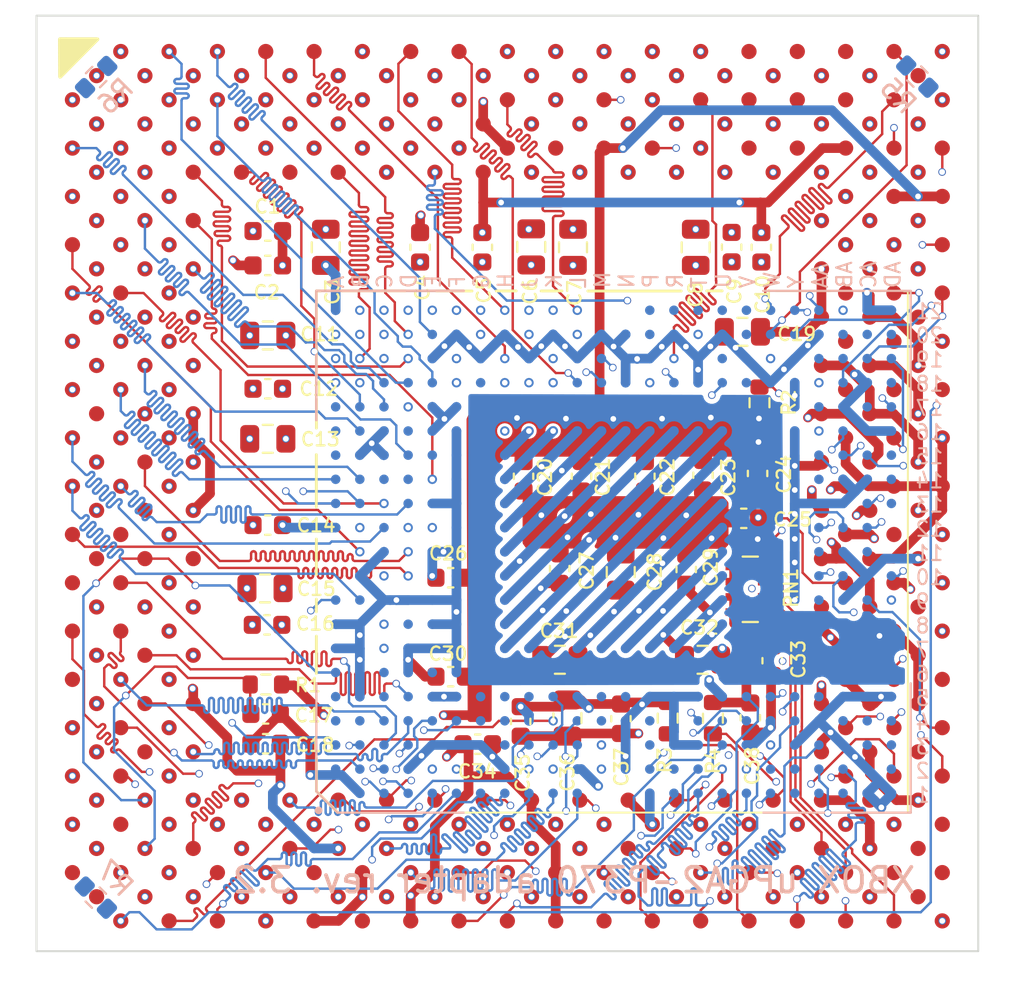
<source format=kicad_pcb>
(kicad_pcb (version 20221018) (generator pcbnew)
  (layers (0 "F.Cu" signal) (1 "In1.Cu" power) (2 "In2.Cu" mixed) (3 "In3.Cu" mixed) (4 "In4.Cu" power) (31 "B.Cu" signal) (34 "B.Paste" user) (35 "F.Paste" user) (36 "B.SilkS" user "B.Silkscreen") (37 "F.SilkS" user "F.Silkscreen") (38 "B.Mask" user) (39 "F.Mask" user) (44 "Edge.Cuts" user))
  (net 0 "")
  (net 1 "GND")
  (net 2 "VCORE")
  (net 3 "VTT")
  (net 4 "CLKREF")
  (net 5 "RESET#")
  (net 6 "TMS")
  (net 7 "TCK")
  (net 8 "TDI")
  (net 9 "PREQ#")
  (net 10 "A29")
  (net 11 "D5")
  (net 12 "D14")
  (net 13 "D10")
  (net 14 "D23")
  (net 15 "D21")
  (net 16 "D30")
  (net 17 "RS1#")
  (net 18 "DBSY#")
  (net 19 "INIT#")
  (net 20 "BSEL0")
  (net 21 "TDP")
  (net 22 "EDGECTRLP")
  (net 23 "PICCLK")
  (net 24 "BP2#")
  (net 25 "ADS#")
  (net 26 "SMI#")
  (net 27 "SLP#")
  (net 28 "BSEL1")
  (net 29 "TDN")
  (net 30 "LINT0")
  (net 31 "PRDY#")
  (net 32 "PICD0")
  (net 33 "FLUSH#")
  (net 34 "FERR#")
  (net 35 "IGNNE#")
  (net 36 "TDO")
  (net 37 "LINT1")
  (net 38 "IERR#")
  (net 39 "TESTHI")
  (net 40 "RTTIMPEDP")
  (net 41 "A30")
  (net 42 "A28")
  (net 43 "D4")
  (net 44 "D7")
  (net 45 "D11")
  (net 46 "D9")
  (net 47 "D18")
  (net 48 "D13")
  (net 49 "D22")
  (net 50 "D27")
  (net 51 "D29")
  (net 52 "D31")
  (net 53 "A27")
  (net 54 "A31")
  (net 55 "A26")
  (net 56 "A20")
  (net 57 "D2")
  (net 58 "D3")
  (net 59 "D6")
  (net 60 "D8")
  (net 61 "D20")
  (net 62 "D24")
  (net 63 "D26")
  (net 64 "D35")
  (net 65 "D33")
  (net 66 "A22")
  (net 67 "A21")
  (net 68 "A25")
  (net 69 "A24")
  (net 70 "D0")
  (net 71 "D1")
  (net 72 "D17")
  (net 73 "D15")
  (net 74 "D16")
  (net 75 "D25")
  (net 76 "D28")
  (net 77 "D32")
  (net 78 "D37")
  (net 79 "D38")
  (net 80 "A19")
  (net 81 "A23")
  (net 82 "A15")
  (net 83 "D12")
  (net 84 "D19")
  (net 85 "D34")
  (net 86 "D43")
  (net 87 "D45")
  (net 88 "A16")
  (net 89 "A18")
  (net 90 "A17")
  (net 91 "D40")
  (net 92 "D36")
  (net 93 "D42")
  (net 94 "A13")
  (net 95 "D49")
  (net 96 "D51")
  (net 97 "A14")
  (net 98 "D39")
  (net 99 "D44")
  (net 100 "D47")
  (net 101 "A10")
  (net 102 "A5")
  (net 103 "A11")
  (net 104 "D41")
  (net 105 "D46")
  (net 106 "D59")
  (net 107 "A9")
  (net 108 "A4")
  (net 109 "A12")
  (net 110 "A8")
  (net 111 "D52")
  (net 112 "D57")
  (net 113 "D53")
  (net 114 "A7")
  (net 115 "PLL1")
  (net 116 "A3")
  (net 117 "A6")
  (net 118 "D48")
  (net 119 "D60")
  (net 120 "D55")
  (net 121 "PLL2")
  (net 122 "BCLK")
  (net 123 "D54")
  (net 124 "D61")
  (net 125 "D50")
  (net 126 "LOCK#")
  (net 127 "D63")
  (net 128 "D56")
  (net 129 "DRDY#")
  (net 130 "BNR#")
  (net 131 "D58")
  (net 132 "RS0#")
  (net 133 "TRDY#")
  (net 134 "DEFER#")
  (net 135 "BPRI#")
  (net 136 "D62")
  (net 137 "HIT#")
  (net 138 "POWERGOOD")
  (net 139 "RS2#")
  (net 140 "VREF")
  (net 141 "BPM1#")
  (net 142 "BPM0#")
  (net 143 "HITM#")
  (net 144 "TESTL01")
  (net 145 "PICD1")
  (net 146 "BP3#")
  (net 147 "A20M#")
  (net 148 "Net-(U1B-VTT_PWRGOOD)")
  (net 149 "REQ1#")
  (net 150 "REQ2#")
  (net 151 "REQ0#")
  (net 152 "REQ4#")
  (net 153 "REQ3#")
  (net 154 "Net-(U1A-~{BR0})")
  (net 155 "Net-(U1B-NCHCTRL)")
  (net 156 "Net-(U1A-~{STPCLK})")
  (footprint "Capacitor_SMD:C_0603_1608Metric" (layer "F.Cu") (at 148.947 96.277 -90)
    (fp_text reference "C22")
    (fp_text value "0.1uF")
  )
  (footprint "Capacitor_SMD:C_0603_1608Metric" (layer "F.Cu") (at 155.067 84.236 -90)
    (fp_text reference "C10")
    (fp_text value "0.1uF" hide)
  )
  (footprint "Capacitor_SMD:C_0603_1608Metric" (layer "F.Cu") (at 153.505 84.227 -90)
    (fp_text reference "C9")
    (fp_text value "0.1uF" hide)
  )
  (footprint "Capacitor_SMD:C_0805_2012Metric" (layer "F.Cu") (at 129.125 88.873)
    (fp_text reference "C11")
    (fp_text value "4.7uF" hide)
  )
  (footprint "Capacitor_SMD:C_0603_1608Metric" (layer "F.Cu") (at 129.125 83.381)
    (fp_text reference "C1")
    (fp_text value "0.1uF" hide)
  )
  (footprint "Resistor_SMD:R_0603_1608Metric" (layer "F.Cu") (at 154.97 92.411 90)
    (fp_text reference "R2")
    (fp_text value "15R" hide)
  )
  (footprint "Capacitor_SMD:C_0805_2012Metric" (layer "F.Cu") (at 151.977 105.927 180)
    (fp_text reference "C32")
    (fp_text value "4.7uF" hide)
  )
  (footprint "Capacitor_SMD:C_0805_2012Metric" (layer "F.Cu") (at 132.173 84.236 -90)
    (fp_text reference "C3")
    (fp_text value "4.7uF")
  )
  (footprint "Capacitor_SMD:C_0805_2012Metric" (layer "F.Cu") (at 144.874 108.99 90)
    (fp_text reference "C36")
    (fp_text value "4.7uF" hide)
  )
  (footprint "Capacitor_SMD:C_0603_1608Metric" (layer "F.Cu") (at 154.489 108.973 -90)
    (fp_text reference "C38")
    (fp_text value "0.1uF" hide)
  )
  (footprint "Capacitor_SMD:C_0603_1608Metric" (layer "F.Cu") (at 129.125 85.19)
    (fp_text reference "C2")
    (fp_text value "0.1uF" hide)
  )
  (footprint "Capacitor_SMD:C_0603_1608Metric" (layer "F.Cu") (at 129.012 108.774)
    (fp_text reference "C17")
    (fp_text value "1uF")
  )
  (footprint "Resistor_SMD:R_0603_1608Metric" (layer "F.Cu") (at 150.146 108.996 -90)
    (fp_text reference "R3")
    (fp_text value "10R" hide)
  )
  (footprint "Capacitor_SMD:C_0603_1608Metric" (layer "F.Cu") (at 137.13 84.236 -90)
    (fp_text reference "C4")
    (fp_text value "0.1uF" hide)
  )
  (footprint "Capacitor_SMD:C_0805_2012Metric" (layer "F.Cu") (at 154.071 88.681 180)
    (fp_text reference "C19")
    (fp_text value "4.7uF" hide)
  )
  (footprint "Capacitor_SMD:C_0603_1608Metric" (layer "F.Cu") (at 147.688 109.028 90)
    (fp_text reference "C37")
    (fp_text value "0.1uF" hide)
  )
  (footprint "Capacitor_SMD:C_0603_1608Metric" (layer "F.Cu") (at 129.012 110.341 180)
    (fp_text reference "C18")
    (fp_text value "0.1uF" hide)
  )
  (footprint "Capacitor_SMD:C_0603_1608Metric" (layer "F.Cu") (at 142.568 96.277 -90)
    (fp_text reference "C20")
    (fp_text value "0.1uF")
  )
  (footprint "Capacitor_SMD:C_0805_2012Metric" (layer "F.Cu") (at 128.979 102.173)
    (fp_text reference "C15")
    (fp_text value "4.7uF" hide)
  )
  (footprint "Capacitor_SMD:C_0805_2012Metric" (layer "F.Cu") (at 142.972 84.216 -90)
    (fp_text reference "C6")
    (fp_text value "4.7uF" hide)
  )
  (footprint "Capacitor_SMD:C_0603_1608Metric" (layer "F.Cu") (at 155.635 105.977 -90)
    (fp_text reference "C33")
    (fp_text value "0.1uF" hide)
  )
  (footprint "Resistor_SMD:R_0603_1608Metric" (layer "F.Cu") (at 129.026 107.226)
    (fp_text reference "R1")
    (fp_text value "1k" hide)
  )
  (footprint "Resistor_SMD:R_0603_1608Metric" (layer "F.Cu") (at 152.522 109 -90)
    (fp_text reference "R4")
    (fp_text value "10R" hide)
  )
  (footprint "Capacitor_SMD:C_0603_1608Metric" (layer "F.Cu") (at 138.738 101.612 180)
    (fp_text reference "C26")
    (fp_text value "0.1uF" hide)
  )
  (footprint "Capacitor_SMD:C_0603_1608Metric" (layer "F.Cu") (at 144.468 101.133 90)
    (fp_text reference "C27")
    (fp_text value "0.1uF")
  )
  (footprint "Capacitor_SMD:C_0603_1608Metric" (layer "F.Cu") (at 154.142 98.489 180)
    (fp_text reference "C25")
    (fp_text value "0.1uF" hide)
  )
  (footprint "Capacitor_SMD:C_0603_1608Metric" (layer "F.Cu") (at 151.1184 101.1796 90)
    (fp_text reference "C29")
    (fp_text value "0.1uF")
  )
  (footprint "Capacitor_SMD:C_0603_1608Metric" (layer "F.Cu") (at 138.738 106.815 180)
    (fp_text reference "C30")
    (fp_text value "0.1uF" hide)
  )
  (footprint "Capacitor_SMD:C_0805_2012Metric" (layer "F.Cu") (at 129.125 94.308)
    (fp_text reference "C13")
    (fp_text value "4.7uF" hide)
  )
  (footprint "Capacitor_SMD:C_0603_1608Metric" (layer "F.Cu") (at 129.086 104.09)
    (fp_text reference "C16")
    (fp_text value "0.1uF" hide)
  )
  (footprint "Capacitor_SMD:C_0603_1608Metric" (layer "F.Cu") (at 152.002 96.222 -90)
    (fp_text reference "C23")
    (fp_text value "0.1uF")
  )
  (footprint "Capacitor_SMD:C_0603_1608Metric" (layer "F.Cu") (at 154.869 96.129 -90)
    (fp_text reference "C24")
    (fp_text value "0.1uF")
  )
  (footprint "Capacitor_SMD:C_0603_1608Metric" (layer "F.Cu") (at 129.125 91.674)
    (fp_text reference "C12")
    (fp_text value "0.1uF" hide)
  )
  (footprint "Capacitor_SMD:C_0805_2012Metric" (layer "F.Cu") (at 151.617 84.236 -90)
    (fp_text reference "C8")
    (fp_text value "4.7uF" hide)
  )
  (footprint "Resistor_SMD:R_Array_Concave_4x0603" (layer "F.Cu") (at 154.486 102.2204)
    (fp_text reference "RN1")
    (fp_text value "R_Network04" hide)
  )
  (footprint "Capacitor_SMD:C_0805_2012Metric" (layer "F.Cu") (at 147.677 101.312 90)
    (fp_text reference "C28")
    (fp_text value "4.7uF")
  )
  (footprint "Capacitor_SMD:C_0603_1608Metric" (layer "F.Cu") (at 142.418 109.169 90)
    (fp_text reference "C35")
    (fp_text value "0.1uF" hide)
  )
  (footprint "Capacitor_SMD:C_0603_1608Metric" (layer "F.Cu") (at 140.16 110.366)
    (fp_text reference "C34")
    (fp_text value "0.1uF" hide)
  )
  (footprint "Capacitor_SMD:C_0805_2012Metric" (layer "F.Cu") (at 144.478 105.927 180)
    (fp_text reference "C31")
    (fp_text value "4.7uF" hide)
  )
  (footprint "Capacitor_SMD:C_0603_1608Metric" (layer "F.Cu") (at 129.125 98.845)
    (fp_text reference "C14")
    (fp_text value "0.1uF" hide)
  )
  (footprint "Capacitor_SMD:C_0603_1608Metric" (layer "F.Cu") (at 145.616 96.277 -90)
    (fp_text reference "C21")
    (fp_text value "0.1uF")
  )
  (footprint "Capacitor_SMD:C_0603_1608Metric" (layer "F.Cu") (at 140.403 84.236 -90)
    (fp_text reference "C5")
    (fp_text value "0.1uF" hide)
  )
  (footprint "Capacitor_SMD:C_0805_2012Metric" (layer "F.Cu") (at 145.168 84.236 -90)
    (fp_text reference "C7")
    (fp_text value "4.7uF" hide)
  )
  (footprint "interposer:PGA370" (layer "F.Cu") (at 141.7176 96.799)
    (fp_text reference "U1" hide)
    (fp_text value "PGA370")
  )
  (footprint "Resistor_SMD:R_0603_1608Metric" (layer "B.Cu") (at 120.104 75.283 45)
    (fp_text reference "R6")
    (fp_text value "10k")
  )
  (footprint "Resistor_SMD:R_0603_1608Metric" (layer "B.Cu") (at 163.265 75.26 -45)
    (fp_text reference "R5")
    (fp_text value "10k")
  )
  (footprint "Resistor_SMD:R_0603_1608Metric" (layer "B.Cu") (at 120.086 118.436 135)
    (fp_text reference "R7")
    (fp_text value "10k")
  )
  (footprint "interposer:uBGA495-mirrored" (layer "B.Cu") (at 145.757559 100.246635 -90)
    (fp_text reference "U2" hide)
    (fp_text value "uPGA2")
  )
  (gr_line (start 131.679 86.535) (end 131.895 86.535) (stroke (width 0.15)) (layer "F.SilkS"))
  (gr_line (start 152.194 86.528) (end 153.005 86.528) (stroke (width 0.15)) (layer "F.SilkS"))
  (gr_line (start 145.948 86.535) (end 150.854 86.535) (stroke (width 0.15)) (layer "F.SilkS"))
  (gr_line (start 162.765 113.962) (end 132.7905 113.962) (stroke (width 0.1)) (layer "F.SilkS"))
  (gr_line (start 137.982 86.534) (end 139.856 86.534) (stroke (width 0.15)) (layer "F.SilkS"))
  (gr_line (start 131.681 92.21) (end 131.681 93.748) (stroke (width 0.15)) (layer "F.SilkS"))
  (gr_line (start 131.678 89.367) (end 131.678 91.038) (stroke (width 0.15)) (layer "F.SilkS"))
  (gr_line (start 131.679 86.535) (end 131.679 88.189) (stroke (width 0.15)) (layer "F.SilkS"))
  (gr_line (start 131.678 104.685) (end 131.678 106.648) (stroke (width 0.15)) (layer "F.SilkS"))
  (gr_line (start 143.492 86.531) (end 144.586 86.531) (stroke (width 0.15)) (layer "F.SilkS"))
  (gr_line (start 162.765 86.548) (end 162.555 86.548) (stroke (width 0.1)) (layer "F.SilkS"))
  (gr_line (start 162.767 86.555) (end 162.767 113.945) (stroke (width 0.1)) (layer "F.SilkS"))
  (gr_line (start 131.6815 112.8425) (end 132.7905 113.9515) (stroke (width 0.15)) (layer "F.SilkS"))
  (gr_line (start 131.678 102.74) (end 131.678 103.403) (stroke (width 0.15)) (layer "F.SilkS"))
  (gr_line (start 141.137 86.531) (end 142.179 86.531) (stroke (width 0.15)) (layer "F.SilkS"))
  (gr_line (start 131.679 99.576) (end 131.679 101.452) (stroke (width 0.15)) (layer "F.SilkS"))
  (gr_line (start 160.179 86.535) (end 161.362 86.535) (stroke (width 0.1)) (layer "F.SilkS"))
  (gr_line (start 133.033 86.529) (end 136.36 86.529) (stroke (width 0.15)) (layer "F.SilkS"))
  (gr_line (start 131.6815 112.8425) (end 131.6815 111.1) (stroke (width 0.15)) (layer "F.SilkS"))
  (gr_line (start 131.677 95.139) (end 131.677 97.9) (stroke (width 0.15)) (layer "F.SilkS"))
  (gr_line (start 155.819 86.536) (end 158.722 86.536) (stroke (width 0.1)) (layer "F.SilkS"))
  (gr_rect (start 116.9685 72.053) (end 166.4685 121.253) (stroke (width 0.1)) (fill none) (layer "Edge.Cuts"))
  (gr_text "A\nB\nC\nD\nE\nF\nG\nH\nJ\nK\nL\nM\nN\nP\nR\nT\nU\nV\nW\nY\nAA\nAB\nAC\nAD" (at 162.439 86.459 90) (layer "B.SilkS") (effects (font (size 0.79 0.76) (thickness 0.11)) (justify right bottom mirror)))
  (gr_text "XBOX uPGA2-P370 adapter rev. 3.2" (at 163.269 118.286) (layer "B.SilkS") (effects (font (size 1.3 1.3) (thickness 0.2)) (justify left bottom mirror)))
  (gr_text "21\n20\n19\n18\n17\n16\n15\n14\n13\n12\n11\n10\n9\n8\n7\n6\n5\n4\n3\n2\n1" (at 163.108 113.501) (layer "B.SilkS") (effects (font (size 0.79 0.76) (thickness 0.11)) (justify right bottom mirror)))
  (segment (start 160.7676 101.7726) (end 159.604 100.609) (width 0.508) (layer "F.Cu") (net 1))
  (segment (start 147.688 108.253) (end 145.087 108.253) (width 0.508) (layer "F.Cu") (net 1))
  (segment (start 153.121 88.72) (end 152.391 89.45) (width 0.508) (layer "F.Cu") (net 1))
  (segment (start 160.7676 108.229) (end 160.994635 108.229) (width 0.508) (layer "F.Cu") (net 1))
  (segment (start 137.766 101.517) (end 137.963 101.612) (width 0.508) (layer "F.Cu") (net 1))
  (segment (start 160.993 113.309) (end 161.375 113.691) (width 0.508) (layer "F.Cu") (net 1))
  (segment (start 129.9 85.19) (end 129.9 83.381) (width 0.508) (layer "F.Cu") (net 1))
  (segment (start 129.789924 108.774) (end 131.362 110.346076) (width 0.508) (layer "F.Cu") (net 1))
  (segment (start 143.528 105.921194) (end 144.745597 104.703597) (width 0.508) (layer "F.Cu") (net 1))
  (segment (start 140.4476 77.749) (end 140.4476 76.5864) (width 0.508) (layer "F.Cu") (net 1))
  (segment (start 142.418 108.394) (end 144.52 108.394) (width 0.508) (layer "F.Cu") (net 1))
  (segment (start 140.935 111.017) (end 140.928962 111.023038) (width 0.508) (layer "F.Cu") (net 1))
  (segment (start 158.755 99.751) (end 159.002 99.998) (width 0.508) (layer "F.Cu") (net 1))
  (segment (start 131.362 110.346076) (end 131.362 111.987) (width 0.508) (layer "F.Cu") (net 1))
  (segment (start 162.019 92.989) (end 163.3076 94.2776) (width 0.508) (layer "F.Cu") (net 1))
  (segment (start 146.004 108.464) (end 145.58 108.04) (width 0.508) (layer "F.Cu") (net 1))
  (segment (start 158.2276 90.449) (end 159.495 90.449) (width 0.508) (layer "F.Cu") (net 1))
  (segment (start 155.578 106.809) (end 155.578 109.476) (width 0.508) (layer "F.Cu") (net 1))
  (segment (start 154.844229 109.859771) (end 154.600772 109.859771) (width 0.508) (layer "F.Cu") (net 1))
  (segment (start 140.4476 76.5864) (end 140.454 76.58) (width 0.508) (layer "F.Cu") (net 1))
  (segment (start 137.963 106.815) (end 137.392559 106.815) (width 0.508) (layer "F.Cu") (net 1))
  (segment (start 160.7676 91.7216) (end 160.7676 92.989) (width 0.508) (layer "F.Cu") (net 1))
  (segment (start 159.002 100.609) (end 158.2276 100.609) (width 0.508) (layer "F.Cu") (net 1))
  (segment (start 150.146 108.171) (end 147.77 108.171) (width 0.508) (layer "F.Cu") (net 1))
  (segment (start 159.4976 106.959) (end 160.7676 108.229) (width 0.508) (layer "F.Cu") (net 1))
  (segment (start 160.7676 86.7726) (end 160.619 86.624) (width 0.508) (layer "F.Cu") (net 1))
  (segment (start 160.994635 108.229) (end 161.357 107.866635) (width 0.508) (layer "F.Cu") (net 1))
  (segment (start 160.7676 87.909) (end 160.7676 86.7726) (width 0.508) (layer "F.Cu") (net 1))
  (segment (start 154.489 109.748) (end 155.306 109.748) (width 0.508) (layer "F.Cu") (net 1))
  (segment (start 145.58 108.04) (end 144.874 108.04) (width 0.508) (layer "F.Cu") (net 1))
  (segment (start 158.0286 95.728) (end 158.2276 95.529) (width 0.508) (layer "F.Cu") (net 1))
  (segment (start 160.7676 92.989) (end 162.019 92.989) (width 0.508) (layer "F.Cu") (net 1))
  (segment (start 163.3076 94.2776) (end 163.3076 95.529) (width 0.508) (layer "F.Cu") (net 1))
  (segment (start 140.4476 77.749) (end 141.7176 79.019) (width 0.508) (layer "F.Cu") (net 1))
  (segment (start 162.047 87.909) (end 163.3076 89.1696) (width 0.508) (layer "F.Cu") (net 1))
  (segment (start 155.578 109.476) (end 155.552559 109.501441) (width 0.508) (layer "F.Cu") (net 1))
  (segment (start 160.7676 98.069) (end 160.331 98.069) (width 0.508) (layer "F.Cu") (net 1))
  (segment (start 159.604 100.609) (end 159.002 100.609) (width 0.508) (layer "F.Cu") (net 1))
  (segment (start 158.2276 110.769) (end 158.2276 110.2254) (width 0.508) (layer "F.Cu") (net 1))
  (segment (start 128.237 110.324) (end 129.787 108.774) (width 0.508) (layer "F.Cu") (net 1))
  (segment (start 160.7676 113.309) (end 160.993 113.309) (width 0.508) (layer "F.Cu") (net 1))
  (segment (start 159.495 90.449) (end 160.7676 91.7216) (width 0.508) (layer "F.Cu") (net 1))
  (segment (start 140.935 110.366) (end 140.935 111.017) (width 0.508) (layer "F.Cu") (net 1))
  (segment (start 158.2276 110.2254) (end 158.704462 109.748538) (width 0.508) (layer "F.Cu") (net 1))
  (segment (start 160.7676 103.149) (end 160.7676 101.7726) (width 0.508) (layer "F.Cu") (net 1))
  (segment (start 144.52 108.394) (end 144.874 108.04) (width 0.508) (layer "F.Cu") (net 1))
  (segment (start 160.7676 87.909) (end 162.047 87.909) (width 0.508) (layer "F.Cu") (net 1))
  (segment (start 159.002 99.998) (end 159.002 100.609) (width 0.508) (layer "F.Cu") (net 1))
  (segment (start 163.3076 89.1696) (end 163.3076 90.449) (width 0.508) (layer "F.Cu") (net 1))
  (segment (start 137.392559 106.815) (end 136.502559 105.925) (width 0.508) (layer "F.Cu") (net 1))
  (segment (start 153.367 98.406) (end 154.869 96.904) (width 0.508) (layer "F.Cu") (net 1))
  (segment (start 158.2276 105.689) (end 159.4976 106.959) (width 0.508) (layer "F.Cu") (net 1))
  (segment (start 155.306 109.748) (end 155.552559 109.501441) (width 0.508) (layer "F.Cu") (net 1))
  (segment (start 151.027 105.73) (end 149.913097 104.616097) (width 0.508) (layer "F.Cu") (net 1))
  (segment (start 156.822559 95.728) (end 158.0286 95.728) (width 0.508) (layer "F.Cu") (net 1))
  (segment (start 160.331 98.069) (end 160.075 98.325) (width 0.508) (layer "F.Cu") (net 1))
  (via (at 138.361 100.246635) (size 0.4) (drill 0.3) (layers "F.Cu" "B.Cu") (net 1))
  (via (at 150.6076 118.389) (size 0.4) (drill 0.3) (layers "F.Cu" "B.Cu") (net 1))
  (via (at 161.375 113.691) (size 0.4) (drill 0.3) (layers "F.Cu" "B.Cu") (net 1))
  (via (at 131.5576 79.019) (size 0.4) (drill 0.3) (layers "F.Cu" "B.Cu") (net 1))
  (via (at 152.469597 104.599597) (size 0.4) (drill 0.3) (layers "F.Cu" "B.Cu") (net 1))
  (via (at 120.1276 87.909) (size 0.4) (drill 0.3) (layers "F.Cu" "B.Cu") (net 1))
  (via (at 123.9376 86.639) (size 0.4) (drill 0.3) (layers "F.Cu" "B.Cu") (net 1))
  (via (at 131.5576 114.579) (size 0.4) (drill 0.3) (layers "F.Cu" "B.Cu") (net 1))
  (via (at 147.300462 89.454538) (size 0.4) (drill 0.3) (layers "F.Cu" "B.Cu") (net 1))
  (via (at 120.1276 82.829) (size 0.4) (drill 0.3) (layers "F.Cu" "B.Cu") (net 1))
  (via (at 123.9376 91.719) (size 0.4) (drill 0.3) (layers "F.Cu" "B.Cu") (net 1))
  (via (at 137.202097 110.977097) (size 0.4) (drill 0.3) (layers "F.Cu" "B.Cu") (net 1))
  (via (at 135.886 102.786635) (size 0.4) (drill 0.3) (layers "F.Cu" "B.Cu") (net 1))
  (via (at 147.932559 110.998) (size 0.4) (drill 0.3) (layers "F.Cu" "B.Cu") (net 1))
  (via (at 138.411 89.433) (size 0.4) (drill 0.3) (layers "F.Cu" "B.Cu") (net 1))
  (via (at 120.1276 113.309) (size 0.4) (drill 0.3) (layers "F.Cu" "B.Cu") (net 1))
  (via (at 158.2276 75.209) (size 0.4) (drill 0.3) (layers "F.Cu" "B.Cu") (net 1))
  (via (at 156.822559 95.728) (size 0.4) (drill 0.3) (layers "F.Cu" "B.Cu") (net 1))
  (via (at 143.5 89.437) (size 0.4) (drill 0.3) (layers "F.Cu" "B.Cu") (net 1))
  (via (at 164.5776 76.479) (size 0.4) (drill 0.3) (layers "F.Cu" "B.Cu") (net 1))
  (via (at 142.9876 80.289) (size 0.4) (drill 0.3) (layers "F.Cu" "B.Cu") (net 1))
  (via (at 146.004 108.464) (size 0.4) (drill 0.3) (layers "F.Cu" "B.Cu") (net 1))
  (via (at 146.7976 114.579) (size 0.4) (drill 0.3) (layers "F.Cu" "B.Cu") (net 1))
  (via (at 163.3076 80.289) (size 0.4) (drill 0.3) (layers "F.Cu" "B.Cu") (net 1))
  (via (at 153.1476 80.289) (size 0.4) (drill 0.3) (layers "F.Cu" "B.Cu") (net 1))
  (via (at 148.538 90.105) (size 0.4) (drill 0.3) (layers "F.Cu" "B.Cu") (net 1))
  (via (at 137.9076 75.209) (size 0.4) (drill 0.3) (layers "F.Cu" "B.Cu") (net 1))
  (via (at 151.102 89.457) (size 0.4) (drill 0.3) (layers "F.Cu" "B.Cu") (net 1))
  (via (at 163.3076 100.609) (size 0.4) (drill 0.3) (layers "F.Cu" "B.Cu") (net 1))
  (via (at 156.822559 97) (size 0.4) (drill 0.3) (layers "F.Cu" "B.Cu") (net 1))
  (via (at 129.861 104.09) (size 0.4) (drill 0.3) (layers "F.Cu" "B.Cu") (net 1))
  (via (at 158.755 99.751) (size 0.4) (drill 0.3) (layers "F.Cu" "B.Cu") (net 1))
  (via (at 129.9 98.845) (size 0.4) (drill 0.3) (layers "F.Cu" "B.Cu") (net 1))
  (via (at 151.742559 90.671) (size 0.4) (drill 0.3) (layers "F.Cu" "B.Cu") (net 1))
  (via (at 135.3676 118.389) (size 0.4) (drill 0.3) (layers "F.Cu" "B.Cu") (net 1))
  (via (at 142.418 108.394) (size 0.4) (drill 0.3) (layers "F.Cu" "B.Cu") (net 1))
  (via (at 120.1276 103.149) (size 0.4) (drill 0.3) (layers "F.Cu" "B.Cu") (net 1))
  (via (at 140.4476 118.389) (size 0.4) (drill 0.3) (layers "F.Cu" "B.Cu") (net 1))
  (via (at 143.513597 95.775597) (size 0.4) (drill 0.3) (layers "F.Cu" "B.Cu") (net 1))
  (via (at 144.748 89.443) (size 0.4) (drill 0.3) (layers "F.Cu" "B.Cu") (net 1))
  (via (at 163.3076 95.529) (size 0.4) (drill 0.3) (layers "F.Cu" "B.Cu") (net 1))
  (via (at 151.119097 98.330097) (size 0.4) (drill 0.3) (layers "F.Cu" "B.Cu") (net 1))
  (via (at 133.962559 104.631) (size 0.4) (drill 0.3) (layers "F.Cu" "B.Cu") (net 1))
  (via (at 145.5276 118.389) (size 0.4) (drill 0.3) (layers "F.Cu" "B.Cu") (net 1))
  (via (at 156.822559 99.573) (size 0.4) (drill 0.3) (layers "F.Cu" "B.Cu") (net 1))
  (via (at 164.5776 101.879) (size 0.4) (drill 0.3) (layers "F.Cu" "B.Cu") (net 1))
  (via (at 148.0676 80.289) (size 0.4) (drill 0.3) (layers "F.Cu" "B.Cu") (net 1))
  (via (at 121.3976 117.119) (size 0.4) (drill 0.3) (layers "F.Cu" "B.Cu") (net 1))
  (via (at 149.913097 104.616097) (size 0.4) (drill 0.3) (layers "F.Cu" "B.Cu") (net 1))
  (via (at 161.357 107.866635) (size 0.4) (drill 0.3) (layers "F.Cu" "B.Cu") (net 1))
  (via (at 146.103097 98.266097) (size 0.4) (drill 0.3) (layers "F.Cu" "B.Cu") (net 1))
  (via (at 142.972 85.166) (size 0.4) (drill 0.3) (layers "F.Cu" "B.Cu") (net 1))
  (via (at 130.075 94.308) (size 0.4) (drill 0.3) (layers "F.Cu" "B.Cu") (net 1))
  (via (at 133.962559 91.356635) (size 0.4) (drill 0.3) (layers "F.Cu" "B.Cu") (net 1))
  (via (at 120.1276 98.069) (size 0.4) (drill 0.3) (layers "F.Cu" "B.Cu") (net 1))
  (via (at 160.7676 82.829) (size 0.4) (drill 0.3) (layers "F.Cu" "B.Cu") (net 1))
  (via (at 156.256097 90.653097) (size 0.4) (drill 0.3) (layers "F.Cu" "B.Cu") (net 1))
  (via (at 155.6876 118.389) (size 0.4) (drill 0.3) (layers "F.Cu" "B.Cu") (net 1))
  (via (at 159.967 90.921) (size 0.4) (drill 0.3) (layers "F.Cu" "B.Cu") (net 1))
  (via (at 120.1276 108.229) (size 0.4) (drill 0.3) (layers "F.Cu" "B.Cu") (net 1))
  (via (at 133.962559 105.925) (size 0.4) (drill 0.3) (layers "F.Cu" "B.Cu") (net 1))
  (via (at 142.9876 75.209) (size 0.4) (drill 0.3) (layers "F.Cu" "B.Cu") (net 1))
  (via (at 137.13 85.011) (size 0.4) (drill 0.3) (layers "F.Cu" "B.Cu") (net 1))
  (via (at 120.1276 77.749) (size 0.4) (drill 0.3) (layers "F.Cu" "B.Cu") (net 1))
  (via (at 126.4776 79.019) (size 0.4) (drill 0.3) (layers "F.Cu" "B.Cu") (net 1))
  (via (at 144.122559 111.676635) (size 0.4) (drill 0.3) (layers "F.Cu" "B.Cu") (net 1))
  (via (at 130.2876 118.389) (size 0.4) (drill 0.3) (layers "F.Cu" "B.Cu") (net 1))
  (via (at 152.391 89.45) (size 0.4) (drill 0.3) (layers "F.Cu" "B.Cu") (net 1))
  (via (at 149.834 89.464) (size 0.4) (drill 0.3) (layers "F.Cu" "B.Cu") (net 1))
  (via (at 130.075 88.873) (size 0.4) (drill 0.3) (layers "F.Cu" "B.Cu") (net 1))
  (via (at 148.608597 98.300597) (size 0.4) (drill 0.3) (layers "F.Cu" "B.Cu") (net 1))
  (via (at 140.454 76.58) (size 0.4) (drill 0.3) (layers "F.Cu" "B.Cu") (net 1))
  (via (at 127.7476 75.209) (size 0.4) (drill 0.3) (layers "F.Cu" "B.Cu") (net 1))
  (via (at 160.7676 118.389) (size 0.4) (drill 0.3) (layers "F.Cu" "B.Cu") (net 1))
  (via (at 145.168 85.186) (size 0.4) (drill 0.3) (layers "F.Cu" "B.Cu") (net 1))
  (via (at 153.712462 89.516538) (size 0.4) (drill 0.3) (layers "F.Cu" "B.Cu") (net 1))
  (via (at 148.0676 75.209) (size 0.4) (drill 0.3) (layers "F.Cu" "B.Cu") (net 1))
  (via (at 145.5276 77.749) (size 0.4) (drill 0.3) (layers "F.Cu" "B.Cu") (net 1))
  (via (at 156.822559 100.808) (size 0.4) (drill 0.3) (layers "F.Cu" "B.Cu") (net 1))
  (via (at 157.513097 89.396097) (size 0.4) (drill 0.3) (layers "F.Cu" "B.Cu") (net 1))
  (via (at 143.504597 98.324597) (size 0.4) (drill 0.3) (layers "F.Cu" "B.Cu") (net 1))
  (via (at 149.918597 99.530597) (size 0.4) (drill 0.3) (layers "F.Cu" "B.Cu") (net 1))
  (via (at 163.3076 90.449) (size 0.4) (drill 0.3) (layers "F.Cu" "B.Cu") (net 1))
  (via (at 131.362 111.987) (size 0.4) (drill 0.3) (layers "F.Cu" "B.Cu") (net 1))
  (via (at 155.552559 109.501441) (size 0.4) (drill 0.3) (layers "F.Cu" "B.Cu") (net 1))
  (via (at 164.5776 73.939) (size 0.4) (drill 0.3) (layers "F.Cu" "B.Cu") (net 1))
  (via (at 123.9376 96.799) (size 0.4) (drill 0.3) (layers "F.Cu" "B.Cu") (net 1))
  (via (at 139.709462 89.483538) (size 0.4) (drill 0.3) (layers "F.Cu" "B.Cu") (net 1))
  (via (at 158.704462 109.748538) (size 0.4) (drill 0.3) (layers "F.Cu" "B.Cu") (net 1))
  (via (at 148.636597 103.352597) (size 0.4) (drill 0.3) (layers "F.Cu" "B.Cu") (net 1))
  (via (at 125.2076 118.389) (size 0.4) (drill 0.3) (layers "F.Cu" "B.Cu") (net 1))
  (via (at 132.173 85.186) (size 0.4) (drill 0.3) (layers "F.Cu" "B.Cu") (net 1))
  (via (at 151.617 85.186) (size 0.4) (drill 0.3) (layers "F.Cu" "B.Cu") (net 1))
  (via (at 126.4776 114.579) (size 0.4) (drill 0.3) (layers "F.Cu" "B.Cu") (net 1))
  (via (at 160.7676 77.749) (size 0.4) (drill 0.3) (layers "F.Cu" "B.Cu") (net 1))
  (via (at 136.6376 79.019) (size 0.4) (drill 0.3) (layers "F.Cu" "B.Cu") (net 1))
  (via (at 142.852559 93.896635) (size 0.4) (drill 0.3) (layers "F.Cu" "B.Cu") (net 1))
  (via (at 160.619 86.624) (size 0.4) (drill 0.3) (layers "F.Cu" "B.Cu") (net 1))
  (via (at 147.402097 99.507097) (size 0.4) (drill 0.3) (layers "F.Cu" "B.Cu") (net 1))
  (via (at 132.8276 75.209) (size 0.4) (drill 0.3) (layers "F.Cu" "B.Cu") (net 1))
  (via (at 143.574097 103.335097) (size 0.4) (drill 0.3) (layers "F.Cu" "B.Cu") (net 1))
  (via (at 163.3076 85.369) (size 0.4) (drill 0.3) (layers "F.Cu" "B.Cu") (net 1))
  (via (at 152.451097 99.538097) (size 0.4) (drill 0.3) (layers "F.Cu" "B.Cu") (net 1))
  (via (at 123.9376 106.959) (size 0.4) (drill 0.3) (layers "F.Cu" "B.Cu") (net 1))
  (via (at 148.798097 108.271097) (size 0.4) (drill 0.3) (layers "F.Cu" "B.Cu") (net 1))
  (via (at 135.232559 90.086635) (size 0.4) (drill 0.3) (layers "F.Cu" "B.Cu") (net 1))
  (via (at 151.8776 114.579) (size 0.4) (drill 0.3) (layers "F.Cu" "B.Cu") (net 1))
  (via (at 150.6076 77.749) (size 0.4) (drill 0.3) (layers "F.Cu" "B.Cu") (net 1))
  (via (at 137.766 101.517) (size 0.4) (drill 0.3) (layers "F.Cu" "B.Cu") (net 1))
  (via (at 158.2276 80.289) (size 0.4) (drill 0.3) (layers "F.Cu" "B.Cu") (net 1))
  (via (at 153.505 85.002) (size 0.4) (drill 0.3) (layers "F.Cu" "B.Cu") (net 1))
  (via (at 144.882097 99.487097) (size 0.4) (drill 0.3) (layers "F.Cu" "B.Cu") (net 1))
  (via (at 156.822559 98.257) (size 0.4) (drill 0.3) (layers "F.Cu" "B.Cu") (net 1))
  (via (at 139.042559 103.41) (size 0.4) (drill 0.3) (layers "F.Cu" "B.Cu") (net 1))
  (via (at 142.274 89.478) (size 0.4) (drill 0.3) (layers "F.Cu" "B.Cu") (net 1))
  (via (at 140.403 85.011) (size 0.4) (drill 0.3) (layers "F.Cu" "B.Cu") (net 1))
  (via (at 123.9376 101.879) (size 0.4) (drill 0.3) (layers "F.Cu" "B.Cu") (net 1))
  (via (at 129.929 102.173) (size 0.4) (drill 0.3) (layers "F.Cu" "B.Cu") (net 1))
  (via (at 136.502559 105.925) (size 0.4) (drill 0.3) (layers "F.Cu" "B.Cu") (net 1))
  (via (at 123.9376 81.559) (size 0.4) (drill 0.3) (layers "F.Cu" "B.Cu") (net 1))
  (via (at 155.6876 77.749) (size 0.4) (drill 0.3) (layers "F.Cu" "B.Cu") (net 1))
  (via (at 122.6676 77.749) (size 0.4) (drill 0.3) (layers "F.Cu" "B.Cu") (net 1))
  (via (at 155.067 85.011) (size 0.4) (drill 0.3) (layers "F.Cu" "B.Cu") (net 1))
  (via (at 123.9376 112.039) (size 0.4) (drill 0.3) (layers "F.Cu" "B.Cu") (net 1))
  (via (at 129.9 85.19) (size 0.4) (drill 0.3) (layers "F.Cu" "B.Cu") (net 1))
  (via (at 129.9 91.674) (size 0.4) (drill 0.3) (layers "F.Cu" "B.Cu") (net 1))
  (via (at 144.745597 104.703597) (size 0.4) (drill 0.3) (layers "F.Cu" "B.Cu") (net 1))
  (via (at 136.6376 114.579) (size 0.4) (drill 0.3) (layers "F.Cu" "B.Cu") (net 1))
  (via (at 153.1476 75.209) (size 0.4) (drill 0.3) (layers "F.Cu" "B.Cu") (net 1))
  (via (at 134.588597 94.540597) (size 0.4) (drill 0.3) (layers "F.Cu" "B.Cu") (net 1))
  (via (at 160.075 98.325) (size 0.4) (drill 0.3) (layers "F.Cu" "B.Cu") (net 1))
  (via (at 140.928962 111.023038) (size 0.4) (drill 0.3) (layers "F.Cu" "B.Cu") (net 1))
  (via (at 122.6676 75.209) (size 0.4) (drill 0.3) (layers "F.Cu" "B.Cu") (net 1))
  (via (at 156.822559 102.786635) (size 0.4) (drill 0.3) (layers "F.Cu" "B.Cu") (net 1))
  (via (at 159.988962 111.033038) (size 0.4) (drill 0.3) (layers "F.Cu" "B.Cu") (net 1))
  (via (at 141.7176 114.579) (size 0.4) (drill 0.3) (layers "F.Cu" "B.Cu") (net 1))
  (segment (start 137.772559 100.246635) (end 137.772559 101.516635) (width 0.508) (layer "B.Cu") (net 1))
  (segment (start 136.502559 102.786635) (end 135.886 102.786635) (width 0.508) (layer "B.Cu") (net 1))
  (segment (start 133.962559 104.631) (end 133.962559 105.925) (width 0.508) (layer "B.Cu") (net 1))
  (segment (start 136.502559 105.326635) (end 136.502559 105.925) (width 0.508) (layer "B.Cu") (net 1))
  (segment (start 156.822559 97.706635) (end 156.822559 98.257) (width 0.508) (layer "B.Cu") (net 1))
  (segment (start 144.122559 105.326635) (end 144.745597 104.703597) (width 0.508) (layer "B.Cu") (net 1))
  (segment (start 137.772559 90.086635) (end 138.411 89.448194) (width 0.508) (layer "B.Cu") (net 1))
  (segment (start 139.042559 100.246635) (end 138.361 100.246635) (width 0.508) (layer "B.Cu") (net 1))
  (segment (start 151.742559 90.671) (end 151.742559 91.356635) (width 0.508) (layer "B.Cu") (net 1))
  (segment (start 137.772559 100.246635) (end 138.361 100.246635) (width 0.508) (layer "B.Cu") (net 1))
  (segment (start 145.392559 90.086635) (end 146.023 89.456194) (width 0.508) (layer "B.Cu") (net 1))
  (segment (start 147.932559 91.356635) (end 147.932559 90.086635) (width 0.508) (layer "B.Cu") (net 1))
  (segment (start 150.472559 98.976635) (end 149.918597 99.530597) (width 0.508) (layer "B.Cu") (net 1))
  (segment (start 143.502194 89.437) (end 144.122559 88.816635) (width 0.508) (layer "B.Cu") (net 1))
  (segment (start 159.174097 108.055097) (end 159.362559 107.866635) (width 0.508) (layer "B.Cu") (net 1))
  (segment (start 150.472559 109.136635) (end 150.472559 109.715) (width 0.508) (layer "B.Cu") (net 1))
  (segment (start 136.502559 105.925) (end 136.502559 106.596635) (width 0.508) (layer "B.Cu") (net 1))
  (segment (start 144.122559 102.786635) (end 143.574097 103.335097) (width 0.508) (layer "B.Cu") (net 1))
  (segment (start 156.822559 96.436635) (end 156.822559 97) (width 0.508) (layer "B.Cu") (net 1))
  (segment (start 131.362 111.987) (end 133.002924 111.987) (width 0.508) (layer "B.Cu") (net 1))
  (segment (start 133.962559 104.056635) (end 133.962559 104.631) (width 0.508) (layer "B.Cu") (net 1))
  (segment (start 160.081 90.921) (end 160.516635 91.356635) (width 0.508) (layer "B.Cu") (net 1))
  (segment (start 161.375 113.533) (end 161.375 113.691) (width 0.508) (layer "B.Cu") (net 1))
  (segment (start 134.588597 94.540597) (end 133.962559 95.166635) (width 0.508) (layer "B.Cu") (net 1))
  (segment (start 161.252462 112.326732) (end 160.632559 112.946635) (width 0.508) (layer "B.Cu") (net 1))
  (segment (start 154.282559 110.406635) (end 154.647365 110.406635) (width 0.508) (layer "B.Cu") (net 1))
  (segment (start 149.913097 104.616097) (end 153.012559 101.516635) (width 0.508) (layer "B.Cu") (net 1))
  (segment (start 149.202559 102.786635) (end 148.636597 103.352597) (width 0.508) (layer "B.Cu") (net 1))
  (segment (start 161.902559 112.946635) (end 161.902559 113.005441) (width 0.508) (layer "B.Cu") (net 1))
  (segment (start 146.029194 89.45) (end 146.662559 88.816635) (width 0.508) (layer "B.Cu") (net 1))
  (segment (start 148.608597 98.300597) (end 153.012559 93.896635) (width 0.508) (layer "B.Cu") (net 1))
  (segment (start 143.5 89.437) (end 143.502194 89.437) (width 0.508) (layer "B.Cu") (net 1))
  (segment (start 158.704462 109.748538) (end 159.988962 111.033038) (width 0.508) (layer "B.Cu") (net 1))
  (segment (start 136.502559 111.676635) (end 137.202097 110.977097) (width 0.508) (layer "B.Cu") (net 1))
  (segment (start 149.202559 90.086635) (end 149.825194 89.464) (width 0.508) (layer "B.Cu") (net 1))
  (segment (start 160.632559 112.946635) (end 160.632559 112.948559) (width 0.508) (layer "B.Cu") (net 1))
  (segment (start 159.967 90.921) (end 160.081 90.921) (width 0.508) (layer "B.Cu") (net 1))
  (segment (start 159.362559 107.866635) (end 161.357 107.866635) (width 0.508) (layer "B.Cu") (net 1))
  (segment (start 147.300462 89.454538) (end 147.932559 90.086635) (width 0.508) (layer "B.Cu") (net 1))
  (segment (start 148.636597 103.352597) (end 152.451097 99.538097) (width 0.508) (layer "B.Cu") (net 1))
  (segment (start 140.312559 90.086635) (end 139.709462 89.483538) (width 0.508) (layer "B.Cu") (net 1))
  (segment (start 151.102 89.446076) (end 151.102 89.457) (width 0.508) (layer "B.Cu") (net 1))
  (segment (start 161.252462 112.296538) (end 161.902559 112.946635) (width 0.508) (layer "B.Cu") (net 1))
  (segment (start 143.5 89.439194) (end 143.5 89.437) (width 0.508) (layer "B.Cu") (net 1))
  (segment (start 135.232559 95.166635) (end 135.214635 95.166635) (width 0.508) (layer "B.Cu") (net 1))
  (segment (start 143.504597 98.324597) (end 147.932559 93.896635) (width 0.508) (layer "B.Cu") (net 1))
  (segment (start 159.362559 92.626635) (end 160.632559 93.896635) (width 0.508) (layer "B.Cu") (net 1))
  (segment (start 146.023 89.456194) (end 146.023 89.45) (width 0.508) (layer "B.Cu") (net 1))
  (segment (start 160.516635 91.356635) (end 160.632559 91.356635) (width 0.508) (layer "B.Cu") (net 1))
  (segment (start 135.214635 95.166635) (end 134.588597 94.540597) (width 0.508) (layer "B.Cu") (net 1))
  (segment (start 150.472559 104.056635) (end 149.913097 104.616097) (width 0.508) (layer "B.Cu") (net 1))
  (segment (start 150.472559 107.866635) (end 150.472559 109.715) (width 0.508) (layer "B.Cu") (net 1))
  (segment (start 156.256097 90.653097) (end 155.552559 91.356635) (width 0.508) (layer "B.Cu") (net 1))
  (segment (start 146.662559 97.706635) (end 146.103097 98.266097) (width 0.508) (layer "B.Cu") (net 1))
  (segment (start 158.092559 109.136635) (end 158.704462 109.748538) (width 0.508) (layer "B.Cu") (net 1))
  (segment (start 146.004 108.464) (end 145.989924 108.464) (width 0.508) (layer "B.Cu") (net 1))
  (segment (start 153.012559 104.056635) (end 152.469597 104.599597) (width 0.508) (layer "B.Cu") (net 1))
  (segment (start 132.692559 105.326635) (end 133.962559 105.326635) (width 0.508) (layer "B.Cu") (net 1))
  (segment (start 149.834 89.464) (end 149.834 89.455194) (width 0.508) (layer "B.Cu") (net 1))
  (segment (start 149.202559 107.866635) (end 151.742559 107.866635) (width 0.508) (layer "B.Cu") (net 1))
  (segment (start 149.202559 97.706635) (end 148.608597 98.300597) (width 0.508) (layer "B.Cu") (net 1))
  (segment (start 151.112924 89.457) (end 151.742559 90.086635) (width 0.508) (layer "B.Cu") (net 1))
  (segment (start 147.932559 90.086635) (end 148.519635 90.086635) (width 0.508) (layer "B.Cu") (net 1))
  (segment (start 161.540194 100.609) (end 163.3076 100.609) (width 0.508) (layer "B.Cu") (net 1))
  (segment (start 157.513097 89.396097) (end 156.256097 90.653097) (width 0.508) (layer "B.Cu") (net 1))
  (segment (start 141.582559 88.816635) (end 142.243924 89.478) (width 0.508) (layer "B.Cu") (net 1))
  (segment (start 135.557 102.786635) (end 135.232559 102.786635) (width 0.508) (layer "B.Cu") (net 1))
  (segment (start 141.582559 95.166635) (end 142.852559 93.896635) (width 0.508) (layer "B.Cu") (net 1))
  (segment (start 150.472559 88.816635) (end 151.102 89.446076) (width 0.508) (layer "B.Cu") (net 1))
  (segment (start 144.122559 95.166635) (end 143.513597 95.775597) (width 0.508) (layer "B.Cu") (net 1))
  (segment (start 151.742559 105.326635) (end 152.469597 104.599597) (width 0.508) (layer "B.Cu") (net 1))
  (segment (start 156.822559 110.406635) (end 158.092559 109.136635) (width 0.508) (layer "B.Cu") (net 1))
  (segment (start 160.632559 87.546635) (end 160.632559 86.637559) (width 0.508) (layer "B.Cu") (net 1))
  (segment (start 142.852559 108.828559) (end 142.418 108.394) (width 0.508) (layer "B.Cu") (net 1))
  (segment (start 144.122559 97.706635) (end 143.504597 98.324597) (width 0.508) (layer "B.Cu") (net 1))
  (segment (start 140.928962 111.023038) (end 141.582559 111.676635) (width 0.508) (layer "B.Cu") (net 1))
  (segment (start 159.999597 97.069597) (end 159.995521 97.069597) (width 0.508) (layer "B.Cu") (net 1))
  (segment (start 147.932559 109.136635) (end 147.932559 110.998) (width 0.508) (layer "B.Cu") (net 1))
  (segment (start 147.932559 109.136635) (end 149.202559 107.866635) (width 0.508) (layer "B.Cu") (net 1))
  (segment (start 156.822559 95.166635) (end 156.822559 95.728) (width 0.508) (layer "B.Cu") (net 1))
  (segment (start 150.472559 109.715) (end 150.472559 110.406635) (width 0.508) (layer "B.Cu") (net 1))
  (segment (start 156.822559 98.976635) (end 156.822559 99.573) (width 0.508) (layer "B.Cu") (net 1))
  (segment (start 141.582559 97.706635) (end 143.513597 95.775597) (width 0.508) (layer "B.Cu") (net 1))
  (segment (start 135.232559 102.786635) (end 133.962559 101.516635) (width 0.508) (layer "B.Cu") (net 1))
  (segment (start 137.772559 104.056635) (end 139.042559 104.056635) (width 0.508) (layer "B.Cu") (net 1))
  (segment (start 139.042559 103.41) (end 139.042559 106.596635) (width 0.508) (layer "B.Cu") (net 1))
  (segment (start 132.692559 98.976635) (end 130.031635 98.976635) (width 0.508) (layer "B.Cu") (net 1))
  (segment (start 155.552559 109.501441) (end 155.552559 109.136635) (width 0.508) (layer "B.Cu") (net 1))
  (segment (start 139.042559 97.706635) (end 137.772559 97.706635) (width 0.508) (layer "B.Cu") (net 1))
  (segment (start 151.119097 98.330097) (end 153.012559 96.436635) (width 0.508) (layer "B.Cu") (net 1))
  (segment (start 160.632559 101.516635) (end 161.540194 100.609) (width 0.508) (layer "B.Cu") (net 1))
  (segment (start 146.103097 98.266097) (end 150.472559 93.896635) (width 0.508) (layer "B.Cu") (net 1))
  (segment (start 156.822559 97) (end 156.822559 95.728) (width 0.508) (layer "B.Cu") (net 1))
  (segment (start 150.472559 98.976635) (end 151.119097 98.330097) (width 0.508) (layer "B.Cu") (net 1))
  (segment (start 133.962559 105.326635) (end 133.962559 105.925) (width 0.508) (layer "B.Cu") (net 1))
  (segment (start 151.742559 90.086635) (end 151.742559 90.671) (width 0.508) (layer "B.Cu") (net 1))
  (segment (start 135.886 102.786635) (end 139.042559 102.786635) (width 0.508) (layer "B.Cu") (net 1))
  (segment (start 158.092559 88.816635) (end 157.513097 89.396097) (width 0.508) (layer "B.Cu") (net 1))
  (segment (start 156.822559 101.516635) (end 156.822559 102.131) (width 0.508) (layer "B.Cu") (net 1))
  (segment (start 156.822559 102.786635) (end 156.822559 102.131) (width 0.508) (layer "B.Cu") (net 1))
  (segment (start 142.852559 109.136635) (end 142.852559 108.828559) (width 0.508) (layer "B.Cu") (net 1))
  (segment (start 145.989924 108.464) (end 145.392559 107.866635) (width 0.508) (layer "B.Cu") (net 1))
  (segment (start 160.632559 101.516635) (end 159.362559 100.246635) (width 0.508) (layer "B.Cu") (net 1))
  (segment (start 160.632559 112.948559) (end 161.375 113.691) (width 0.508) (layer "B.Cu") (net 1))
  (segment (start 147.932559 88.816635) (end 147.932559 88.822441) (width 0.508) (layer "B.Cu") (net 1))
  (segment (start 146.023 89.45) (end 146.029194 89.45) (width 0.508) (layer "B.Cu") (net 1))
  (segment (start 141.582559 102.786635) (end 144.882097 99.487097) (width 0.508) (layer "B.Cu") (net 1))
  (segment (start 142.243924 89.478) (end 142.274 89.478) (width 0.508) (layer "B.Cu") (net 1))
  (segment (start 147.402097 99.507097) (end 148.608597 98.300597) (width 0.508) (layer "B.Cu") (net 1))
  (segment (start 161.902559 87.546635) (end 160.632559 87.546635) (width 0.508) (layer "B.Cu") (net 1))
  (segment (start 159.362559 102.786635) (end 160.632559 101.516635) (width 0.508) (layer "B.Cu") (net 1))
  (segment (start 156.822559 90.086635) (end 156.256097 90.653097) (width 0.508) (layer "B.Cu") (net 1))
  (segment (start 152.379194 89.45) (end 151.742559 90.086635) (width 0.508) (layer "B.Cu") (net 1))
  (segment (start 138.411 89.433) (end 138.426194 89.433) (width 0.508) (layer "B.Cu") (net 1))
  (segment (start 156.822559 102.131) (end 156.822559 100.808) (width 0.508) (layer "B.Cu") (net 1))
  (segment (start 135.232559 93.896635) (end 134.588597 94.540597) (width 0.508) (layer "B.Cu") (net 1))
  (segment (start 139.042559 88.816635) (end 139.709462 89.483538) (width 0.508) (layer "B.Cu") (net 1))
  (segment (start 133.962559 105.925) (end 133.962559 107.866635) (width 0.508) (layer "B.Cu") (net 1))
  (segment (start 148.556365 90.086635) (end 149.202559 90.086635) (width 0.508) (layer "B.Cu") (net 1))
  (segment (start 147.932559 88.822441) (end 147.300462 89.454538) (width 0.508) (layer "B.Cu") (net 1))
  (segment (start 152.391 89.45) (end 152.379194 89.45) (width 0.508) (layer "B.Cu") (net 1))
  (segment (start 144.748 89.443) (end 144.748924 89.443) (width 0.508) (layer "B.Cu") (net 1))
  (segment (start 160.632559 86.637559) (end 160.619 86.624) (width 0.508) (layer "B.Cu") (net 1))
  (segment (start 146.662559 105.326635) (end 148.636597 103.352597) (width 0.508) (layer "B.Cu") (net 1))
  (segment (start 133.962559 104.056635) (end 132.692559 104.056635) (width 0.508) (layer "B.Cu") (net 1))
  (segment (start 132.692559 85.705559) (end 132.173 85.186) (width 0.508) (layer "B.Cu") (net 1))
  (segment (start 159.995521 97.069597) (end 159.362559 96.436635) (width 0.508) (layer "B.Cu") (net 1))
  (segment (start 159.988962 111.033038) (end 161.252462 112.296538) (width 0.508) (layer "B.Cu") (net 1))
  (segment (start 133.962559 101.516635) (end 135.232559 100.246635) (width 0.508) (layer "B.Cu") (net 1))
  (segment (start 142.852559 90.086635) (end 143.5 89.439194) (width 0.508) (layer "B.Cu") (net 1))
  (segment (start 159.362559 110.406635) (end 159.988962 111.033038) (width 0.508) (layer "B.Cu") (net 1))
  (segment (start 133.962559 104.056635) (end 135.232559 102.786635) (width 0.508) (layer "B.Cu") (net 1))
  (segment (start 153.012559 88.816635) (end 152.391 89.438194) (width 0.508) (layer "B.Cu") (net 1))
  (segment (start 142.274 89.478) (end 142.274 89.508076) (width 0.508) (layer "B.Cu") (net 1))
  (segment (start 139.042559 102.786635) (end 139.042559 103.41) (width 0.508) (layer "B.Cu") (net 1))
  (segment (start 145.392559 98.976635) (end 144.882097 99.487097) (width 0.508) (layer "B.Cu") (net 1))
  (segment (start 156.822559 98.257) (end 156.822559 97) (width 0.508) (layer "B.Cu") (net 1))
  (segment (start 143.513597 95.775597) (end 145.392559 93.896635) (width 0.508) (layer "B.Cu") (net 1))
  (segment (start 156.822559 97.706635) (end 159.362559 97.706635) (width 0.508) (layer "B.Cu") (net 1))
  (segment (start 142.274 89.508076) (end 142.852559 90.086635) (width 0.508) (layer "B.Cu") (net 1))
  (segment (start 159.362559 97.706635) (end 159.999597 97.069597) (width 0.508) (layer "B.Cu") (net 1))
  (segment (start 156.822559 99.573) (end 156.822559 98.257) (width 0.508) (layer "B.Cu") (net 1))
  (segment (start 132.692559 87.546635) (end 132.692559 85.705559) (width 0.508) (layer "B.Cu") (net 1))
  (segment (start 141.582559 100.246635) (end 143.504597 98.324597) (width 0.508) (layer "B.Cu") (net 1))
  (segment (start 140.312559 90.086635) (end 141.582559 88.816635) (width 0.508) (layer "B.Cu") (net 1))
  (segment (start 143.574097 103.335097) (end 147.402097 99.507097) (width 0.508) (layer "B.Cu") (net 1))
  (segment (start 154.647365 110.406635) (end 155.552559 109.501441) (width 0.508) (layer "B.Cu") (net 1))
  (segment (start 136.502559 105.326635) (end 139.042559 105.326635) (width 0.508) (layer "B.Cu") (net 1))
  (segment (start 144.882097 99.487097) (end 146.103097 98.266097) (width 0.508) (layer "B.Cu") (net 1))
  (segment (start 147.932559 111.676635) (end 147.932559 110.998) (width 0.508) (layer "B.Cu") (net 1))
  (segment (start 144.748 89.442076) (end 144.748 89.443) (width 0.508) (layer "B.Cu") (net 1))
  (segment (start 156.822559 93.896635) (end 156.822559 95.728) (width 0.508) (layer "B.Cu") (net 1))
  (segment (start 139.042559 93.896635) (end 139.042559 103.41) (width 0.508) (layer "B.Cu") (net 1))
  (segment (start 138.426194 89.433) (end 139.042559 88.816635) (width 0.508) (layer "B.Cu") (net 1))
  (segment (start 158.092559 109.136635) (end 159.174097 108.055097) (width 0.508) (layer "B.Cu") (net 1))
  (segment (start 152.391 89.438194) (end 152.391 89.45) (width 0.508) (layer "B.Cu") (net 1))
  (segment (start 148.519635 90.086635) (end 148.538 90.105) (width 0.508) (layer "B.Cu") (net 1))
  (segment (start 149.202559 105.326635) (end 149.913097 104.616097) (width 0.508) (layer "B.Cu") (net 1))
  (segment (start 135.557 102.786635) (end 135.886 102.786635) (width 0.508) (layer "B.Cu") (net 1))
  (segment (start 150.472559 110.406635) (end 151.742559 110.406635) (width 0.508) (layer "B.Cu") (net 1))
  (segment (start 160.632559 91.356635) (end 159.362559 92.626635) (width 0.508) (layer "B.Cu") (net 1))
  (segment (start 147.932559 98.976635) (end 147.402097 99.507097) (width 0.508) (layer "B.Cu") (net 1))
  (segment (start 130.031635 98.976635) (end 129.9 98.845) (width 0.508) (layer "B.Cu") (net 1))
  (segment (start 156.822559 100.808) (end 156.822559 99.573) (width 0.508) (layer "B.Cu") (net 1))
  (segment (start 140.312559 110.406635) (end 137.772559 110.406635) (width 0.508) (layer "B.Cu") (net 1))
  (segment (start 149.918597 99.530597) (end 151.119097 98.330097) (width 0.508) (layer "B.Cu") (net 1))
  (segment (start 160.632559 93.896635) (end 161.902559 93.896635) (width 0.508) (layer "B.Cu") (net 1))
  (segment (start 154.282559 90.086635) (end 153.712462 89.516538) (width 0.508) (layer "B.Cu") (net 1))
  (segment (start 153.012559 98.976635) (end 152.451097 99.538097) (width 0.508) (layer "B.Cu") (net 1))
  (segment (start 149.834 89.455194) (end 150.472559 88.816635) (width 0.508) (layer "B.Cu") (net 1))
  (segment (start 137.202097 110.977097) (end 137.772559 110.406635) (width 0.508) (layer "B.Cu") (net 1))
  (segment (start 153.712462 89.516538) (end 155.552559 91.356635) (width 0.508) (layer "B.Cu") (net 1))
  (segment (start 148.538 90.105) (end 148.556365 90.086635) (width 0.508) (layer "B.Cu") (net 1))
  (segment (start 133.002924 111.987) (end 133.962559 112.946635) (width 0.508) (layer "B.Cu") (net 1))
  (segment (start 161.252462 112.296538) (end 161.252462 112.326732) (width 0.508) (layer "B.Cu") (net 1))
  (segment (start 161.357 107.866635) (end 161.902559 107.866635) (width 0.508) (layer "B.Cu") (net 1))
  (segment (start 141.582559 105.326635) (end 143.574097 103.335097) (width 0.508) (layer "B.Cu") (net 1))
  (segment (start 140.312559 110.406635) (end 140.928962 111.023038) (width 0.508) (layer "B.Cu") (net 1))
  (segment (start 160.632559 111.676635) (end 161.252462 112.296538) (width 0.508) (layer "B.Cu") (net 1))
  (segment (start 146.662559 88.816635) (end 147.300462 89.454538) (width 0.508) (layer "B.Cu") (net 1))
  (segment (start 151.102 89.457) (end 151.112924 89.457) (width 0.508) (layer "B.Cu") (net 1))
  (segment (start 144.745597 104.703597) (end 149.918597 99.530597) (width 0.508) (layer "B.Cu") (net 1))
  (segment (start 161.902559 113.005441) (end 161.375 113.533) (width 0.508) (layer "B.Cu") (net 1))
  (segment (start 153.012559 88.816635) (end 153.712462 89.516538) (width 0.508) (layer "B.Cu") (net 1))
  (segment (start 159.999597 97.069597) (end 160.632559 96.436635) (width 0.508) (layer "B.Cu") (net 1))
  (segment (start 138.411 89.448194) (end 138.411 89.433) (width 0.508) (layer "B.Cu") (net 1))
  (segment (start 149.825194 89.464) (end 149.834 89.464) (width 0.508) (layer "B.Cu") (net 1))
  (segment (start 144.748924 89.443) (end 145.392559 90.086635) (width 0.508) (layer "B.Cu") (net 1))
  (segment (start 144.122559 88.816635) (end 144.748 89.442076) (width 0.508) (layer "B.Cu") (net 1))
  (segment (start 156.822559 100.246635) (end 156.822559 100.808) (width 0.508) (layer "B.Cu") (net 1))
  (segment (start 158.2276 92.989) (end 159.575 92.989) (width 0.508) (layer "F.Cu") (net 2))
  (segment (start 158.2276 92.989) (end 157.716 92.989) (width 0.508) (layer "F.Cu") (net 2))
  (segment (start 160.7676 111.9086) (end 162.168 113.309) (width 0.508) (layer "F.Cu") (net 2))
  (segment (start 159.64 105.689) (end 160.7676 105.689) (width 0.508) (layer "F.Cu") (net 2))
  (segment (start 160.7676 90.449) (end 162.048 90.449) (width 0.508) (layer "F.Cu") (net 2))
  (segment (start 162.902 102.211) (end 162.57 101.879) (width 0.508) (layer "F.Cu") (net 2))
  (segment (start 145.428 105.291194) (end 146.078597 104.640597) (width 0.508) (layer "F.Cu") (net 2))
  (segment (start 144.468 101.908) (end 143.731194 101.908) (width 0.508) (layer "F.Cu") (net 2))
  (segment (start 137.13 83.461) (end 137.13 82.593) (width 0.508) (layer "F.Cu") (net 2))
  (segment (start 148.0676 113.309) (end 149.3376 114.579) (width 0.508) (layer "F.Cu") (net 2))
  (segment (start 157.716 92.989) (end 157.516 93.189) (width 0.508) (layer "F.Cu") (net 2))
  (segment (start 160.7676 114.5056) (end 160.7676 115.849) (width 0.508) (layer "F.Cu") (net 2))
  (segment (start 160.7676 110.769) (end 160.7676 111.9086) (width 0.508) (layer "F.Cu") (net 2))
  (segment (start 161.232 94.646) (end 161.232 95.0646) (width 0.508) (layer "F.Cu") (net 2))
  (segment (start 159.571 113.309) (end 160.7676 114.5056) (width 0.508) (layer "F.Cu") (net 2))
  (segment (start 143.731194 101.908) (end 143.472097 102.167097) (width 0.508) (layer "F.Cu") (net 2))
  (segment (start 158.2276 103.149) (end 158.2276 104.2766) (width 0.508) (layer "F.Cu") (net 2))
  (segment (start 145.428 105.927) (end 145.428 105.291194) (width 0.508) (layer "F.Cu") (net 2))
  (segment (start 148.6 109.803) (end 148.603 109.806) (width 0.508) (layer "F.Cu") (net 2))
  (segment (start 151.1184 101.9546) (end 151.1184 102.1944) (width 0.508) (layer "F.Cu") (net 2))
  (segment (start 158.2276 87.909) (end 158.2276 85.369) (width 0.508) (layer "F.Cu") (net 2))
  (segment (start 158.2276 104.2766) (end 158.7005 104.7495) (width 0.508) (layer "F.Cu") (net 2))
  (segment (start 159.575 92.989) (end 161.232 94.646) (width 0.508) (layer "F.Cu") (net 2))
  (segment (start 157.72 97.006) (end 157.72 97.5614) (width 0.508) (layer "F.Cu") (net 2))
  (segment (start 159.64 105.689) (end 158.7005 104.7495) (width 0.508) (layer "F.Cu") (net 2))
  (segment (start 147.688 109.803) (end 148.6 109.803) (width 0.508) (layer "F.Cu") (net 2))
  (segment (start 147.688 109.803) (end 145.011 109.803) (width 0.508) (layer "F.Cu") (net 2))
  (segment (start 158.2276 107.266) (end 158.2276 108.229) (width 0.508) (layer "F.Cu") (net 2))
  (segment (start 137.13 82.593) (end 137.17 82.553) (width 0.508) (layer "F.Cu") (net 2))
  (segment (start 162.168 113.309) (end 163.3076 113.309) (width 0.508) (layer "F.Cu") (net 2))
  (segment (start 148.159 102.560194) (end 147.325097 103.394097) (width 0.508) (layer "F.Cu") (net 2))
  (segment (start 163.3076 91.7086) (end 163.3076 92.989) (width 0.508) (layer "F.Cu") (net 2))
  (segment (start 161.232 95.0646) (end 160.7676 95.529) (width 0.508) (layer "F.Cu") (net 2))
  (segment (start 157.4556 88.681) (end 158.2276 87.909) (width 0.508) (layer "F.Cu") (net 2))
  (segment (start 158.2276 113.309) (end 159.571 113.309) (width 0.508) (layer "F.Cu") (net 2))
  (segment (start 151.1184 102.1944) (end 152.361597 103.437597) (width 0.508) (layer "F.Cu") (net 2))
  (segment (start 155.021 88.681) (end 157.4556 88.681) (width 0.508) (layer "F.Cu") (net 2))
  (segment (start 162.048 90.449) (end 163.3076 91.7086) (width 0.508) (layer "F.Cu") (net 2))
  (segment (start 157.72 97.5614) (end 158.2276 98.069) (width 0.508) (layer "F.Cu") (net 2))
  (segment (start 162.57 101.879) (end 162.0376 101.879) (width 0.508) (layer "F.Cu") (net 2))
  (segment (start 142.418 109.944) (end 144.87 109.944) (width 0.508) (layer "F.Cu") (net 2))
  (via (at 128.175 88.873) (size 0.4) (drill 0.3) (layers "F.Cu" "B.Cu") (net 2))
  (via (at 143.472097 102.167097) (size 0.4) (drill 0.3) (layers "F.Cu" "B.Cu") (net 2))
  (via (at 158.2276 77.749) (size 0.4) (drill 0.3) (layers "F.Cu" "B.Cu") (net 2))
  (via (at 123.9376 114.579) (size 0.4) (drill 0.3) (layers "F.Cu" "B.Cu") (net 2))
  (via (at 153.505 83.452) (size 0.4) (drill 0.3) (layers "F.Cu" "B.Cu") (net 2))
  (via (at 157.516 93.189) (size 0.4) (drill 0.3) (layers "F.Cu" "B.Cu") (net 2))
  (via (at 123.9376 109.499) (size 0.4) (drill 0.3) (layers "F.Cu" "B.Cu") (net 2))
  (via (at 123.9376 84.099) (size 0.4) (drill 0.3) (layers "F.Cu" "B.Cu") (net 2))
  (via (at 152.361597 103.437597) (size 0.4) (drill 0.3) (layers "F.Cu" "B.Cu") (net 2))
  (via (at 158.2276 82.829) (size 0.4) (drill 0.3) (layers "F.Cu" "B.Cu") (net 2))
  (via (at 147.325097 103.394097) (size 0.4) (drill 0.3) (layers "F.Cu" "B.Cu") (net 2))
  (via (at 158.7005 104.7495) (size 0.4) (drill 0.3) (layers "F.Cu" "B.Cu") (net 2))
  (via (at 158.2276 85.369) (size 0.4) (drill 0.3) (layers "F.Cu" "B.Cu") (net 2))
  (via (at 129.0176 79.019) (size 0.4) (drill 0.3) (layers "F.Cu" "B.Cu") (net 2))
  (via (at 121.3976 76.479) (size 0.4) (drill 0.3) (layers "F.Cu" "B.Cu") (net 2))
  (via (at 153.1476 118.389) (size 0.4) (drill 0.3) (layers "F.Cu" "B.Cu") (net 2))
  (via (at 148.0676 118.389) (size 0.4) (drill 0.3) (layers "F.Cu" "B.Cu") (net 2))
  (via (at 132.173 83.286) (size 0.4) (drill 0.3) (layers "F.Cu" "B.Cu") (net 2))
  (via (at 123.9376 99.339) (size 0.4) (drill 0.3) (layers "F.Cu" "B.Cu") (net 2))
  (via (at 120.1276 85.369) (size 0.4) (drill 0.3) (layers "F.Cu" "B.Cu") (net 2))
  (via (at 154.4176 114.579) (size 0.4) (drill 0.3) (layers "F.Cu" "B.Cu") (net 2))
  (via (at 158.2276 118.389) (size 0.4) (drill 0.3) (layers "F.Cu" "B.Cu") (net 2))
  (via (at 162.902 102.211) (size 0.4) (drill 0.3) (layers "F.Cu" "B.Cu") (net 2))
  (via (at 151.617 83.286) (size 0.4) (drill 0.3) (layers "F.Cu" "B.Cu") (net 2))
  (via (at 139.1776 79.019) (size 0.4) (drill 0.3) (layers "F.Cu" "B.Cu") (net 2))
  (via (at 153.012559 105.326635) (size 0.4) (drill 0.3) (layers "F.Cu" "B.Cu") (net 2))
  (via (at 163.3076 98.069) (size 0.4) (drill 0.3) (layers "F.Cu" "B.Cu") (net 2))
  (via (at 127.7476 118.389) (size 0.4) (drill 0.3) (layers "F.Cu" "B.Cu") (net 2))
  (via (at 153.1476 77.749) (size 0.4) (drill 0.3) (layers "F.Cu" "B.Cu") (net 2))
  (via (at 128.029 102.173) (size 0.4) (drill 0.3) (layers "F.Cu" "B.Cu") (net 2))
  (via (at 150.6076 80.289) (size 0.4) (drill 0.3) (layers "F.Cu" "B.Cu") (net 2))
  (via (at 146.078597 104.640597) (size 0.4) (drill 0.3) (layers "F.Cu" "B.Cu") (net 2))
  (via (at 128.35 83.381) (size 0.4) (drill 0.3) (layers "F.Cu" "B.Cu") (net 2))
  (via (at 160.7676 115.849) (size 0.4) (drill 0.3) (layers "F.Cu" "B.Cu") (net 2))
  (via (at 120.1276 105.689) (size 0.4) (drill 0.3) (layers "F.Cu" "B.Cu") (net 2))
  (via (at 142.84 83.288) (size 0.4) (drill 0.3) (layers "F.Cu" "B.Cu") (net 2))
  (via (at 120.1276 115.849) (size 0.4) (drill 0.3) (layers "F.Cu" "B.Cu") (net 2))
  (via (at 123.9376 104.419) (size 0.4) (drill 0.3) (layers "F.Cu" "B.Cu") (net 2))
  (via (at 134.0976 79.019) (size 0.4) (drill 0.3) (layers "F.Cu" "B.Cu") (net 2))
  (via (at 164.5776 104.419) (size 0.4) (drill 0.3) (layers "F.Cu" "B.Cu") (net 2))
  (via (at 145.168 83.286) (size 0.4) (drill 0.3) (layers "F.Cu" "B.Cu") (net 2))
  (via (at 128.35 91.674) (size 0.4) (drill 0.3) (layers "F.Cu" "B.Cu") (net 2))
  (via (at 142.9876 77.749) (size 0.4) (drill 0.3) (layers "F.Cu" "B.Cu") (net 2))
  (via (at 132.8276 118.389) (size 0.4) (drill 0.3) (layers "F.Cu" "B.Cu") (net 2))
  (via (at 149.868597 100.850597) (size 0.4) (drill 0.3) (layers "F.Cu" "B.Cu") (net 2))
  (via (at 135.3676 75.209) (size 0.4) (drill 0.3) (layers "F.Cu" "B.Cu") (net 2))
  (via (at 128.175 94.308) (size 0.4) (drill 0.3) (layers "F.Cu" "B.Cu") (net 2))
  (via (at 157.72 97.006) (size 0.4) (drill 0.3) (layers "F.Cu" "B.Cu") (net 2))
  (via (at 155.6876 80.289) (size 0.4) (drill 0.3) (layers "F.Cu" "B.Cu") (net 2))
  (via (at 120.1276 80.289) (size 0.4) (drill 0.3) (layers "F.Cu" "B.Cu") (net 2))
  (via (at 123.9376 79.019) (size 0.4) (drill 0.3) (layers "F.Cu" "B.Cu") (net 2))
  (via (at 144.2576 114.579) (size 0.4) (drill 0.3) (layers "F.Cu" "B.Cu") (net 2))
  (via (at 144.727097 98.372097) (size 0.4) (drill 0.3) (layers "F.Cu" "B.Cu") (net 2))
  (via (at 135.3676 80.289) (size 0.4) (drill 0.3) (layers "F.Cu" "B.Cu") (net 2))
  (via (at 128.35 98.845) (size 0.4) (drill 0.3) (layers "F.Cu" "B.Cu") (net 2))
  (via (at 123.9376 94.259) (size 0.4) (drill 0.3) (layers "F.Cu" "B.Cu") (net 2))
  (via (at 160.7676 75.209) (size 0.4) (drill 0.3) (layers "F.Cu" "B.Cu") (net 2))
  (via (at 158.2276 107.266) (size 0.4) (drill 0.3) (layers "F.Cu" "B.Cu") (net 2))
  (via (at 142.9876 118.389) (size 0.4) (drill 0.3) (layers "F.Cu" "B.Cu") (net 2))
  (via (at 129.0176 114.579) (size 0.4) (drill 0.3) (layers "F.Cu" "B.Cu") (net 2))
  (via (at 137.9076 118.389) (size 0.4) (drill 0.3) (layers "F.Cu" "B.Cu") (net 2))
  (via (at 130.2876 75.209) (size 0.4) (drill 0.3) (layers "F.Cu" "B.Cu") (net 2))
  (via (at 137.17 82.553) (size 0.4) (drill 0.3) (layers "F.Cu" "B.Cu") (net 2))
  (via (at 163.3076 113.309) (size 0.4) (drill 0.3) (layers "F.Cu" "B.Cu") (net 2))
  (via (at 142.362597 100.736597) (size 0.4) (drill 0.3) (layers "F.Cu" "B.Cu") (net 2))
  (via (at 120.1276 110.769) (size 0.4) (drill 0.3) (layers "F.Cu" "B.Cu") (net 2))
  (via (at 149.3376 114.579) (size 0.4) (drill 0.3) (layers "F.Cu" "B.Cu") (net 2))
  (via (at 125.2076 75.209) (size 0.4) (drill 0.3) (layers "F.Cu" "B.Cu") (net 2))
  (via (at 144.122559 93.896635) (size 0.4) (drill 0.3) (layers "F.Cu" "B.Cu") (net 2))
  (via (at 163.3076 92.989) (size 0.4) (drill 0.3) (layers "F.Cu" "B.Cu") (net 2))
  (via (at 163.3076 77.749) (size 0.4) (drill 0.3) (layers "F.Cu" "B.Cu") (net 2))
  (via (at 163.3076 82.829) (size 0.4) (drill 0.3) (layers "F.Cu" "B.Cu") (net 2))
  (via (at 160.7676 85.369) (size 0.4) (drill 0.3) (layers "F.Cu" "B.Cu") (net 2))
  (via (at 155.6876 75.209) (size 0.4) (drill 0.3) (layers "F.Cu" "B.Cu") (net 2))
  (via (at 125.2076 77.749) (size 0.4) (drill 0.3) (layers "F.Cu" "B.Cu") (net 2))
  (via (at 122.6676 118.389) (size 0.4) (drill 0.3) (layers "F.Cu" "B.Cu") (net 2))
  (via (at 148.612 109.796) (size 0.4) (drill 0.3) (layers "F.Cu" "B.Cu") (net 2))
  (via (at 149.902097 103.357097) (size 0.4) (drill 0.3) (layers "F.Cu" "B.Cu") (net 2))
  (via (at 150.6076 75.209) (size 0.4) (drill 0.3) (layers "F.Cu" "B.Cu") (net 2))
  (via (at 146.016097 99.623097) (size 0.4) (drill 0.3) (layers "F.Cu" "B.Cu") (net 2))
  (via (at 144.815097 103.364097) (size 0.4) (drill 0.3) (layers "F.Cu" "B.Cu") (net 2))
  (via (at 148.0676 77.749) (size 0.4) (drill 0.3) (layers "F.Cu" "B.Cu") (net 2))
  (via (at 141.582559 93.896635) (size 0.4) (drill 0.3) (layers "F.Cu" "B.Cu") (net 2))
  (via (at 134.0976 114.579) (size 0.4) (drill 0.3) (layers "F.Cu" "B.Cu") (net 2))
  (via (at 128.311 104.09) (size 0.4) (drill 0.3) (layers "F.Cu" "B.Cu") (net 2))
  (via (at 120.1276 95.529) (size 0.4) (drill 0.3) (layers "F.Cu" "B.Cu") (net 2))
  (via (at 120.1276 90.449) (size 0.4) (drill 0.3) (layers "F.Cu" "B.Cu") (net 2))
  (via (at 160.7676 80.289) (size 0.4) (drill 0.3) (layers "F.Cu" "B.Cu") (net 2))
  (via (at 122.6676 80.289) (size 0.4) (drill 0.3) (layers "F.Cu" "B.Cu") (net 2))
  (via (at 123.9376 89.179) (size 0.4) (drill 0.3) (layers "F.Cu" "B.Cu") (net 2))
  (via (at 145.5276 75.209) (size 0.4) (drill 0.3) (layers "F.Cu" "B.Cu") (net 2))
  (via (at 140.4476 75.209) (size 0.4) (drill 0.3) (layers "F.Cu" "B.Cu") (net 2))
  (via (at 144.581 95.98) (size 0.4) (drill 0.3) (layers "F.Cu" "B.Cu") (net 2))
  (via (at 145.5276 80.289) (size 0.4) (drill 0.3) (layers "F.Cu" "B.Cu") (net 2))
  (via (at 139.1776 114.579) (size 0.4) (drill 0.3) (layers "F.Cu" "B.Cu") (net 2))
  (segment (start 148.651097 99.528097) (end 153.012559 95.166635) (width 0.508) (layer "B.Cu") (net 2))
  (segment (start 145.392559 102.786635) (end 144.815097 103.364097) (width 0.508) (layer "B.Cu") (net 2))
  (segment (start 146.662559 104.056635) (end 146.078597 104.640597) (width 0.508) (layer "B.Cu") (net 2))
  (segment (start 142.316097 98.243097) (end 144.579194 95.98) (width 0.508) (layer "B.Cu") (net 2))
  (segment (start 144.122559 98.976635) (end 143.602097 99.497097) (width 0.508) (layer "B.Cu") (net 2))
  (segment (start 144.122559 93.896635) (end 143.462159 94.557035) (width 0.508) (layer "B.Cu") (net 2))
  (segment (start 144.581 95.978194) (end 146.662559 93.896635) (width 0.508) (layer "B.Cu") (net 2))
  (segment (start 144.122559 98.976635) (end 144.727097 98.372097) (width 0.508) (layer "B.Cu") (net 2))
  (segment (start 145.392559 105.326635) (end 146.078597 104.640597) (width 0.508) (layer "B.Cu") (net 2))
  (segment (start 146.078597 104.640597) (end 147.325097 103.394097) (width 0.508) (layer "B.Cu") (net 2))
  (segment (start 144.579194 95.98) (end 144.581 95.98) (width 0.508) (layer "B.Cu") (net 2))
  (segment (start 149.202559 112.946635) (end 149.202559 114.443959) (width 0.508) (layer "B.Cu") (net 2))
  (segment (start 147.932559 105.326635) (end 149.902097 103.357097) (width 0.508) (layer "B.Cu") (net 2))
  (segment (start 144.727097 98.372097) (end 149.202559 93.896635) (width 0.508) (layer "B.Cu") (net 2))
  (segment (start 146.016097 99.623097) (end 151.742559 93.896635) (width 0.508) (layer "B.Cu") (net 2))
  (segment (start 149.902097 103.357097) (end 153.012559 100.246635) (width 0.508) (layer "B.Cu") (net 2))
  (segment (start 146.662559 98.976635) (end 146.016097 99.623097) (width 0.508) (layer "B.Cu") (net 2))
  (segment (start 152.361597 103.437597) (end 153.012559 102.786635) (width 0.508) (layer "B.Cu") (net 2))
  (segment (start 141.582559 101.516635) (end 142.362597 100.736597) (width 0.508) (layer "B.Cu") (net 2))
  (segment (start 146.662559 104.056635) (end 147.325097 103.394097) (width 0.508) (layer "B.Cu") (net 2))
  (segment (start 144.122559 93.896635) (end 141.582559 96.436635) (width 0.508) (layer "B.Cu") (net 2))
  (segment (start 149.868597 100.850597) (end 153.012559 97.706635) (width 0.508) (layer "B.Cu") (net 2))
  (segment (start 144.815097 103.364097) (end 148.651097 99.528097) (width 0.508) (layer "B.Cu") (net 2))
  (segment (start 142.852559 102.786635) (end 143.472097 102.167097) (width 0.508) (layer "B.Cu") (net 2))
  (segment (start 142.852559 95.166635) (end 143.462159 94.557035) (width 0.508) (layer "B.Cu") (net 2))
  (segment (start 150.472559 100.246635) (end 149.868597 100.850597) (width 0.508) (layer "B.Cu") (net 2))
  (segment (start 141.582559 98.976635) (end 142.316097 98.243097) (width 0.508) (layer "B.Cu") (net 2))
  (segment (start 149.202559 114.443959) (end 149.3376 114.579) (width 0.508) (layer "B.Cu") (net 2))
  (segment (start 143.602097 99.497097) (end 144.727097 98.372097) (width 0.508) (layer "B.Cu") (net 2))
  (segment (start 150.472559 102.786635) (end 149.902097 103.357097) (width 0.508) (layer "B.Cu") (net 2))
  (segment (start 141.582559 104.056635) (end 143.472097 102.167097) (width 0.508) (layer "B.Cu") (net 2))
  (segment (start 150.472559 105.326635) (end 152.361597 103.437597) (width 0.508) (layer "B.Cu") (net 2))
  (segment (start 142.852559 100.246635) (end 142.362597 100.736597) (width 0.508) (layer "B.Cu") (net 2))
  (segment (start 143.472097 102.167097) (end 146.016097 99.623097) (width 0.508) (layer "B.Cu") (net 2))
  (segment (start 144.581 95.98) (end 144.581 95.978194) (width 0.508) (layer "B.Cu") (net 2))
  (segment (start 149.202559 98.976635) (end 148.651097 99.528097) (width 0.508) (layer "B.Cu") (net 2))
  (segment (start 142.852559 97.706635) (end 142.316097 98.243097) (width 0.508) (layer "B.Cu") (net 2))
  (segment (start 151.742559 104.056635) (end 152.361597 103.437597) (width 0.508) (layer "B.Cu") (net 2))
  (segment (start 145.392559 100.246635) (end 146.016097 99.623097) (width 0.508) (layer "B.Cu") (net 2))
  (segment (start 142.852559 105.326635) (end 144.815097 103.364097) (width 0.508) (layer "B.Cu") (net 2))
  (segment (start 147.325097 103.394097) (end 149.868597 100.850597) (width 0.508) (layer "B.Cu") (net 2))
  (segment (start 142.362597 100.736597) (end 143.602097 99.497097) (width 0.508) (layer "B.Cu") (net 2))
  (segment (start 144.2576 117.119) (end 144.2576 119.659) (width 0.508) (layer "F.Cu") (net 3))
  (segment (start 159.4976 104.419) (end 159.7506 104.672) (width 0.508) (layer "F.Cu") (net 3))
  (segment (start 138.37 108.841) (end 140.263 108.841) (width 0.508) (layer "F.Cu") (net 3))
  (segment (start 146.7976 79.019) (end 147.788 79.019) (width 0.508) (layer "F.Cu") (net 3))
  (segment (start 146.7976 79.019) (end 146.566 79.2506) (width 0.508) (layer "F.Cu") (net 3))
  (segment (start 141.7296 112.051) (end 142.9876 113.309) (width 0.508) (layer "F.Cu") (net 3))
  (segment (start 131.5576 119.659) (end 132.846 119.659) (width 0.508) (layer "F.Cu") (net 3))
  (segment (start 139.68 112.051) (end 139.677 112.048) (width 0.508) (layer "F.Cu") (net 3))
  (segment (start 153.636 103.4204) (end 153.636 101.0204) (width 0.508) (layer "F.Cu") (net 3))
  (segment (start 139.513 106.815) (end 140.587 106.815) (width 0.508) (layer "F.Cu") (net 3))
  (segment (start 144.2576 115.6936) (end 142.9876 114.4236) (width 0.508) (layer "F.Cu") (net 3))
  (segment (start 139.385 110.366) (end 139.677 110.658) (width 0.508) (layer "F.Cu") (net 3))
  (segment (start 164.5776 96.799) (end 162.0376 96.799) (width 0.508) (layer "F.Cu") (net 3))
  (segment (start 159.4976 95.6196) (end 160.677 96.799) (width 0.508) (layer "F.Cu") (net 3))
  (segment (start 162.0376 81.559) (end 163.303 81.559) (width 0.508) (layer "F.Cu") (net 3))
  (segment (start 140.587 106.815) (end 140.598 106.826) (width 0.508) (layer "F.Cu") (net 3))
  (segment (start 161.279 104.672) (end 161.7846 104.672) (width 0.508) (layer "F.Cu") (net 3))
  (segment (start 137.9076 115.849) (end 137.9076 114.6734) (width 0.508) (layer "F.Cu") (net 3))
  (segment (start 153.636 104.008) (end 154.282559 104.654559) (width 0.508) (layer "F.Cu") (net 3))
  (segment (start 163.3076 105.689) (end 163.3076 108.229) (width 0.508) (layer "F.Cu") (net 3))
  (segment (start 136.6376 118.3274) (end 137.9076 117.0574) (width 0.508) (layer "F.Cu") (net 3))
  (segment (start 136.6376 119.659) (end 136.6376 118.3274) (width 0.508) (layer "F.Cu") (net 3))
  (segment (start 154.282559 105.193) (end 154.282559 107.991559) (width 0.508) (layer "F.Cu") (net 3))
  (segment (start 134.0976 118.4074) (end 134.0976 117.119) (width 0.508) (layer "F.Cu") (net 3))
  (segment (start 153.636 103.4204) (end 153.636 104.008) (width 0.508) (layer "F.Cu") (net 3))
  (segment (start 161.277 104.67) (end 161.279 104.672) (width 0.508) (layer "F.Cu") (net 3))
  (segment (start 139.197 110.366) (end 138.534 111.029) (width 0.508) (layer "F.Cu") (net 3))
  (segment (start 152.522 108.175) (end 154.466 108.175) (width 0.508) (layer "F.Cu") (net 3))
  (segment (start 159.4976 95.6196) (end 159.4976 94.259) (width 0.508) (layer "F.Cu") (net 3))
  (segment (start 132.846 119.659) (end 134.0976 118.4074) (width 0.508) (layer "F.Cu") (net 3))
  (segment (start 139.513 101.612) (end 140.447 101.612) (width 0.508) (layer "F.Cu") (net 3))
  (segment (start 141.7296 112.051) (end 139.68 112.051) (width 0.508) (layer "F.Cu") (net 3))
  (segment (start 142.9876 114.4236) (end 142.9876 113.309) (width 0.508) (layer "F.Cu") (net 3))
  (segment (start 144.2576 117.119) (end 144.2576 115.6936) (width 0.508) (layer "F.Cu") (net 3))
  (segment (start 154.282559 104.654559) (end 154.282559 105.193) (width 0.508) (layer "F.Cu") (net 3))
  (segment (start 137.9076 114.6734) (end 139.677 112.904) (width 0.508) (layer "F.Cu") (net 3))
  (segment (start 137.9076 117.0574) (end 137.9076 115.849) (width 0.508) (layer "F.Cu") (net 3))
  (segment (start 164.5776 98.0604) (end 162.029 100.609) (width 0.508) (layer "F.Cu") (net 3))
  (segment (start 153.636 101.0204) (end 153.636 100.821) (width 0.508) (layer "F.Cu") (net 3))
  (segment (start 129.882 107.271) (end 130.504 107.271) (width 0.508) (layer "F.Cu") (net 3))
  (segment (start 154.942 94.5) (end 154.942 95.429) (width 0.508) (layer "F.Cu") (net 3))
  (segment (start 159.7506 104.672) (end 161.275 104.672) (width 0.508) (layer "F.Cu") (net 3))
  (segment (start 160.677 96.799) (end 162.0376 96.799) (width 0.508) (layer "F.Cu") (net 3))
  (segment (start 164.5776 96.799) (end 164.5776 98.0604) (width 0.508) (layer "F.Cu") (net 3))
  (segment (start 154.942 93.239) (end 154.942 94.45) (width 0.508) (layer "F.Cu") (net 3))
  (segment (start 154.942 94.45) (end 154.917 94.475) (width 0.508) (layer "F.Cu") (net 3))
  (segment (start 153.636 100.821) (end 154.876 99.581) (width 0.508) (layer "F.Cu") (net 3))
  (segment (start 154.917 94.475) (end 154.942 94.5) (width 0.508) (layer "F.Cu") (net 3))
  (segment (start 161.7846 104.672) (end 162.0376 104.419) (width 0.508) (layer "F.Cu") (net 3))
  (segment (start 163.303 81.559) (end 164.5776 81.559) (width 0.508) (layer "F.Cu") (net 3))
  (segment (start 139.677 112.048) (end 139.677 112.904) (width 0.508) (layer "F.Cu") (net 3))
  (segment (start 162.0376 104.419) (end 163.3076 105.689) (width 0.508) (layer "F.Cu") (net 3))
  (segment (start 154.291559 105.202) (end 154.282559 105.193) (width 0.508) (layer "F.Cu") (net 3))
  (segment (start 162.029 100.609) (end 160.7676 100.609) (width 0.508) (layer "F.Cu") (net 3))
  (segment (start 161.275 104.672) (end 161.277 104.67) (width 0.508) (layer "F.Cu") (net 3))
  (segment (start 139.677 110.658) (end 139.677 112.048) (width 0.508) (layer "F.Cu") (net 3))
  (segment (start 130.504 107.271) (end 132.074 108.841) (width 0.508) (layer "F.Cu") (net 3))
  (segment (start 146.566 79.2506) (end 146.566 93.473) (width 0.508) (layer "F.Cu") (net 3))
  (segment (start 154.282559 107.991559) (end 154.489 108.198) (width 0.508) (layer "F.Cu") (net 3))
  (segment (start 155.635 105.202) (end 154.291559 105.202) (width 0.508) (layer "F.Cu") (net 3))
  (segment (start 140.447 101.612) (end 140.505 101.554) (width 0.508) (layer "F.Cu") (net 3))
  (segment (start 147.788 79.019) (end 147.79 79.021) (width 0.508) (layer "F.Cu") (net 3))
  (segment (start 164.5776 94.259) (end 164.5776 96.799) (width 0.508) (layer "F.Cu") (net 3))
  (via (at 142.226 93.211) (size 0.4) (drill 0.3) (layers "F.Cu" "B.Cu") (net 3))
  (via (at 154.876 99.581) (size 0.4) (drill 0.3) (layers "F.Cu" "B.Cu") (net 3))
  (via (at 138.37 108.841) (size 0.4) (drill 0.3) (layers "F.Cu" "B.Cu") (net 3))
  (via (at 138.534 111.029) (size 0.4) (drill 0.3) (layers "F.Cu" "B.Cu") (net 3))
  (via (at 136.6376 118.3274) (size 0.4) (drill 0.3) (layers "F.Cu" "B.Cu") (net 3))
  (via (at 147.285 93.259) (size 0.4) (drill 0.3) (layers "F.Cu" "B.Cu") (net 3))
  (via (at 163.303 81.559) (size 0.4) (drill 0.3) (layers "F.Cu" "B.Cu") (net 3))
  (via (at 164.5776 94.259) (size 0.45) (drill 0.3) (layers "F.Cu" "B.Cu") (net 3))
  (via (at 144.797 93.246) (size 0.4) (drill 0.3) (layers "F.Cu" "B.Cu") (net 3))
  (via (at 147.79 79.021) (size 0.4) (drill 0.3) (layers "F.Cu" "B.Cu") (net 3))
  (via (at 132.074 108.841) (size 0.4) (drill 0.3) (layers "F.Cu" "B.Cu") (net 3))
  (via (at 154.917 94.475) (size 0.4) (drill 0.3) (layers "F.Cu" "B.Cu") (net 3))
  (via (at 161.277 104.67) (size 0.4) (drill 0.3) (layers "F.Cu" "B.Cu") (net 3))
  (via (at 118.8576 112.039) (size 0.4) (drill 0.3) (layers "F.Cu" "B.Cu") (net 3))
  (via (at 152.412 93.19) (size 0.4) (drill 0.3) (layers "F.Cu" "B.Cu") (net 3))
  (via (at 154.942 93.239) (size 0.4) (drill 0.3) (layers "F.Cu" "B.Cu") (net 3))
  (via (at 134.0976 118.4074) (size 0.4) (drill 0.3) (layers "F.Cu" "B.Cu") (net 3))
  (via (at 149.848 93.246) (size 0.4) (drill 0.3) (layers "F.Cu" "B.Cu") (net 3))
  (segment (start 161.281097 104.678097) (end 161.902559 104.056635) (width 0.508) (layer "B.Cu") (net 3))
  (segment (start 158.77 77.026) (end 163.303 81.559) (width 0.508) (layer "B.Cu") (net 3))
  (segment (start 149.785 77.026) (end 158.77 77.026) (width 0.508) (layer "B.Cu") (net 3))
  (segment (start 154.282559 98.976635) (end 154.282559 98.987559) (width 0.508) (layer "B.Cu") (net 3))
  (segment (start 154.282559 106.596635) (end 154.293365 106.596635) (width 0.508) (layer "B.Cu") (net 3))
  (segment (start 147.79 79.021) (end 149.785 77.026) (width 0.508) (layer "B.Cu") (net 3))
  (segment (start 156.428 98.489) (end 157.236 99.297) (width 0.127) (layer "F.Cu") (net 4))
  (segment (start 157.236 99.297) (end 157.236 101.346) (width 0.127) (layer "F.Cu") (net 4))
  (segment (start 154.917 98.489) (end 156.428 98.489) (width 0.127) (layer "F.Cu") (net 4))
  (segment (start 157.236 101.346) (end 157.769 101.879) (width 0.127) (layer "F.Cu") (net 4))
  (segment (start 157.769 101.879) (end 159.4976 101.879) (width 0.127) (layer "F.Cu") (net 4))
  (via (at 149.936 110.81) (size 0.4) (drill 0.3) (layers "F.Cu" "B.Cu") (net 4))
  (via (at 154.903 98.447) (size 0.4) (drill 0.3) (layers "F.Cu" "B.Cu") (net 4))
  (segment (start 149.936 110.817) (end 149.936 110.81) (width 0.127) (layer "B.Cu") (net 4))
  (segment (start 149.202559 111.550441) (end 149.936 110.817) (width 0.127) (layer "B.Cu") (net 4))
  (segment (start 123.909 100.609) (end 125.319 102.019) (width 0.127) (layer "F.Cu") (net 5))
  (segment (start 121.394 100.609) (end 120.099 101.904) (width 0.127) (layer "F.Cu") (net 5))
  (segment (start 122.6676 100.609) (end 123.909 100.609) (width 0.127) (layer "F.Cu") (net 5))
  (segment (start 122.6676 100.609) (end 121.394 100.609) (width 0.127) (layer "F.Cu") (net 5))
  (via (at 125.319 102.019) (size 0.4) (drill 0.3) (layers "F.Cu" "B.Cu") (net 5))
  (via (at 122.6676 113.309) (size 0.4) (drill 0.3) (layers "F.Cu" "B.Cu") (net 5))
  (via (at 120.099 101.904) (size 0.4) (drill 0.3) (layers "F.Cu" "B.Cu") (net 5))
  (segment (start 127.117117 102.019) (end 125.319 102.019) (width 0.127) (layer "B.Cu") (net 5))
  (segment (start 121.422 113.309) (end 122.6676 113.309) (width 0.127) (layer "B.Cu") (net 5))
  (segment (start 131.694752 106.596635) (end 127.117117 102.019) (width 0.127) (layer "B.Cu") (net 5))
  (segment (start 119.434 111.321) (end 121.422 113.309) (width 0.127) (layer "B.Cu") (net 5))
  (segment (start 119.434 102.569) (end 119.434 111.321) (width 0.127) (layer "B.Cu") (net 5))
  (segment (start 120.099 101.904) (end 119.434 102.569) (width 0.127) (layer "B.Cu") (net 5))
  (segment (start 132.692559 106.596635) (end 131.694752 106.596635) (width 0.127) (layer "B.Cu") (net 5))
  (segment (start 158.2276 115.0096) (end 158.2276 115.849) (width 0.127) (layer "F.Cu") (net 6))
  (segment (start 156.603 104.6874) (end 156.603 113.385) (width 0.127) (layer "F.Cu") (net 6))
  (segment (start 156.603 113.385) (end 158.2276 115.0096) (width 0.127) (layer "F.Cu") (net 6))
  (segment (start 155.336 103.4204) (end 156.603 104.6874) (width 0.127) (layer "F.Cu") (net 6))
  (segment (start 159.4976 115.9166) (end 156.859 113.278) (width 0.127) (layer "F.Cu") (net 7))
  (segment (start 156.859 103.9886) (end 155.4908 102.6204) (width 0.127) (layer "F.Cu") (net 7))
  (segment (start 159.4976 117.119) (end 159.4976 115.9166) (width 0.127) (layer "F.Cu") (net 7))
  (segment (start 156.859 113.278) (end 156.859 103.9886) (width 0.127) (layer "F.Cu") (net 7))
  (segment (start 156.182 102.837) (end 157.198249 103.853249) (width 0.127) (layer "F.Cu") (net 8))
  (segment (start 157.692 113.741) (end 157.692 113.752) (width 0.127) (layer "F.Cu") (net 8))
  (segment (start 155.336 101.8204) (end 155.9644 101.8204) (width 0.127) (layer "F.Cu") (net 8))
  (segment (start 159.84 116.101) (end 162.0376 118.2986) (width 0.127) (layer "F.Cu") (net 8))
  (segment (start 156.182 102.038) (end 156.182 102.837) (width 0.127) (layer "F.Cu") (net 8))
  (segment (start 155.9644 101.8204) (end 156.182 102.038) (width 0.127) (layer "F.Cu") (net 8))
  (segment (start 159.84 115.9) (end 159.84 116.101) (width 0.127) (layer "F.Cu") (net 8))
  (segment (start 157.126 109.712) (end 157.126 113.175) (width 0.127) (layer "F.Cu") (net 8))
  (segment (start 157.196 109.642) (end 157.126 109.712) (width 0.127) (layer "F.Cu") (net 8))
  (segment (start 157.196 109.440498) (end 157.196 109.642) (width 0.127) (layer "F.Cu") (net 8))
  (segment (start 157.198249 103.853249) (end 157.198249 109.438249) (width 0.127) (layer "F.Cu") (net 8))
  (segment (start 157.692 113.752) (end 159.84 115.9) (width 0.127) (layer "F.Cu") (net 8))
  (segment (start 157.126 113.175) (end 157.692 113.741) (width 0.127) (layer "F.Cu") (net 8))
  (segment (start 157.198249 109.438249) (end 157.196 109.440498) (width 0.127) (layer "F.Cu") (net 8))
  (segment (start 162.0376 118.2986) (end 162.0376 119.659) (width 0.127) (layer "F.Cu") (net 8))
  (segment (start 155.336 99.928) (end 155.336 101.0204) (width 0.127) (layer "F.Cu") (net 9))
  (segment (start 164.5776 84.099) (end 163.542 84.099) (width 0.127) (layer "F.Cu") (net 9))
  (segment (start 156.142 99.122) (end 155.336 99.928) (width 0.127) (layer "F.Cu") (net 9))
  (segment (start 163.542 84.099) (end 163.534 84.107) (width 0.127) (layer "F.Cu") (net 9))
  (via (at 156.142 99.122) (size 0.4) (drill 0.3) (layers "F.Cu" "B.Cu") (net 9))
  (via (at 163.534 84.107) (size 0.4) (drill 0.3) (layers "F.Cu" "B.Cu") (net 9))
  (via (at 122.6676 103.149) (size 0.4) (drill 0.3) (layers "F.Cu" "B.Cu") (net 10))
  (via (at 127.253 109.242) (size 0.4) (drill 0.3) (layers "F.Cu" "B.Cu") (net 10))
  (segment (start 132.290124 110.0042) (end 132.692559 110.406635) (width 0.127) (layer "B.Cu") (net 10))
  (segment (start 128.0152 110.0042) (end 132.290124 110.0042) (width 0.127) (layer "B.Cu") (net 10))
  (segment (start 127.253 109.242) (end 128.0152 110.0042) (width 0.127) (layer "B.Cu") (net 10))
  (via (at 131.389 103.342) (size 0.4) (drill 0.3) (layers "F.Cu" "B.Cu") (net 11))
  (via (at 121.3976 94.259) (size 0.4) (drill 0.3) (layers "F.Cu" "B.Cu") (net 11))
  (segment (start 132.692559 102.786635) (end 131.944365 102.786635) (width 0.127) (layer "B.Cu") (net 11))
  (segment (start 131.944365 102.786635) (end 131.389 103.342) (width 0.127) (layer "B.Cu") (net 11))
  (via (at 130.072 97.06) (size 0.4) (drill 0.3) (layers "F.Cu" "B.Cu") (net 12))
  (via (at 121.3976 89.179) (size 0.4) (drill 0.3) (layers "F.Cu" "B.Cu") (net 12))
  (segment (start 130.718635 97.706635) (end 130.072 97.06) (width 0.127) (layer "B.Cu") (net 12))
  (segment (start 132.692559 97.706635) (end 130.718635 97.706635) (width 0.127) (layer "B.Cu") (net 12))
  (via (at 121.3976 91.719) (size 0.4) (drill 0.3) (layers "F.Cu" "B.Cu") (net 13))
  (segment (start 121.834571 93.704453) (end 122.189748 93.349271) (width 0.127) (layer "B.Cu") (net 13))
  (segment (start 123.158467 94.176598) (end 122.732596 94.602465) (width 0.127) (layer "B.Cu") (net 13))
  (segment (start 124.236119 95.07459) (end 124.236118 95.074588) (width 0.127) (layer "B.Cu") (net 13))
  (segment (start 122.912201 94.78207) (end 123.302749 94.391518) (width 0.127) (layer "B.Cu") (net 13))
  (segment (start 124.65177 96.095771) (end 124.65177 96.09577) (width 0.127) (layer "B.Cu") (net 13))
  (segment (start 122.552993 94.422861) (end 122.552993 94.422862) (width 0.127) (layer "B.Cu") (net 13))
  (segment (start 124.348981 96.218954) (end 124.348981 96.218955) (width 0.127) (layer "B.Cu") (net 13))
  (segment (start 124.65177 96.09577) (end 124.992635 96.436635) (width 0.127) (layer "B.Cu") (net 13))
  (segment (start 123.876867 94.895027) (end 123.876869 94.895028) (width 0.127) (layer "B.Cu") (net 13))
  (segment (start 123.271423 95.141264) (end 123.697262 94.715421) (width 0.127) (layer "B.Cu") (net 13))
  (segment (start 124.992635 96.436635) (end 132.692559 96.436635) (width 0.127) (layer "B.Cu") (net 13))
  (segment (start 124.236117 95.254193) (end 124.236119 95.254194) (width 0.127) (layer "B.Cu") (net 13))
  (segment (start 123.482356 94.571125) (end 123.091818 94.961659) (width 0.127) (layer "B.Cu") (net 13))
  (segment (start 122.552993 94.422862) (end 122.97886 93.996991) (width 0.127) (layer "B.Cu") (net 13))
  (segment (start 121.3976 91.719) (end 121.3976 92.8416) (width 0.127) (layer "B.Cu") (net 13))
  (segment (start 123.989767 95.859751) (end 123.989767 95.859752) (width 0.127) (layer "B.Cu") (net 13))
  (segment (start 122.080852 93.098962) (end 121.654966 93.524847) (width 0.127) (layer "B.Cu") (net 13))
  (segment (start 122.369355 93.349274) (end 122.369354 93.349272) (width 0.127) (layer "B.Cu") (net 13))
  (segment (start 124.236119 95.254194) (end 123.810162 95.680147) (width 0.127) (layer "B.Cu") (net 13))
  (segment (start 123.876869 94.895028) (end 123.450984 95.320909) (width 0.127) (layer "B.Cu") (net 13))
  (segment (start 122.193785 94.063653) (end 122.193785 94.063654) (width 0.127) (layer "B.Cu") (net 13))
  (segment (start 123.482354 94.571124) (end 123.482356 94.571125) (width 0.127) (layer "B.Cu") (net 13))
  (segment (start 123.989767 95.859752) (end 124.415748 95.433767) (width 0.127) (layer "B.Cu") (net 13))
  (segment (start 122.369355 93.528878) (end 122.01418 93.884049) (width 0.127) (layer "B.Cu") (net 13))
  (segment (start 122.080852 92.919356) (end 122.080853 92.919358) (width 0.127) (layer "B.Cu") (net 13))
  (segment (start 121.3976 92.8416) (end 121.5985 93.0425) (width 0.127) (layer "B.Cu") (net 13))
  (segment (start 122.080852 93.098963) (end 122.080852 93.098962) (width 0.127) (layer "B.Cu") (net 13))
  (segment (start 122.373387 94.422862) (end 122.373388 94.422862) (width 0.127) (layer "B.Cu") (net 13))
  (segment (start 124.169375 96.218954) (end 124.169376 96.218955) (width 0.127) (layer "B.Cu") (net 13))
  (segment (start 123.630589 95.500514) (end 124.056512 95.074587) (width 0.127) (layer "B.Cu") (net 13))
  (segment (start 121.834571 93.704452) (end 121.834571 93.704453) (width 0.127) (layer "B.Cu") (net 13))
  (segment (start 123.482356 94.391521) (end 123.482355 94.391519) (width 0.127) (layer "B.Cu") (net 13))
  (segment (start 123.630589 95.500513) (end 123.630589 95.500514) (width 0.127) (layer "B.Cu") (net 13))
  (segment (start 122.912201 94.782069) (end 122.912201 94.78207) (width 0.127) (layer "B.Cu") (net 13))
  (segment (start 122.799257 93.817389) (end 122.799259 93.81739) (width 0.127) (layer "B.Cu") (net 13))
  (segment (start 122.799259 93.81739) (end 122.373388 94.243257) (width 0.127) (layer "B.Cu") (net 13))
  (segment (start 123.450985 95.500514) (end 123.450984 95.500514) (width 0.127) (layer "B.Cu") (net 13))
  (segment (start 124.595356 95.433769) (end 124.595354 95.433768) (width 0.127) (layer "B.Cu") (net 13))
  (segment (start 124.595353 95.613373) (end 124.595355 95.613374) (width 0.127) (layer "B.Cu") (net 13))
  (segment (start 122.732595 94.78207) (end 122.732596 94.78207) (width 0.127) (layer "B.Cu") (net 13))
  (segment (start 123.271423 95.141263) (end 123.271423 95.141264) (width 0.127) (layer "B.Cu") (net 13))
  (segment (start 124.348981 96.218955) (end 124.472165 96.09577) (width 0.127) (layer "B.Cu") (net 13))
  (segment (start 123.091818 95.141265) (end 123.091818 95.141264) (width 0.127) (layer "B.Cu") (net 13))
  (segment (start 121.778106 93.042501) (end 121.901247 92.919357) (width 0.127) (layer "B.Cu") (net 13))
  (segment (start 122.014179 94.063654) (end 122.01418 94.063654) (width 0.127) (layer "B.Cu") (net 13))
  (segment (start 122.799259 93.637784) (end 122.799258 93.637784) (width 0.127) (layer "B.Cu") (net 13))
  (segment (start 123.158467 93.996992) (end 123.158466 93.996992) (width 0.127) (layer "B.Cu") (net 13))
  (segment (start 123.87687 94.715423) (end 123.876868 94.715422) (width 0.127) (layer "B.Cu") (net 13))
  (segment (start 122.193785 94.063654) (end 122.619652 93.637783) (width 0.127) (layer "B.Cu") (net 13))
  (segment (start 123.810161 95.859752) (end 123.810162 95.859752) (width 0.127) (layer "B.Cu") (net 13))
  (segment (start 123.158465 94.176597) (end 123.158467 94.176598) (width 0.127) (layer "B.Cu") (net 13))
  (segment (start 121.778105 93.042499) (end 121.778106 93.042501) (width 0.127) (layer "B.Cu") (net 13))
  (segment (start 124.595355 95.613374) (end 124.169376 96.039349) (width 0.127) (layer "B.Cu") (net 13))
  (segment (start 122.369353 93.528877) (end 122.369355 93.528878) (width 0.127) (layer "B.Cu") (net 13))
  (segment (start 121.654965 93.704452) (end 121.654966 93.704453) (width 0.127) (layer "B.Cu") (net 13))
  (arc (start 124.169376 96.039349) (mid 124.132178 96.129151) (end 124.169375 96.218954) (width 0.127) (layer "B.Cu") (net 13))
  (arc (start 123.810162 95.859752) (mid 123.899965 95.896949) (end 123.989767 95.859751) (width 0.127) (layer "B.Cu") (net 13))
  (arc (start 123.450984 95.500514) (mid 123.540787 95.537711) (end 123.630589 95.500513) (width 0.127) (layer "B.Cu") (net 13))
  (arc (start 124.169376 96.218955) (mid 124.259179 96.256152) (end 124.348981 96.218954) (width 0.127) (layer "B.Cu") (net 13))
  (arc (start 123.697262 94.715421) (mid 123.787066 94.678224) (end 123.87687 94.715423) (width 0.127) (layer "B.Cu") (net 13))
  (arc (start 122.369354 93.349272) (mid 122.406551 93.439075) (end 122.369353 93.528877) (width 0.127) (layer "B.Cu") (net 13))
  (arc (start 122.01418 93.884049) (mid 121.976982 93.973851) (end 122.014179 94.063654) (width 0.127) (layer "B.Cu") (net 13))
  (arc (start 121.901247 92.919357) (mid 121.991049 92.882159) (end 122.080852 92.919356) (width 0.127) (layer "B.Cu") (net 13))
  (arc (start 122.732596 94.78207) (mid 122.822399 94.819267) (end 122.912201 94.782069) (width 0.127) (layer "B.Cu") (net 13))
  (arc (start 124.595354 95.433768) (mid 124.632551 95.523571) (end 124.595353 95.613373) (width 0.127) (layer "B.Cu") (net 13))
  (arc (start 123.302749 94.391518) (mid 123.392554 94.354323) (end 123.482356 94.391521) (width 0.127) (layer "B.Cu") (net 13))
  (arc (start 122.799258 93.637784) (mid 122.836455 93.727587) (end 122.799257 93.817389) (width 0.127) (layer "B.Cu") (net 13))
  (arc (start 123.158466 93.996992) (mid 123.195663 94.086795) (end 123.158465 94.176597) (width 0.127) (layer "B.Cu") (net 13))
  (arc (start 124.472165 96.09577) (mid 124.561968 96.058573) (end 124.65177 96.095771) (width 0.127) (layer "B.Cu") (net 13))
  (arc (start 124.236118 95.074588) (mid 124.273315 95.164391) (end 124.236117 95.254193) (width 0.127) (layer "B.Cu") (net 13))
  (arc (start 122.01418 94.063654) (mid 122.103983 94.100851) (end 122.193785 94.063653) (width 0.127) (layer "B.Cu") (net 13))
  (arc (start 122.619652 93.637783) (mid 122.709456 93.600587) (end 122.799259 93.637784) (width 0.127) (layer "B.Cu") (net 13))
  (arc (start 121.654966 93.524847) (mid 121.617768 93.614649) (end 121.654965 93.704452) (width 0.127) (layer "B.Cu") (net 13))
  (arc (start 123.091818 94.961659) (mid 123.05462 95.051462) (end 123.091818 95.141265) (width 0.127) (layer "B.Cu") (net 13))
  (arc (start 121.654966 93.704453) (mid 121.744769 93.74165) (end 121.834571 93.704452) (width 0.127) (layer "B.Cu") (net 13))
  (arc (start 123.876868 94.715422) (mid 123.914065 94.805225) (end 123.876867 94.895027) (width 0.127) (layer "B.Cu") (net 13))
  (arc (start 122.373388 94.243257) (mid 122.33619 94.333059) (end 122.373387 94.422862) (width 0.127) (layer "B.Cu") (net 13))
  (arc (start 124.056512 95.074587) (mid 124.146317 95.037392) (end 124.236119 95.07459) (width 0.127) (layer "B.Cu") (net 13))
  (arc (start 122.189748 93.349271) (mid 122.279553 93.312076) (end 122.369355 93.349274) (width 0.127) (layer "B.Cu") (net 13))
  (arc (start 123.450984 95.320909) (mid 123.413787 95.410712) (end 123.450985 95.500514) (width 0.127) (layer "B.Cu") (net 13))
  (arc (start 122.373388 94.422862) (mid 122.463191 94.460059) (end 122.552993 94.422861) (width 0.127) (layer "B.Cu") (net 13))
  (arc (start 124.415748 95.433767) (mid 124.505552 95.39657) (end 124.595356 95.433769) (width 0.127) (layer "B.Cu") (net 13))
  (arc (start 123.810162 95.680147) (mid 123.772964 95.769949) (end 123.810161 95.859752) (width 0.127) (layer "B.Cu") (net 13))
  (arc (start 121.5985 93.0425) (mid 121.688303 93.079697) (end 121.778105 93.042499) (width 0.127) (layer "B.Cu") (net 13))
  (arc (start 122.080853 92.919358) (mid 122.11805 93.009161) (end 122.080852 93.098963) (width 0.127) (layer "B.Cu") (net 13))
  (arc (start 122.732596 94.602465) (mid 122.695398 94.692267) (end 122.732595 94.78207) (width 0.127) (layer "B.Cu") (net 13))
  (arc (start 123.482355 94.391519) (mid 123.519552 94.481322) (end 123.482354 94.571124) (width 0.127) (layer "B.Cu") (net 13))
  (arc (start 123.091818 95.141264) (mid 123.181621 95.178461) (end 123.271423 95.141263) (width 0.127) (layer "B.Cu") (net 13))
  (arc (start 122.97886 93.996991) (mid 123.068664 93.959795) (end 123.158467 93.996992) (width 0.127) (layer "B.Cu") (net 13))
  (via (at 121.3976 81.559) (size 0.4) (drill 0.3) (layers "F.Cu" "B.Cu") (net 14))
  (via (at 132.692559 91.356635) (size 0.4) (drill 0.3) (layers "F.Cu" "B.Cu") (net 14))
  (via (at 118.8576 81.559) (size 0.4) (drill 0.3) (layers "F.Cu" "B.Cu") (net 15))
  (via (at 132.692559 90.086635) (size 0.4) (drill 0.3) (layers "F.Cu" "B.Cu") (net 15))
  (via (at 132.692559 88.816635) (size 0.4) (drill 0.3) (layers "F.Cu" "B.Cu") (net 16))
  (via (at 121.3976 84.099) (size 0.4) (drill 0.3) (layers "F.Cu" "B.Cu") (net 16))
  (segment (start 145.94 113.309) (end 145.5276 113.309) (width 0.127) (layer "F.Cu") (net 17))
  (segment (start 146.365 113.734) (end 145.94 113.309) (width 0.127) (layer "F.Cu") (net 17))
  (via (at 146.365 113.734) (size 0.4) (drill 0.3) (layers "F.Cu" "B.Cu") (net 17))
  (via (at 158.56 113.988) (size 0.4) (drill 0.3) (layers "F.Cu" "B.Cu") (net 17))
  (segment (start 158.1098 112.2628) (end 158.1098 111.693876) (width 0.127) (layer "B.Cu") (net 17))
  (segment (start 158.56 113.988) (end 158.56 112.713) (width 0.127) (layer "B.Cu") (net 17))
  (segment (start 158.56 112.713) (end 158.1098 112.2628) (width 0.127) (layer "B.Cu") (net 17))
  (via (at 151.8776 117.119) (size 0.4) (drill 0.3) (layers "F.Cu" "B.Cu") (net 18))
  (segment (start 154.980018 115.626351) (end 155.71965 116.365982) (width 0.127) (layer "B.Cu") (net 18))
  (segment (start 155.518836 114.907926) (end 155.518838 114.907925) (width 0.127) (layer "B.Cu") (net 18))
  (segment (start 154.620805 115.985564) (end 155.360437 116.725195) (width 0.127) (layer "B.Cu") (net 18))
  (segment (start 154.362001 116.804394) (end 154.081987 116.52438) (width 0.127) (layer "B.Cu") (net 18))
  (segment (start 157.427194 111.072) (end 158.092559 110.406635) (width 0.127) (layer "B.Cu") (net 18))
  (segment (start 153.305 117.000817) (end 153.305 117.631305) (width 0.127) (layer "B.Cu") (net 18))
  (segment (start 156.158064 115.187939) (end 156.158063 115.187941) (width 0.127) (layer "B.Cu") (net 18))
  (segment (start 154.081988 116.344775) (end 154.081986 116.344776) (width 0.127) (layer "B.Cu") (net 18))
  (segment (start 156.158062 115.187939) (end 156.281 115.065) (width 0.127) (layer "B.Cu") (net 18))
  (segment (start 156.158063 115.187941) (end 156.158062 115.187939) (width 0.127) (layer "B.Cu") (net 18))
  (segment (start 153.051 117.631289) (end 153.051 117.000817) (width 0.127) (layer "B.Cu") (net 18))
  (segment (start 155.540042 116.725196) (end 155.540042 116.725195) (width 0.127) (layer "B.Cu") (net 18))
  (segment (start 154.227 117.119) (end 154.362 116.984) (width 0.127) (layer "B.Cu") (net 18))
  (segment (start 154.80041 115.626352) (end 154.800412 115.626351) (width 0.127) (layer "B.Cu") (net 18))
  (segment (start 155.339231 115.267138) (end 156.078863 116.006769) (width 0.127) (layer "B.Cu") (net 18))
  (segment (start 154.362 116.804396) (end 154.362001 116.804394) (width 0.127) (layer "B.Cu") (net 18))
  (segment (start 155.518837 115.087531) (end 156.258468 115.827163) (width 0.127) (layer "B.Cu") (net 18))
  (segment (start 154.441198 116.16517) (end 155.180829 116.904802) (width 0.127) (layer "B.Cu") (net 18))
  (segment (start 156.281 111.516) (end 156.725 111.072) (width 0.127) (layer "B.Cu") (net 18))
  (segment (start 155.180829 117.084409) (end 155.180829 117.084408) (width 0.127) (layer "B.Cu") (net 18))
  (segment (start 156.281 115.065) (end 156.281 111.516) (width 0.127) (layer "B.Cu") (net 18))
  (segment (start 154.261592 116.344776) (end 155.001224 117.084408) (width 0.127) (layer "B.Cu") (net 18))
  (segment (start 156.725 111.072) (end 157.427194 111.072) (width 0.127) (layer "B.Cu") (net 18))
  (segment (start 155.899255 116.365983) (end 155.899255 116.365982) (width 0.127) (layer "B.Cu") (net 18))
  (segment (start 153.94 117.119) (end 154.185241 117.119) (width 0.127) (layer "B.Cu") (net 18))
  (segment (start 151.8776 117.119) (end 152.67 117.119) (width 0.127) (layer "B.Cu") (net 18))
  (segment (start 153.559 117.631305) (end 153.559 116.606726) (width 0.127) (layer "B.Cu") (net 18))
  (segment (start 155.159624 115.446744) (end 155.899255 116.186376) (width 0.127) (layer "B.Cu") (net 18))
  (segment (start 153.813 116.606726) (end 153.813 116.992) (width 0.127) (layer "B.Cu") (net 18))
  (segment (start 156.258468 116.00677) (end 156.258468 116.006769) (width 0.127) (layer "B.Cu") (net 18))
  (segment (start 154.441197 115.985565) (end 154.441199 115.985564) (width 0.127) (layer "B.Cu") (net 18))
  (segment (start 155.698444 114.907925) (end 155.978459 115.18794) (width 0.127) (layer "B.Cu") (net 18))
  (segment (start 152.797 117.246) (end 152.797 117.631289) (width 0.127) (layer "B.Cu") (net 18))
  (segment (start 154.185241 117.119) (end 154.227 117.119) (width 0.127) (layer "B.Cu") (net 18))
  (segment (start 154.800411 115.805957) (end 155.540042 116.545589) (width 0.127) (layer "B.Cu") (net 18))
  (segment (start 153.169182 116.882635) (end 153.186818 116.882635) (width 0.127) (layer "B.Cu") (net 18))
  (segment (start 155.159623 115.267139) (end 155.159625 115.267138) (width 0.127) (layer "B.Cu") (net 18))
  (arc (start 154.081986 116.344776) (mid 154.17179 116.307577) (end 154.261592 116.344776) (width 0.127) (layer "B.Cu") (net 18))
  (arc (start 155.71965 116.365982) (mid 155.809452 116.40318) (end 155.899255 116.365983) (width 0.127) (layer "B.Cu") (net 18))
  (arc (start 155.001224 117.084408) (mid 155.091026 117.121606) (end 155.180829 117.084409) (width 0.127) (layer "B.Cu") (net 18))
  (arc (start 154.441198 116.16517) (mid 154.404 116.075368) (end 154.441197 115.985565) (width 0.127) (layer "B.Cu") (net 18))
  (arc (start 156.258468 116.006769) (mid 156.295666 115.916966) (end 156.258468 115.827163) (width 0.127) (layer "B.Cu") (net 18))
  (arc (start 155.159624 115.446744) (mid 155.122426 115.356942) (end 155.159623 115.267139) (width 0.127) (layer "B.Cu") (net 18))
  (arc (start 155.540042 116.725195) (mid 155.57724 116.635392) (end 155.540042 116.545589) (width 0.127) (layer "B.Cu") (net 18))
  (arc (start 154.800412 115.626351) (mid 154.890214 115.589154) (end 154.980018 115.626351) (width 0.127) (layer "B.Cu") (net 18))
  (arc (start 155.978459 115.18794) (mid 156.068262 115.225137) (end 156.158064 115.187939) (width 0.127) (layer "B.Cu") (net 18))
  (arc (start 155.159625 115.267138) (mid 155.249427 115.229941) (end 155.339231 115.267138) (width 0.127) (layer "B.Cu") (net 18))
  (arc (start 154.441199 115.985564) (mid 154.531001 115.948367) (end 154.620805 115.985564) (width 0.127) (layer "B.Cu") (net 18))
  (arc (start 155.180829 117.084408) (mid 155.218027 116.994605) (end 155.180829 116.904802) (width 0.127) (layer "B.Cu") (net 18))
  (arc (start 155.899255 116.365982) (mid 155.936453 116.276179) (end 155.899255 116.186376) (width 0.127) (layer "B.Cu") (net 18))
  (arc (start 153.186818 116.882635) (mid 153.270385 116.91725) (end 153.305 117.000817) (width 0.127) (layer "B.Cu") (net 18))
  (arc (start 152.924 117.758289) (mid 153.013803 117.721092) (end 153.051 117.631289) (width 0.127) (layer "B.Cu") (net 18))
  (arc (start 153.051 117.000817) (mid 153.085615 116.91725) (end 153.169182 116.882635) (width 0.127) (layer "B.Cu") (net 18))
  (arc (start 154.800411 115.805957) (mid 154.763213 115.716155) (end 154.80041 115.626352) (width 0.127) (layer "B.Cu") (net 18))
  (arc (start 155.360437 116.725195) (mid 155.450239 116.762393) (end 155.540042 116.725196) (width 0.127) (layer "B.Cu") (net 18))
  (arc (start 153.305 117.631305) (mid 153.342197 117.721108) (end 153.432 117.758305) (width 0.127) (layer "B.Cu") (net 18))
  (arc (start 154.081987 116.52438) (mid 154.04479 116.434577) (end 154.081988 116.344775) (width 0.127) (layer "B.Cu") (net 18))
  (arc (start 152.67 117.119) (mid 152.759803 117.156197) (end 152.797 117.246) (width 0.127) (layer "B.Cu") (net 18))
  (arc (start 152.797 117.631289) (mid 152.834197 117.721092) (end 152.924 117.758289) (width 0.127) (layer "B.Cu") (net 18))
  (arc (start 153.559 116.606726) (mid 153.596197 116.516923) (end 153.686 116.479726) (width 0.127) (layer "B.Cu") (net 18))
  (arc (start 154.362 116.984) (mid 154.399198 116.894197) (end 154.362 116.804396) (width 0.127) (layer "B.Cu") (net 18))
  (arc (start 155.518837 115.087531) (mid 155.481639 114.997729) (end 155.518836 114.907926) (width 0.127) (layer "B.Cu") (net 18))
  (arc (start 153.813 116.992) (mid 153.850197 117.081803) (end 153.94 117.119) (width 0.127) (layer "B.Cu") (net 18))
  (arc (start 153.686 116.479726) (mid 153.775803 116.516923) (end 153.813 116.606726) (width 0.127) (layer "B.Cu") (net 18))
  (arc (start 156.078863 116.006769) (mid 156.168665 116.043967) (end 156.258468 116.00677) (width 0.127) (layer "B.Cu") (net 18))
  (arc (start 153.432 117.758305) (mid 153.521803 117.721108) (end 153.559 117.631305) (width 0.127) (layer "B.Cu") (net 18))
  (arc (start 155.518838 114.907925) (mid 155.60864 114.870728) (end 155.698444 114.907925) (width 0.127) (layer "B.Cu") (net 18))
  (segment (start 158.738 112.108) (end 158.807 112.039) (width 0.127) (layer "F.Cu") (net 19))
  (segment (start 158.807 112.039) (end 159.4976 112.039) (width 0.127) (layer "F.Cu") (net 19))
  (via (at 158.738 112.108) (size 0.4) (drill 0.3) (layers "F.Cu" "B.Cu") (net 19))
  (via (at 158.702 101.313) (size 0.4) (drill 0.3) (layers "F.Cu" "B.Cu") (net 19))
  (segment (start 158.633 101.382) (end 158.227194 101.382) (width 0.127) (layer "B.Cu") (net 19))
  (segment (start 158.702 101.313) (end 158.633 101.382) (width 0.127) (layer "B.Cu") (net 19))
  (via (at 159.4976 114.579) (size 0.4) (drill 0.3) (layers "F.Cu" "B.Cu") (net 20))
  (via (at 158.742 98.705) (size 0.4) (drill 0.3) (layers "F.Cu" "B.Cu") (net 20))
  (segment (start 158.470365 98.976635) (end 158.777 98.67) (width 0.127) (layer "B.Cu") (net 20))
  (segment (start 158.092559 98.976635) (end 158.470365 98.976635) (width 0.127) (layer "B.Cu") (net 20))
  (via (at 156.9576 117.119) (size 0.4) (drill 0.3) (layers "F.Cu" "B.Cu") (net 21))
  (via (at 158.904 95.953) (size 0.4) (drill 0.3) (layers "F.Cu" "B.Cu") (net 21))
  (segment (start 158.092559 95.166635) (end 158.878924 95.953) (width 0.127) (layer "B.Cu") (net 21))
  (segment (start 158.878924 95.953) (end 158.904 95.953) (width 0.127) (layer "B.Cu") (net 21))
  (via (at 158.092559 93.896635) (size 0.4) (drill 0.3) (layers "F.Cu" "B.Cu") (net 22))
  (via (at 151.8776 79.019) (size 0.4) (drill 0.3) (layers "F.Cu" "B.Cu") (net 22))
  (via (at 159.4976 84.099) (size 0.4) (drill 0.3) (layers "F.Cu" "B.Cu") (net 23))
  (via (at 158.092559 91.356635) (size 0.4) (drill 0.3) (layers "F.Cu" "B.Cu") (net 23))
  (via (at 157.611 86.78) (size 0.4) (drill 0.3) (layers "F.Cu" "B.Cu") (net 24))
  (via (at 159.4976 81.559) (size 0.4) (drill 0.3) (layers "F.Cu" "B.Cu") (net 24))
  (segment (start 157.611 86.939) (end 157.611 86.78) (width 0.127) (layer "B.Cu") (net 24))
  (segment (start 158.092559 87.420559) (end 157.611 86.939) (width 0.127) (layer "B.Cu") (net 24))
  (segment (start 156.9576 118.5316) (end 156.935 118.509) (width 0.127) (layer "F.Cu") (net 25))
  (segment (start 156.9576 119.659) (end 156.9576 118.5316) (width 0.127) (layer "F.Cu") (net 25))
  (via (at 156.935 118.509) (size 0.4) (drill 0.3) (layers "F.Cu" "B.Cu") (net 25))
  (segment (start 159.327431 117.106518) (end 159.327431 117.106517) (width 0.127) (layer "B.Cu") (net 25))
  (segment (start 158.517089 115.936962) (end 158.517089 115.936963) (width 0.127) (layer "B.Cu") (net 25))
  (segment (start 157.216 118.228) (end 156.935 118.509) (width 0.127) (layer "B.Cu") (net 25))
  (segment (start 157.569553 118.401948) (end 157.395605 118.228) (width 0.127) (layer "B.Cu") (net 25))
  (segment (start 160.384354 114.483) (end 160.156 114.483) (width 0.127) (layer "B.Cu") (net 25))
  (segment (start 158.03766 117.972025) (end 158.03766 117.972024) (width 0.127) (layer "B.Cu") (net 25))
  (segment (start 158.609005 117.824944) (end 158.609005 117.824943) (width 0.127) (layer "B.Cu") (net 25))
  (segment (start 160.029 115.415) (end 159.371273 116.072724) (width 0.127) (layer "B.Cu") (net 25))
  (segment (start 157.395605 118.228) (end 157.395604 118.228) (width 0.127) (layer "B.Cu") (net 25))
  (segment (start 159.773631 114.229) (end 160.384354 114.229) (width 0.127) (layer "B.Cu") (net 25))
  (segment (start 159.673646 113.721) (end 160.384377 113.721) (width 0.127) (layer "B.Cu") (net 25))
  (segment (start 157.365909 117.47988) (end 157.858055 117.972025) (width 0.127) (layer "B.Cu") (net 25))
  (segment (start 159.686644 116.747305) (end 159.686644 116.747304) (width 0.127) (layer "B.Cu") (net 25))
  (segment (start 159.371274 116.252329) (end 159.686644 116.567699) (width 0.127) (layer "B.Cu") (net 25))
  (segment (start 158.157876 116.296175) (end 158.157876 116.296176) (width 0.127) (layer "B.Cu") (net 25))
  (segment (start 157.43945 117.014601) (end 157.43945 117.014602) (width 0.127) (layer "B.Cu") (net 25))
  (segment (start 157.439449 117.194207) (end 158.03766 117.792419) (width 0.127) (layer "B.Cu") (net 25))
  (segment (start 158.696695 115.936962) (end 159.507039 116.747305) (width 0.127) (layer "B.Cu") (net 25))
  (segment (start 158.337482 116.296175) (end 159.147826 117.106518) (width 0.127) (layer "B.Cu") (net 25))
  (segment (start 158.968218 117.465731) (end 158.968218 117.46573) (width 0.127) (layer "B.Cu") (net 25))
  (segment (start 157.978269 116.655388) (end 158.788613 117.465731) (width 0.127) (layer "B.Cu") (net 25))
  (segment (start 157.798662 116.834994) (end 158.609005 117.645338) (width 0.127) (layer "B.Cu") (net 25))
  (segment (start 157.749158 118.401948) (end 157.749158 118.401947) (width 0.127) (layer "B.Cu") (net 25))
  (segment (start 158.517088 116.116568) (end 159.327431 116.926912) (width 0.127) (layer "B.Cu") (net 25))
  (segment (start 158.157875 116.475781) (end 158.968218 117.286125) (width 0.127) (layer "B.Cu") (net 25))
  (segment (start 160.029 112.343076) (end 160.029 113.34) (width 0.127) (layer "B.Cu") (net 25))
  (segment (start 159.773631 113.975) (end 160.384377 113.975) (width 0.127) (layer "B.Cu") (net 25))
  (segment (start 160.029 114.61) (end 160.029 115.415) (width 0.127) (layer "B.Cu") (net 25))
  (segment (start 157.619056 117.014601) (end 158.4294 117.824944) (width 0.127) (layer "B.Cu") (net 25))
  (segment (start 159.362559 111.676635) (end 160.029 112.343076) (width 0.127) (layer "B.Cu") (net 25))
  (segment (start 157.798663 116.655388) (end 157.798663 116.655389) (width 0.127) (layer "B.Cu") (net 25))
  (segment (start 159.902 113.467) (end 159.673646 113.467) (width 0.127) (layer "B.Cu") (net 25))
  (segment (start 157.186303 117.47988) (end 157.186303 117.479881) (width 0.127) (layer "B.Cu") (net 25))
  (segment (start 157.186302 117.659486) (end 157.749158 118.222342) (width 0.127) (layer "B.Cu") (net 25))
  (arc (start 158.03766 117.972024) (mid 157.947858 118.009222) (end 157.858055 117.972025) (width 0.127) (layer "B.Cu") (net 25))
  (arc (start 157.749158 118.222342) (mid 157.786356 118.312145) (end 157.749158 118.401948) (width 0.127) (layer "B.Cu") (net 25))
  (arc (start 158.968218 117.46573) (mid 158.878416 117.502928) (end 158.788613 117.465731) (width 0.127) (layer "B.Cu") (net 25))
  (arc (start 159.371273 116.072724) (mid 159.334076 116.162527) (end 159.371274 116.252329) (width 0.127) (layer "B.Cu") (net 25))
  (arc (start 159.546646 113.594) (mid 159.583843 113.683803) (end 159.673646 113.721) (width 0.127) (layer "B.Cu") (net 25))
  (arc (start 159.773631 113.975) (mid 159.683828 114.012197) (end 159.646631 114.102) (width 0.127) (layer "B.Cu") (net 25))
  (arc (start 159.686644 116.567699) (mid 159.723842 116.657502) (end 159.686644 116.747305) (width 0.127) (layer "B.Cu") (net 25))
  (arc (start 159.673646 113.467) (mid 159.583843 113.504197) (end 159.546646 113.594) (width 0.127) (layer "B.Cu") (net 25))
  (arc (start 157.749158 118.401947) (mid 157.659356 118.439145) (end 157.569553 118.401948) (width 0.127) (layer "B.Cu") (net 25))
  (arc (start 159.327431 117.106517) (mid 159.237629 117.143715) (end 159.147826 117.106518) (width 0.127) (layer "B.Cu") (net 25))
  (arc (start 158.609005 117.645338) (mid 158.646203 117.735141) (end 158.609005 117.824944) (width 0.127) (layer "B.Cu") (net 25))
  (arc (start 157.365909 117.47988) (mid 157.276105 117.442683) (end 157.186303 117.47988) (width 0.127) (layer "B.Cu") (net 25))
  (arc (start 157.619056 117.014601) (mid 157.529252 116.977404) (end 157.43945 117.014601) (width 0.127) (layer "B.Cu") (net 25))
  (arc (start 159.327431 116.926912) (mid 159.364629 117.016715) (end 159.327431 117.106518) (width 0.127) (layer "B.Cu") (net 25))
  (arc (start 157.186303 117.479881) (mid 157.149105 117.569683) (end 157.186302 117.659486) (width 0.127) (layer "B.Cu") (net 25))
  (arc (start 159.646631 114.102) (mid 159.683828 114.191803) (end 159.773631 114.229) (width 0.127) (layer "B.Cu") (net 25))
  (arc (start 158.696695 115.936962) (mid 158.606891 115.899765) (end 158.517089 115.936962) (width 0.127) (layer "B.Cu") (net 25))
  (arc (start 157.395604 118.228) (mid 157.305802 118.190803) (end 157.216 118.228) (width 0.127) (layer "B.Cu") (net 25))
  (arc (start 158.517089 115.936963) (mid 158.479891 116.026765) (end 158.517088 116.116568) (width 0.127) (layer "B.Cu") (net 25))
  (arc (start 160.156 114.483) (mid 160.066197 114.520197) (end 160.029 114.61) (width 0.127) (layer "B.Cu") (net 25))
  (arc (start 157.798663 116.655389) (mid 157.761465 116.745191) (end 157.798662 116.834994) (width 0.127) (layer "B.Cu") (net 25))
  (arc (start 158.609005 117.824943) (mid 158.519203 117.862141) (end 158.4294 117.824944) (width 0.127) (layer "B.Cu") (net 25))
  (arc (start 158.968218 117.286125) (mid 159.005416 117.375928) (end 158.968218 117.465731) (width 0.127) (layer "B.Cu") (net 25))
  (arc (start 158.157876 116.296176) (mid 158.120678 116.385978) (end 158.157875 116.475781) (width 0.127) (layer "B.Cu") (net 25))
  (arc (start 158.337482 116.296175) (mid 158.247678 116.258978) (end 158.157876 116.296175) (width 0.127) (layer "B.Cu") (net 25))
  (arc (start 160.511377 113.848) (mid 160.47418 113.937803) (end 160.384377 113.975) (width 0.127) (layer "B.Cu") (net 25))
  (arc (start 157.43945 117.014602) (mid 157.402252 117.104404) (end 157.439449 117.194207) (width 0.127) (layer "B.Cu") (net 25))
  (arc (start 159.686644 116.747304) (mid 159.596842 116.784502) (end 159.507039 116.747305) (width 0.127) (layer "B.Cu") (net 25))
  (arc (start 160.511354 114.356) (mid 160.474157 114.445803) (end 160.384354 114.483) (width 0.127) (layer "B.Cu") (net 25))
  (arc (start 158.03766 117.792419) (mid 158.074858 117.882222) (end 158.03766 117.972025) (width 0.127) (layer "B.Cu") (net 25))
  (arc (start 160.029 113.34) (mid 159.991803 113.429803) (end 159.902 113.467) (width 0.127) (layer "B.Cu") (net 25))
  (arc (start 160.384377 113.721) (mid 160.47418 113.758197) (end 160.511377 113.848) (width 0.127) (layer "B.Cu") (net 25))
  (arc (start 160.384354 114.229) (mid 160.474157 114.266197) (end 160.511354 114.356) (width 0.127) (layer "B.Cu") (net 25))
  (arc (start 157.978269 116.655388) (mid 157.888465 116.618191) (end 157.798663 116.655388) (width 0.127) (layer "B.Cu") (net 25))
  (via (at 159.924 103.432) (size 0.4) (drill 0.3) (layers "F.Cu" "B.Cu") (net 26))
  (via (at 162.0376 114.579) (size 0.4) (drill 0.3) (layers "F.Cu" "B.Cu") (net 26))
  (segment (start 158.853 102.026194) (end 158.853 103.122) (width 0.127) (layer "B.Cu") (net 26))
  (segment (start 158.853 103.122) (end 159.146 103.415) (width 0.127) (layer "B.Cu") (net 26))
  (segment (start 159.362559 101.516635) (end 158.853 102.026194) (width 0.127) (layer "B.Cu") (net 26))
  (segment (start 159.146 103.415) (end 159.163 103.432) (width 0.127) (layer "B.Cu") (net 26))
  (segment (start 159.163 103.432) (end 159.924 103.432) (width 0.127) (layer "B.Cu") (net 26))
  (segment (start 155 110.989) (end 155.125 110.989) (width 0.127) (layer "F.Cu") (net 27))
  (segment (start 155.125 110.989) (end 156.2738 112.1378) (width 0.127) (layer "F.Cu") (net 27))
  (segment (start 156.2738 112.7228) (end 155.6876 113.309) (width 0.127) (layer "F.Cu") (net 27))
  (segment (start 156.2738 112.1378) (end 156.2738 112.7228) (width 0.127) (layer "F.Cu") (net 27))
  (via (at 155 110.989) (size 0.4) (drill 0.3) (layers "F.Cu" "B.Cu") (net 27))
  (via (at 157.968 99.608) (size 0.4) (drill 0.3) (layers "F.Cu" "B.Cu") (net 27))
  (via (at 154.571 102.181) (size 0.4) (drill 0.3) (layers "F.Cu" "B.Cu") (net 27))
  (segment (start 159.042 98.17) (end 159.362559 98.490559) (width 0.127) (layer "B.Cu") (net 27))
  (segment (start 157.884 98.17) (end 159.042 98.17) (width 0.127) (layer "B.Cu") (net 27))
  (segment (start 157.968 99.608) (end 157.601 99.241) (width 0.127) (layer "B.Cu") (net 27))
  (segment (start 159.362559 98.490559) (end 159.362559 98.976635) (width 0.127) (layer "B.Cu") (net 27))
  (segment (start 157.601 99.241) (end 157.601 98.453) (width 0.127) (layer "B.Cu") (net 27))
  (segment (start 157.601 98.453) (end 157.884 98.17) (width 0.127) (layer "B.Cu") (net 27))
  (via (at 156.9576 114.579) (size 0.4) (drill 0.3) (layers "F.Cu" "B.Cu") (net 28))
  (via (at 160.29 94.667) (size 0.4) (drill 0.3) (layers "F.Cu" "B.Cu") (net 28))
  (segment (start 160.29 94.667) (end 159.790365 95.166635) (width 0.127) (layer "B.Cu") (net 28))
  (segment (start 159.790365 95.166635) (end 159.362559 95.166635) (width 0.127) (layer "B.Cu") (net 28))
  (segment (start 155.87 117.119) (end 154.4176 117.119) (width 0.127) (layer "F.Cu") (net 29))
  (segment (start 155.907 117.156) (end 155.87 117.119) (width 0.127) (layer "F.Cu") (net 29))
  (via (at 155.907 117.156) (size 0.4) (drill 0.3) (layers "F.Cu" "B.Cu") (net 29))
  (via (at 158.773 94.879) (size 0.4) (drill 0.3) (layers "F.Cu" "B.Cu") (net 29))
  (segment (start 158.773 94.879) (end 159.362559 94.289441) (width 0.127) (layer "B.Cu") (net 29))
  (segment (start 159.362559 94.289441) (end 159.362559 93.896635) (width 0.127) (layer "B.Cu") (net 29))
  (segment (start 163.388 87.909) (end 164.002 87.295) (width 0.127) (layer "F.Cu") (net 30))
  (via (at 164.002 87.295) (size 0.4) (drill 0.3) (layers "F.Cu" "B.Cu") (net 30))
  (segment (start 159.362559 90.727441) (end 161.779 88.311) (width 0.127) (layer "B.Cu") (net 30))
  (segment (start 161.779 88.311) (end 162.986 88.311) (width 0.127) (layer "B.Cu") (net 30))
  (segment (start 159.362559 91.356635) (end 159.362559 90.727441) (width 0.127) (layer "B.Cu") (net 30))
  (segment (start 162.986 88.311) (end 164.002 87.295) (width 0.127) (layer "B.Cu") (net 30))
  (segment (start 162.701 79.917) (end 162.701 74.6024) (width 0.127) (layer "F.Cu") (net 31))
  (segment (start 156.155 88.066) (end 157.0925 87.1285) (width 0.127) (layer "F.Cu") (net 31))
  (segment (start 157.0925 85.5255) (end 162.701 79.917) (width 0.127) (layer "F.Cu") (net 31))
  (segment (start 157.0925 87.1285) (end 157.0925 85.5255) (width 0.127) (layer "F.Cu") (net 31))
  (segment (start 162.701 74.6024) (end 162.0376 73.939) (width 0.127) (layer "F.Cu") (net 31))
  (via (at 156.155 88.066) (size 0.4) (drill 0.3) (layers "F.Cu" "B.Cu") (net 31))
  (segment (start 155.552559 88.668441) (end 156.155 88.066) (width 0.127) (layer "B.Cu") (net 31))
  (via (at 162.0376 84.099) (size 0.4) (drill 0.3) (layers "F.Cu" "B.Cu") (net 32))
  (via (at 159.362559 87.546635) (size 0.4) (drill 0.3) (layers "F.Cu" "B.Cu") (net 32))
  (segment (start 163.4 108.981) (end 163.918 109.499) (width 0.127) (layer "F.Cu") (net 33))
  (segment (start 163.918 109.499) (end 164.5776 109.499) (width 0.127) (layer "F.Cu") (net 33))
  (via (at 163.4 108.981) (size 0.4) (drill 0.3) (layers "F.Cu" "B.Cu") (net 33))
  (segment (start 161.264924 103.419) (end 160.632559 102.786635) (width 0.127) (layer "B.Cu") (net 33))
  (segment (start 163.4 108.981) (end 163.4 104.861) (width 0.127) (layer "B.Cu") (net 33))
  (segment (start 163.4 104.861) (end 161.958 103.419) (width 0.127) (layer "B.Cu") (net 33))
  (segment (start 161.958 103.419) (end 161.264924 103.419) (width 0.127) (layer "B.Cu") (net 33))
  (segment (start 162.0376 106.3374) (end 162.0376 106.959) (width 0.127) (layer "F.Cu") (net 34))
  (segment (start 162.501 105.874) (end 162.0376 106.3374) (width 0.127) (layer "F.Cu") (net 34))
  (via (at 161.384 98.676) (size 0.4) (drill 0.3) (layers "F.Cu" "B.Cu") (net 34))
  (via (at 162.501 105.874) (size 0.4) (drill 0.3) (layers "F.Cu" "B.Cu") (net 34))
  (segment (start 161.083365 98.976635) (end 161.384 98.676) (width 0.127) (layer "B.Cu") (net 34))
  (segment (start 160.632559 98.976635) (end 161.083365 98.976635) (width 0.127) (layer "B.Cu") (net 34))
  (segment (start 164.5776 111.233) (end 164.5776 111.0426) (width 0.127) (layer "F.Cu") (net 35))
  (segment (start 164.5776 111.0026) (end 164.5776 112.039) (width 0.127) (layer "F.Cu") (net 35))
  (segment (start 164.5776 112.039) (end 164.5776 111.233) (width 0.127) (layer "F.Cu") (net 35))
  (segment (start 163.453 109.878) (end 164.5776 111.0026) (width 0.127) (layer "F.Cu") (net 35))
  (via (at 163.453 109.878) (size 0.4) (drill 0.3) (layers "F.Cu" "B.Cu") (net 35))
  (via (at 161.333 97.429) (size 0.4) (drill 0.3) (layers "F.Cu" "B.Cu") (net 35))
  (segment (start 161.333 97.429) (end 161.13827 97.429) (width 0.127) (layer "B.Cu") (net 35))
  (segment (start 161.13827 97.429) (end 160.860635 97.706635) (width 0.127) (layer "B.Cu") (net 35))
  (segment (start 160.860635 97.706635) (end 160.632559 97.706635) (width 0.127) (layer "B.Cu") (net 35))
  (via (at 164.5776 119.659) (size 0.4) (drill 0.3) (layers "F.Cu" "B.Cu") (net 36))
  (via (at 162.528 95.722) (size 0.4) (drill 0.3) (layers "F.Cu" "B.Cu") (net 36))
  (segment (start 161.206924 95.741) (end 162.509 95.741) (width 0.127) (layer "B.Cu") (net 36))
  (segment (start 162.509 95.741) (end 162.528 95.722) (width 0.127) (layer "B.Cu") (net 36))
  (segment (start 160.632559 95.166635) (end 161.206924 95.741) (width 0.127) (layer "B.Cu") (net 36))
  (segment (start 164.5776 87.8476) (end 164.586 87.856) (width 0.127) (layer "F.Cu") (net 37))
  (segment (start 164.5776 86.639) (end 164.5776 87.8476) (width 0.127) (layer "F.Cu") (net 37))
  (via (at 164.586 87.856) (size 0.4) (drill 0.3) (layers "F.Cu" "B.Cu") (net 37))
  (segment (start 162.992 89.45) (end 164.586 87.856) (width 0.127) (layer "B.Cu") (net 37))
  (segment (start 161.269194 89.45) (end 162.992 89.45) (width 0.127) (layer "B.Cu") (net 37))
  (segment (start 160.632559 90.086635) (end 161.269194 89.45) (width 0.127) (layer "B.Cu") (net 37))
  (segment (start 162.0376 109.499) (end 162.0376 109.0684) (width 0.127) (layer "F.Cu") (net 38))
  (segment (start 162.0376 109.0684) (end 162.431 108.675) (width 0.127) (layer "F.Cu") (net 38))
  (via (at 161.902559 102.786635) (size 0.4) (drill 0.3) (layers "F.Cu" "B.Cu") (net 38))
  (via (at 162.431 108.675) (size 0.4) (drill 0.3) (layers "F.Cu" "B.Cu") (net 38))
  (via (at 164.2685 92.5475) (size 0.4) (drill 0.3) (layers "F.Cu" "B.Cu") (net 39))
  (via (at 121.3976 119.659) (size 0.4) (drill 0.3) (layers "F.Cu" "B.Cu") (net 39))
  (via (at 161.427 92.166) (size 0.4) (drill 0.3) (layers "F.Cu" "B.Cu") (net 39))
  (segment (start 161.887635 92.626635) (end 161.427 92.166) (width 0.127) (layer "B.Cu") (net 39))
  (segment (start 163.971 118.678) (end 163.971 92.845) (width 0.127) (layer "B.Cu") (net 39))
  (segment (start 123.28 120.104) (end 125.133 120.104) (width 0.127) (layer "B.Cu") (net 39))
  (segment (start 122.378 119.202) (end 123.28 120.104) (width 0.127) (layer "B.Cu") (net 39))
  (segment (start 163.971 92.845) (end 164.2685 92.5475) (width 0.127) (layer "B.Cu") (net 39))
  (segment (start 121.3976 119.659) (end 121.8546 119.202) (width 0.127) (layer "B.Cu") (net 39))
  (segment (start 126.035 119.202) (end 163.447 119.202) (width 0.127) (layer "B.Cu") (net 39))
  (segment (start 121.8546 119.202) (end 122.378 119.202) (width 0.127) (layer "B.Cu") (net 39))
  (segment (start 163.447 119.202) (end 163.971 118.678) (width 0.127) (layer "B.Cu") (net 39))
  (segment (start 125.133 120.104) (end 126.035 119.202) (width 0.127) (layer "B.Cu") (net 39))
  (segment (start 162.0376 94.3856) (end 162.511 94.859) (width 0.127) (layer "F.Cu") (net 40))
  (via (at 162.511 94.859) (size 0.4) (drill 0.3) (layers "F.Cu" "B.Cu") (net 40))
  (segment (start 162.511 90.695076) (end 162.511 94.859) (width 0.127) (layer "B.Cu") (net 40))
  (segment (start 161.902559 90.086635) (end 162.511 90.695076) (width 0.127) (layer "B.Cu") (net 40))
  (segment (start 120.790902 105.788728) (end 121.141628 106.139454) (width 0.127) (layer "F.Cu") (net 41))
  (segment (start 120.529 107.323) (end 124.013 110.807) (width 0.127) (layer "F.Cu") (net 41))
  (segment (start 120.790902 105.609122) (end 120.790902 105.609123) (width 0.127) (layer "F.Cu") (net 41))
  (segment (start 120.67918 106.215823) (end 120.529 106.366) (width 0.127) (layer "F.Cu") (net 41))
  (segment (start 121.321233 105.95985) (end 121.321233 105.959849) (width 0.127) (layer "F.Cu") (net 41))
  (segment (start 120.790902 105.788727) (end 120.790902 105.788728) (width 0.127) (layer "F.Cu") (net 41))
  (segment (start 121.321233 105.959849) (end 120.970507 105.609123) (width 0.127) (layer "F.Cu") (net 41))
  (segment (start 121.500839 105.959849) (end 121.500837 105.95985) (width 0.127) (layer "F.Cu") (net 41))
  (segment (start 121.141627 106.319059) (end 121.141627 106.31906) (width 0.127) (layer "F.Cu") (net 41))
  (segment (start 120.962023 106.31906) (end 120.962023 106.319059) (width 0.127) (layer "F.Cu") (net 41))
  (segment (start 120.962023 106.319059) (end 120.858786 106.215822) (width 0.127) (layer "F.Cu") (net 41))
  (segment (start 120.529 106.366) (end 120.529 107.323) (width 0.127) (layer "F.Cu") (net 41))
  (segment (start 120.679181 106.215821) (end 120.67918 106.215823) (width 0.127) (layer "F.Cu") (net 41))
  (segment (start 121.3976 105.677006) (end 121.500838 105.780244) (width 0.127) (layer "F.Cu") (net 41))
  (segment (start 124.013 110.807) (end 124.193 110.807) (width 0.127) (layer "F.Cu") (net 41))
  (segment (start 121.3976 104.419) (end 121.3976 105.4974) (width 0.127) (layer "F.Cu") (net 41))
  (via (at 124.193 110.807) (size 0.4) (drill 0.3) (layers "F.Cu" "B.Cu") (net 41))
  (arc (start 121.500837 105.95985) (mid 121.411036 105.997046) (end 121.321233 105.95985) (width 0.127) (layer "F.Cu") (net 41))
  (arc (start 121.500838 105.780244) (mid 121.538036 105.870046) (end 121.500839 105.959849) (width 0.127) (layer "F.Cu") (net 41))
  (arc (start 121.3976 105.4974) (mid 121.360401 105.587204) (end 121.3976 105.677006) (width 0.127) (layer "F.Cu") (net 41))
  (arc (start 120.790902 105.609123) (mid 120.753705 105.698925) (end 120.790902 105.788727) (width 0.127) (layer "F.Cu") (net 41))
  (arc (start 120.858786 106.215822) (mid 120.768984 106.178624) (end 120.679181 106.215821) (width 0.127) (layer "F.Cu") (net 41))
  (arc (start 120.970507 105.609123) (mid 120.880705 105.571925) (end 120.790902 105.609122) (width 0.127) (layer "F.Cu") (net 41))
  (arc (start 121.141628 106.139454) (mid 121.178825 106.229257) (end 121.141627 106.319059) (width 0.127) (layer "F.Cu") (net 41))
  (arc (start 121.141627 106.31906) (mid 121.051826 106.356256) (end 120.962023 106.31906) (width 0.127) (layer "F.Cu") (net 41))
  (segment (start 126.539 111.488833) (end 126.539 111.351) (width 0.127) (layer "B.Cu") (net 41))
  (segment (start 130.73 111.224) (end 133.509924 111.224) (width 0.127) (layer "B.Cu") (net 41))
  (segment (start 127.047 111.488833) (end 127.047 111.351) (width 0.127) (layer "B.Cu") (net 41))
  (segment (start 129.587 111.488816) (end 129.587 111.351) (width 0.127) (layer "B.Cu") (net 41))
  (segment (start 126.285 111.351) (end 126.285 111.488833) (width 0.127) (layer "B.Cu") (net 41))
  (segment (start 127.301 111.351) (end 127.301 111.488833) (width 0.127) (layer "B.Cu") (net 41))
  (segment (start 128.317 111.351) (end 128.317 111.488833) (width 0.127) (layer "B.Cu") (net 41))
  (segment (start 129.841 111.351) (end 129.841 111.488833) (width 0.127) (layer "B.Cu") (net 41))
  (segment (start 129.333 111.351) (end 129.333 111.488816) (width 0.127) (layer "B.Cu") (net 41))
  (segment (start 124.61 111.224) (end 126.158 111.224) (width 0.127) (layer "B.Cu") (net 41))
  (segment (start 127.555 111.488833) (end 127.555 111.351) (width 0.127) (layer "B.Cu") (net 41))
  (segment (start 124.193 110.807) (end 124.61 111.224) (width 0.127) (layer "B.Cu") (net 41))
  (segment (start 126.793 111.351) (end 126.793 111.488833) (width 0.127) (layer "B.Cu") (net 41))
  (segment (start 130.603 111.4888) (end 130.603 111.351) (width 0.127) (layer "B.Cu") (net 41))
  (segment (start 130.095 111.488833) (end 130.095 111.351) (width 0.127) (layer "B.Cu") (net 41))
  (segment (start 127.809 111.351) (end 127.809 111.488833) (width 0.127) (layer "B.Cu") (net 41))
  (segment (start 128.571 111.488833) (end 128.571 111.351) (width 0.127) (layer "B.Cu") (net 41))
  (segment (start 130.349 111.351) (end 130.349 111.4888) (width 0.127) (layer "B.Cu") (net 41))
  (segment (start 133.509924 111.224) (end 133.962559 111.676635) (width 0.127) (layer "B.Cu") (net 41))
  (segment (start 128.825 111.351) (end 128.825 111.488816) (width 0.127) (layer "B.Cu") (net 41))
  (segment (start 128.063 111.488833) (end 128.063 111.351) (width 0.127) (layer "B.Cu") (net 41))
  (segment (start 129.079 111.488816) (end 129.079 111.351) (width 0.127) (layer "B.Cu") (net 41))
  (arc (start 129.587 111.351) (mid 129.624197 111.261197) (end 129.714 111.224) (width 0.127) (layer "B.Cu") (net 41))
  (arc (start 127.428 111.615833) (mid 127.517803 111.578636) (end 127.555 111.488833) (width 0.127) (layer "B.Cu") (net 41))
  (arc (start 127.174 111.224) (mid 127.263803 111.261197) (end 127.301 111.351) (width 0.127) (layer "B.Cu") (net 41))
  (arc (start 128.571 111.351) (mid 128.608197 111.261197) (end 128.698 111.224) (width 0.127) (layer "B.Cu") (net 41))
  (arc (start 129.333 111.488816) (mid 129.370197 111.578619) (end 129.46 111.615816) (width 0.127) (layer "B.Cu") (net 41))
  (arc (start 126.158 111.224) (mid 126.247803 111.261197) (end 126.285 111.351) (width 0.127) (layer "B.Cu") (net 41))
  (arc (start 129.714 111.224) (mid 129.803803 111.261197) (end 129.841 111.351) (width 0.127) (layer "B.Cu") (net 41))
  (arc (start 128.825 111.488816) (mid 128.862197 111.578619) (end 128.952 111.615816) (width 0.127) (layer "B.Cu") (net 41))
  (arc (start 128.698 111.224) (mid 128.787803 111.261197) (end 128.825 111.351) (width 0.127) (layer "B.Cu") (net 41))
  (arc (start 126.92 111.615833) (mid 127.009803 111.578636) (end 127.047 111.488833) (width 0.127) (layer "B.Cu") (net 41))
  (arc (start 129.079 111.351) (mid 129.116197 111.261197) (end 129.206 111.224) (width 0.127) (layer "B.Cu") (net 41))
  (arc (start 128.952 111.615816) (mid 129.041803 111.578619) (end 129.079 111.488816) (width 0.127) (layer "B.Cu") (net 41))
  (arc (start 128.444 111.615833) (mid 128.533803 111.578636) (end 128.571 111.488833) (width 0.127) (layer "B.Cu") (net 41))
  (arc (start 126.412 111.615833) (mid 126.501803 111.578636) (end 126.539 111.488833) (width 0.127) (layer "B.Cu") (net 41))
  (arc (start 126.539 111.351) (mid 126.576197 111.261197) (end 126.666 111.224) (width 0.127) (layer "B.Cu") (net 41))
  (arc (start 127.809 111.488833) (mid 127.846197 111.578636) (end 127.936 111.615833) (width 0.127) (layer "B.Cu") (net 41))
  (arc (start 126.285 111.488833) (mid 126.322197 111.578636) (end 126.412 111.615833) (width 0.127) (layer "B.Cu") (net 41))
  (arc (start 130.349 111.4888) (mid 130.386197 111.578603) (end 130.476 111.6158) (width 0.127) (layer "B.Cu") (net 41))
  (arc (start 130.476 111.6158) (mid 130.565803 111.578603) (end 130.603 111.4888) (width 0.127) (layer "B.Cu") (net 41))
  (arc (start 130.222 111.224) (mid 130.311803 111.261197) (end 130.349 111.351) (width 0.127) (layer "B.Cu") (net 41))
  (arc (start 129.206 111.224) (mid 129.295803 111.261197) (end 129.333 111.351) (width 0.127) (layer "B.Cu") (net 41))
  (arc (start 126.666 111.224) (mid 126.755803 111.261197) (end 126.793 111.351) (width 0.127) (layer "B.Cu") (net 41))
  (arc (start 129.841 111.488833) (mid 129.878197 111.578636) (end 129.968 111.615833) (width 0.127) (layer "B.Cu") (net 41))
  (arc (start 127.682 111.224) (mid 127.771803 111.261197) (end 127.809 111.351) (width 0.127) (layer "B.Cu") (net 41))
  (arc (start 129.46 111.615816) (mid 129.549803 111.578619) (end 129.587 111.488816) (width 0.127) (layer "B.Cu") (net 41))
  (arc (start 128.317 111.488833) (mid 128.354197 111.578636) (end 128.444 111.615833) (width 0.127) (layer "B.Cu") (net 41))
  (arc (start 128.063 111.351) (mid 128.100197 111.261197) (end 128.19 111.224) (width 0.127) (layer "B.Cu") (net 41))
  (arc (start 126.793 111.488833) (mid 126.830197 111.578636) (end 126.92 111.615833) (width 0.127) (layer "B.Cu") (net 41))
  (arc (start 130.603 111.351) (mid 130.640197 111.261197) (end 130.73 111.224) (width 0.127) (layer "B.Cu") (net 41))
  (arc (start 127.301 111.488833) (mid 127.338197 111.578636) (end 127.428 111.615833) (width 0.127) (layer "B.Cu") (net 41))
  (arc (start 129.968 111.615833) (mid 130.057803 111.578636) (end 130.095 111.488833) (width 0.127) (layer "B.Cu") (net 41))
  (arc (start 127.936 111.615833) (mid 128.025803 111.578636) (end 128.063 111.488833) (width 0.127) (layer "B.Cu") (net 41))
  (arc (start 130.095 111.351) (mid 130.132197 111.261197) (end 130.222 111.224) (width 0.127) (layer "B.Cu") (net 41))
  (arc (start 128.19 111.224) (mid 128.279803 111.261197) (end 128.317 111.351) (width 0.127) (layer "B.Cu") (net 41))
  (arc (start 127.047 111.351) (mid 127.084197 111.261197) (end 127.174 111.224) (width 0.127) (layer "B.Cu") (net 41))
  (arc (start 127.555 111.351) (mid 127.592197 111.261197) (end 127.682 111.224) (width 0.127) (layer "B.Cu") (net 41))
  (segment (start 125.361869 113.990053) (end 125.712592 114.340776) (width 0.127) (layer "F.Cu") (net 42))
  (segment (start 127.005192 113.298492) (end 127.005192 113.298493) (width 0.127) (layer "F.Cu") (net 42))
  (segment (start 125.646127 113.73832) (end 125.648955 113.735493) (width 0.127) (layer "F.Cu") (net 42))
  (segment (start 126.259901 112.912415) (end 126.259901 112.912414) (width 0.127) (layer "F.Cu") (net 42))
  (segment (start 126.25141 113.981564) (end 126.25141 113.981563) (width 0.127) (layer "F.Cu") (net 42))
  (segment (start 125.2076 115.849) (end 125.2076 114.5304) (width 0.127) (layer "F.Cu") (net 42))
  (segment (start 126.619114 112.553202) (end 126.619114 112.553201) (width 0.127) (layer "F.Cu") (net 42))
  (segment (start 126.645979 113.657705) (end 126.645979 113.657706) (width 0.127) (layer "F.Cu") (net 42))
  (segment (start 125.2076 114.5304) (end 125.2855 114.4525) (width 0.127) (layer "F.Cu") (net 42))
  (segment (start 125.825733 113.735492) (end 126.071805 113.981563) (width 0.127) (layer "F.Cu") (net 42))
  (segment (start 126.2599 113.09202) (end 126.645979 113.4781) (width 0.127) (layer "F.Cu") (net 42))
  (segment (start 126.439507 112.912414) (end 126.825587 113.298493) (width 0.127) (layer "F.Cu") (net 42))
  (segment (start 127.312 112.426) (end 128.633 112.426) (width 0.127) (layer "F.Cu") (net 42))
  (segment (start 125.892197 114.340777) (end 125.892197 114.340776) (width 0.127) (layer "F.Cu") (net 42))
  (segment (start 125.2855 114.272896) (end 125.285501 114.272894) (width 0.127) (layer "F.Cu") (net 42))
  (segment (start 125.900687 113.451233) (end 126.25141 113.801957) (width 0.127) (layer "F.Cu") (net 42))
  (segment (start 125.182263 113.990052) (end 125.182263 113.990053) (width 0.127) (layer "F.Cu") (net 42))
  (segment (start 125.646126 113.915098) (end 125.892197 114.16117) (width 0.127) (layer "F.Cu") (net 42))
  (segment (start 125.285501 114.272894) (end 125.182264 114.169657) (width 0.127) (layer "F.Cu") (net 42))
  (segment (start 126.619113 112.732807) (end 127.005192 113.118887) (width 0.127) (layer "F.Cu") (net 42))
  (segment (start 125.900688 113.271628) (end 125.900688 113.271627) (width 0.127) (layer "F.Cu") (net 42))
  (segment (start 125.646126 113.738322) (end 125.646127 113.73832) (width 0.127) (layer "F.Cu") (net 42))
  (segment (start 125.825731 113.735493) (end 125.825733 113.735492) (width 0.127) (layer "F.Cu") (net 42))
  (segment (start 126.79872 112.553201) (end 126.901958 112.656439) (width 0.127) (layer "F.Cu") (net 42))
  (segment (start 127.081563 112.65644) (end 127.081562 112.65644) (width 0.127) (layer "F.Cu") (net 42))
  (segment (start 127.081562 112.65644) (end 127.312 112.426) (width 0.127) (layer "F.Cu") (net 42))
  (segment (start 126.080294 113.271627) (end 126.466374 113.657706) (width 0.127) (layer "F.Cu") (net 42))
  (via (at 133.405 110.438) (size 0.4) (drill 0.3) (layers "F.Cu" "B.Cu") (net 42))
  (via (at 128.633 112.426) (size 0.4) (drill 0.3) (layers "F.Cu" "B.Cu") (net 42))
  (arc (start 125.182263 113.990053) (mid 125.272067 113.952854) (end 125.361869 113.990053) (width 0.127) (layer "F.Cu") (net 42))
  (arc (start 126.259901 112.912414) (mid 126.349703 112.875217) (end 126.439507 112.912414) (width 0.127) (layer "F.Cu") (net 42))
  (arc (start 126.645979 113.657706) (mid 126.683177 113.567903) (end 126.645979 113.4781) (width 0.127) (layer "F.Cu") (net 42))
  (arc (start 126.071805 113.981563) (mid 126.161607 114.018761) (end 126.25141 113.981564) (width 0.127) (layer "F.Cu") (net 42))
  (arc (start 125.648955 113.735493) (mid 125.737343 113.698881) (end 125.825731 113.735493) (width 0.127) (layer "F.Cu") (net 42))
  (arc (start 125.900687 113.451233) (mid 125.86349 113.36143) (end 125.900688 113.271628) (width 0.127) (layer "F.Cu") (net 42))
  (arc (start 125.712592 114.340776) (mid 125.802394 114.377974) (end 125.892197 114.340777) (width 0.127) (layer "F.Cu") (net 42))
  (arc (start 126.466374 113.657706) (mid 126.556177 113.694903) (end 126.645979 113.657705) (width 0.127) (layer "F.Cu") (net 42))
  (arc (start 125.2855 114.4525) (mid 125.322698 114.362697) (end 125.2855 114.272896) (width 0.127) (layer "F.Cu") (net 42))
  (arc (start 125.182264 114.169657) (mid 125.145066 114.079855) (end 125.182263 113.990052) (width 0.127) (layer "F.Cu") (net 42))
  (arc (start 126.619113 112.732807) (mid 126.581916 112.643004) (end 126.619114 112.553202) (width 0.127) (layer "F.Cu") (net 42))
  (arc (start 126.901958 112.656439) (mid 126.99176 112.693637) (end 127.081563 112.65644) (width 0.127) (layer "F.Cu") (net 42))
  (arc (start 126.25141 113.981563) (mid 126.288608 113.89176) (end 126.25141 113.801957) (width 0.127) (layer "F.Cu") (net 42))
  (arc (start 126.825587 113.298493) (mid 126.91539 113.33569) (end 127.005192 113.298492) (width 0.127) (layer "F.Cu") (net 42))
  (arc (start 125.892197 114.340776) (mid 125.929395 114.250973) (end 125.892197 114.16117) (width 0.127) (layer "F.Cu") (net 42))
  (arc (start 125.646126 113.915098) (mid 125.609514 113.82671) (end 125.646126 113.738322) (width 0.127) (layer "F.Cu") (net 42))
  (arc (start 126.2599 113.09202) (mid 126.222703 113.002217) (end 126.259901 112.912415) (width 0.127) (layer "F.Cu") (net 42))
  (arc (start 125.900688 113.271627) (mid 125.99049 113.23443) (end 126.080294 113.271627) (width 0.127) (layer "F.Cu") (net 42))
  (arc (start 126.619114 112.553201) (mid 126.708916 112.516004) (end 126.79872 112.553201) (width 0.127) (layer "F.Cu") (net 42))
  (arc (start 127.005192 113.298493) (mid 127.04239 113.20869) (end 127.005192 113.118887) (width 0.127) (layer "F.Cu") (net 42))
  (segment (start 133.962559 110.406635) (end 133.436365 110.406635) (width 0.127) (layer "B.Cu") (net 42))
  (segment (start 133.436365 110.406635) (end 133.405 110.438) (width 0.127) (layer "B.Cu") (net 42))
  (via (at 118.8576 96.799) (size 0.4) (drill 0.3) (layers "F.Cu" "B.Cu") (net 43))
  (segment (start 120.752961 99.620106) (end 120.391104 99.981959) (width 0.127) (layer "B.Cu") (net 43))
  (segment (start 119.675334 98.362874) (end 119.675335 98.362876) (width 0.127) (layer "B.Cu") (net 43))
  (segment (start 119.675334 98.54248) (end 119.313433 98.904382) (width 0.127) (layer "B.Cu") (net 43))
  (segment (start 120.570709 100.161563) (end 120.570709 100.161564) (width 0.127) (layer "B.Cu") (net 43))
  (segment (start 121.471388 100.338511) (end 121.38025 100.429646) (width 0.127) (layer "B.Cu") (net 43))
  (segment (start 121.380251 100.609251) (end 121.380251 100.609252) (width 0.127) (layer "B.Cu") (net 43))
  (segment (start 119.675334 98.542481) (end 119.675334 98.54248) (width 0.127) (layer "B.Cu") (net 43))
  (segment (start 119.67264 99.443195) (end 119.672641 99.443195) (width 0.127) (layer "B.Cu") (net 43))
  (segment (start 120.031897 99.802356) (end 120.031896 99.802356) (width 0.127) (layer "B.Cu") (net 43))
  (segment (start 120.393798 99.26085) (end 120.3938 99.260851) (width 0.127) (layer "B.Cu") (net 43))
  (segment (start 120.752961 99.440502) (end 120.75296 99.4405) (width 0.127) (layer "B.Cu") (net 43))
  (segment (start 121.11218 99.979303) (end 120.750301 100.341178) (width 0.127) (layer "B.Cu") (net 43))
  (segment (start 121.112178 99.979302) (end 121.11218 99.979303) (width 0.127) (layer "B.Cu") (net 43))
  (segment (start 119.493038 99.083986) (end 119.493038 99.083987) (width 0.127) (layer "B.Cu") (net 43))
  (segment (start 121.471388 100.158905) (end 121.471387 100.158905) (width 0.127) (layer "B.Cu") (net 43))
  (segment (start 120.211501 99.802356) (end 120.573354 99.440499) (width 0.127) (layer "B.Cu") (net 43))
  (segment (start 121.380251 100.609252) (end 122.1742 101.4032) (width 0.127) (layer "B.Cu") (net 43))
  (segment (start 122.1742 101.4032) (end 132.579124 101.4032) (width 0.127) (layer "B.Cu") (net 43))
  (segment (start 118.8576 98.0866) (end 119.225 98.454) (width 0.127) (layer "B.Cu") (net 43))
  (segment (start 120.3938 99.081245) (end 120.393799 99.081245) (width 0.127) (layer "B.Cu") (net 43))
  (segment (start 119.493038 99.083987) (end 119.854985 98.722036) (width 0.127) (layer "B.Cu") (net 43))
  (segment (start 120.570709 100.161564) (end 120.932573 99.799696) (width 0.127) (layer "B.Cu") (net 43))
  (segment (start 120.034592 98.901643) (end 119.672641 99.26359) (width 0.127) (layer "B.Cu") (net 43))
  (segment (start 120.391105 100.161564) (end 120.391104 100.161564) (width 0.127) (layer "B.Cu") (net 43))
  (segment (start 120.211501 99.802355) (end 120.211501 99.802356) (width 0.127) (layer "B.Cu") (net 43))
  (segment (start 119.313432 99.083987) (end 119.313433 99.083987) (width 0.127) (layer "B.Cu") (net 43))
  (segment (start 119.404606 98.454001) (end 119.495729 98.362875) (width 0.127) (layer "B.Cu") (net 43))
  (segment (start 121.471386 100.33851) (end 121.471388 100.338511) (width 0.127) (layer "B.Cu") (net 43))
  (segment (start 118.8576 96.799) (end 118.8576 98.0866) (width 0.127) (layer "B.Cu") (net 43))
  (segment (start 120.929906 100.520783) (end 121.291781 100.158904) (width 0.127) (layer "B.Cu") (net 43))
  (segment (start 120.929906 100.520782) (end 120.929906 100.520783) (width 0.127) (layer "B.Cu") (net 43))
  (segment (start 120.3938 99.260851) (end 120.031896 99.622751) (width 0.127) (layer "B.Cu") (net 43))
  (segment (start 119.852246 99.443195) (end 120.214193 99.081244) (width 0.127) (layer "B.Cu") (net 43))
  (segment (start 119.404605 98.453999) (end 119.404606 98.454001) (width 0.127) (layer "B.Cu") (net 43))
  (segment (start 120.752959 99.620105) (end 120.752961 99.620106) (width 0.127) (layer "B.Cu") (net 43))
  (segment (start 120.03459 98.901642) (end 120.034592 98.901643) (width 0.127) (layer "B.Cu") (net 43))
  (segment (start 119.852246 99.443194) (end 119.852246 99.443195) (width 0.127) (layer "B.Cu") (net 43))
  (segment (start 120.7503 100.520783) (end 120.750301 100.520783) (width 0.127) (layer "B.Cu") (net 43))
  (segment (start 132.579124 101.4032) (end 133.962559 102.786635) (width 0.127) (layer "B.Cu") (net 43))
  (segment (start 120.034592 98.722037) (end 120.034591 98.722037) (width 0.127) (layer "B.Cu") (net 43))
  (segment (start 121.11218 99.799697) (end 121.112179 99.799697) (width 0.127) (layer "B.Cu") (net 43))
  (arc (start 120.391104 99.981959) (mid 120.353907 100.071762) (end 120.391105 100.161564) (width 0.127) (layer "B.Cu") (net 43))
  (arc (start 121.38025 100.429646) (mid 121.343053 100.519449) (end 121.380251 100.609251) (width 0.127) (layer "B.Cu") (net 43))
  (arc (start 120.393799 99.081245) (mid 120.430996 99.171048) (end 120.393798 99.26085) (width 0.127) (layer "B.Cu") (net 43))
  (arc (start 120.031896 99.802356) (mid 120.121699 99.839553) (end 120.211501 99.802355) (width 0.127) (layer "B.Cu") (net 43))
  (arc (start 121.112179 99.799697) (mid 121.149376 99.8895) (end 121.112178 99.979302) (width 0.127) (layer "B.Cu") (net 43))
  (arc (start 120.932573 99.799696) (mid 121.022377 99.7625) (end 121.11218 99.799697) (width 0.127) (layer "B.Cu") (net 43))
  (arc (start 119.225 98.454) (mid 119.314803 98.491197) (end 119.404605 98.453999) (width 0.127) (layer "B.Cu") (net 43))
  (arc (start 120.031896 99.622751) (mid 119.994699 99.712554) (end 120.031897 99.802356) (width 0.127) (layer "B.Cu") (net 43))
  (arc (start 119.672641 99.443195) (mid 119.762444 99.480392) (end 119.852246 99.443194) (width 0.127) (layer "B.Cu") (net 43))
  (arc (start 121.291781 100.158904) (mid 121.381585 100.121708) (end 121.471388 100.158905) (width 0.127) (layer "B.Cu") (net 43))
  (arc (start 119.313433 98.904382) (mid 119.276235 98.994184) (end 119.313432 99.083987) (width 0.127) (layer "B.Cu") (net 43))
  (arc (start 120.750301 100.341178) (mid 120.713103 100.43098) (end 120.7503 100.520783) (width 0.127) (layer "B.Cu") (net 43))
  (arc (start 120.034591 98.722037) (mid 120.071788 98.81184) (end 120.03459 98.901642) (width 0.127) (layer "B.Cu") (net 43))
  (arc (start 120.391104 100.161564) (mid 120.480907 100.198761) (end 120.570709 100.161563) (width 0.127) (layer "B.Cu") (net 43))
  (arc (start 119.854985 98.722036) (mid 119.944789 98.68484) (end 120.034592 98.722037) (width 0.127) (layer "B.Cu") (net 43))
  (arc (start 120.573354 99.440499) (mid 120.663159 99.403304) (end 120.752961 99.440502) (width 0.127) (layer "B.Cu") (net 43))
  (arc (start 121.471387 100.158905) (mid 121.508584 100.248708) (end 121.471386 100.33851) (width 0.127) (layer "B.Cu") (net 43))
  (arc (start 120.75296 99.4405) (mid 120.790157 99.530303) (end 120.752959 99.620105) (width 0.127) (layer "B.Cu") (net 43))
  (arc (start 120.750301 100.520783) (mid 120.840104 100.55798) (end 120.929906 100.520782) (width 0.127) (layer "B.Cu") (net 43))
  (arc (start 119.672641 99.26359) (mid 119.635443 99.353392) (end 119.67264 99.443195) (width 0.127) (layer "B.Cu") (net 43))
  (arc (start 119.313433 99.083987) (mid 119.403236 99.121184) (end 119.493038 99.083986) (width 0.127) (layer "B.Cu") (net 43))
  (arc (start 119.675335 98.362876) (mid 119.712532 98.452679) (end 119.675334 98.542481) (width 0.127) (layer "B.Cu") (net 43))
  (arc (start 120.214193 99.081244) (mid 120.303997 99.044048) (end 120.3938 99.081245) (width 0.127) (layer "B.Cu") (net 43))
  (arc (start 119.495729 98.362875) (mid 119.585531 98.325677) (end 119.675334 98.362874) (width 0.127) (layer "B.Cu") (net 43))
  (segment (start 119.732499 86.423105) (end 119.7325 86.423105) (width 0.127) (layer "F.Cu") (net 44))
  (segment (start 119.820744 86.694069) (end 119.820744 86.69407) (width 0.127) (layer "F.Cu") (net 44))
  (segment (start 119.64114 86.69407) (end 119.641139 86.69407) (width 0.127) (layer "F.Cu") (net 44))
  (segment (start 120.179883 87.053348) (end 120.179883 87.053349) (width 0.127) (layer "F.Cu") (net 44))
  (segment (start 120.179883 87.053349) (end 120.271313 86.961918) (width 0.127) (layer "F.Cu") (net 44))
  (segment (start 120.000277 87.053348) (end 120.000278 87.053349) (width 0.127) (layer "F.Cu") (net 44))
  (segment (start 129.738 98.049) (end 131.764924 98.049) (width 0.127) (layer "F.Cu") (net 44))
  (segment (start 120.362687 86.331734) (end 120.362686 86.331732) (width 0.127) (layer "F.Cu") (net 44))
  (segment (start 119.820744 86.69407) (end 120.18308 86.331731) (width 0.127) (layer "F.Cu") (net 44))
  (segment (start 131.764924 98.049) (end 133.962559 100.246635) (width 0.127) (layer "F.Cu") (net 44))
  (segment (start 126.133 94.444) (end 129.738 98.049) (width 0.127) (layer "F.Cu") (net 44))
  (segment (start 119.7325 86.423105) (end 119.641139 86.514465) (width 0.127) (layer "F.Cu") (net 44))
  (segment (start 120.450918 86.961918) (end 126.133 92.644) (width 0.127) (layer "F.Cu") (net 44))
  (segment (start 120.450918 86.961919) (end 120.450918 86.961918) (width 0.127) (layer "F.Cu") (net 44))
  (segment (start 120.362687 86.511338) (end 120.000278 86.873743) (width 0.127) (layer "F.Cu") (net 44))
  (segment (start 126.133 92.644) (end 126.133 94.444) (width 0.127) (layer "F.Cu") (net 44))
  (segment (start 120.362685 86.511337) (end 120.362687 86.511338) (width 0.127) (layer "F.Cu") (net 44))
  (segment (start 118.8576 84.099) (end 118.8576 85.3686) (width 0.127) (layer "F.Cu") (net 44))
  (segment (start 118.8576 85.3686) (end 119.7325 86.2435) (width 0.127) (layer "F.Cu") (net 44))
  (via (at 133.962559 100.246635) (size 0.4) (drill 0.3) (layers "F.Cu" "B.Cu") (net 44))
  (arc (start 119.641139 86.514465) (mid 119.603942 86.604268) (end 119.64114 86.69407) (width 0.127) (layer "F.Cu") (net 44))
  (arc (start 119.641139 86.69407) (mid 119.730942 86.731267) (end 119.820744 86.694069) (width 0.127) (layer "F.Cu") (net 44))
  (arc (start 120.18308 86.331731) (mid 120.272885 86.294536) (end 120.362687 86.331734) (width 0.127) (layer "F.Cu") (net 44))
  (arc (start 119.7325 86.2435) (mid 119.769697 86.333303) (end 119.732499 86.423105) (width 0.127) (layer "F.Cu") (net 44))
  (arc (start 120.000278 87.053349) (mid 120.090081 87.090546) (end 120.179883 87.053348) (width 0.127) (layer "F.Cu") (net 44))
  (arc (start 120.362686 86.331732) (mid 120.399883 86.421535) (end 120.362685 86.511337) (width 0.127) (layer "F.Cu") (net 44))
  (arc (start 120.000278 86.873743) (mid 119.96308 86.963545) (end 120.000277 87.053348) (width 0.127) (layer "F.Cu") (net 44))
  (arc (start 120.271313 86.961918) (mid 120.361116 86.924721) (end 120.450918 86.961919) (width 0.127) (layer "F.Cu") (net 44))
  (via (at 122.6676 87.909) (size 0.4) (drill 0.3) (layers "F.Cu" "B.Cu") (net 45))
  (via (at 133.962559 98.976635) (size 0.4) (drill 0.3) (layers "F.Cu" "B.Cu") (net 45))
  (via (at 130.988 97.067) (size 0.4) (drill 0.3) (layers "F.Cu" "B.Cu") (net 46))
  (via (at 125.2076 90.449) (size 0.4) (drill 0.3) (layers "F.Cu" "B.Cu") (net 46))
  (segment (start 133.322924 97.067) (end 133.962559 97.706635) (width 0.127) (layer "B.Cu") (net 46))
  (segment (start 130.988 97.067) (end 133.322924 97.067) (width 0.127) (layer "B.Cu") (net 46))
  (via (at 122.6676 90.449) (size 0.4) (drill 0.3) (layers "F.Cu" "B.Cu") (net 47))
  (segment (start 122.849471 92.57195) (end 122.84947 92.57195) (width 0.127) (layer "B.Cu") (net 47))
  (segment (start 123.567899 93.290352) (end 123.5679 93.290352) (width 0.127) (layer "B.Cu") (net 47))
  (segment (start 124.465938 94.00875) (end 124.465938 94.008751) (width 0.127) (layer "B.Cu") (net 47))
  (segment (start 125.824771 94.984771) (end 125.82477 94.984771) (width 0.127) (layer "B.Cu") (net 47))
  (segment (start 123.747505 93.290352) (end 124.130347 92.907506) (width 0.127) (layer "B.Cu") (net 47))
  (segment (start 123.232273 91.829935) (end 123.232274 91.829937) (width 0.127) (layer "B.Cu") (net 47))
  (segment (start 123.591541 92.368691) (end 123.591543 92.368692) (width 0.127) (layer "B.Cu") (net 47))
  (segment (start 125.387552 94.16476) (end 125.387554 94.164761) (width 0.127) (layer "B.Cu") (net 47))
  (segment (start 125.387554 94.164761) (end 125.004764 94.547547) (width 0.127) (layer "B.Cu") (net 47))
  (segment (start 123.029075 92.57195) (end 123.411936 92.189085) (width 0.127) (layer "B.Cu") (net 47))
  (segment (start 124.825153 94.367952) (end 125.207947 93.985154) (width 0.127) (layer "B.Cu") (net 47))
  (segment (start 122.951105 91.931499) (end 122.951106 91.931501) (width 0.127) (layer "B.Cu") (net 47))
  (segment (start 123.950751 92.548296) (end 123.95075 92.548294) (width 0.127) (layer "B.Cu") (net 47))
  (segment (start 124.309952 93.087112) (end 124.309954 93.087113) (width 0.127) (layer "B.Cu") (net 47))
  (segment (start 124.669155 93.446328) (end 124.286333 93.829146) (width 0.127) (layer "B.Cu") (net 47))
  (segment (start 123.029075 92.571949) (end 123.029075 92.57195) (width 0.127) (layer "B.Cu") (net 47))
  (segment (start 123.232273 92.009542) (end 123.232273 92.009541) (width 0.127) (layer "B.Cu") (net 47))
  (segment (start 125.746753 94.523975) (end 125.746755 94.523976) (width 0.127) (layer "B.Cu") (net 47))
  (segment (start 125.543584 95.086352) (end 125.543584 95.086353) (width 0.127) (layer "B.Cu") (net 47))
  (segment (start 123.38829 92.93115) (end 123.38829 92.931151) (width 0.127) (layer "B.Cu") (net 47))
  (segment (start 124.825153 94.367951) (end 124.825153 94.367952) (width 0.127) (layer "B.Cu") (net 47))
  (segment (start 124.106721 93.649552) (end 124.106721 93.649553) (width 0.127) (layer "B.Cu") (net 47))
  (segment (start 122.6676 91.8276) (end 122.7715 91.9315) (width 0.127) (layer "B.Cu") (net 47))
  (segment (start 125.543584 95.086353) (end 125.645165 94.984771) (width 0.127) (layer "B.Cu") (net 47))
  (segment (start 124.645547 94.367952) (end 124.645548 94.367952) (width 0.127) (layer "B.Cu") (net 47))
  (segment (start 122.951106 91.931501) (end 123.052668 91.829936) (width 0.127) (layer "B.Cu") (net 47))
  (segment (start 123.927115 93.649552) (end 123.927116 93.649553) (width 0.127) (layer "B.Cu") (net 47))
  (segment (start 123.232273 92.009541) (end 122.84947 92.392345) (width 0.127) (layer "B.Cu") (net 47))
  (segment (start 122.6676 90.449) (end 122.6676 91.8276) (width 0.127) (layer "B.Cu") (net 47))
  (segment (start 123.591543 92.368692) (end 123.208685 92.751546) (width 0.127) (layer "B.Cu") (net 47))
  (segment (start 124.106721 93.649553) (end 124.489548 93.266721) (width 0.127) (layer "B.Cu") (net 47))
  (segment (start 125.028355 93.805544) (end 124.645548 94.188347) (width 0.127) (layer "B.Cu") (net 47))
  (segment (start 125.82477 94.984771) (end 126.62 95.78) (width 0.127) (layer "B.Cu") (net 47))
  (segment (start 124.309954 92.907509) (end 124.309953 92.907507) (width 0.127) (layer "B.Cu") (net 47))
  (segment (start 123.950749 92.727899) (end 123.950751 92.7279) (width 0.127) (layer "B.Cu") (net 47))
  (segment (start 125.746755 94.344372) (end 125.746754 94.34437) (width 0.127) (layer "B.Cu") (net 47))
  (segment (start 123.747505 93.290351) (end 123.747505 93.290352) (width 0.127) (layer "B.Cu") (net 47))
  (segment (start 123.591543 92.189088) (end 123.591542 92.189086) (width 0.127) (layer "B.Cu") (net 47))
  (segment (start 123.208684 92.931151) (end 123.208685 92.931151) (width 0.127) (layer "B.Cu") (net 47))
  (segment (start 133.305924 95.78) (end 133.962559 96.436635) (width 0.127) (layer "B.Cu") (net 47))
  (segment (start 124.465938 94.008751) (end 124.848748 93.625937) (width 0.127) (layer "B.Cu") (net 47))
  (segment (start 125.184369 94.727152) (end 125.184369 94.727153) (width 0.127) (layer "B.Cu") (net 47))
  (segment (start 124.286332 94.008751) (end 124.286333 94.008751) (width 0.127) (layer "B.Cu") (net 47))
  (segment (start 123.38829 92.931151) (end 123.771144 92.548293) (width 0.127) (layer "B.Cu") (net 47))
  (segment (start 125.028355 93.62594) (end 125.028354 93.625938) (width 0.127) (layer "B.Cu") (net 47))
  (segment (start 125.184369 94.727153) (end 125.567148 94.344369) (width 0.127) (layer "B.Cu") (net 47))
  (segment (start 124.309954 93.087113) (end 123.927116 93.469947) (width 0.127) (layer "B.Cu") (net 47))
  (segment (start 124.669155 93.266724) (end 124.669154 93.266722) (width 0.127) (layer "B.Cu") (net 47))
  (segment (start 125.387554 93.985155) (end 125.387553 93.985155) (width 0.127) (layer "B.Cu") (net 47))
  (segment (start 125.004763 94.727152) (end 125.004764 94.727153) (width 0.127) (layer "B.Cu") (net 47))
  (segment (start 124.669153 93.446327) (end 124.669155 93.446328) (width 0.127) (layer "B.Cu") (net 47))
  (segment (start 125.36398 95.086353) (end 125.363979 95.086353) (width 0.127) (layer "B.Cu") (net 47))
  (segment (start 126.62 95.78) (end 133.305924 95.78) (width 0.127) (layer "B.Cu") (net 47))
  (segment (start 125.028353 93.805543) (end 125.028355 93.805544) (width 0.127) (layer "B.Cu") (net 47))
  (segment (start 125.746755 94.523976) (end 125.363979 94.906748) (width 0.127) (layer "B.Cu") (net 47))
  (segment (start 123.950751 92.7279) (end 123.5679 93.110747) (width 0.127) (layer "B.Cu") (net 47))
  (arc (start 123.5679 93.290352) (mid 123.657703 93.327549) (end 123.747505 93.290351) (width 0.127) (layer "B.Cu") (net 47))
  (arc (start 124.309953 92.907507) (mid 124.34715 92.99731) (end 124.309952 93.087112) (width 0.127) (layer "B.Cu") (net 47))
  (arc (start 125.207947 93.985154) (mid 125.297751 93.947958) (end 125.387554 93.985155) (width 0.127) (layer "B.Cu") (net 47))
  (arc (start 122.7715 91.9315) (mid 122.861303 91.968697) (end 122.951105 91.931499) (width 0.127) (layer "B.Cu") (net 47))
  (arc (start 125.028354 93.625938) (mid 125.065551 93.715741) (end 125.028353 93.805543) (width 0.127) (layer "B.Cu") (net 47))
  (arc (start 122.84947 92.57195) (mid 122.939273 92.609147) (end 123.029075 92.571949) (width 0.127) (layer "B.Cu") (net 47))
  (arc (start 122.84947 92.392345) (mid 122.812273 92.482148) (end 122.849471 92.57195) (width 0.127) (layer "B.Cu") (net 47))
  (arc (start 123.232274 91.829937) (mid 123.269471 91.91974) (end 123.232273 92.009542) (width 0.127) (layer "B.Cu") (net 47))
  (arc (start 123.591542 92.189086) (mid 123.628739 92.278889) (end 123.591541 92.368691) (width 0.127) (layer "B.Cu") (net 47))
  (arc (start 124.286333 93.829146) (mid 124.249135 93.918948) (end 124.286332 94.008751) (width 0.127) (layer "B.Cu") (net 47))
  (arc (start 124.645548 94.367952) (mid 124.735351 94.405149) (end 124.825153 94.367951) (width 0.127) (layer "B.Cu") (net 47))
  (arc (start 125.567148 94.344369) (mid 125.656953 94.307174) (end 125.746755 94.344372) (width 0.127) (layer "B.Cu") (net 47))
  (arc (start 124.130347 92.907506) (mid 124.220152 92.870311) (end 124.309954 92.907509) (width 0.127) (layer "B.Cu") (net 47))
  (arc (start 124.286333 94.008751) (mid 124.376136 94.045948) (end 124.465938 94.00875) (width 0.127) (layer "B.Cu") (net 47))
  (arc (start 125.004764 94.547547) (mid 124.967566 94.637349) (end 125.004763 94.727152) (width 0.127) (layer "B.Cu") (net 47))
  (arc (start 125.363979 94.906748) (mid 125.326782 94.996551) (end 125.36398 95.086353) (width 0.127) (layer "B.Cu") (net 47))
  (arc (start 123.052668 91.829936) (mid 123.14247 91.792738) (end 123.232273 91.829935) (width 0.127) (layer "B.Cu") (net 47))
  (arc (start 123.95075 92.548294) (mid 123.987947 92.638097) (end 123.950749 92.727899) (width 0.127) (layer "B.Cu") (net 47))
  (arc (start 125.645165 94.984771) (mid 125.734968 94.947573) (end 125.824771 94.984771) (width 0.127) (layer "B.Cu") (net 47))
  (arc (start 124.848748 93.625937) (mid 124.938553 93.588742) (end 125.028355 93.62594) (width 0.127) (layer "B.Cu") (net 47))
  (arc (start 123.208685 92.931151) (mid 123.298488 92.968348) (end 123.38829 92.93115) (width 0.127) (layer "B.Cu") (net 47))
  (arc (start 123.771144 92.548293) (mid 123.860949 92.511098) (end 123.950751 92.548296) (width 0.127) (layer "B.Cu") (net 47))
  (arc (start 123.927116 93.469947) (mid 123.889918 93.559749) (end 123.927115 93.649552) (width 0.127) (layer "B.Cu") (net 47))
  (arc (start 124.489548 93.266721) (mid 124.579353 93.229526) (end 124.669155 93.266724) (width 0.127) (layer "B.Cu") (net 47))
  (arc (start 125.004764 94.727153) (mid 125.094567 94.76435) (end 125.184369 94.727152) (width 0.127) (layer "B.Cu") (net 47))
  (arc (start 123.208685 92.751546) (mid 123.171487 92.841348) (end 123.208684 92.931151) (width 0.127) (layer "B.Cu") (net 47))
  (arc (start 125.387553 93.985155) (mid 125.42475 94.074958) (end 125.387552 94.16476) (width 0.127) (layer "B.Cu") (net 47))
  (arc (start 124.645548 94.188347) (mid 124.60835 94.278149) (end 124.645547 94.367952) (width 0.127) (layer "B.Cu") (net 47))
  (arc (start 124.669154 93.266722) (mid 124.706351 93.356525) (end 124.669153 93.446327) (width 0.127) (layer "B.Cu") (net 47))
  (arc (start 123.927116 93.649553) (mid 124.016919 93.68675) (end 124.106721 93.649552) (width 0.127) (layer "B.Cu") (net 47))
  (arc (start 123.5679 93.110747) (mid 123.530702 93.200549) (end 123.567899 93.290352) (width 0.127) (layer "B.Cu") (net 47))
  (arc (start 125.746754 94.34437) (mid 125.783951 94.434173) (end 125.746753 94.523975) (width 0.127) (layer "B.Cu") (net 47))
  (arc (start 123.411936 92.189085) (mid 123.501741 92.15189) (end 123.591543 92.189088) (width 0.127) (layer "B.Cu") (net 47))
  (arc (start 125.363979 95.086353) (mid 125.453782 95.12355) (end 125.543584 95.086352) (width 0.127) (layer "B.Cu") (net 47))
  (via (at 118.8576 86.639) (size 0.4) (drill 0.3) (layers "F.Cu" "B.Cu") (net 48))
  (segment (start 122.80525 89.31125) (end 122.805252 89.311251) (width 0.127) (layer "B.Cu") (net 48))
  (segment (start 122.805252 89.311251) (end 126.371 92.877) (width 0.127) (layer "B.Cu") (net 48))
  (segment (start 122.544521 88.494358) (end 122.54452 88.494356) (width 0.127) (layer "B.Cu") (net 48))
  (segment (start 122.544521 88.673962) (end 122.16796 89.050519) (width 0.127) (layer "B.Cu") (net 48))
  (segment (start 121.107652 87.237163) (end 121.107652 87.237162) (width 0.127) (layer "B.Cu") (net 48))
  (segment (start 121.107652 87.237162) (end 120.731093 87.613722) (width 0.127) (layer "B.Cu") (net 48))
  (segment (start 120.731093 87.793328) (end 120.731093 87.793327) (width 0.127) (layer "B.Cu") (net 48))
  (segment (start 121.449509 88.511744) (end 121.449509 88.511743) (width 0.127) (layer "B.Cu") (net 48))
  (segment (start 120.910698 87.793327) (end 121.287325 87.416696) (width 0.127) (layer "B.Cu") (net 48))
  (segment (start 118.8576 86.639) (end 120.133 86.639) (width 0.127) (layer "B.Cu") (net 48))
  (segment (start 121.466933 87.416698) (end 121.466931 87.416697) (width 0.127) (layer "B.Cu") (net 48))
  (segment (start 121.82614 87.955511) (end 121.449509 88.332138) (width 0.127) (layer "B.Cu") (net 48))
  (segment (start 121.826141 87.775906) (end 121.826139 87.775905) (width 0.127) (layer "B.Cu") (net 48))
  (segment (start 121.826138 87.95551) (end 121.82614 87.955511) (width 0.127) (layer "B.Cu") (net 48))
  (segment (start 120.829606 87.156001) (end 120.928047 87.057557) (width 0.127) (layer "B.Cu") (net 48))
  (segment (start 122.903729 88.853566) (end 122.903728 88.853564) (width 0.127) (layer "B.Cu") (net 48))
  (segment (start 121.46693 87.596302) (end 121.466932 87.596303) (width 0.127) (layer "B.Cu") (net 48))
  (segment (start 120.829605 87.155999) (end 120.829606 87.156001) (width 0.127) (layer "B.Cu") (net 48))
  (segment (start 120.910698 87.793326) (end 120.910698 87.793327) (width 0.127) (layer "B.Cu") (net 48))
  (segment (start 122.347565 89.230123) (end 122.347565 89.230124) (width 0.127) (layer "B.Cu") (net 48))
  (segment (start 121.988357 88.870915) (end 121.988357 88.870916) (width 0.127) (layer "B.Cu") (net 48))
  (segment (start 121.808753 88.870916) (end 121.808752 88.870916) (width 0.127) (layer "B.Cu") (net 48))
  (segment (start 126.371 92.877) (end 131.792 92.877) (width 0.127) (layer "B.Cu") (net 48))
  (segment (start 122.185311 88.314753) (end 122.185313 88.314754) (width 0.127) (layer "B.Cu") (net 48))
  (segment (start 122.903727 89.033169) (end 122.903729 89.03317) (width 0.127) (layer "B.Cu") (net 48))
  (segment (start 131.792 92.877) (end 132.152 93.237) (width 0.127) (layer "B.Cu") (net 48))
  (segment (start 122.167961 89.230124) (end 122.16796 89.230124) (width 0.127) (layer "B.Cu") (net 48))
  (segment (start 121.629114 88.511742) (end 121.629114 88.511743) (width 0.127) (layer "B.Cu") (net 48))
  (segment (start 122.544519 88.673961) (end 122.544521 88.673962) (width 0.127) (layer "B.Cu") (net 48))
  (segment (start 121.090301 88.152536) (end 121.090301 88.152535) (width 0.127) (layer "B.Cu") (net 48))
  (segment (start 122.185313 88.13515) (end 122.185312 88.135148) (width 0.127) (layer "B.Cu") (net 48))
  (segment (start 132.152 93.237) (end 133.302924 93.237) (width 0.127) (layer "B.Cu") (net 48))
  (segment (start 122.903729 89.03317) (end 122.805251 89.131645) (width 0.127) (layer "B.Cu") (net 48))
  (segment (start 122.347565 89.230124) (end 122.724122 88.853563) (width 0.127) (layer "B.Cu") (net 48))
  (segment (start 133.302924 93.237) (end 133.962559 93.896635) (width 0.127) (layer "B.Cu") (net 48))
  (segment (start 121.107652 87.057556) (end 121.107653 87.057558) (width 0.127) (layer "B.Cu") (net 48))
  (segment (start 120.133 86.639) (end 120.65 87.156) (width 0.127) (layer "B.Cu") (net 48))
  (segment (start 122.185313 88.314754) (end 121.808752 88.691311) (width 0.127) (layer "B.Cu") (net 48))
  (segment (start 121.466932 87.596303) (end 121.090301 87.97293) (width 0.127) (layer "B.Cu") (net 48))
  (segment (start 121.629114 88.511743) (end 122.005706 88.135147) (width 0.127) (layer "B.Cu") (net 48))
  (segment (start 121.269906 88.152535) (end 121.646533 87.775904) (width 0.127) (layer "B.Cu") (net 48))
  (segment (start 121.269906 88.152534) (end 121.269906 88.152535) (width 0.127) (layer "B.Cu") (net 48))
  (segment (start 121.988357 88.870916) (end 122.364914 88.494355) (width 0.127) (layer "B.Cu") (net 48))
  (arc (start 122.005706 88.135147) (mid 122.095511 88.097952) (end 122.185313 88.13515) (width 0.127) (layer "B.Cu") (net 48))
  (arc (start 120.731093 87.613722) (mid 120.693895 87.703525) (end 120.731093 87.793328) (width 0.127) (layer "B.Cu") (net 48))
  (arc (start 122.364914 88.494355) (mid 122.454719 88.45716) (end 122.544521 88.494358) (width 0.127) (layer "B.Cu") (net 48))
  (arc (start 120.731093 87.793327) (mid 120.820896 87.830524) (end 120.910698 87.793326) (width 0.127) (layer "B.Cu") (net 48))
  (arc (start 122.54452 88.494356) (mid 122.581717 88.584159) (end 122.544519 88.673961) (width 0.127) (layer "B.Cu") (net 48))
  (arc (start 122.724122 88.853563) (mid 122.813927 88.816368) (end 122.903729 88.853566) (width 0.127) (layer "B.Cu") (net 48))
  (arc (start 121.107653 87.057558) (mid 121.14485 87.147361) (end 121.107652 87.237163) (width 0.127) (layer "B.Cu") (net 48))
  (arc (start 121.449509 88.332138) (mid 121.412311 88.421941) (end 121.449509 88.511744) (width 0.127) (layer "B.Cu") (net 48))
  (arc (start 122.903728 88.853564) (mid 122.940925 88.943367) (end 122.903727 89.033169) (width 0.127) (layer "B.Cu") (net 48))
  (arc (start 120.65 87.156) (mid 120.739803 87.193197) (end 120.829605 87.155999) (width 0.127) (layer "B.Cu") (net 48))
  (arc (start 121.808752 88.691311) (mid 121.771555 88.781114) (end 121.808753 88.870916) (width 0.127) (layer "B.Cu") (net 48))
  (arc (start 121.826139 87.775905) (mid 121.863336 87.865708) (end 121.826138 87.95551) (width 0.127) (layer "B.Cu") (net 48))
  (arc (start 122.16796 89.050519) (mid 122.130763 89.140322) (end 122.167961 89.230124) (width 0.127) (layer "B.Cu") (net 48))
  (arc (start 120.928047 87.057557) (mid 121.017849 87.020359) (end 121.107652 87.057556) (width 0.127) (layer "B.Cu") (net 48))
  (arc (start 121.466931 87.416697) (mid 121.504128 87.5065) (end 121.46693 87.596302) (width 0.127) (layer "B.Cu") (net 48))
  (arc (start 121.090301 87.97293) (mid 121.053103 88.062733) (end 121.090301 88.152536) (width 0.127) (layer "B.Cu") (net 48))
  (arc (start 121.808752 88.870916) (mid 121.898555 88.908113) (end 121.988357 88.870915) (width 0.127) (layer "B.Cu") (net 48))
  (arc (start 122.805251 89.131645) (mid 122.768053 89.221447) (end 122.80525 89.31125) (width 0.127) (layer "B.Cu") (net 48))
  (arc (start 122.185312 88.135148) (mid 122.222509 88.224951) (end 122.185311 88.314753) (width 0.127) (layer "B.Cu") (net 48))
  (arc (start 121.090301 88.152535) (mid 121.180104 88.189732) (end 121.269906 88.152534) (width 0.127) (layer "B.Cu") (net 48))
  (arc (start 122.16796 89.230124) (mid 122.257763 89.267321) (end 122.347565 89.230123) (width 0.127) (layer "B.Cu") (net 48))
  (arc (start 121.287325 87.416696) (mid 121.377129 87.379499) (end 121.466933 87.416698) (width 0.127) (layer "B.Cu") (net 48))
  (arc (start 121.646533 87.775904) (mid 121.736337 87.738707) (end 121.826141 87.775906) (width 0.127) (layer "B.Cu") (net 48))
  (arc (start 121.449509 88.511743) (mid 121.539312 88.54894) (end 121.629114 88.511742) (width 0.127) (layer "B.Cu") (net 48))
  (segment (start 130.184854 81.621419) (end 129.678422 82.127847) (width 0.127) (layer "F.Cu") (net 49))
  (segment (start 129.139595 81.589052) (end 129.646048 81.082595) (width 0.127) (layer "F.Cu") (net 49))
  (segment (start 127.7476 80.289) (end 128.346 80.289) (width 0.127) (layer "F.Cu") (net 49))
  (segment (start 129.498811 81.948252) (end 130.005247 81.441812) (width 0.127) (layer "F.Cu") (net 49))
  (segment (start 128.600773 81.229852) (end 128.600774 81.229852) (width 0.127) (layer "F.Cu") (net 49))
  (segment (start 128.241556 80.870652) (end 128.241557 80.870652) (width 0.127) (layer "F.Cu") (net 49))
  (segment (start 130.903274 82.160227) (end 130.903273 82.160225) (width 0.127) (layer "F.Cu") (net 49))
  (segment (start 129.139595 81.589051) (end 129.139595 81.589052) (width 0.127) (layer "F.Cu") (net 49))
  (segment (start 128.421162 80.870652) (end 128.927645 80.364166) (width 0.127) (layer "F.Cu") (net 49))
  (segment (start 128.346 80.289) (end 128.405 80.348) (width 0.127) (layer "F.Cu") (net 49))
  (segment (start 131.577 88.0036) (end 131.577 89.714) (width 0.127) (layer "F.Cu") (net 49))
  (segment (start 129.825655 81.082598) (end 129.825654 81.082596) (width 0.127) (layer "F.Cu") (net 49))
  (segment (start 130.888 87.3146) (end 131.577 88.0036) (width 0.127) (layer "F.Cu") (net 49))
  (segment (start 129.466452 80.902986) (end 129.466454 80.902987) (width 0.127) (layer "F.Cu") (net 49))
  (segment (start 129.678421 82.307452) (end 129.678422 82.307452) (width 0.127) (layer "F.Cu") (net 49))
  (segment (start 130.739853 82.682853) (end 130.739855 82.682854) (width 0.127) (layer "F.Cu") (net 49))
  (segment (start 129.858027 82.307452) (end 130.364459 81.801016) (width 0.127) (layer "F.Cu") (net 49))
  (segment (start 129.10725 80.543772) (end 129.107252 80.543773) (width 0.127) (layer "F.Cu") (net 49))
  (segment (start 130.25262 82.631274) (end 130.25262 82.631275) (width 0.127) (layer "F.Cu") (net 49))
  (segment (start 129.858027 82.307451) (end 129.858027 82.307452) (width 0.127) (layer "F.Cu") (net 49))
  (segment (start 130.544066 81.801019) (end 130.544065 81.801017) (width 0.127) (layer "F.Cu") (net 49))
  (segment (start 128.780379 81.229851) (end 128.780379 81.229852) (width 0.127) (layer "F.Cu") (net 49))
  (segment (start 129.466454 80.902987) (end 128.95999 81.409447) (width 0.127) (layer "F.Cu") (net 49))
  (segment (start 130.544064 81.980622) (end 130.544066 81.980623) (width 0.127) (layer "F.Cu") (net 49))
  (segment (start 129.466454 80.723383) (end 129.466453 80.723381) (width 0.127) (layer "F.Cu") (net 49))
  (segment (start 129.825653 81.262201) (end 129.825655 81.262202) (width 0.127) (layer "F.Cu") (net 49))
  (segment (start 128.421162 80.870651) (end 128.421162 80.870652) (width 0.127) (layer "F.Cu") (net 49))
  (segment (start 128.780379 81.229852) (end 129.286847 80.72338) (width 0.127) (layer "F.Cu") (net 49))
  (segment (start 130.073014 82.631275) (end 130.073015 82.631275) (width 0.127) (layer "F.Cu") (net 49))
  (segment (start 129.107252 80.364167) (end 129.107251 80.364167) (width 0.127) (layer "F.Cu") (net 49))
  (segment (start 128.405 80.527605) (end 128.241557 80.691047) (width 0.127) (layer "F.Cu") (net 49))
  (segment (start 130.903272 82.33983) (end 130.903274 82.339831) (width 0.127) (layer "F.Cu") (net 49))
  (segment (start 130.544066 81.980623) (end 130.073015 82.45167) (width 0.127) (layer "F.Cu") (net 49))
  (segment (start 130.184854 81.441813) (end 130.184853 81.441813) (width 0.127) (layer "F.Cu") (net 49))
  (segment (start 130.184852 81.621418) (end 130.184854 81.621419) (width 0.127) (layer "F.Cu") (net 49))
  (segment (start 129.498811 81.948251) (end 129.498811 81.948252) (width 0.127) (layer "F.Cu") (net 49))
  (segment (start 130.888 82.831) (end 130.888 87.3146) (width 0.127) (layer "F.Cu") (net 49))
  (segment (start 129.107252 80.543773) (end 128.600774 81.050247) (width 0.127) (layer "F.Cu") (net 49))
  (segment (start 128.404999 80.527605) (end 128.405 80.527605) (width 0.127) (layer "F.Cu") (net 49))
  (segment (start 129.319205 81.948252) (end 129.319206 81.948252) (width 0.127) (layer "F.Cu") (net 49))
  (segment (start 128.959991 81.589052) (end 128.95999 81.589052) (width 0.127) (layer "F.Cu") (net 49))
  (segment (start 130.25262 82.631275) (end 130.723667 82.160224) (width 0.127) (layer "F.Cu") (net 49))
  (segment (start 130.739855 82.682854) (end 130.888 82.831) (width 0.127) (layer "F.Cu") (net 49))
  (segment (start 130.903274 82.339831) (end 130.739854 82.503248) (width 0.127) (layer "F.Cu") (net 49))
  (segment (start 129.825655 81.262202) (end 129.319206 81.768647) (width 0.127) (layer "F.Cu") (net 49))
  (via (at 131.577 89.714) (size 0.4) (drill 0.3) (layers "F.Cu" "B.Cu") (net 49))
  (arc (start 129.107251 80.364167) (mid 129.144448 80.45397) (end 129.10725 80.543772) (width 0.127) (layer "F.Cu") (net 49))
  (arc (start 129.646048 81.082595) (mid 129.735853 81.0454) (end 129.825655 81.082598) (width 0.127) (layer "F.Cu") (net 49))
  (arc (start 130.073015 82.631275) (mid 130.162818 82.668472) (end 130.25262 82.631274) (width 0.127) (layer "F.Cu") (net 49))
  (arc (start 128.241557 80.691047) (mid 128.204359 80.780849) (end 128.241556 80.870652) (width 0.127) (layer "F.Cu") (net 49))
  (arc (start 128.95999 81.589052) (mid 129.049793 81.626249) (end 129.139595 81.589051) (width 0.127) (layer "F.Cu") (net 49))
  (arc (start 129.678422 82.127847) (mid 129.641224 82.217649) (end 129.678421 82.307452) (width 0.127) (layer "F.Cu") (net 49))
  (arc (start 129.286847 80.72338) (mid 129.376652 80.686185) (end 129.466454 80.723383) (width 0.127) (layer "F.Cu") (net 49))
  (arc (start 128.405 80.348) (mid 128.442197 80.437803) (end 128.404999 80.527605) (width 0.127) (layer "F.Cu") (net 49))
  (arc (start 130.903273 82.160225) (mid 130.94047 82.250028) (end 130.903272 82.33983) (width 0.127) (layer "F.Cu") (net 49))
  (arc (start 129.678422 82.307452) (mid 129.768225 82.344649) (end 129.858027 82.307451) (width 0.127) (layer "F.Cu") (net 49))
  (arc (start 130.723667 82.160224) (mid 130.813472 82.123029) (end 130.903274 82.160227) (width 0.127) (layer "F.Cu") (net 49))
  (arc (start 129.466453 80.723381) (mid 129.50365 80.813184) (end 129.466452 80.902986) (width 0.127) (layer "F.Cu") (net 49))
  (arc (start 130.005247 81.441812) (mid 130.095051 81.404616) (end 130.184854 81.441813) (width 0.127) (layer "F.Cu") (net 49))
  (arc (start 128.241557 80.870652) (mid 128.33136 80.907849) (end 128.421162 80.870651) (width 0.127) (layer "F.Cu") (net 49))
  (arc (start 128.95999 81.409447) (mid 128.922793 81.49925) (end 128.959991 81.589052) (width 0.127) (layer "F.Cu") (net 49))
  (arc (start 128.600774 81.050247) (mid 128.563576 81.140049) (end 128.600773 81.229852) (width 0.127) (layer "F.Cu") (net 49))
  (arc (start 128.927645 80.364166) (mid 129.017449 80.32697) (end 129.107252 80.364167) (width 0.127) (layer "F.Cu") (net 49))
  (arc (start 128.600774 81.229852) (mid 128.690577 81.267049) (end 128.780379 81.229851) (width 0.127) (layer "F.Cu") (net 49))
  (arc (start 130.184853 81.441813) (mid 130.22205 81.531616) (end 130.184852 81.621418) (width 0.127) (layer "F.Cu") (net 49))
  (arc (start 130.364459 81.801016) (mid 130.454264 81.763821) (end 130.544066 81.801019) (width 0.127) (layer "F.Cu") (net 49))
  (arc (start 130.739854 82.503248) (mid 130.702656 82.59305) (end 130.739853 82.682853) (width 0.127) (layer "F.Cu") (net 49))
  (arc (start 129.319206 81.768647) (mid 129.282008 81.858449) (end 129.319205 81.948252) (width 0.127) (layer "F.Cu") (net 49))
  (arc (start 129.319206 81.948252) (mid 129.409009 81.985449) (end 129.498811 81.948251) (width 0.127) (layer "F.Cu") (net 49))
  (arc (start 130.544065 81.801017) (mid 130.581262 81.89082) (end 130.544064 81.980622) (width 0.127) (layer "F.Cu") (net 49))
  (arc (start 129.825654 81.082596) (mid 129.862851 81.172399) (end 129.825653 81.262201) (width 0.127) (layer "F.Cu") (net 49))
  (arc (start 130.073015 82.45167) (mid 130.035817 82.541472) (end 130.073014 82.631275) (width 0.127) (layer "F.Cu") (net 49))
  (segment (start 131.692 89.714) (end 133.962559 91.984559) (width 0.127) (layer "B.Cu") (net 49))
  (segment (start 133.962559 91.984559) (end 133.962559 92.626635) (width 0.127) (layer "B.Cu") (net 49))
  (segment (start 131.577 89.714) (end 131.692 89.714) (width 0.127) (layer "B.Cu") (net 49))
  (segment (start 133.550152 82.376) (end 134.279848 82.376) (width 0.127) (layer "F.Cu") (net 50))
  (segment (start 133.550152 85.678) (end 134.279853 85.678) (width 0.127) (layer "F.Cu") (net 50))
  (segment (start 133.550152 83.9) (end 134.279848 83.9) (width 0.127) (layer "F.Cu") (net 50))
  (segment (start 132.8276 80.289) (end 133.915 81.3764) (width 0.127) (layer "F.Cu") (net 50))
  (segment (start 133.550152 84.154) (end 134.279848 84.154) (width 0.127) (layer "F.Cu") (net 50))
  (segment (start 133.550152 86.186) (end 134.279859 86.186) (width 0.127) (layer "F.Cu") (net 50))
  (segment (start 133.550152 85.17) (end 134.279848 85.17) (width 0.127) (layer "F.Cu") (net 50))
  (segment (start 133.550152 82.884) (end 134.279848 82.884) (width 0.127) (layer "F.Cu") (net 50))
  (segment (start 133.550152 84.916) (end 134.279848 84.916) (width 0.127) (layer "F.Cu") (net 50))
  (segment (start 133.550152 83.392) (end 134.279848 83.392) (width 0.127) (layer "F.Cu") (net 50))
  (segment (start 133.550152 83.646) (end 134.279848 83.646) (width 0.127) (layer "F.Cu") (net 50))
  (segment (start 133.550152 84.662) (end 134.279848 84.662) (width 0.127) (layer "F.Cu") (net 50))
  (segment (start 134.478 89.571194) (end 133.962559 90.086635) (width 0.127) (layer "F.Cu") (net 50))
  (segment (start 133.915 86.567) (end 133.915 86.84) (width 0.127) (layer "F.Cu") (net 50))
  (segment (start 133.550152 83.138) (end 134.279848 83.138) (width 0.127) (layer "F.Cu") (net 50))
  (segment (start 133.915 86.84) (end 134.478 87.403) (width 0.127) (layer "F.Cu") (net 50))
  (segment (start 133.550152 82.63) (end 134.279848 82.63) (width 0.127) (layer "F.Cu") (net 50))
  (segment (start 133.550152 85.932) (end 134.279853 85.932) (width 0.127) (layer "F.Cu") (net 50))
  (segment (start 133.550152 84.408) (end 134.279848 84.408) (width 0.127) (layer "F.Cu") (net 50))
  (segment (start 133.915 81.3764) (end 133.915 81.995) (width 0.127) (layer "F.Cu") (net 50))
  (segment (start 134.279859 86.44) (end 134.042 86.44) (width 0.127) (layer "F.Cu") (net 50))
  (segment (start 133.550152 85.424) (end 134.279848 85.424) (width 0.127) (layer "F.Cu") (net 50))
  (segment (start 134.478 87.403) (end 134.478 89.571194) (width 0.127) (layer "F.Cu") (net 50))
  (segment (start 134.042 82.122) (end 134.279848 82.122) (width 0.127) (layer "F.Cu") (net 50))
  (via (at 133.962559 90.086635) (size 0.4) (drill 0.3) (layers "F.Cu" "B.Cu") (net 50))
  (arc (start 134.406848 85.297) (mid 134.369651 85.386803) (end 134.279848 85.424) (width 0.127) (layer "F.Cu") (net 50))
  (arc (start 133.423152 84.535) (mid 133.460349 84.624803) (end 133.550152 84.662) (width 0.127) (layer "F.Cu") (net 50))
  (arc (start 133.423152 84.027) (mid 133.460349 84.116803) (end 133.550152 84.154) (width 0.127) (layer "F.Cu") (net 50))
  (arc (start 133.550152 85.932) (mid 133.460349 85.969197) (end 133.423152 86.059) (width 0.127) (layer "F.Cu") (net 50))
  (arc (start 133.915 81.995) (mid 133.952197 82.084803) (end 134.042 82.122) (width 0.127) (layer "F.Cu") (net 50))
  (arc (start 133.550152 83.9) (mid 133.460349 83.937197) (end 133.423152 84.027) (width 0.127) (layer "F.Cu") (net 50))
  (arc (start 134.279859 86.186) (mid 134.369662 86.223197) (end 134.406859 86.313) (width 0.127) (layer "F.Cu") (net 50))
  (arc (start 134.279853 85.678) (mid 134.369656 85.715197) (end 134.406853 85.805) (width 0.127) (layer "F.Cu") (net 50))
  (arc (start 134.279848 83.646) (mid 134.369651 83.683197) (end 134.406848 83.773) (width 0.127) (layer "F.Cu") (net 50))
  (arc (start 134.406848 82.249) (mid 134.369651 82.338803) (end 134.279848 82.376) (width 0.127) (layer "F.Cu") (net 50))
  (arc (start 134.406848 84.789) (mid 134.369651 84.878803) (end 134.279848 84.916) (width 0.127) (layer "F.Cu") (net 50))
  (arc (start 133.423152 83.519) (mid 133.460349 83.608803) (end 133.550152 83.646) (width 0.127) (layer "F.Cu") (net 50))
  (arc (start 134.406848 82.757) (mid 134.369651 82.846803) (end 134.279848 82.884) (width 0.127) (layer "F.Cu") (net 50))
  (arc (start 133.550152 84.408) (mid 133.460349 84.445197) (end 133.423152 84.535) (width 0.127) (layer "F.Cu") (net 50))
  (arc (start 133.550152 84.916) (mid 133.460349 84.953197) (end 133.423152 85.043) (width 0.127) (layer "F.Cu") (net 50))
  (arc (start 133.550152 82.376) (mid 133.460349 82.413197) (end 133.423152 82.503) (width 0.127) (layer "F.Cu") (net 50))
  (arc (start 133.423152 86.059) (mid 133.460349 86.148803) (end 133.550152 86.186) (width 0.127) (layer "F.Cu") (net 50))
  (arc (start 133.423152 85.551) (mid 133.460349 85.640803) (end 133.550152 85.678) (width 0.127) (layer "F.Cu") (net 50))
  (arc (start 134.042 86.44) (mid 133.952197 86.477197) (end 133.915 86.567) (width 0.127) (layer "F.Cu") (net 50))
  (arc (start 134.279848 85.17) (mid 134.369651 85.207197) (end 134.406848 85.297) (width 0.127) (layer "F.Cu") (net 50))
  (arc (start 133.423152 85.043) (mid 133.460349 85.132803) (end 133.550152 85.17) (width 0.127) (layer "F.Cu") (net 50))
  (arc (start 133.423152 83.011) (mid 133.460349 83.100803) (end 133.550152 83.138) (width 0.127) (layer "F.Cu") (net 50))
  (arc (start 134.406848 84.281) (mid 134.369651 84.370803) (end 134.279848 84.408) (width 0.127) (layer "F.Cu") (net 50))
  (arc (start 133.550152 85.424) (mid 133.460349 85.461197) (end 133.423152 85.551) (width 0.127) (layer "F.Cu") (net 50))
  (arc (start 134.279848 84.154) (mid 134.369651 84.191197) (end 134.406848 84.281) (width 0.127) (layer "F.Cu") (net 50))
  (arc (start 133.550152 83.392) (mid 133.460349 83.429197) (end 133.423152 83.519) (width 0.127) (layer "F.Cu") (net 50))
  (arc (start 134.279848 82.122) (mid 134.369651 82.159197) (end 134.406848 82.249) (width 0.127) (layer "F.Cu") (net 50))
  (arc (start 134.279848 82.63) (mid 134.369651 82.667197) (end 134.406848 82.757) (width 0.127) (layer "F.Cu") (net 50))
  (arc (start 134.406848 83.265) (mid 134.369651 83.354803) (end 134.279848 83.392) (width 0.127) (layer "F.Cu") (net 50))
  (arc (start 133.423152 82.503) (mid 133.460349 82.592803) (end 133.550152 82.63) (width 0.127) (layer "F.Cu") (net 50))
  (arc (start 134.279848 84.662) (mid 134.369651 84.699197) (end 134.406848 84.789) (width 0.127) (layer "F.Cu") (net 50))
  (arc (start 134.406859 86.313) (mid 134.369662 86.402803) (end 134.279859 86.44) (width 0.127) (layer "F.Cu") (net 50))
  (arc (start 134.279848 83.138) (mid 134.369651 83.175197) (end 134.406848 83.265) (width 0.127) (layer "F.Cu") (net 50))
  (arc (start 133.550152 82.884) (mid 133.460349 82.921197) (end 133.423152 83.011) (width 0.127) (layer "F.Cu") (net 50))
  (arc (start 134.406848 83.773) (mid 134.369651 83.862803) (end 134.279848 83.9) (width 0.127) (layer "F.Cu") (net 50))
  (arc (start 134.406853 85.805) (mid 134.369656 85.894803) (end 134.279853 85.932) (width 0.127) (layer "F.Cu") (net 50))
  (via (at 121.3976 73.939) (size 0.4) (drill 0.3) (layers "F.Cu" "B.Cu") (net 51))
  (via (at 133.962559 88.816635) (size 0.4) (drill 0.3) (layers "F.Cu" "B.Cu") (net 51))
  (via (at 123.9376 76.479) (size 0.4) (drill 0.3) (layers "F.Cu" "B.Cu") (net 52))
  (via (at 133.962559 87.546635) (size 0.4) (drill 0.3) (layers "F.Cu" "B.Cu") (net 52))
  (segment (start 121.096824 110.412824) (end 120.92941 110.580237) (width 0.127) (layer "F.Cu") (net 53))
  (segment (start 121.36623 110.682231) (end 122.506 111.822) (width 0.127) (layer "F.Cu") (net 53))
  (segment (start 118.8576 105.8946) (end 119.46 106.497) (width 0.127) (layer "F.Cu") (net 53))
  (segment (start 121.193529 110.316121) (end 121.096826 110.412825) (width 0.127) (layer "F.Cu") (net 53))
  (segment (start 119.46 108.776) (end 120.109 109.425) (width 0.127) (layer "F.Cu") (net 53))
  (segment (start 121.193529 110.136516) (end 121.19353 110.136517) (width 0.127) (layer "F.Cu") (net 53))
  (segment (start 120.640983 110.329852) (end 120.640984 110.329852) (width 0.127) (layer "F.Cu") (net 53))
  (segment (start 120.288605 109.424999) (end 120.288606 109.425001) (width 0.127) (layer "F.Cu") (net 53))
  (segment (start 120.545752 109.527063) (end 120.545752 109.527062) (width 0.127) (layer "F.Cu") (net 53))
  (segment (start 122.506 111.822) (end 122.907 111.822) (width 0.127) (layer "F.Cu") (net 53))
  (segment (start 121.109015 110.759842) (end 121.186625 110.682231) (width 0.127) (layer "F.Cu") (net 53))
  (segment (start 120.545752 109.527062) (end 120.211006 109.861809) (width 0.127) (layer "F.Cu") (net 53))
  (segment (start 120.390611 110.041413) (end 120.390611 110.041414) (width 0.127) (layer "F.Cu") (net 53))
  (segment (start 120.820589 110.329852) (end 121.013922 110.136515) (width 0.127) (layer "F.Cu") (net 53))
  (segment (start 120.929411 110.759842) (end 120.92941 110.759842) (width 0.127) (layer "F.Cu") (net 53))
  (segment (start 120.774126 109.801975) (end 120.809655 109.837504) (width 0.127) (layer "F.Cu") (net 53))
  (segment (start 120.820589 110.329851) (end 120.820589 110.329852) (width 0.127) (layer "F.Cu") (net 53))
  (segment (start 121.096826 110.412825) (end 121.096824 110.412824) (width 0.127) (layer "F.Cu") (net 53))
  (segment (start 120.288606 109.425001) (end 120.366147 109.347457) (width 0.127) (layer "F.Cu") (net 53))
  (segment (start 121.109015 110.759841) (end 121.109015 110.759842) (width 0.127) (layer "F.Cu") (net 53))
  (segment (start 121.36623 110.68223) (end 121.36623 110.682231) (width 0.127) (layer "F.Cu") (net 53))
  (segment (start 118.8576 104.419) (end 118.8576 105.8946) (width 0.127) (layer "F.Cu") (net 53))
  (segment (start 121.193529 110.316122) (end 121.193529 110.316121) (width 0.127) (layer "F.Cu") (net 53))
  (segment (start 120.545752 109.347456) (end 120.545753 109.347458) (width 0.127) (layer "F.Cu") (net 53))
  (segment (start 120.640984 110.150247) (end 120.809655 109.98158) (width 0.127) (layer "F.Cu") (net 53))
  (segment (start 120.211005 110.041414) (end 120.211006 110.041414) (width 0.127) (layer "F.Cu") (net 53))
  (segment (start 119.46 106.497) (end 119.46 108.776) (width 0.127) (layer "F.Cu") (net 53))
  (segment (start 120.390611 110.041414) (end 120.630048 109.801973) (width 0.127) (layer "F.Cu") (net 53))
  (via (at 122.907 111.822) (size 0.4) (drill 0.3) (layers "F.Cu" "B.Cu") (net 53))
  (via (at 134.244 112.336) (size 0.4) (drill 0.3) (layers "F.Cu" "B.Cu") (net 53))
  (arc (start 121.19353 110.136517) (mid 121.230727 110.22632) (end 121.193529 110.316122) (width 0.127) (layer "F.Cu") (net 53))
  (arc (start 120.809655 109.837504) (mid 120.839493 109.909541) (end 120.809655 109.98158) (width 0.127) (layer "F.Cu") (net 53))
  (arc (start 120.366147 109.347457) (mid 120.455949 109.310259) (end 120.545752 109.347456) (width 0.127) (layer "F.Cu") (net 53))
  (arc (start 120.92941 110.759842) (mid 121.019213 110.797039) (end 121.109015 110.759841) (width 0.127) (layer "F.Cu") (net 53))
  (arc (start 120.630048 109.801973) (mid 120.702087 109.772135) (end 120.774126 109.801975) (width 0.127) (layer "F.Cu") (net 53))
  (arc (start 120.109 109.425) (mid 120.198803 109.462197) (end 120.288605 109.424999) (width 0.127) (layer "F.Cu") (net 53))
  (arc (start 121.013922 110.136515) (mid 121.103726 110.099319) (end 121.193529 110.136516) (width 0.127) (layer "F.Cu") (net 53))
  (arc (start 120.640984 110.150247) (mid 120.603786 110.240049) (end 120.640983 110.329852) (width 0.127) (layer "F.Cu") (net 53))
  (arc (start 120.211006 110.041414) (mid 120.300809 110.078611) (end 120.390611 110.041413) (width 0.127) (layer "F.Cu") (net 53))
  (arc (start 121.186625 110.682231) (mid 121.276427 110.645033) (end 121.36623 110.68223) (width 0.127) (layer "F.Cu") (net 53))
  (arc (start 120.92941 110.580237) (mid 120.892213 110.67004) (end 120.929411 110.759842) (width 0.127) (layer "F.Cu") (net 53))
  (arc (start 120.211006 109.861809) (mid 120.173808 109.951611) (end 120.211005 110.041414) (width 0.127) (layer "F.Cu") (net 53))
  (arc (start 120.640984 110.329852) (mid 120.730787 110.367049) (end 120.820589 110.329851) (width 0.127) (layer "F.Cu") (net 53))
  (arc (start 120.545753 109.347458) (mid 120.58295 109.437261) (end 120.545752 109.527063) (width 0.127) (layer "F.Cu") (net 53))
  (segment (start 134.499 112.336) (end 134.244 112.336) (width 0.127) (layer "B.Cu") (net 53))
  (segment (start 135.109635 112.946635) (end 134.499 112.336) (width 0.127) (layer "B.Cu") (net 53))
  (segment (start 123.74 108.229) (end 122.6676 108.229) (width 0.127) (layer "F.Cu") (net 54))
  (segment (start 125.919 110.408) (end 123.74 108.229) (width 0.127) (layer "F.Cu") (net 54))
  (segment (start 126.021 110.408) (end 125.919 110.408) (width 0.127) (layer "F.Cu") (net 54))
  (via (at 126.021 110.408) (size 0.4) (drill 0.3) (layers "F.Cu" "B.Cu") (net 54))
  (via (at 134.668 111.63) (size 0.4) (drill 0.3) (layers "F.Cu" "B.Cu") (net 54))
  (segment (start 135.232559 111.676635) (end 134.714635 111.676635) (width 0.127) (layer "B.Cu") (net 54))
  (segment (start 134.714635 111.676635) (end 134.668 111.63) (width 0.127) (layer "B.Cu") (net 54))
  (segment (start 130.429 105.618831) (end 130.429 105.987583) (width 0.127) (layer "F.Cu") (net 55))
  (segment (start 126.756 105.875) (end 122.76 101.879) (width 0.127) (layer "F.Cu") (net 55))
  (segment (start 130.937 105.618848) (end 130.937 105.989279) (width 0.127) (layer "F.Cu") (net 55))
  (segment (start 122.76 101.879) (end 121.3976 101.879) (width 0.127) (layer "F.Cu") (net 55))
  (segment (start 131.953 105.618831) (end 131.953 106.131152) (width 0.127) (layer "F.Cu") (net 55))
  (segment (start 131.699 106.131152) (end 131.699 105.618831) (width 0.127) (layer "F.Cu") (net 55))
  (segment (start 131.445 105.618831) (end 131.445 106.131152) (width 0.127) (layer "F.Cu") (net 55))
  (segment (start 131.191 106.131152) (end 131.191 105.618848) (width 0.127) (layer "F.Cu") (net 55))
  (segment (start 132.461 106.002) (end 132.461 106.131169) (width 0.127) (layer "F.Cu") (net 55))
  (segment (start 130.683 105.989279) (end 130.683 105.618831) (width 0.127) (layer "F.Cu") (net 55))
  (segment (start 130.822721 106.103558) (end 130.797279 106.103558) (width 0.127) (layer "F.Cu") (net 55))
  (segment (start 130.175 105.987583) (end 130.175 105.987582) (width 0.127) (layer "F.Cu") (net 55))
  (segment (start 133.007 105.875) (end 132.588 105.875) (width 0.127) (layer "F.Cu") (net 55))
  (segment (start 133.121 105.989) (end 133.007 105.875) (width 0.127) (layer "F.Cu") (net 55))
  (segment (start 130.316418 106.100165) (end 130.287582 106.100165) (width 0.127) (layer "F.Cu") (net 55))
  (segment (start 132.207 106.131169) (end 132.207 105.618831) (width 0.127) (layer "F.Cu") (net 55))
  (segment (start 130.046 105.875) (end 126.756 105.875) (width 0.127) (layer "F.Cu") (net 55))
  (segment (start 130.062418 105.875) (end 130.046 105.875) (width 0.127) (layer "F.Cu") (net 55))
  (via (at 133.121 105.989) (size 0.4) (drill 0.3) (layers "F.Cu" "B.Cu") (net 55))
  (arc (start 132.588 105.875) (mid 132.498197 105.912197) (end 132.461 106.002) (width 0.127) (layer "F.Cu") (net 55))
  (arc (start 130.683 105.618831) (mid 130.645803 105.529028) (end 130.556 105.491831) (width 0.127) (layer "F.Cu") (net 55))
  (arc (start 130.429 105.987583) (mid 130.396025 106.06719) (end 130.316418 106.100165) (width 0.127) (layer "F.Cu") (net 55))
  (arc (start 130.556 105.491831) (mid 130.466197 105.529028) (end 130.429 105.618831) (width 0.127) (layer "F.Cu") (net 55))
  (arc (start 131.572 105.491831) (mid 131.482197 105.529028) (end 131.445 105.618831) (width 0.127) (layer "F.Cu") (net 55))
  (arc (start 132.461 106.131169) (mid 132.423803 106.220972) (end 132.334 106.258169) (width 0.127) (layer "F.Cu") (net 55))
  (arc (start 131.699 105.618831) (mid 131.661803 105.529028) (end 131.572 105.491831) (width 0.127) (layer "F.Cu") (net 55))
  (arc (start 130.287582 106.100165) (mid 130.207975 106.06719) (end 130.175 105.987583) (width 0.127) (layer "F.Cu") (net 55))
  (arc (start 131.445 106.131152) (mid 131.407803 106.220955) (end 131.318 106.258152) (width 0.127) (layer "F.Cu") (net 55))
  (arc (start 130.175 105.987582) (mid 130.142025 105.907975) (end 130.062418 105.875) (width 0.127) (layer "F.Cu") (net 55))
  (arc (start 132.334 106.258169) (mid 132.244197 106.220972) (end 132.207 106.131169) (width 0.127) (layer "F.Cu") (net 55))
  (arc (start 132.08 105.491831) (mid 131.990197 105.529028) (end 131.953 105.618831) (width 0.127) (layer "F.Cu") (net 55))
  (arc (start 131.318 106.258152) (mid 131.228197 106.220955) (end 131.191 106.131152) (width 0.127) (layer "F.Cu") (net 55))
  (arc (start 131.191 105.618848) (mid 131.153803 105.529045) (end 131.064 105.491848) (width 0.127) (layer "F.Cu") (net 55))
  (arc (start 131.953 106.131152) (mid 131.915803 106.220955) (end 131.826 106.258152) (width 0.127) (layer "F.Cu") (net 55))
  (arc (start 130.937 105.989279) (mid 130.903528 106.070086) (end 130.822721 106.103558) (width 0.127) (layer "F.Cu") (net 55))
  (arc (start 131.826 106.258152) (mid 131.736197 106.220955) (end 131.699 106.131152) (width 0.127) (layer "F.Cu") (net 55))
  (arc (start 132.207 105.618831) (mid 132.169803 105.529028) (end 132.08 105.491831) (width 0.127) (layer "F.Cu") (net 55))
  (arc (start 131.064 105.491848) (mid 130.974197 105.529045) (end 130.937 105.618848) (width 0.127) (layer "F.Cu") (net 55))
  (arc (start 130.797279 106.103558) (mid 130.716472 106.070086) (end 130.683 105.989279) (width 0.127) (layer "F.Cu") (net 55))
  (segment (start 135.856 109.783194) (end 135.232559 110.406635) (width 0.127) (layer "B.Cu") (net 55))
  (segment (start 133.601 108.371) (end 135.324 108.371) (width 0.127) (layer "B.Cu") (net 55))
  (segment (start 135.856 108.903) (end 135.856 109.783194) (width 0.127) (layer "B.Cu") (net 55))
  (segment (start 133.394 106.262) (end 133.394 108.164) (width 0.127) (layer "B.Cu") (net 55))
  (segment (start 135.324 108.371) (end 135.856 108.903) (width 0.127) (layer "B.Cu") (net 55))
  (segment (start 133.121 105.989) (end 133.394 106.262) (width 0.127) (layer "B.Cu") (net 55))
  (segment (start 133.394 108.164) (end 133.601 108.371) (width 0.127) (layer "B.Cu") (net 55))
  (via (at 121.3976 106.959) (size 0.4) (drill 0.3) (layers "F.Cu" "B.Cu") (net 56))
  (segment (start 127.054 108.590849) (end 127.054 108.059151) (width 0.127) (layer "B.Cu") (net 56))
  (segment (start 134.741924 108.646) (end 135.232559 109.136635) (width 0.127) (layer "B.Cu") (net 56))
  (segment (start 129.34 108.059151) (end 129.34 108.590848) (width 0.127) (layer "B.Cu") (net 56))
  (segment (start 126.292 108.059151) (end 126.292 108.590849) (width 0.127) (layer "B.Cu") (net 56))
  (segment (start 129.848 108.059151) (end 129.848 108.198) (width 0.127) (layer "B.Cu") (net 56))
  (segment (start 129.975 108.325) (end 132.281 108.325) (width 0.127) (layer "B.Cu") (net 56))
  (segment (start 128.578 108.590848) (end 128.578 108.059151) (width 0.127) (layer "B.Cu") (net 56))
  (segment (start 127.308 108.059151) (end 127.308 108.590849) (width 0.127) (layer "B.Cu") (net 56))
  (segment (start 129.086 108.590848) (end 129.086 108.059151) (width 0.127) (layer "B.Cu") (net 56))
  (segment (start 128.07 108.590848) (end 128.07 108.059151) (width 0.127) (layer "B.Cu") (net 56))
  (segment (start 121.3976 106.959) (end 122.7636 108.325) (width 0.127) (layer "B.Cu") (net 56))
  (segment (start 126.8 108.059151) (end 126.8 108.590849) (width 0.127) (layer "B.Cu") (net 56))
  (segment (start 128.324 108.059151) (end 128.324 108.590848) (width 0.127) (layer "B.Cu") (net 56))
  (segment (start 127.562 108.590849) (end 127.562 108.059151) (width 0.127) (layer "B.Cu") (net 56))
  (segment (start 127.816 108.059151) (end 127.816 108.590848) (width 0.127) (layer "B.Cu") (net 56))
  (segment (start 126.546 108.590849) (end 126.546 108.059151) (width 0.127) (layer "B.Cu") (net 56))
  (segment (start 126.038 108.590849) (end 126.038 108.059151) (width 0.127) (layer "B.Cu") (net 56))
  (segment (start 122.7636 108.325) (end 125.657 108.325) (width 0.127) (layer "B.Cu") (net 56))
  (segment (start 129.594 108.590848) (end 129.594 108.059151) (width 0.127) (layer "B.Cu") (net 56))
  (segment (start 128.832 108.059151) (end 128.832 108.590848) (width 0.127) (layer "B.Cu") (net 56))
  (segment (start 132.281 108.325) (end 132.602 108.646) (width 0.127) (layer "B.Cu") (net 56))
  (segment (start 132.602 108.646) (end 134.741924 108.646) (width 0.127) (layer "B.Cu") (net 56))
  (segment (start 125.784 108.452) (end 125.784 108.590849) (width 0.127) (layer "B.Cu") (net 56))
  (arc (start 127.308 108.590849) (mid 127.345197 108.680652) (end 127.435 108.717849) (width 0.127) (layer "B.Cu") (net 56))
  (arc (start 127.562 108.059151) (mid 127.599197 107.969348) (end 127.689 107.932151) (width 0.127) (layer "B.Cu") (net 56))
  (arc (start 128.832 108.590848) (mid 128.869197 108.680651) (end 128.959 108.717848) (width 0.127) (layer "B.Cu") (net 56))
  (arc (start 129.086 108.059151) (mid 129.123197 107.969348) (end 129.213 107.932151) (width 0.127) (layer "B.Cu") (net 56))
  (arc (start 126.292 108.590849) (mid 126.329197 108.680652) (end 126.419 108.717849) (width 0.127) (layer "B.Cu") (net 56))
  (arc (start 125.657 108.325) (mid 125.746803 108.362197) (end 125.784 108.452) (width 0.127) (layer "B.Cu") (net 56))
  (arc (start 129.721 107.932151) (mid 129.810803 107.969348) (end 129.848 108.059151) (width 0.127) (layer "B.Cu") (net 56))
  (arc (start 129.594 108.059151) (mid 129.631197 107.969348) (end 129.721 107.932151) (width 0.127) (layer "B.Cu") (net 56))
  (arc (start 129.34 108.590848) (mid 129.377197 108.680651) (end 129.467 108.717848) (width 0.127) (layer "B.Cu") (net 56))
  (arc (start 126.165 107.932151) (mid 126.254803 107.969348) (end 126.292 108.059151) (width 0.127) (layer "B.Cu") (net 56))
  (arc (start 126.927 108.717849) (mid 127.016803 108.680652) (end 127.054 108.590849) (width 0.127) (layer "B.Cu") (net 56))
  (arc (start 129.848 108.198) (mid 129.885197 108.287803) (end 129.975 108.325) (width 0.127) (layer "B.Cu") (net 56))
  (arc (start 127.181 107.932151) (mid 127.270803 107.969348) (end 127.308 108.059151) (width 0.127) (layer "B.Cu") (net 56))
  (arc (start 127.943 108.717848) (mid 128.032803 108.680651) (end 128.07 108.590848) (width 0.127) (layer "B.Cu") (net 56))
  (arc (start 128.451 108.717848) (mid 128.540803 108.680651) (end 128.578 108.590848) (width 0.127) (layer "B.Cu") (net 56))
  (arc (start 127.689 107.932151) (mid 127.778803 107.969348) (end 127.816 108.059151) (width 0.127) (layer "B.Cu") (net 56))
  (arc (start 126.546 108.059151) (mid 126.583197 107.969348) (end 126.673 107.932151) (width 0.127) (layer "B.Cu") (net 56))
  (arc (start 126.038 108.059151) (mid 126.075197 107.969348) (end 126.165 107.932151) (width 0.127) (layer "B.Cu") (net 56))
  (arc (start 126.673 107.932151) (mid 126.762803 107.969348) (end 126.8 108.059151) (width 0.127) (layer "B.Cu") (net 56))
  (arc (start 127.435 108.717849) (mid 127.524803 108.680652) (end 127.562 108.590849) (width 0.127) (layer "B.Cu") (net 56))
  (arc (start 128.578 108.059151) (mid 128.615197 107.969348) (end 128.705 107.932151) (width 0.127) (layer "B.Cu") (net 56))
  (arc (start 129.467 108.717848) (mid 129.556803 108.680651) (end 129.594 108.590848) (width 0.127) (layer "B.Cu") (net 56))
  (arc (start 128.959 108.717848) (mid 129.048803 108.680651) (end 129.086 108.590848) (width 0.127) (layer "B.Cu") (net 56))
  (arc (start 126.419 108.717849) (mid 126.508803 108.680652) (end 126.546 108.590849) (width 0.127) (layer "B.Cu") (net 56))
  (arc (start 129.213 107.932151) (mid 129.302803 107.969348) (end 129.34 108.059151) (width 0.127) (layer "B.Cu") (net 56))
  (arc (start 128.705 107.932151) (mid 128.794803 107.969348) (end 128.832 108.059151) (width 0.127) (layer "B.Cu") (net 56))
  (arc (start 125.911 108.717849) (mid 126.000803 108.680652) (end 126.038 108.590849) (width 0.127) (layer "B.Cu") (net 56))
  (arc (start 128.197 107.932151) (mid 128.286803 107.969348) (end 128.324 108.059151) (width 0.127) (layer "B.Cu") (net 56))
  (arc (start 125.784 108.590849) (mid 125.821197 108.680652) (end 125.911 108.717849) (width 0.127) (layer "B.Cu") (net 56))
  (arc (start 127.816 108.590848) (mid 127.853197 108.680651) (end 127.943 108.717848) (width 0.127) (layer "B.Cu") (net 56))
  (arc (start 127.054 108.059151) (mid 127.091197 107.969348) (end 127.181 107.932151) (width 0.127) (layer "B.Cu") (net 56))
  (arc (start 126.8 108.590849) (mid 126.837197 108.680652) (end 126.927 108.717849) (width 0.127) (layer "B.Cu") (net 56))
  (arc (start 128.07 108.059151) (mid 128.107197 107.969348) (end 128.197 107.932151) (width 0.127) (layer "B.Cu") (net 56))
  (arc (start 128.324 108.590848) (mid 128.361197 108.680651) (end 128.451 108.717848) (width 0.127) (layer "B.Cu") (net 56))
  (via (at 118.8576 89.179) (size 0.4) (drill 0.3) (layers "F.Cu" "B.Cu") (net 57))
  (via (at 135.232559 105.326635) (size 0.4) (drill 0.3) (layers "F.Cu" "B.Cu") (net 57))
  (via (at 125.2076 87.909) (size 0.4) (drill 0.3) (layers "F.Cu" "B.Cu") (net 58))
  (via (at 135.232559 104.056635) (size 0.4) (drill 0.3) (layers "F.Cu" "B.Cu") (net 58))
  (via (at 125.2076 95.529) (size 0.4) (drill 0.3) (layers "F.Cu" "B.Cu") (net 59))
  (via (at 135.232559 101.516635) (size 0.4) (drill 0.3) (layers "F.Cu" "B.Cu") (net 59))
  (via (at 118.8576 94.259) (size 0.4) (drill 0.3) (layers "F.Cu" "B.Cu") (net 60))
  (segment (start 119.971422 96.083788) (end 119.971423 96.083788) (width 0.127) (layer "B.Cu") (net 60))
  (segment (start 119.617345 96.797074) (end 119.617346 96.797074) (width 0.127) (layer "B.Cu") (net 60))
  (segment (start 120.330654 96.442975) (end 120.330655 96.442976) (width 0.127) (layer "B.Cu") (net 60))
  (segment (start 120.330654 96.622581) (end 120.330654 96.62258) (width 0.127) (layer "B.Cu") (net 60))
  (segment (start 121.408268 97.700215) (end 121.321043 97.787437) (width 0.127) (layer "B.Cu") (net 60))
  (segment (start 119.971422 96.263392) (end 119.617346 96.617469) (width 0.127) (layer "B.Cu") (net 60))
  (segment (start 120.689857 96.981794) (end 120.689857 96.981793) (width 0.127) (layer "B.Cu") (net 60))
  (segment (start 120.515402 97.515454) (end 120.515402 97.515455) (width 0.127) (layer "B.Cu") (net 60))
  (segment (start 134.500194 99.709) (end 135.232559 98.976635) (width 0.127) (layer "B.Cu") (net 60))
  (segment (start 119.796951 96.797074) (end 120.151047 96.442974) (width 0.127) (layer "B.Cu") (net 60))
  (segment (start 120.87461 97.874663) (end 121.228661 97.520608) (width 0.127) (layer "B.Cu") (net 60))
  (segment (start 119.796951 96.797073) (end 119.796951 96.797074) (width 0.127) (layer "B.Cu") (net 60))
  (segment (start 121.408266 97.700214) (end 121.408268 97.700215) (width 0.127) (layer "B.Cu") (net 60))
  (segment (start 118.8576 94.259) (end 118.8576 95.5036) (width 0.127) (layer "B.Cu") (net 60))
  (segment (start 121.321044 97.967043) (end 123.1688 99.8148) (width 0.127) (layer "B.Cu") (net 60))
  (segment (start 121.049058 97.341006) (end 121.04906 97.341007) (width 0.127) (layer "B.Cu") (net 60))
  (segment (start 120.512826 97.158825) (end 120.512824 97.158824) (width 0.127) (layer "B.Cu") (net 60))
  (segment (start 132.484 99.709) (end 134.500194 99.709) (width 0.127) (layer "B.Cu") (net 60))
  (segment (start 118.8576 95.5036) (end 119.525 96.171) (width 0.127) (layer "B.Cu") (net 60))
  (segment (start 123.1688 99.8148) (end 132.3782 99.8148) (width 0.127) (layer "B.Cu") (net 60))
  (segment (start 121.321042 97.967042) (end 121.321044 97.967043) (width 0.127) (layer "B.Cu") (net 60))
  (segment (start 120.512824 97.158824) (end 120.335797 97.33585) (width 0.127) (layer "B.Cu") (net 60))
  (segment (start 119.704606 96.171001) (end 119.791817 96.083787) (width 0.127) (layer "B.Cu") (net 60))
  (segment (start 121.408268 97.520611) (end 121.408267 97.520609) (width 0.127) (layer "B.Cu") (net 60))
  (segment (start 132.3782 99.8148) (end 132.484 99.709) (width 0.127) (layer "B.Cu") (net 60))
  (segment (start 119.976583 97.156252) (end 119.976584 97.156253) (width 0.127) (layer "B.Cu") (net 60))
  (segment (start 119.704605 96.170999) (end 119.704606 96.171001) (width 0.127) (layer "B.Cu") (net 60))
  (segment (start 121.04906 97.341007) (end 120.695005 97.695058) (width 0.127) (layer "B.Cu") (net 60))
  (segment (start 120.335798 97.515455) (end 120.335797 97.515455) (width 0.127) (layer "B.Cu") (net 60))
  (segment (start 121.04906 97.161403) (end 121.049059 97.161401) (width 0.127) (layer "B.Cu") (net 60))
  (segment (start 120.87461 97.874662) (end 120.87461 97.874663) (width 0.127) (layer "B.Cu") (net 60))
  (segment (start 120.689857 96.981793) (end 120.512826 97.158825) (width 0.127) (layer "B.Cu") (net 60))
  (segment (start 120.153616 96.799616) (end 119.976584 96.976647) (width 0.127) (layer "B.Cu") (net 60))
  (segment (start 120.515402 97.515455) (end 120.869453 97.1614) (width 0.127) (layer "B.Cu") (net 60))
  (segment (start 120.695006 97.874663) (end 120.695005 97.874663) (width 0.127) (layer "B.Cu") (net 60))
  (segment (start 120.689857 96.802188) (end 120.689858 96.802189) (width 0.127) (layer "B.Cu") (net 60))
  (segment (start 119.971422 96.263393) (end 119.971422 96.263392) (width 0.127) (layer "B.Cu") (net 60))
  (segment (start 120.330654 96.62258) (end 120.153618 96.799617) (width 0.127) (layer "B.Cu") (net 60))
  (segment (start 120.156189 97.156253) (end 120.51025 96.802187) (width 0.127) (layer "B.Cu") (net 60))
  (segment (start 120.156189 97.156252) (end 120.156189 97.156253) (width 0.127) (layer "B.Cu") (net 60))
  (segment (start 120.153618 96.799617) (end 120.153616 96.799616) (width 0.127) (layer "B.Cu") (net 60))
  (arc (start 120.151047 96.442974) (mid 120.240851 96.405778) (end 120.330654 96.442975) (width 0.127) (layer "B.Cu") (net 60))
  (arc (start 119.617346 96.797074) (mid 119.707149 96.834271) (end 119.796951 96.797073) (width 0.127) (layer "B.Cu") (net 60))
  (arc (start 119.791817 96.083787) (mid 119.88162 96.04659) (end 119.971422 96.083788) (width 0.127) (layer "B.Cu") (net 60))
  (arc (start 120.869453 97.1614) (mid 120.959258 97.124205) (end 121.04906 97.161403) (width 0.127) (layer "B.Cu") (net 60))
  (arc (start 121.228661 97.520608) (mid 121.318466 97.483413) (end 121.408268 97.520611) (width 0.127) (layer "B.Cu") (net 60))
  (arc (start 121.049059 97.161401) (mid 121.086256 97.251204) (end 121.049058 97.341006) (width 0.127) (layer "B.Cu") (net 60))
  (arc (start 119.617346 96.617469) (mid 119.580148 96.707271) (end 119.617345 96.797074) (width 0.127) (layer "B.Cu") (net 60))
  (arc (start 120.695005 97.874663) (mid 120.784808 97.91186) (end 120.87461 97.874662) (width 0.127) (layer "B.Cu") (net 60))
  (arc (start 119.976584 96.976647) (mid 119.939386 97.066449) (end 119.976583 97.156252) (width 0.127) (layer "B.Cu") (net 60))
  (arc (start 119.525 96.171) (mid 119.614803 96.208197) (end 119.704605 96.170999) (width 0.127) (layer "B.Cu") (net 60))
  (arc (start 119.976584 97.156253) (mid 120.066387 97.19345) (end 120.156189 97.156252) (width 0.127) (layer "B.Cu") (net 60))
  (arc (start 120.51025 96.802187) (mid 120.600054 96.764991) (end 120.689857 96.802188) (width 0.127) (layer "B.Cu") (net 60))
  (arc (start 119.971423 96.083788) (mid 120.00862 96.173591) (end 119.971422 96.263393) (width 0.127) (layer "B.Cu") (net 60))
  (arc (start 120.330655 96.442976) (mid 120.367852 96.532779) (end 120.330654 96.622581) (width 0.127) (layer "B.Cu") (net 60))
  (arc (start 121.408267 97.520609) (mid 121.445464 97.610412) (end 121.408266 97.700214) (width 0.127) (layer "B.Cu") (net 60))
  (arc (start 120.695005 97.695058) (mid 120.657808 97.784861) (end 120.695006 97.874663) (width 0.127) (layer "B.Cu") (net 60))
  (arc (start 120.689858 96.802189) (mid 120.727055 96.891992) (end 120.689857 96.981794) (width 0.127) (layer "B.Cu") (net 60))
  (arc (start 121.321043 97.787437) (mid 121.283845 97.877239) (end 121.321042 97.967042) (width 0.127) (layer "B.Cu") (net 60))
  (arc (start 120.335797 97.33585) (mid 120.2986 97.425653) (end 120.335798 97.515455) (width 0.127) (layer "B.Cu") (net 60))
  (arc (start 120.335797 97.515455) (mid 120.4256 97.552652) (end 120.515402 97.515454) (width 0.127) (layer "B.Cu") (net 60))
  (segment (start 125.206438 89.251438) (end 126.644 90.689) (width 0.127) (layer "F.Cu") (net 61))
  (segment (start 122.594 86.639) (end 123.59 87.635) (width 0.127) (layer "F.Cu") (net 61))
  (segment (start 124.584354 88.257087) (end 124.314252 88.527185) (width 0.127) (layer "F.Cu") (net 61))
  (segment (start 126.644 90.689) (end 126.644 94.397) (width 0.127) (layer "F.Cu") (net 61))
  (segment (start 124.2251 87.718321) (end 124.225099 87.718319) (width 0.127) (layer "F.Cu") (net 61))
  (segment (start 123.589999 87.814605) (end 123.59 87.814605) (width 0.127) (layer "F.Cu") (net 61))
  (segment (start 124.584354 88.077481) (end 124.584353 88.077481) (width 0.127) (layer "F.Cu") (net 61))
  (segment (start 124.750911 89.168152) (end 125.123187 88.795872) (width 0.127) (layer "F.Cu") (net 61))
  (segment (start 129.953635 97.706635) (end 135.232559 97.706635) (width 0.127) (layer "F.Cu") (net 61))
  (segment (start 123.493714 88.090494) (end 123.493715 88.090494) (width 0.127) (layer "F.Cu") (net 61))
  (segment (start 124.584352 88.257086) (end 124.584354 88.257087) (width 0.127) (layer "F.Cu") (net 61))
  (segment (start 125.302794 88.795873) (end 125.302795 88.795874) (width 0.127) (layer "F.Cu") (net 61))
  (segment (start 124.908155 88.472098) (end 124.908154 88.472096) (width 0.127) (layer "F.Cu") (net 61))
  (segment (start 124.314252 88.695115) (end 124.325926 88.706789) (width 0.127) (layer "F.Cu") (net 61))
  (segment (start 121.3976 86.639) (end 122.594 86.639) (width 0.127) (layer "F.Cu") (net 61))
  (segment (start 124.493857 88.706788) (end 124.493857 88.706789) (width 0.127) (layer "F.Cu") (net 61))
  (segment (start 123.67332 88.090493) (end 123.67332 88.090494) (width 0.127) (layer "F.Cu") (net 61))
  (segment (start 126.644 94.397) (end 129.953635 97.706635) (width 0.127) (layer "F.Cu") (net 61))
  (segment (start 125.302794 88.975478) (end 125.206439 89.071834) (width 0.127) (layer "F.Cu") (net 61))
  (segment (start 123.67332 88.090494) (end 124.045493 87.718318) (width 0.127) (layer "F.Cu") (net 61))
  (segment (start 124.032479 88.449752) (end 124.404747 88.07748) (width 0.127) (layer "F.Cu") (net 61))
  (segment (start 125.20644 89.251439) (end 125.206438 89.251438) (width 0.127) (layer "F.Cu") (net 61))
  (segment (start 123.852873 88.449752) (end 123.852874 88.449752) (width 0.127) (layer "F.Cu") (net 61))
  (segment (start 124.908155 88.651702) (end 124.571306 88.988547) (width 0.127) (layer "F.Cu") (net 61))
  (segment (start 124.571307 89.168152) (end 124.571306 89.168152) (width 0.127) (layer "F.Cu") (net 61))
  (segment (start 125.302794 88.975479) (end 125.302794 88.975478) (width 0.127) (layer "F.Cu") (net 61))
  (segment (start 123.59 87.814605) (end 123.493715 87.910889) (width 0.127) (layer "F.Cu") (net 61))
  (segment (start 124.493857 88.706789) (end 124.728548 88.472095) (width 0.127) (layer "F.Cu") (net 61))
  (segment (start 124.750911 89.168151) (end 124.750911 89.168152) (width 0.127) (layer "F.Cu") (net 61))
  (segment (start 124.225098 87.897924) (end 124.2251 87.897925) (width 0.127) (layer "F.Cu") (net 61))
  (segment (start 124.314253 88.695116) (end 124.314252 88.695115) (width 0.127) (layer "F.Cu") (net 61))
  (segment (start 124.2251 87.897925) (end 123.852874 88.270147) (width 0.127) (layer "F.Cu") (net 61))
  (segment (start 124.908153 88.651701) (end 124.908155 88.651702) (width 0.127) (layer "F.Cu") (net 61))
  (segment (start 124.032479 88.449751) (end 124.032479 88.449752) (width 0.127) (layer "F.Cu") (net 61))
  (via (at 135.232559 97.706635) (size 0.4) (drill 0.3) (layers "F.Cu" "B.Cu") (net 61))
  (arc (start 123.852874 88.449752) (mid 123.942677 88.486949) (end 124.032479 88.449751) (width 0.127) (layer "F.Cu") (net 61))
  (arc (start 124.325926 88.706789) (mid 124.409892 88.741568) (end 124.493857 88.706788) (width 0.127) (layer "F.Cu") (net 61))
  (arc (start 124.728548 88.472095) (mid 124.818353 88.4349) (end 124.908155 88.472098) (width 0.127) (layer "F.Cu") (net 61))
  (arc (start 124.908154 88.472096) (mid 124.945351 88.561899) (end 124.908153 88.651701) (width 0.127) (layer "F.Cu") (net 61))
  (arc (start 124.225099 87.718319) (mid 124.262296 87.808122) (end 124.225098 87.897924) (width 0.127) (layer "F.Cu") (net 61))
  (arc (start 123.59 87.635) (mid 123.627197 87.724803) (end 123.589999 87.814605) (width 0.127) (layer "F.Cu") (net 61))
  (arc (start 124.045493 87.718318) (mid 124.135298 87.681123) (end 124.2251 87.718321) (width 0.127) (layer "F.Cu") (net 61))
  (arc (start 124.404747 88.07748) (mid 124.494551 88.040284) (end 124.584354 88.077481) (width 0.127) (layer "F.Cu") (net 61))
  (arc (start 123.852874 88.270147) (mid 123.815676 88.359949) (end 123.852873 88.449752) (width 0.127) (layer "F.Cu") (net 61))
  (arc (start 125.302795 88.795874) (mid 125.339992 88.885677) (end 125.302794 88.975479) (width 0.127) (layer "F.Cu") (net 61))
  (arc (start 123.493715 88.090494) (mid 123.583518 88.127691) (end 123.67332 88.090493) (width 0.127) (layer "F.Cu") (net 61))
  (arc (start 125.123187 88.795872) (mid 125.212991 88.758676) (end 125.302794 88.795873) (width 0.127) (layer "F.Cu") (net 61))
  (arc (start 123.493715 87.910889) (mid 123.456517 88.000691) (end 123.493714 88.090494) (width 0.127) (layer "F.Cu") (net 61))
  (arc (start 124.584353 88.077481) (mid 124.62155 88.167284) (end 124.584352 88.257086) (width 0.127) (layer "F.Cu") (net 61))
  (arc (start 125.206439 89.071834) (mid 125.169242 89.161637) (end 125.20644 89.251439) (width 0.127) (layer "F.Cu") (net 61))
  (arc (start 124.571306 88.988547) (mid 124.534109 89.07835) (end 124.571307 89.168152) (width 0.127) (layer "F.Cu") (net 61))
  (arc (start 124.571306 89.168152) (mid 124.661109 89.205349) (end 124.750911 89.168151) (width 0.127) (layer "F.Cu") (net 61))
  (arc (start 124.314252 88.527185) (mid 124.279473 88.611151) (end 124.314253 88.695116) (width 0.127) (layer "F.Cu") (net 61))
  (via (at 125.2076 85.369) (size 0.4) (drill 0.3) (layers "F.Cu" "B.Cu") (net 62))
  (segment (start 127.266926 88.023763) (end 127.862415 87.42827) (width 0.127) (layer "B.Cu") (net 62))
  (segment (start 126.009684 86.946151) (end 126.009685 86.946151) (width 0.127) (layer "B.Cu") (net 62))
  (segment (start 126.907718 87.664555) (end 127.503153 87.069116) (width 0.127) (layer "B.Cu") (net 62))
  (segment (start 127.68276 87.248723) (end 127.087321 87.844158) (width 0.127) (layer "B.Cu") (net 62))
  (segment (start 133.784836 90.8972) (end 134.2872 90.8972) (width 0.127) (layer "B.Cu") (net 62))
  (segment (start 132.108 89.644) (end 132.88 89.644) (width 0.127) (layer "B.Cu") (net 62))
  (segment (start 131.697 89.233) (end 132.108 89.644) (width 0.127) (layer "B.Cu") (net 62))
  (segment (start 126.605155 86.17108) (end 126.009685 86.766546) (width 0.127) (layer "B.Cu") (net 62))
  (segment (start 125.858406 85.840201) (end 126.066347 85.632257) (width 0.127) (layer "B.Cu") (net 62))
  (segment (start 128.04202 87.607876) (end 128.042022 87.607877) (width 0.127) (layer "B.Cu") (net 62))
  (segment (start 126.964355 86.350692) (end 126.964354 86.35069) (width 0.127) (layer "B.Cu") (net 62))
  (segment (start 127.323556 86.889511) (end 126.728113 87.48495) (width 0.127) (layer "B.Cu") (net 62))
  (segment (start 125.830073 86.586951) (end 125.830073 86.586952) (width 0.127) (layer "B.Cu") (net 62))
  (segment (start 125.830073 86.586952) (end 126.425548 85.991473) (width 0.127) (layer "B.Cu") (net 62))
  (segment (start 126.964355 86.530296) (end 126.3689 87.125747) (width 0.127) (layer "B.Cu") (net 62))
  (segment (start 126.605155 85.991476) (end 126.605154 85.991474) (width 0.127) (layer "B.Cu") (net 62))
  (segment (start 128.013655 88.175055) (end 128.013655 88.175054) (width 0.127) (layer "B.Cu") (net 62))
  (segment (start 128.042022 87.607877) (end 127.446475 88.20342) (width 0.127) (layer "B.Cu") (net 62))
  (segment (start 131.125 89.250117) (end 131.125 89.233) (width 0.127) (layer "B.Cu") (net 62))
  (segment (start 127.62608 88.383025) (end 127.83405 88.175054) (width 0.127) (layer "B.Cu") (net 62))
  (segment (start 130.272083 88.3972) (end 131.125 89.250117) (width 0.127) (layer "B.Cu") (net 62))
  (segment (start 126.964353 86.530295) (end 126.964355 86.530296) (width 0.127) (layer "B.Cu") (net 62))
  (segment (start 126.728114 87.664555) (end 126.728113 87.664555) (width 0.127) (layer "B.Cu") (net 62))
  (segment (start 127.266926 88.023762) (end 127.266926 88.023763) (width 0.127) (layer "B.Cu") (net 62))
  (segment (start 135.232559 92.237559) (end 135.232559 92.626635) (width 0.127) (layer "B.Cu") (net 62))
  (segment (start 127.323556 86.709907) (end 127.323555 86.709905) (width 0.127) (layer "B.Cu") (net 62))
  (segment (start 126.18929 86.946151) (end 126.784748 86.350689) (width 0.127) (layer "B.Cu") (net 62))
  (segment (start 126.548505 87.305352) (end 127.143949 86.709904) (width 0.127) (layer "B.Cu") (net 62))
  (segment (start 132.88 89.644) (end 133.147 89.911) (width 0.127) (layer "B.Cu") (net 62))
  (segment (start 127.68276 87.069119) (end 127.682759 87.069117) (width 0.127) (layer "B.Cu") (net 62))
  (segment (start 128.042022 87.428271) (end 128.042021 87.428271) (width 0.127) (layer "B.Cu") (net 62))
  (segment (start 126.18929 86.94615) (end 126.18929 86.946151) (width 0.127) (layer "B.Cu") (net 62))
  (segment (start 126.907718 87.664554) (end 126.907718 87.664555) (width 0.127) (layer "B.Cu") (net 62))
  (segment (start 125.650469 86.586952) (end 125.650468 86.586952) (width 0.127) (layer "B.Cu") (net 62))
  (segment (start 126.245952 85.811863) (end 126.245952 85.811862) (width 0.127) (layer "B.Cu") (net 62))
  (segment (start 125.2076 85.369) (end 125.6788 85.8402) (width 0.127) (layer "B.Cu") (net 62))
  (segment (start 133.147 90.259364) (end 133.784836 90.8972) (width 0.127) (layer "B.Cu") (net 62))
  (segment (start 133.147 89.911) (end 133.147 90.259364) (width 0.127) (layer "B.Cu") (net 62))
  (segment (start 126.548505 87.305351) (end 126.548505 87.305352) (width 0.127) (layer "B.Cu") (net 62))
  (segment (start 126.245952 85.632258) (end 126.245953 85.632258) (width 0.127) (layer "B.Cu") (net 62))
  (segment (start 134.659 91.664) (end 135.232559 92.237559) (width 0.127) (layer "B.Cu") (net 62))
  (segment (start 126.245952 85.811862) (end 125.650468 86.407347) (width 0.127) (layer "B.Cu") (net 62))
  (segment (start 125.858405 85.840199) (end 125.858406 85.840201) (width 0.127) (layer "B.Cu") (net 62))
  (segment (start 127.446474 88.383025) (end 127.446475 88.383025) (width 0.127) (layer "B.Cu") (net 62))
  (segment (start 128.2358 88.3972) (end 130.272083 88.3972) (width 0.127) (layer "B.Cu") (net 62))
  (segment (start 134.2872 90.8972) (end 134.659 91.269) (width 0.127) (layer "B.Cu") (net 62))
  (segment (start 127.682758 87.248722) (end 127.68276 87.248723) (width 0.127) (layer "B.Cu") (net 62))
  (segment (start 128.013655 88.175054) (end 128.2358 88.3972) (width 0.127) (layer "B.Cu") (net 62))
  (segment (start 127.087322 88.023763) (end 127.087321 88.023763) (width 0.127) (layer "B.Cu") (net 62))
  (segment (start 127.323554 86.88951) (end 127.323556 86.889511) (width 0.127) (layer "B.Cu") (net 62))
  (segment (start 126.605153 86.171079) (end 126.605155 86.17108) (width 0.127) (layer "B.Cu") (net 62))
  (segment (start 134.659 91.269) (end 134.659 91.664) (width 0.127) (layer "B.Cu") (net 62))
  (segment (start 127.62608 88.383024) (end 127.62608 88.383025) (width 0.127) (layer "B.Cu") (net 62))
  (segment (start 126.368899 87.305352) (end 126.3689 87.305352) (width 0.127) (layer "B.Cu") (net 62))
  (segment (start 131.125 89.233) (end 131.697 89.233) (width 0.127) (layer "B.Cu") (net 62))
  (arc (start 126.728113 87.664555) (mid 126.817916 87.701752) (end 126.907718 87.664554) (width 0.127) (layer "B.Cu") (net 62))
  (arc (start 126.3689 87.125747) (mid 126.331702 87.215549) (end 126.368899 87.305352) (width 0.127) (layer "B.Cu") (net 62))
  (arc (start 126.245953 85.632258) (mid 126.28315 85.722061) (end 126.245952 85.811863) (width 0.127) (layer "B.Cu") (net 62))
  (arc (start 125.650468 86.407347) (mid 125.613271 86.49715) (end 125.650469 86.586952) (width 0.127) (layer "B.Cu") (net 62))
  (arc (start 128.042021 87.428271) (mid 128.079218 87.518074) (end 128.04202 87.607876) (width 0.127) (layer "B.Cu") (net 62))
  (arc (start 127.087321 88.023763) (mid 127.177124 88.06096) (end 127.266926 88.023762) (width 0.127) (layer "B.Cu") (net 62))
  (arc (start 125.650468 86.586952) (mid 125.740271 86.624149) (end 125.830073 86.586951) (width 0.127) (layer "B.Cu") (net 62))
  (arc (start 127.503153 87.069116) (mid 127.592958 87.031921) (end 127.68276 87.069119) (width 0.127) (layer "B.Cu") (net 62))
  (arc (start 127.143949 86.709904) (mid 127.233754 86.672709) (end 127.323556 86.709907) (width 0.127) (layer "B.Cu") (net 62))
  (arc (start 127.087321 87.844158) (mid 127.050124 87.933961) (end 127.087322 88.023763) (width 0.127) (layer "B.Cu") (net 62))
  (arc (start 126.066347 85.632257) (mid 126.15615 85.59506) (end 126.245952 85.632258) (width 0.127) (layer "B.Cu") (net 62))
  (arc (start 126.425548 85.991473) (mid 126.515353 85.954278) (end 126.605155 85.991476) (width 0.127) (layer "B.Cu") (net 62))
  (arc (start 127.862415 87.42827) (mid 127.952219 87.391074) (end 128.042022 87.428271) (width 0.127) (layer "B.Cu") (net 62))
  (arc (start 126.605154 85.991474) (mid 126.642351 86.081277) (end 126.605153 86.171079) (width 0.127) (layer "B.Cu") (net 62))
  (arc (start 125.6788 85.8402) (mid 125.768603 85.877397) (end 125.858405 85.840199) (width 0.127) (layer "B.Cu") (net 62))
  (arc (start 127.682759 87.069117) (mid 127.719956 87.15892) (end 127.682758 87.248722) (width 0.127) (layer "B.Cu") (net 62))
  (arc (start 126.784748 86.350689) (mid 126.874553 86.313494) (end 126.964355 86.350692) (width 0.127) (layer "B.Cu") (net 62))
  (arc (start 126.728113 87.48495) (mid 126.690916 87.574753) (end 126.728114 87.664555) (width 0.127) (layer "B.Cu") (net 62))
  (arc (start 126.964354 86.35069) (mid 127.001551 86.440493) (end 126.964353 86.530295) (width 0.127) (layer "B.Cu") (net 62))
  (arc (start 127.323555 86.709905) (mid 127.360752 86.799708) (end 127.323554 86.88951) (width 0.127) (layer "B.Cu") (net 62))
  (arc (start 126.3689 87.305352) (mid 126.458703 87.342549) (end 126.548505 87.305351) (width 0.127) (layer "B.Cu") (net 62))
  (arc (start 127.83405 88.175054) (mid 127.923853 88.137857) (end 128.013655 88.175055) (width 0.127) (layer "B.Cu") (net 62))
  (arc (start 127.446475 88.20342) (mid 127.409277 88.293222) (end 127.446474 88.383025) (width 0.127) (layer "B.Cu") (net 62))
  (arc (start 126.009685 86.946151) (mid 126.099488 86.983348) (end 126.18929 86.94615) (width 0.127) (layer "B.Cu") (net 62))
  (arc (start 126.009685 86.766546) (mid 125.972487 86.856348) (end 126.009684 86.946151) (width 0.127) (layer "B.Cu") (net 62))
  (arc (start 127.446475 88.383025) (mid 127.536278 88.420222) (end 127.62608 88.383024) (width 0.127) (layer "B.Cu") (net 62))
  (via (at 118.8576 79.019) (size 0.4) (drill 0.3) (layers "F.Cu" "B.Cu") (net 63))
  (segment (start 120.275999 79.359605) (end 120.276 79.359605) (width 0.127) (layer "B.Cu") (net 63))
  (segment (start 120.897154 79.456871) (end 120.55285 79.801171) (width 0.127) (layer "B.Cu") (net 63))
  (segment (start 118.8576 79.019) (end 120.115 79.019) (width 0.127) (layer "B.Cu") (net 63))
  (segment (start 120.897152 79.45687) (end 120.897154 79.456871) (width 0.127) (layer "B.Cu") (net 63))
  (segment (start 120.732455 79.980776) (end 121.076774 79.636453) (width 0.127) (layer "B.Cu") (net 63))
  (segment (start 121.091663 80.339984) (end 121.435959 79.995684) (width 0.127) (layer "B.Cu") (net 63))
  (segment (start 120.732455 79.980775) (end 120.732455 79.980776) (width 0.127) (layer "B.Cu") (net 63))
  (segment (start 120.115 79.019) (end 120.276 79.18) (width 0.127) (layer "B.Cu") (net 63))
  (segment (start 121.256379 79.816059) (end 121.256381 79.81606) (width 0.127) (layer "B.Cu") (net 63))
  (segment (start 133.83 90.579) (end 134.454924 90.579) (width 0.127) (layer "B.Cu") (net 63))
  (segment (start 132.514004 89.339) (end 133.08 89.339) (width 0.127) (layer "B.Cu") (net 63))
  (segment (start 120.373262 79.621551) (end 120.373262 79.621552) (width 0.127) (layer "B.Cu") (net 63))
  (segment (start 120.897154 79.277265) (end 120.897153 79.277265) (width 0.127) (layer "B.Cu") (net 63))
  (segment (start 133.08 89.339) (end 133.493502 89.752502) (width 0.127) (layer "B.Cu") (net 63))
  (segment (start 120.193656 79.621552) (end 120.193657 79.621552) (width 0.127) (layer "B.Cu") (net 63))
  (segment (start 133.493502 89.752502) (end 133.493502 90.242502) (width 0.127) (layer "B.Cu") (net 63))
  (segment (start 133.493502 90.242502) (end 133.83 90.579) (width 0.127) (layer "B.Cu") (net 63))
  (segment (start 121.615566 79.995687) (end 121.615565 79.995685) (width 0.127) (layer "B.Cu") (net 63))
  (segment (start 134.454924 90.579) (end 135.232559 91.356635) (width 0.127) (layer "B.Cu") (net 63))
  (segment (start 121.091663 80.339983) (end 121.091663 80.339984) (width 0.127) (layer "B.Cu") (net 63))
  (segment (start 121.615564 80.17529) (end 121.615566 80.175291) (width 0.127) (layer "B.Cu") (net 63))
  (segment (start 121.256381 79.81606) (end 120.912058 80.160379) (width 0.127) (layer "B.Cu") (net 63))
  (segment (start 121.615566 80.175291) (end 121.53323 80.257624) (width 0.127) (layer "B.Cu") (net 63))
  (segment (start 127.8335 86.7375) (end 129.912504 86.7375) (width 0.127) (layer "B.Cu") (net 63))
  (segment (start 120.276 79.359605) (end 120.193657 79.441947) (width 0.127) (layer "B.Cu") (net 63))
  (segment (start 120.373262 79.621552) (end 120.717547 79.277264) (width 0.127) (layer "B.Cu") (net 63))
  (segment (start 120.552849 79.980776) (end 120.55285 79.980776) (width 0.127) (layer "B.Cu") (net 63))
  (segment (start 120.912057 80.339984) (end 120.912058 80.339984) (width 0.127) (layer "B.Cu") (net 63))
  (segment (start 121.256381 79.636454) (end 121.25638 79.636454) (width 0.127) (layer "B.Cu") (net 63))
  (segment (start 121.533229 80.437229) (end 121.533231 80.43723) (width 0.127) (layer "B.Cu") (net 63))
  (segment (start 129.912504 86.7375) (end 132.514004 89.339) (width 0.127) (layer "B.Cu") (net 63))
  (segment (start 121.533231 80.43723) (end 127.8335 86.7375) (width 0.127) (layer "B.Cu") (net 63))
  (arc (start 121.25638 79.636454) (mid 121.293577 79.726257) (end 121.256379 79.816059) (width 0.127) (layer "B.Cu") (net 63))
  (arc (start 120.55285 79.980776) (mid 120.642653 80.017973) (end 120.732455 79.980775) (width 0.127) (layer "B.Cu") (net 63))
  (arc (start 121.435959 79.995684) (mid 121.525764 79.958489) (end 121.615566 79.995687) (width 0.127) (layer "B.Cu") (net 63))
  (arc (start 120.912058 80.339984) (mid 121.001861 80.377181) (end 121.091663 80.339983) (width 0.127) (layer "B.Cu") (net 63))
  (arc (start 121.076774 79.636453) (mid 121.166578 79.599257) (end 121.256381 79.636454) (width 0.127) (layer "B.Cu") (net 63))
  (arc (start 120.55285 79.801171) (mid 120.515652 79.890973) (end 120.552849 79.980776) (width 0.127) (layer "B.Cu") (net 63))
  (arc (start 120.912058 80.160379) (mid 120.87486 80.250181) (end 120.912057 80.339984) (width 0.127) (layer "B.Cu") (net 63))
  (arc (start 120.276 79.18) (mid 120.313197 79.269803) (end 120.275999 79.359605) (width 0.127) (layer "B.Cu") (net 63))
  (arc (start 121.615565 79.995685) (mid 121.652762 80.085488) (end 121.615564 80.17529) (width 0.127) (layer "B.Cu") (net 63))
  (arc (start 120.193657 79.621552) (mid 120.28346 79.658749) (end 120.373262 79.621551) (width 0.127) (layer "B.Cu") (net 63))
  (arc (start 120.717547 79.277264) (mid 120.807351 79.240068) (end 120.897154 79.277265) (width 0.127) (layer "B.Cu") (net 63))
  (arc (start 120.193657 79.441947) (mid 120.156459 79.531749) (end 120.193656 79.621552) (width 0.127) (layer "B.Cu") (net 63))
  (arc (start 120.897153 79.277265) (mid 120.93435 79.367068) (end 120.897152 79.45687) (width 0.127) (layer "B.Cu") (net 63))
  (arc (start 121.53323 80.257624) (mid 121.496032 80.347426) (end 121.533229 80.437229) (width 0.127) (layer "B.Cu") (net 63))
  (via (at 120.1276 75.209) (size 0.4) (drill 0.3) (layers "F.Cu" "B.Cu") (net 64))
  (via (at 135.232559 88.816635) (size 0.4) (drill 0.3) (layers "F.Cu" "B.Cu") (net 64))
  (via (at 135.232559 87.546635) (size 0.4) (drill 0.3) (layers "F.Cu" "B.Cu") (net 65))
  (via (at 118.8576 76.479) (size 0.4) (drill 0.3) (layers "F.Cu" "B.Cu") (net 65))
  (segment (start 121.3976 109.499) (end 122.254 109.499) (width 0.127) (layer "F.Cu") (net 66))
  (segment (start 124.674 111.919) (end 125.513 111.919) (width 0.127) (layer "F.Cu") (net 66))
  (segment (start 122.254 109.499) (end 124.674 111.919) (width 0.127) (layer "F.Cu") (net 66))
  (via (at 135.182 112.322) (size 0.4) (drill 0.3) (layers "F.Cu" "B.Cu") (net 66))
  (via (at 125.513 111.919) (size 0.4) (drill 0.3) (layers "F.Cu" "B.Cu") (net 66))
  (segment (start 135.182 112.322) (end 135.877924 112.322) (width 0.127) (layer "B.Cu") (net 66))
  (segment (start 135.877924 112.322) (end 136.502559 112.946635) (width 0.127) (layer "B.Cu") (net 66))
  (via (at 136.046 110.857) (size 0.4) (drill 0.3) (layers "F.Cu" "B.Cu") (net 67))
  (via (at 118.8576 114.579) (size 0.4) (drill 0.3) (layers "F.Cu" "B.Cu") (net 67))
  (segment (start 136.496365 110.406635) (end 136.046 110.857) (width 0.127) (layer "B.Cu") (net 67))
  (via (at 125.2076 110.769) (size 0.4) (drill 0.3) (layers "F.Cu" "B.Cu") (net 68))
  (segment (start 129.625 110.413) (end 129.625 110.759) (width 0.127) (layer "B.Cu") (net 68))
  (segment (start 125.3246 110.886) (end 126.196 110.886) (width 0.127) (layer "B.Cu") (net 68))
  (segment (start 128.355 110.759) (end 128.355 110.413) (width 0.127) (layer "B.Cu") (net 68))
  (segment (start 136.502559 109.779441) (end 136.502559 109.136635) (width 0.127) (layer "B.Cu") (net 68))
  (segment (start 134.112 111.081179) (end 134.112 111.013) (width 0.127) (layer "B.Cu") (net 68))
  (segment (start 134.366 111.013) (end 134.366 111.081192) (width 0.127) (layer "B.Cu") (net 68))
  (segment (start 133.858 111.013) (end 133.858 111.081179) (width 0.127) (layer "B.Cu") (net 68))
  (segment (start 132.165 110.413) (end 132.165 110.759) (width 0.127) (layer "B.Cu") (net 68))
  (segment (start 129.117 110.413) (end 129.117 110.759) (width 0.127) (layer "B.Cu") (net 68))
  (segment (start 134.874 110.740814) (end 134.874 111.131206) (width 0.127) (layer "B.Cu") (net 68))
  (segment (start 130.387 110.759) (end 130.387 110.413) (width 0.127) (layer "B.Cu") (net 68))
  (segment (start 131.403 110.759) (end 131.403 110.413) (width 0.127) (layer "B.Cu") (net 68))
  (segment (start 130.133 110.413) (end 130.133 110.759) (width 0.127) (layer "B.Cu") (net 68))
  (segment (start 135.128 111.131206) (end 135.128 111.013) (width 0.127) (layer "B.Cu") (net 68))
  (segment (start 128.101 110.413) (end 128.101 110.759) (width 0.127) (layer "B.Cu") (net 68))
  (segment (start 134.62 111.081192) (end 134.62 110.740814) (width 0.127) (layer "B.Cu") (net 68))
  (segment (start 135.255 110.886) (end 135.396 110.886) (width 0.127) (layer "B.Cu") (net 68))
  (segment (start 131.149 110.413) (end 131.149 110.759) (width 0.127) (layer "B.Cu") (net 68))
  (segment (start 127.847 110.759) (end 127.847 110.413) (width 0.127) (layer "B.Cu") (net 68))
  (segment (start 131.657 110.413) (end 131.657 110.759) (width 0.127) (layer "B.Cu") (net 68))
  (segment (start 125.2076 110.769) (end 125.3246 110.886) (width 0.127) (layer "B.Cu") (net 68))
  (segment (start 126.446 110.636) (end 126.45 110.636) (width 0.127) (layer "B.Cu") (net 68))
  (segment (start 130.641 110.413) (end 130.641 110.759) (width 0.127) (layer "B.Cu") (net 68))
  (segment (start 127.085 110.413) (end 127.085 110.759) (width 0.127) (layer "B.Cu") (net 68))
  (segment (start 130.895 110.759) (end 130.895 110.413) (width 0.127) (layer "B.Cu") (net 68))
  (segment (start 129.879 110.759) (end 129.879 110.413) (width 0.127) (layer "B.Cu") (net 68))
  (segment (start 132.292 110.886) (end 133.731 110.886) (width 0.127) (layer "B.Cu") (net 68))
  (segment (start 128.609 110.413) (end 128.609 110.759) (width 0.127) (layer "B.Cu") (net 68))
  (segment (start 128.863 110.759) (end 128.863 110.413) (width 0.127) (layer "B.Cu") (net 68))
  (segment (start 126.831 110.759) (end 126.831 110.413) (width 0.127) (layer "B.Cu") (net 68))
  (segment (start 129.371 110.759) (end 129.371 110.413) (width 0.127) (layer "B.Cu") (net 68))
  (segment (start 126.7 110.886) (end 126.704 110.886) (width 0.127) (layer "B.Cu") (net 68))
  (segment (start 127.593 110.413) (end 127.593 110.759) (width 0.127) (layer "B.Cu") (net 68))
  (segment (start 127.339 110.759) (end 127.339 110.413) (width 0.127) (layer "B.Cu") (net 68))
  (segment (start 135.396 110.886) (end 136.502559 109.779441) (width 0.127) (layer "B.Cu") (net 68))
  (segment (start 131.911 110.759) (end 131.911 110.413) (width 0.127) (layer "B.Cu") (net 68))
  (arc (start 131.022 110.286) (mid 131.111803 110.323197) (end 131.149 110.413) (width 0.127) (layer "B.Cu") (net 68))
  (arc (start 127.085 110.759) (mid 127.122197 110.848803) (end 127.212 110.886) (width 0.127) (layer "B.Cu") (net 68))
  (arc (start 134.747 110.613814) (mid 134.836803 110.651011) (end 134.874 110.740814) (width 0.127) (layer "B.Cu") (net 68))
  (arc (start 131.53 110.286) (mid 131.619803 110.323197) (end 131.657 110.413) (width 0.127) (layer "B.Cu") (net 68))
  (arc (start 130.895 110.413) (mid 130.932197 110.323197) (end 131.022 110.286) (width 0.127) (layer "B.Cu") (net 68))
  (arc (start 135.128 111.013) (mid 135.165197 110.923197) (end 135.255 110.886) (width 0.127) (layer "B.Cu") (net 68))
  (arc (start 131.911 110.413) (mid 131.948197 110.323197) (end 132.038 110.286) (width 0.127) (layer "B.Cu") (net 68))
  (arc (start 126.958 110.286) (mid 127.047803 110.323197) (end 127.085 110.413) (width 0.127) (layer "B.Cu") (net 68))
  (arc (start 135.001 111.258206) (mid 135.090803 111.221009) (end 135.128 111.131206) (width 0.127) (layer "B.Cu") (net 68))
  (arc (start 131.403 110.413) (mid 131.440197 110.323197) (end 131.53 110.286) (width 0.127) (layer "B.Cu") (net 68))
  (arc (start 129.117 110.759) (mid 129.154197 110.848803) (end 129.244 110.886) (width 0.127) (layer "B.Cu") (net 68))
  (arc (start 130.641 110.759) (mid 130.678197 110.848803) (end 130.768 110.886) (width 0.127) (layer "B.Cu") (net 68))
  (arc (start 129.879 110.413) (mid 129.916197 110.323197) (end 130.006 110.286) (width 0.127) (layer "B.Cu") (net 68))
  (arc (start 134.239 110.886) (mid 134.328803 110.923197) (end 134.366 111.013) (width 0.127) (layer "B.Cu") (net 68))
  (arc (start 134.874 111.131206) (mid 134.911197 111.221009) (end 135.001 111.258206) (width 0.127) (layer "B.Cu") (net 68))
  (arc (start 134.493 111.208192) (mid 134.582803 111.170995) (end 134.62 111.081192) (width 0.127) (layer "B.Cu") (net 68))
  (arc (start 126.575 110.761) (mid 126.611612 110.849388) (end 126.7 110.886) (width 0.127) (layer "B.Cu") (net 68))
  (arc (start 127.847 110.413) (mid 127.884197 110.323197) (end 127.974 110.286) (width 0.127) (layer "B.Cu") (net 68))
  (arc (start 129.625 110.759) (mid 129.662197 110.848803) (end 129.752 110.886) (width 0.127) (layer "B.Cu") (net 68))
  (arc (start 133.858 111.081179) (mid 133.895197 111.170982) (end 133.985 111.208179) (width 0.127) (layer "B.Cu") (net 68))
  (arc (start 129.244 110.886) (mid 129.333803 110.848803) (end 129.371 110.759) (width 0.127) (layer "B.Cu") (net 68))
  (arc (start 128.736 110.886) (mid 128.825803 110.848803) (end 128.863 110.759) (width 0.127) (layer "B.Cu") (net 68))
  (arc (start 134.366 111.081192) (mid 134.403197 111.170995) (end 134.493 111.208192) (width 0.127) (layer "B.Cu") (net 68))
  (arc (start 127.466 110.286) (mid 127.555803 110.323197) (end 127.593 110.413) (width 0.127) (layer "B.Cu") (net 68))
  (arc (start 129.752 110.886) (mid 129.841803 110.848803) (end 129.879 110.759) (width 0.127) (layer "B.Cu") (net 68))
  (arc (start 128.101 110.759) (mid 128.138197 110.848803) (end 128.228 110.886) (width 0.127) (layer "B.Cu") (net 68))
  (arc (start 127.974 110.286) (mid 128.063803 110.323197) (end 128.101 110.413) (width 0.127) (layer "B.Cu") (net 68))
  (arc (start 127.339 110.413) (mid 127.376197 110.323197) (end 127.466 110.286) (width 0.127) (layer "B.Cu") (net 68))
  (arc (start 133.731 110.886) (mid 133.820803 110.923197) (end 133.858 111.013) (width 0.127) (layer "B.Cu") (net 68))
  (arc (start 129.371 110.413) (mid 129.408197 110.323197) (end 129.498 110.286) (width 0.127) (layer "B.Cu") (net 68))
  (arc (start 132.038 110.286) (mid 132.127803 110.323197) (end 132.165 110.413) (width 0.127) (layer "B.Cu") (net 68))
  (arc (start 128.228 110.886) (mid 128.317803 110.848803) (end 128.355 110.759) (width 0.127) (layer "B.Cu") (net 68))
  (arc (start 134.112 111.013) (mid 134.149197 110.923197) (end 134.239 110.886) (width 0.127) (layer "B.Cu") (net 68))
  (arc (start 133.985 111.208179) (mid 134.074803 111.170982) (end 134.112 111.081179) (width 0.127) (layer "B.Cu") (net 68))
  (arc (start 130.006 110.286) (mid 130.095803 110.323197) (end 130.133 110.413) (width 0.127) (layer "B.Cu") (net 68))
  (arc (start 129.498 110.286) (mid 129.587803 110.323197) (end 129.625 110.413) (width 0.127) (layer "B.Cu") (net 68))
  (arc (start 128.863 110.413) (mid 128.900197 110.323197) (end 128.99 110.286) (width 0.127) (layer "B.Cu") (net 68))
  (arc (start 130.768 110.886) (mid 130.857803 110.848803) (end 130.895 110.759) (width 0.127) (layer "B.Cu") (net 68))
  (arc (start 130.133 110.759) (mid 130.170197 110.848803) (end 130.26 110.886) (width 0.127) (layer "B.Cu") (net 68))
  (arc (start 134.62 110.740814) (mid 134.657197 110.651011) (end 134.747 110.613814) (width 0.127) (layer "B.Cu") (net 68))
  (arc (start 128.482 110.286) (mid 128.571803 110.323197) (end 128.609 110.413) (width 0.127) (layer "B.Cu") (net 68))
  (arc (start 127.212 110.886) (mid 127.301803 110.848803) (end 127.339 110.759) (width 0.127) (layer "B.Cu") (net 68))
  (arc (start 126.45 110.636) (mid 126.538388 110.672612) (end 126.575 110.761) (width 0.127) (layer "B.Cu") (net 68))
  (arc (start 131.657 110.759) (mid 131.694197 110.848803) (end 131.784 110.886) (width 0.127) (layer "B.Cu") (net 68))
  (arc (start 131.276 110.886) (mid 131.365803 110.848803) (end 131.403 110.759) (width 0.127) (layer "B.Cu") (net 68))
  (arc (start 128.99 110.286) (mid 129.079803 110.323197) (end 129.117 110.413) (width 0.127) (layer "B.Cu") (net 68))
  (arc (start 126.321 110.761) (mid 126.357612 110.672612) (end 126.446 110.636) (width 0.127) (layer "B.Cu") (net 68))
  (arc (start 128.609 110.759) (mid 128.646197 110.848803) (end 128.736 110.886) (width 0.127) (layer "B.Cu") (net 68))
  (arc (start 126.831 110.413) (mid 126.868197 110.323197) (end 126.958 110.286) (width 0.127) (layer "B.Cu") (net 68))
  (arc (start 132.165 110.759) (mid 132.202197 110.848803) (end 132.292 110.886) (width 0.127) (layer "B.Cu") (net 68))
  (arc (start 127.593 110.759) (mid 127.630197 110.848803) (end 127.72 110.886) (width 0.127) (layer "B.Cu") (net 68))
  (arc (start 130.514 110.286) (mid 130.603803 110.323197) (end 130.641 110.413) (width 0.127) (layer "B.Cu") (net 68))
  (arc (start 127.72 110.886) (mid 127.809803 110.848803) (end 127.847 110.759) (width 0.127) (layer "B.Cu") (net 68))
  (arc (start 130.387 110.413) (mid 130.424197 110.323197) (end 130.514 110.286) (width 0.127) (layer "B.Cu") (net 68))
  (arc (start 128.355 110.413) (mid 128.392197 110.323197) (end 128.482 110.286) (width 0.127) (layer "B.Cu") (net 68))
  (arc (start 130.26 110.886) (mid 130.349803 110.848803) (end 130.387 110.759) (width 0.127) (layer "B.Cu") (net 68))
  (arc (start 131.149 110.759) (mid 131.186197 110.848803) (end 131.276 110.886) (width 0.127) (layer "B.Cu") (net 68))
  (arc (start 126.196 110.886) (mid 126.284388 110.849388) (end 126.321 110.761) (width 0.127) (layer "B.Cu") (net 68))
  (arc (start 131.784 110.886) (mid 131.873803 110.848803) (end 131.911 110.759) (width 0.127) (layer "B.Cu") (net 68))
  (arc (start 126.704 110.886) (mid 126.793803 110.848803) (end 126.831 110.759) (width 0.127) (layer "B.Cu") (net 68))
  (segment (start 132.964 107.649054) (end 132.964 106.708932) (width 0.127) (layer "F.Cu") (net 69))
  (segment (start 134.488 107.649054) (end 134.488 106.708946) (width 0.127) (layer "F.Cu") (net 69))
  (segment (start 131.526 107.179) (end 130.773 106.426) (width 0.127) (layer "F.Cu") (net 69))
  (segment (start 124.323 105.689) (end 122.6676 105.689) (width 0.127) (layer "F.Cu") (net 69))
  (segment (start 132.71 106.708932) (end 132.71 107.052) (width 0.127) (layer "F.Cu") (net 69))
  (segment (start 133.472 107.649054) (end 133.472 106.708946) (width 0.127) (layer "F.Cu") (net 69))
  (segment (start 135.25 107.306) (end 135.25 107.649054) (width 0.127) (layer "F.Cu") (net 69))
  (segment (start 134.996 107.649054) (end 134.996 106.708946) (width 0.127) (layer "F.Cu") (net 69))
  (segment (start 134.742 106.708946) (end 134.742 107.649054) (width 0.127) (layer "F.Cu") (net 69))
  (segment (start 125.06 106.426) (end 124.323 105.689) (width 0.127) (layer "F.Cu") (net 69))
  (segment (start 133.218 106.708946) (end 133.218 107.649054) (width 0.127) (layer "F.Cu") (net 69))
  (segment (start 133.726 106.708946) (end 133.726 107.649054) (width 0.127) (layer "F.Cu") (net 69))
  (segment (start 134.234 106.708946) (end 134.234 107.649054) (width 0.127) (layer "F.Cu") (net 69))
  (segment (start 130.773 106.426) (end 125.06 106.426) (width 0.127) (layer "F.Cu") (net 69))
  (segment (start 135.873 107.179) (end 135.377 107.179) (width 0.127) (layer "F.Cu") (net 69))
  (segment (start 133.98 107.649054) (end 133.98 106.708946) (width 0.127) (layer "F.Cu") (net 69))
  (segment (start 131.526 107.179) (end 132.583 107.179) (width 0.127) (layer "F.Cu") (net 69))
  (via (at 135.873 107.179) (size 0.4) (drill 0.3) (layers "F.Cu" "B.Cu") (net 69))
  (arc (start 134.488 106.708946) (mid 134.450803 106.619143) (end 134.361 106.581946) (width 0.127) (layer "F.Cu") (net 69))
  (arc (start 133.091 107.776054) (mid 133.001197 107.738857) (end 132.964 107.649054) (width 0.127) (layer "F.Cu") (net 69))
  (arc (start 133.218 107.649054) (mid 133.180803 107.738857) (end 133.091 107.776054) (width 0.127) (layer "F.Cu") (net 69))
  (arc (start 132.837 106.581932) (mid 132.747197 106.619129) (end 132.71 106.708932) (width 0.127) (layer "F.Cu") (net 69))
  (arc (start 132.71 107.052) (mid 132.672803 107.141803) (end 132.583 107.179) (width 0.127) (layer "F.Cu") (net 69))
  (arc (start 134.615 107.776054) (mid 134.525197 107.738857) (end 134.488 107.649054) (width 0.127) (layer "F.Cu") (net 69))
  (arc (start 134.742 107.649054) (mid 134.704803 107.738857) (end 134.615 107.776054) (width 0.127) (layer "F.Cu") (net 69))
  (arc (start 134.361 106.581946) (mid 134.271197 106.619143) (end 134.234 106.708946) (width 0.127) (layer "F.Cu") (net 69))
  (arc (start 133.472 106.708946) (mid 133.434803 106.619143) (end 133.345 106.581946) (width 0.127) (layer "F.Cu") (net 69))
  (arc (start 135.377 107.179) (mid 135.287197 107.216197) (end 135.25 107.306) (width 0.127) (layer "F.Cu") (net 69))
  (arc (start 133.726 107.649054) (mid 133.688803 107.738857) (end 133.599 107.776054) (width 0.127) (layer "F.Cu") (net 69))
  (arc (start 132.964 106.708932) (mid 132.926803 106.619129) (end 132.837 106.581932) (width 0.127) (layer "F.Cu") (net 69))
  (arc (start 134.234 107.649054) (mid 134.196803 107.738857) (end 134.107 107.776054) (width 0.127) (layer "F.Cu") (net 69))
  (arc (start 135.123 107.776054) (mid 135.033197 107.738857) (end 134.996 107.649054) (width 0.127) (layer "F.Cu") (net 69))
  (arc (start 134.869 106.581946) (mid 134.779197 106.619143) (end 134.742 106.708946) (width 0.127) (layer "F.Cu") (net 69))
  (arc (start 134.107 107.776054) (mid 134.017197 107.738857) (end 133.98 107.649054) (width 0.127) (layer "F.Cu") (net 69))
  (arc (start 135.25 107.649054) (mid 135.212803 107.738857) (end 135.123 107.776054) (width 0.127) (layer "F.Cu") (net 69))
  (arc (start 133.98 106.708946) (mid 133.942803 106.619143) (end 133.853 106.581946) (width 0.127) (layer "F.Cu") (net 69))
  (arc (start 133.853 106.581946) (mid 133.763197 106.619143) (end 133.726 106.708946) (width 0.127) (layer "F.Cu") (net 69))
  (arc (start 134.996 106.708946) (mid 134.958803 106.619143) (end 134.869 106.581946) (width 0.127) (layer "F.Cu") (net 69))
  (arc (start 133.345 106.581946) (mid 133.255197 106.619143) (end 133.218 106.708946) (width 0.127) (layer "F.Cu") (net 69))
  (arc (start 133.599 107.776054) (mid 133.509197 107.738857) (end 133.472 107.649054) (width 0.127) (layer "F.Cu") (net 69))
  (segment (start 136.502559 107.808559) (end 135.873 107.179) (width 0.127) (layer "B.Cu") (net 69))
  (segment (start 134.044 101.509781) (end 134.044 101.223) (width 0.127) (layer "F.Cu") (net 70))
  (segment (start 131.504 101.509755) (end 131.504 101.223) (width 0.127) (layer "F.Cu") (net 70))
  (segment (start 134.298 101.223) (end 134.298 101.509755) (width 0.127) (layer "F.Cu") (net 70))
  (segment (start 134.552 101.509755) (end 134.552 101.223) (width 0.127) (layer "F.Cu") (net 70))
  (segment (start 132.52 101.509755) (end 132.52 101.223) (width 0.127) (layer "F.Cu") (net 70))
  (segment (start 133.282 101.223) (end 133.282 101.509755) (width 0.127) (layer "F.Cu") (net 70))
  (segment (start 133.536 101.509755) (end 133.536 101.223) (width 0.127) (layer "F.Cu") (net 70))
  (segment (start 136.081924 101.096) (end 136.502559 101.516635) (width 0.127) (layer "F.Cu") (net 70))
  (segment (start 125.432 99.983) (end 126.545 101.096) (width 0.127) (layer "F.Cu") (net 70))
  (segment (start 118.8576 99.339) (end 119.5016 99.983) (width 0.127) (layer "F.Cu") (net 70))
  (segment (start 126.545 101.096) (end 130.615 101.096) (width 0.127) (layer "F.Cu") (net 70))
  (segment (start 119.5016 99.983) (end 125.432 99.983) (width 0.127) (layer "F.Cu") (net 70))
  (segment (start 130.996 101.509755) (end 130.996 101.223) (width 0.127) (layer "F.Cu") (net 70))
  (segment (start 132.012 101.509755) (end 132.012 101.223) (width 0.127) (layer "F.Cu") (net 70))
  (segment (start 131.758 101.223) (end 131.758 101.509755) (width 0.127) (layer "F.Cu") (net 70))
  (segment (start 132.774 101.223) (end 132.774 101.509781) (width 0.127) (layer "F.Cu") (net 70))
  (segment (start 132.266 101.223) (end 132.266 101.509755) (width 0.127) (layer "F.Cu") (net 70))
  (segment (start 130.742 101.223) (end 130.742 101.509755) (width 0.127) (layer "F.Cu") (net 70))
  (segment (start 133.028 101.509781) (end 133.028 101.223) (width 0.127) (layer "F.Cu") (net 70))
  (segment (start 133.79 101.223) (end 133.79 101.509781) (width 0.127) (layer "F.Cu") (net 70))
  (segment (start 134.679 101.096) (end 136.081924 101.096) (width 0.127) (layer "F.Cu") (net 70))
  (segment (start 131.25 101.223) (end 131.25 101.509755) (width 0.127) (layer "F.Cu") (net 70))
  (via (at 136.502559 101.516635) (size 0.4) (drill 0.3) (layers "F.Cu" "B.Cu") (net 70))
  (arc (start 132.393 101.636755) (mid 132.482803 101.599558) (end 132.52 101.509755) (width 0.127) (layer "F.Cu") (net 70))
  (arc (start 131.885 101.636755) (mid 131.974803 101.599558) (end 132.012 101.509755) (width 0.127) (layer "F.Cu") (net 70))
  (arc (start 134.425 101.636755) (mid 134.514803 101.599558) (end 134.552 101.509755) (width 0.127) (layer "F.Cu") (net 70))
  (arc (start 133.028 101.223) (mid 133.065197 101.133197) (end 133.155 101.096) (width 0.127) (layer "F.Cu") (net 70))
  (arc (start 130.742 101.509755) (mid 130.779197 101.599558) (end 130.869 101.636755) (width 0.127) (layer "F.Cu") (net 70))
  (arc (start 133.79 101.509781) (mid 133.827197 101.599584) (end 133.917 101.636781) (width 0.127) (layer "F.Cu") (net 70))
  (arc (start 131.758 101.509755) (mid 131.795197 101.599558) (end 131.885 101.636755) (width 0.127) (layer "F.Cu") (net 70))
  (arc (start 131.377 101.636755) (mid 131.466803 101.599558) (end 131.504 101.509755) (width 0.127) (layer "F.Cu") (net 70))
  (arc (start 134.552 101.223) (mid 134.589197 101.133197) (end 134.679 101.096) (width 0.127) (layer "F.Cu") (net 70))
  (arc (start 134.298 101.509755) (mid 134.335197 101.599558) (end 134.425 101.636755) (width 0.127) (layer "F.Cu") (net 70))
  (arc (start 134.171 101.096) (mid 134.260803 101.133197) (end 134.298 101.223) (width 0.127) (layer "F.Cu") (net 70))
  (arc (start 132.774 101.509781) (mid 132.811197 101.599584) (end 132.901 101.636781) (width 0.127) (layer "F.Cu") (net 70))
  (arc (start 132.266 101.509755) (mid 132.303197 101.599558) (end 132.393 101.636755) (width 0.127) (layer "F.Cu") (net 70))
  (arc (start 133.282 101.509755) (mid 133.319197 101.599558) (end 133.409 101.636755) (width 0.127) (layer "F.Cu") (net 70))
  (arc (start 130.869 101.636755) (mid 130.958803 101.599558) (end 130.996 101.509755) (width 0.127) (layer "F.Cu") (net 70))
  (arc (start 132.139 101.096) (mid 132.228803 101.133197) (end 132.266 101.223) (width 0.127) (layer "F.Cu") (net 70))
  (arc (start 132.52 101.223) (mid 132.557197 101.133197) (end 132.647 101.096) (width 0.127) (layer "F.Cu") (net 70))
  (arc (start 131.631 101.096) (mid 131.720803 101.133197) (end 131.758 101.223) (width 0.127) (layer "F.Cu") (net 70))
  (arc (start 133.917 101.636781) (mid 134.006803 101.599584) (end 134.044 101.509781) (width 0.127) (layer "F.Cu") (net 70))
  (arc (start 131.123 101.096) (mid 131.212803 101.133197) (end 131.25 101.223) (width 0.127) (layer "F.Cu") (net 70))
  (arc (start 133.536 101.223) (mid 133.573197 101.133197) (end 133.663 101.096) (width 0.127) (layer "F.Cu") (net 70))
  (arc (start 130.615 101.096) (mid 130.704803 101.133197) (end 130.742 101.223) (width 0.127) (layer "F.Cu") (net 70))
  (arc (start 133.409 101.636755) (mid 133.498803 101.599558) (end 133.536 101.509755) (width 0.127) (layer "F.Cu") (net 70))
  (arc (start 132.647 101.096) (mid 132.736803 101.133197) (end 132.774 101.223) (width 0.127) (layer "F.Cu") (net 70))
  (arc (start 132.012 101.223) (mid 132.049197 101.133197) (end 132.139 101.096) (width 0.127) (layer "F.Cu") (net 70))
  (arc (start 131.504 101.223) (mid 131.541197 101.133197) (end 131.631 101.096) (width 0.127) (layer "F.Cu") (net 70))
  (arc (start 130.996 101.223) (mid 131.033197 101.133197) (end 131.123 101.096) (width 0.127) (layer "F.Cu") (net 70))
  (arc (start 133.663 101.096) (mid 133.752803 101.133197) (end 133.79 101.223) (width 0.127) (layer "F.Cu") (net 70))
  (arc (start 131.25 101.509755) (mid 131.287197 101.599558) (end 131.377 101.636755) (width 0.127) (layer "F.Cu") (net 70))
  (arc (start 133.155 101.096) (mid 133.244803 101.133197) (end 133.282 101.223) (width 0.127) (layer "F.Cu") (net 70))
  (arc (start 134.044 101.223) (mid 134.081197 101.133197) (end 134.171 101.096) (width 0.127) (layer "F.Cu") (net 70))
  (arc (start 132.901 101.636781) (mid 132.990803 101.599584) (end 133.028 101.509781) (width 0.127) (layer "F.Cu") (net 70))
  (segment (start 132.819 100.348864) (end 132.819 100.605) (width 0.127) (layer "F.Cu") (net 71))
  (segment (start 128.501 100.605) (end 128.501 100.348864) (width 0.127) (layer "F.Cu") (net 71))
  (segment (start 133.327 100.498875) (end 133.327 100.605) (width 0.127) (layer "F.Cu") (net 71))
  (segment (start 128.247 100.348864) (end 128.247 100.605) (width 0.127) (layer "F.Cu") (net 71))
  (segment (start 129.009 100.605) (end 129.009 100.34889) (width 0.127) (layer "F.Cu") (net 71))
  (segment (start 129.771 100.34889) (end 129.771 100.605) (width 0.127) (layer "F.Cu") (net 71))
  (segment (start 131.041 100.605) (end 131.041 100.34889) (width 0.127) (layer "F.Cu") (net 71))
  (segment (start 131.295 100.348877) (end 131.295 100.605) (width 0.127) (layer "F.Cu") (net 71))
  (segment (start 131.803 100.348877) (end 131.803 100.605) (width 0.127) (layer "F.Cu") (net 71))
  (segment (start 136.017194 100.732) (end 133.708 100.732) (width 0.127) (layer "F.Cu") (net 71))
  (segment (start 130.279 100.348864) (end 130.279 100.605) (width 0.127) (layer "F.Cu") (net 71))
  (segment (start 130.025 100.605) (end 130.025 100.34889) (width 0.127) (layer "F.Cu") (net 71))
  (segment (start 122.6676 96.7916) (end 122.6676 95.529) (width 0.127) (layer "F.Cu") (net 71))
  (segment (start 131.549 100.605) (end 131.549 100.348877) (width 0.127) (layer "F.Cu") (net 71))
  (segment (start 126.608 100.732) (end 128.12 100.732) (width 0.127) (layer "F.Cu") (net 71))
  (segment (start 132.311 100.348864) (end 132.311 100.605) (width 0.127) (layer "F.Cu") (net 71))
  (segment (start 129.517 100.605) (end 129.517 100.348864) (width 0.127) (layer "F.Cu") (net 71))
  (segment (start 133.073 100.605) (end 133.073 100.348864) (width 0.127) (layer "F.Cu") (net 71))
  (segment (start 126.608 100.732) (end 122.6676 96.7916) (width 0.127) (layer "F.Cu") (net 71))
  (segment (start 136.502559 100.246635) (end 136.017194 100.732) (width 0.127) (layer "F.Cu") (net 71))
  (segment (start 133.581 100.605) (end 133.581 100.498875) (width 0.127) (layer "F.Cu") (net 71))
  (segment (start 132.057 100.605) (end 132.057 100.348877) (width 0.127) (layer "F.Cu") (net 71))
  (segment (start 128.755 100.34889) (end 128.755 100.605) (width 0.127) (layer "F.Cu") (net 71))
  (segment (start 132.565 100.605) (end 132.565 100.348864) (width 0.127) (layer "F.Cu") (net 71))
  (segment (start 130.533 100.605) (end 130.533 100.348864) (width 0.127) (layer "F.Cu") (net 71))
  (segment (start 130.787 100.34889) (end 130.787 100.605) (width 0.127) (layer "F.Cu") (net 71))
  (segment (start 129.263 100.348864) (end 129.263 100.605) (width 0.127) (layer "F.Cu") (net 71))
  (via (at 136.502559 100.246635) (size 0.4) (drill 0.3) (layers "F.Cu" "B.Cu") (net 71))
  (arc (start 129.263 100.605) (mid 129.225803 100.694803) (end 129.136 100.732) (width 0.127) (layer "F.Cu") (net 71))
  (arc (start 133.454 100.371875) (mid 133.364197 100.409072) (end 133.327 100.498875) (width 0.127) (layer "F.Cu") (net 71))
  (arc (start 130.914 100.22189) (mid 130.824197 100.259087) (end 130.787 100.34889) (width 0.127) (layer "F.Cu") (net 71))
  (arc (start 132.819 100.605) (mid 132.781803 100.694803) (end 132.692 100.732) (width 0.127) (layer "F.Cu") (net 71))
  (arc (start 133.2 100.732) (mid 133.110197 100.694803) (end 133.073 100.605) (width 0.127) (layer "F.Cu") (net 71))
  (arc (start 131.93 100.221877) (mid 131.840197 100.259074) (end 131.803 100.348877) (width 0.127) (layer "F.Cu") (net 71))
  (arc (start 133.581 100.498875) (mid 133.543803 100.409072) (end 133.454 100.371875) (width 0.127) (layer "F.Cu") (net 71))
  (arc (start 128.882 100.22189) (mid 128.792197 100.259087) (end 128.755 100.34889) (width 0.127) (layer "F.Cu") (net 71))
  (arc (start 133.708 100.732) (mid 133.618197 100.694803) (end 133.581 100.605) (width 0.127) (layer "F.Cu") (net 71))
  (arc (start 130.66 100.732) (mid 130.570197 100.694803) (end 130.533 100.605) (width 0.127) (layer "F.Cu") (net 71))
  (arc (start 132.946 100.221864) (mid 132.856197 100.259061) (end 132.819 100.348864) (width 0.127) (layer "F.Cu") (net 71))
  (arc (start 132.184 100.732) (mid 132.094197 100.694803) (end 132.057 100.605) (width 0.127) (layer "F.Cu") (net 71))
  (arc (start 129.644 100.732) (mid 129.554197 100.694803) (end 129.517 100.605) (width 0.127) (layer "F.Cu") (net 71))
  (arc (start 130.406 100.221864) (mid 130.316197 100.259061) (end 130.279 100.348864) (width 0.127) (layer "F.Cu") (net 71))
  (arc (start 132.057 100.348877) (mid 132.019803 100.259074) (end 131.93 100.221877) (width 0.127) (layer "F.Cu") (net 71))
  (arc (start 128.501 100.348864) (mid 128.463803 100.259061) (end 128.374 100.221864) (width 0.127) (layer "F.Cu") (net 71))
  (arc (start 131.676 100.732) (mid 131.586197 100.694803) (end 131.549 100.605) (width 0.127) (layer "F.Cu") (net 71))
  (arc (start 128.247 100.605) (mid 128.209803 100.694803) (end 128.12 100.732) (width 0.127) (layer "F.Cu") (net 71))
  (arc (start 130.152 100.732) (mid 130.062197 100.694803) (end 130.025 100.605) (width 0.127) (layer "F.Cu") (net 71))
  (arc (start 131.041 100.34889) (mid 131.003803 100.259087) (end 130.914 100.22189) (width 0.127) (layer "F.Cu") (net 71))
  (arc (start 131.803 100.605) (mid 131.765803 100.694803) (end 131.676 100.732) (width 0.127) (layer "F.Cu") (net 71))
  (arc (start 129.898 100.22189) (mid 129.808197 100.259087) (end 129.771 100.34889) (width 0.127) (layer "F.Cu") (net 71))
  (arc (start 132.565 100.348864) (mid 132.527803 100.259061) (end 132.438 100.221864) (width 0.127) (layer "F.Cu") (net 71))
  (arc (start 133.327 100.605) (mid 133.289803 100.694803) (end 133.2 100.732) (width 0.127) (layer "F.Cu") (net 71))
  (arc (start 132.438 100.221864) (mid 132.348197 100.259061) (end 132.311 100.348864) (width 0.127) (layer "F.Cu") (net 71))
  (arc (start 130.533 100.348864) (mid 130.495803 100.259061) (end 130.406 100.221864) (width 0.127) (layer "F.Cu") (net 71))
  (arc (start 129.771 100.605) (mid 129.733803 100.694803) (end 129.644 100.732) (width 0.127) (layer "F.Cu") (net 71))
  (arc (start 128.628 100.732) (mid 128.538197 100.694803) (end 128.501 100.605) (width 0.127) (layer "F.Cu") (net 71))
  (arc (start 133.073 100.348864) (mid 133.035803 100.259061) (end 132.946 100.221864) (width 0.127) (layer "F.Cu") (net 71))
  (arc (start 128.374 100.221864) (mid 128.284197 100.259061) (end 128.247 100.348864) (width 0.127) (layer "F.Cu") (net 71))
  (arc (start 130.787 100.605) (mid 130.749803 100.694803) (end 130.66 100.732) (width 0.127) (layer "F.Cu") (net 71))
  (arc (start 131.295 100.605) (mid 131.257803 100.694803) (end 131.168 100.732) (width 0.127) (layer "F.Cu") (net 71))
  (arc (start 131.549 100.348877) (mid 131.511803 100.259074) (end 131.422 100.221877) (width 0.127) (layer "F.Cu") (net 71))
  (arc (start 130.279 100.605) (mid 130.241803 100.694803) (end 130.152 100.732) (width 0.127) (layer "F.Cu") (net 71))
  (arc (start 129.009 100.34889) (mid 128.971803 100.259087) (end 128.882 100.22189) (width 0.127) (layer "F.Cu") (net 71))
  (arc (start 132.311 100.605) (mid 132.273803 100.694803) (end 132.184 100.732) (width 0.127) (layer "F.Cu") (net 71))
  (arc (start 129.39 100.221864) (mid 129.300197 100.259061) (end 129.263 100.348864) (width 0.127) (layer "F.Cu") (net 71))
  (arc (start 128.755 100.605) (mid 128.717803 100.694803) (end 128.628 100.732) (width 0.127) (layer "F.Cu") (net 71))
  (arc (start 129.136 100.732) (mid 129.046197 100.694803) (end 129.009 100.605) (width 0.127) (layer "F.Cu") (net 71))
  (arc (start 130.025 100.34889) (mid 129.987803 100.259087) (end 129.898 100.22189) (width 0.127) (layer "F.Cu") (net 71))
  (arc (start 129.517 100.348864) (mid 129.479803 100.259061) (end 129.39 100.221864) (width 0.127) (layer "F.Cu") (net 71))
  (arc (start 131.168 100.732) (mid 131.078197 100.694803) (end 131.041 100.605) (width 0.127) (layer "F.Cu") (net 71))
  (arc (start 132.692 100.732) (mid 132.602197 100.694803) (end 132.565 100.605) (width 0.127) (layer "F.Cu") (net 71))
  (arc (start 131.422 100.221877) (mid 131.332197 100.259074) (end 131.295 100.348877) (width 0.127) (layer "F.Cu") (net 71))
  (via (at 136.502559 98.976635) (size 0.4) (drill 0.3) (layers "F.Cu" "B.Cu") (net 72))
  (via (at 122.6676 92.989) (size 0.4) (drill 0.3) (layers "F.Cu" "B.Cu") (net 72))
  (via (at 121.3976 96.799) (size 0.4) (drill 0.3) (layers "F.Cu" "B.Cu") (net 73))
  (segment (start 122.760688 98.548168) (end 122.760688 98.548169) (width 0.127) (layer "B.Cu") (net 73))
  (segment (start 122.248747 97.084461) (end 122.248748 97.084463) (width 0.127) (layer "B.Cu") (net 73))
  (segment (start 122.967166 97.982485) (end 122.581083 98.368564) (width 0.127) (layer "B.Cu") (net 73))
  (segment (start 123.04353 98.444931) (end 123.2866 98.688) (width 0.127) (layer "B.Cu") (net 73))
  (segment (start 122.248747 97.264068) (end 122.248747 97.264067) (width 0.127) (layer "B.Cu") (net 73))
  (segment (start 122.40148 98.188961) (end 122.787559 97.802878) (width 0.127) (layer "B.Cu") (net 73))
  (segment (start 127.703 97.984707) (end 127.703 98.587273) (width 0.127) (layer "B.Cu") (net 73))
  (segment (start 122.967164 97.982484) (end 122.967166 97.982485) (width 0.127) (layer "B.Cu") (net 73))
  (segment (start 122.967166 97.802881) (end 122.967165 97.802879) (width 0.127) (layer "B.Cu") (net 73))
  (segment (start 125.54 98.688) (end 125.942 98.286) (width 0.127) (layer "B.Cu") (net 73))
  (segment (start 127.195 97.984727) (end 127.195 98.587293) (width 0.127) (layer "B.Cu") (net 73))
  (segment (start 126.687 97.984727) (end 126.687 98.587293) (width 0.127) (layer "B.Cu") (net 73))
  (segment (start 122.607956 97.623276) (end 122.607958 97.623277) (width 0.127) (layer "B.Cu") (net 73))
  (segment (start 121.965905 97.187699) (end 121.965906 97.187701) (width 0.127) (layer "B.Cu") (net 73))
  (segment (start 122.042272 97.829753) (end 122.428351 97.44367) (width 0.127) (layer "B.Cu") (net 73))
  (segment (start 122.607958 97.443673) (end 122.607957 97.443671) (width 0.127) (layer "B.Cu") (net 73))
  (segment (start 122.40148 98.18896) (end 122.40148 98.188961) (width 0.127) (layer "B.Cu") (net 73))
  (segment (start 122.581084 98.548169) (end 122.581083 98.548169) (width 0.127) (layer "B.Cu") (net 73))
  (segment (start 123.2866 98.688) (end 125.54 98.688) (width 0.127) (layer "B.Cu") (net 73))
  (segment (start 123.04353 98.44493) (end 123.04353 98.444931) (width 0.127) (layer "B.Cu") (net 73))
  (segment (start 122.760688 98.548169) (end 122.863925 98.444931) (width 0.127) (layer "B.Cu") (net 73))
  (segment (start 128.338 98.286) (end 135.923194 98.286) (width 0.127) (layer "B.Cu") (net 73))
  (segment (start 126.941 98.587293) (end 126.941 97.984727) (width 0.127) (layer "B.Cu") (net 73))
  (segment (start 127.449 98.587293) (end 127.449 97.984707) (width 0.127) (layer "B.Cu") (net 73))
  (segment (start 127.957 98.587273) (end 127.957 97.984707) (width 0.127) (layer "B.Cu") (net 73))
  (segment (start 122.607958 97.623277) (end 122.221875 98.009356) (width 0.127) (layer "B.Cu") (net 73))
  (segment (start 128.211 97.984707) (end 128.211 98.159) (width 0.127) (layer "B.Cu") (net 73))
  (segment (start 121.965906 97.187701) (end 122.069142 97.084462) (width 0.127) (layer "B.Cu") (net 73))
  (segment (start 125.942 98.286) (end 126.306 98.286) (width 0.127) (layer "B.Cu") (net 73))
  (segment (start 121.862668 97.829753) (end 121.862667 97.829753) (width 0.127) (layer "B.Cu") (net 73))
  (segment (start 135.923194 98.286) (end 136.502559 97.706635) (width 0.127) (layer "B.Cu") (net 73))
  (segment (start 122.042272 97.829752) (end 122.042272 97.829753) (width 0.127) (layer "B.Cu") (net 73))
  (segment (start 122.221876 98.188961) (end 122.221875 98.188961) (width 0.127) (layer "B.Cu") (net 73))
  (segment (start 122.248747 97.264067) (end 121.862667 97.650148) (width 0.127) (layer "B.Cu") (net 73))
  (segment (start 121.3976 96.799) (end 121.7863 97.1877) (width 0.127) (layer "B.Cu") (net 73))
  (segment (start 126.433 98.159) (end 126.433 97.984727) (width 0.127) (layer "B.Cu") (net 73))
  (arc (start 126.941 97.984727) (mid 126.978197 97.894924) (end 127.068 97.857727) (width 0.127) (layer "B.Cu") (net 73))
  (arc (start 126.306 98.286) (mid 126.395803 98.248803) (end 126.433 98.159) (width 0.127) (layer "B.Cu") (net 73))
  (arc (start 122.221875 98.009356) (mid 122.184678 98.099159) (end 122.221876 98.188961) (width 0.127) (layer "B.Cu") (net 73))
  (arc (start 126.433 97.984727) (mid 126.470197 97.894924) (end 126.56 97.857727) (width 0.127) (layer "B.Cu") (net 73))
  (arc (start 127.195 98.587293) (mid 127.232197 98.677096) (end 127.322 98.714293) (width 0.127) (layer "B.Cu") (net 73))
  (arc (start 126.687 98.587293) (mid 126.724197 98.677096) (end 126.814 98.714293) (width 0.127) (layer "B.Cu") (net 73))
  (arc (start 122.581083 98.368564) (mid 122.543886 98.458367) (end 122.581084 98.548169) (width 0.127) (layer "B.Cu") (net 73))
  (arc (start 122.863925 98.444931) (mid 122.953727 98.407733) (end 123.04353 98.44493) (width 0.127) (layer "B.Cu") (net 73))
  (arc (start 127.83 98.714273) (mid 127.919803 98.677076) (end 127.957 98.587273) (width 0.127) (layer "B.Cu") (net 73))
  (arc (start 122.221875 98.188961) (mid 122.311678 98.226158) (end 122.40148 98.18896) (width 0.127) (layer "B.Cu") (net 73))
  (arc (start 122.069142 97.084462) (mid 122.158944 97.047264) (end 122.248747 97.084461) (width 0.127) (layer "B.Cu") (net 73))
  (arc (start 128.211 98.159) (mid 128.248197 98.248803) (end 128.338 98.286) (width 0.127) (layer "B.Cu") (net 73))
  (arc (start 122.967165 97.802879) (mid 123.004362 97.892682) (end 122.967164 97.982484) (width 0.127) (layer "B.Cu") (net 73))
  (arc (start 127.449 97.984707) (mid 127.486197 97.894904) (end 127.576 97.857707) (width 0.127) (layer "B.Cu") (net 73))
  (arc (start 122.607957 97.443671) (mid 122.645154 97.533474) (end 122.607956 97.623276) (width 0.127) (layer "B.Cu") (net 73))
  (arc (start 127.703 98.587273) (mid 127.740197 98.677076) (end 127.83 98.714273) (width 0.127) (layer "B.Cu") (net 73))
  (arc (start 127.068 97.857727) (mid 127.157803 97.894924) (end 127.195 97.984727) (width 0.127) (layer "B.Cu") (net 73))
  (arc (start 121.7863 97.1877) (mid 121.876103 97.224897) (end 121.965905 97.187699) (width 0.127) (layer "B.Cu") (net 73))
  (arc (start 126.814 98.714293) (mid 126.903803 98.677096) (end 126.941 98.587293) (width 0.127) (layer "B.Cu") (net 73))
  (arc (start 127.322 98.714293) (mid 127.411803 98.677096) (end 127.449 98.587293) (width 0.127) (layer "B.Cu") (net 73))
  (arc (start 127.576 97.857707) (mid 127.665803 97.894904) (end 127.703 97.984707) (width 0.127) (layer "B.Cu") (net 73))
  (arc (start 128.084 97.857707) (mid 128.173803 97.894904) (end 128.211 97.984707) (width 0.127) (layer "B.Cu") (net 73))
  (arc (start 122.787559 97.802878) (mid 122.877364 97.765683) (end 122.967166 97.802881) (width 0.127) (layer "B.Cu") (net 73))
  (arc (start 122.581083 98.548169) (mid 122.670886 98.585366) (end 122.760688 98.548168) (width 0.127) (layer "B.Cu") (net 73))
  (arc (start 122.248748 97.084463) (mid 122.285945 97.174266) (end 122.248747 97.264068) (width 0.127) (layer "B.Cu") (net 73))
  (arc (start 121.862667 97.829753) (mid 121.95247 97.86695) (end 122.042272 97.829752) (width 0.127) (layer "B.Cu") (net 73))
  (arc (start 122.428351 97.44367) (mid 122.518156 97.406475) (end 122.607958 97.443673) (width 0.127) (layer "B.Cu") (net 73))
  (arc (start 121.862667 97.650148) (mid 121.82547 97.739951) (end 121.862668 97.829753) (width 0.127) (layer "B.Cu") (net 73))
  (arc (start 127.957 97.984707) (mid 127.994197 97.894904) (end 128.084 97.857707) (width 0.127) (layer "B.Cu") (net 73))
  (arc (start 126.56 97.857727) (mid 126.649803 97.894924) (end 126.687 97.984727) (width 0.127) (layer "B.Cu") (net 73))
  (via (at 122.6676 82.829) (size 0.4) (drill 0.3) (layers "F.Cu" "B.Cu") (net 74))
  (segment (start 124.520806 86.710861) (end 124.520807 86.710861) (width 0.127) (layer "B.Cu") (net 74))
  (segment (start 124.537055 85.796596) (end 124.232297 86.10135) (width 0.127) (layer "B.Cu") (net 74))
  (segment (start 130.0598 89.3488) (end 134 93.289) (width 0.127) (layer "B.Cu") (net 74))
  (segment (start 124.177854 85.437381) (end 123.802384 85.812847) (width 0.127) (layer "B.Cu") (net 74))
  (segment (start 135.88 93.609) (end 135.88 94.544076) (width 0.127) (layer "B.Cu") (net 74))
  (segment (start 135.88 94.544076) (end 136.502559 95.166635) (width 0.127) (layer "B.Cu") (net 74))
  (segment (start 123.81861 85.078207) (end 123.443168 85.453647) (width 0.127) (layer "B.Cu") (net 74))
  (segment (start 124.411902 86.280955) (end 124.411902 86.280956) (width 0.127) (layer "B.Cu") (net 74))
  (segment (start 123.541105 84.996499) (end 123.541106 84.996501) (width 0.127) (layer "B.Cu") (net 74))
  (segment (start 123.818608 84.8986) (end 123.818609 84.898601) (width 0.127) (layer "B.Cu") (net 74))
  (segment (start 124.232296 86.280955) (end 124.232297 86.280956) (width 0.127) (layer "B.Cu") (net 74))
  (segment (start 122.6676 82.829) (end 122.6676 84.3026) (width 0.127) (layer "B.Cu") (net 74))
  (segment (start 124.977939 86.612938) (end 127.7138 89.3488) (width 0.127) (layer "B.Cu") (net 74))
  (segment (start 124.700412 86.71086) (end 124.700412 86.710861) (width 0.127) (layer "B.Cu") (net 74))
  (segment (start 123.818608 85.078206) (end 123.81861 85.078207) (width 0.127) (layer "B.Cu") (net 74))
  (segment (start 124.896258 86.155809) (end 124.520807 86.531256) (width 0.127) (layer "B.Cu") (net 74))
  (segment (start 122.6676 84.3026) (end 123.3615 84.9965) (width 0.127) (layer "B.Cu") (net 74))
  (segment (start 123.443167 85.633252) (end 123.443168 85.633252) (width 0.127) (layer "B.Cu") (net 74))
  (segment (start 123.622773 85.633251) (end 123.622773 85.633252) (width 0.127) (layer "B.Cu") (net 74))
  (segment (start 124.537053 85.796595) (end 124.537055 85.796596) (width 0.127) (layer "B.Cu") (net 74))
  (segment (start 134 93.289) (end 135.56 93.289) (width 0.127) (layer "B.Cu") (net 74))
  (segment (start 124.700412 86.710861) (end 124.798334 86.612938) (width 0.127) (layer "B.Cu") (net 74))
  (segment (start 124.177852 85.43738) (end 124.177854 85.437381) (width 0.127) (layer "B.Cu") (net 74))
  (segment (start 123.802383 85.992452) (end 123.802384 85.992453) (width 0.127) (layer "B.Cu") (net 74))
  (segment (start 124.977939 86.612939) (end 124.977939 86.612938) (width 0.127) (layer "B.Cu") (net 74))
  (segment (start 123.622773 85.633252) (end 123.998247 85.257774) (width 0.127) (layer "B.Cu") (net 74))
  (segment (start 124.411902 86.280956) (end 124.716651 85.976202) (width 0.127) (layer "B.Cu") (net 74))
  (segment (start 124.896258 85.976203) (end 124.896257 85.976203) (width 0.127) (layer "B.Cu") (net 74))
  (segment (start 135.56 93.289) (end 135.88 93.609) (width 0.127) (layer "B.Cu") (net 74))
  (segment (start 124.177854 85.257775) (end 124.177853 85.257775) (width 0.127) (layer "B.Cu") (net 74))
  (segment (start 123.981989 85.992453) (end 124.357448 85.616989) (width 0.127) (layer "B.Cu") (net 74))
  (segment (start 124.896256 86.155808) (end 124.896258 86.155809) (width 0.127) (layer "B.Cu") (net 74))
  (segment (start 124.537055 85.616992) (end 124.537054 85.61699) (width 0.127) (layer "B.Cu") (net 74))
  (segment (start 127.7138 89.3488) (end 130.0598 89.3488) (width 0.127) (layer "B.Cu") (net 74))
  (segment (start 123.981989 85.992452) (end 123.981989 85.992453) (width 0.127) (layer "B.Cu") (net 74))
  (segment (start 123.541106 84.996501) (end 123.639003 84.898601) (width 0.127) (layer "B.Cu") (net 74))
  (arc (start 124.177853 85.257775) (mid 124.21505 85.347578) (end 124.177852 85.43738) (width 0.127) (layer "B.Cu") (net 74))
  (arc (start 124.232297 86.280956) (mid 124.3221 86.318153) (end 124.411902 86.280955) (width 0.127) (layer "B.Cu") (net 74))
  (arc (start 124.896257 85.976203) (mid 124.933454 86.066006) (end 124.896256 86.155808) (width 0.127) (layer "B.Cu") (net 74))
  (arc (start 124.357448 85.616989) (mid 124.447253 85.579794) (end 124.537055 85.616992) (width 0.127) (layer "B.Cu") (net 74))
  (arc (start 123.3615 84.9965) (mid 123.451303 85.033697) (end 123.541105 84.996499) (width 0.127) (layer "B.Cu") (net 74))
  (arc (start 123.802384 85.812847) (mid 123.765186 85.902649) (end 123.802383 85.992452) (width 0.127) (layer "B.Cu") (net 74))
  (arc (start 123.998247 85.257774) (mid 124.088051 85.220578) (end 124.177854 85.257775) (width 0.127) (layer "B.Cu") (net 74))
  (arc (start 124.520807 86.710861) (mid 124.61061 86.748058) (end 124.700412 86.71086) (width 0.127) (layer "B.Cu") (net 74))
  (arc (start 124.232297 86.10135) (mid 124.195099 86.191152) (end 124.232296 86.280955) (width 0.127) (layer "B.Cu") (net 74))
  (arc (start 124.537054 85.61699) (mid 124.574251 85.706793) (end 124.537053 85.796595) (width 0.127) (layer "B.Cu") (net 74))
  (arc (start 124.798334 86.612938) (mid 124.888137 86.575741) (end 124.977939 86.612939) (width 0.127) (layer "B.Cu") (net 74))
  (arc (start 123.443168 85.633252) (mid 123.532971 85.670449) (end 123.622773 85.633251) (width 0.127) (layer "B.Cu") (net 74))
  (arc (start 124.520807 86.531256) (mid 124.483609 86.621058) (end 124.520806 86.710861) (width 0.127) (layer "B.Cu") (net 74))
  (arc (start 124.716651 85.976202) (mid 124.806455 85.939006) (end 124.896258 85.976203) (width 0.127) (layer "B.Cu") (net 74))
  (arc (start 123.802384 85.992453) (mid 123.892187 86.02965) (end 123.981989 85.992452) (width 0.127) (layer "B.Cu") (net 74))
  (arc (start 123.818609 84.898601) (mid 123.855806 84.988404) (end 123.818608 85.078206) (width 0.127) (layer "B.Cu") (net 74))
  (arc (start 123.443168 85.453647) (mid 123.40597 85.543449) (end 123.443167 85.633252) (width 0.127) (layer "B.Cu") (net 74))
  (arc (start 123.639003 84.898601) (mid 123.728805 84.861403) (end 123.818608 84.8986) (width 0.127) (layer "B.Cu") (net 74))
  (via (at 136.502559 92.626635) (size 0.4) (drill 0.3) (layers "F.Cu" "B.Cu") (net 75))
  (via (at 121.3976 79.019) (size 0.4) (drill 0.3) (layers "F.Cu" "B.Cu") (net 75))
  (via (at 123.9376 73.939) (size 0.4) (drill 0.3) (layers "F.Cu" "B.Cu") (net 76))
  (segment (start 135.858635 91.356635) (end 136.502559 91.356635) (width 0.127) (layer "B.Cu") (net 76))
  (segment (start 124.343912 76.145) (end 124.840088 76.145) (width 0.127) (layer "B.Cu") (net 76))
  (segment (start 130.882036 86.380036) (end 135.858635 91.356635) (width 0.127) (layer "B.Cu") (net 76))
  (segment (start 124.592 78.563) (end 130.882036 84.853036) (width 0.127) (layer "B.Cu") (net 76))
  (segment (start 124.465 75.383) (end 124.343928 75.383) (width 0.127) (layer "B.Cu") (net 76))
  (segment (start 124.592 74.5934) (end 124.592 75.256) (width 0.127) (layer "B.Cu") (net 76))
  (segment (start 124.343912 75.891) (end 124.840072 75.891) (width 0.127) (layer "B.Cu") (net 76))
  (segment (start 124.592 76.526) (end 124.592 78.563) (width 0.127) (layer "B.Cu") (net 76))
  (segment (start 124.840088 76.399) (end 124.719 76.399) (width 0.127) (layer "B.Cu") (net 76))
  (segment (start 123.9376 73.939) (end 124.592 74.5934) (width 0.127) (layer "B.Cu") (net 76))
  (segment (start 130.882036 84.853036) (end 130.882036 86.380036) (width 0.127) (layer "B.Cu") (net 76))
  (segment (start 124.343928 75.637) (end 124.840072 75.637) (width 0.127) (layer "B.Cu") (net 76))
  (arc (start 124.216912 76.018) (mid 124.254109 76.107803) (end 124.343912 76.145) (width 0.127) (layer "B.Cu") (net 76))
  (arc (start 124.216928 75.51) (mid 124.254125 75.599803) (end 124.343928 75.637) (width 0.127) (layer "B.Cu") (net 76))
  (arc (start 124.840072 75.637) (mid 124.929875 75.674197) (end 124.967072 75.764) (width 0.127) (layer "B.Cu") (net 76))
  (arc (start 124.967088 76.272) (mid 124.929891 76.361803) (end 124.840088 76.399) (width 0.127) (layer "B.Cu") (net 76))
  (arc (start 124.840088 76.145) (mid 124.929891 76.182197) (end 124.967088 76.272) (width 0.127) (layer "B.Cu") (net 76))
  (arc (start 124.343912 75.891) (mid 124.254109 75.928197) (end 124.216912 76.018) (width 0.127) (layer "B.Cu") (net 76))
  (arc (start 124.592 75.256) (mid 124.554803 75.345803) (end 124.465 75.383) (width 0.127) (layer "B.Cu") (net 76))
  (arc (start 124.719 76.399) (mid 124.629197 76.436197) (end 124.592 76.526) (width 0.127) (layer "B.Cu") (net 76))
  (arc (start 124.343928 75.383) (mid 124.254125 75.420197) (end 124.216928 75.51) (width 0.127) (layer "B.Cu") (net 76))
  (arc (start 124.967072 75.764) (mid 124.929875 75.853803) (end 124.840072 75.891) (width 0.127) (layer "B.Cu") (net 76))
  (segment (start 125.2076 80.289) (end 126.714 81.7954) (width 0.127) (layer "F.Cu") (net 77))
  (segment (start 126.408725 82.621) (end 127.019275 82.621) (width 0.127) (layer "F.Cu") (net 77))
  (segment (start 136.081194 90.508) (end 136.502559 90.086635) (width 0.127) (layer "F.Cu") (net 77))
  (segment (start 126.841 82.113) (end 127.019295 82.113) (width 0.127) (layer "F.Cu") (net 77))
  (segment (start 126.408725 82.367) (end 127.019295 82.367) (width 0.127) (layer "F.Cu") (net 77))
  (segment (start 126.408705 83.129) (end 127.019275 83.129) (width 0.127) (layer "F.Cu") (net 77))
  (segment (start 126.714 81.7954) (end 126.714 81.986) (width 0.127) (layer "F.Cu") (net 77))
  (segment (start 126.714 84.256936) (end 126.714 84.274) (width 0.127) (layer "F.Cu") (net 77))
  (segment (start 126.602063 83.891) (end 127.019275 83.891) (width 0.127) (layer "F.Cu") (net 77))
  (segment (start 126.490127 84.002936) (end 126.490127 84.033064) (width 0.127) (layer "F.Cu") (net 77))
  (segment (start 126.714 89.161) (end 128.061 90.508) (width 0.127) (layer "F.Cu") (net 77))
  (segment (start 128.061 90.508) (end 136.081194 90.508) (width 0.127) (layer "F.Cu") (net 77))
  (segment (start 126.458715 83.383) (end 127.019275 83.383) (width 0.127) (layer "F.Cu") (net 77))
  (segment (start 126.602063 84.145) (end 126.602064 84.145) (width 0.127) (layer "F.Cu") (net 77))
  (segment (start 126.458715 83.637) (end 127.019275 83.637) (width 0.127) (layer "F.Cu") (net 77))
  (segment (start 126.714 84.274) (end 126.714 89.161) (width 0.127) (layer "F.Cu") (net 77))
  (segment (start 126.408705 82.875) (end 127.019275 82.875) (width 0.127) (layer "F.Cu") (net 77))
  (via (at 136.502559 90.086635) (size 0.4) (drill 0.3) (layers "F.Cu" "B.Cu") (net 77))
  (arc (start 126.490127 84.033064) (mid 126.522912 84.112215) (end 126.602063 84.145) (width 0.127) (layer "F.Cu") (net 77))
  (arc (start 127.019275 82.621) (mid 127.109078 82.658197) (end 127.146275 82.748) (width 0.127) (layer "F.Cu") (net 77))
  (arc (start 126.602064 84.145) (mid 126.681215 84.177785) (end 126.714 84.256936) (width 0.127) (layer "F.Cu") (net 77))
  (arc (start 127.019275 83.637) (mid 127.109078 83.674197) (end 127.146275 83.764) (width 0.127) (layer "F.Cu") (net 77))
  (arc (start 126.408705 82.875) (mid 126.318902 82.912197) (end 126.281705 83.002) (width 0.127) (layer "F.Cu") (net 77))
  (arc (start 127.019295 82.113) (mid 127.109098 82.150197) (end 127.146295 82.24) (width 0.127) (layer "F.Cu") (net 77))
  (arc (start 126.281725 82.494) (mid 126.318922 82.583803) (end 126.408725 82.621) (width 0.127) (layer "F.Cu") (net 77))
  (arc (start 127.019275 83.129) (mid 127.109078 83.166197) (end 127.146275 83.256) (width 0.127) (layer "F.Cu") (net 77))
  (arc (start 126.408725 82.367) (mid 126.318922 82.404197) (end 126.281725 82.494) (width 0.127) (layer "F.Cu") (net 77))
  (arc (start 126.281705 83.002) (mid 126.318902 83.091803) (end 126.408705 83.129) (width 0.127) (layer "F.Cu") (net 77))
  (arc (start 127.146275 82.748) (mid 127.109078 82.837803) (end 127.019275 82.875) (width 0.127) (layer "F.Cu") (net 77))
  (arc (start 126.602063 83.891) (mid 126.522912 83.923785) (end 126.490127 84.002936) (width 0.127) (layer "F.Cu") (net 77))
  (arc (start 126.714 81.986) (mid 126.751197 82.075803) (end 126.841 82.113) (width 0.127) (layer "F.Cu") (net 77))
  (arc (start 126.331715 83.51) (mid 126.368912 83.599803) (end 126.458715 83.637) (width 0.127) (layer "F.Cu") (net 77))
  (arc (start 127.146275 83.256) (mid 127.109078 83.345803) (end 127.019275 83.383) (width 0.127) (layer "F.Cu") (net 77))
  (arc (start 127.146295 82.24) (mid 127.109098 82.329803) (end 127.019295 82.367) (width 0.127) (layer "F.Cu") (net 77))
  (arc (start 126.458715 83.383) (mid 126.368912 83.420197) (end 126.331715 83.51) (width 0.127) (layer "F.Cu") (net 77))
  (arc (start 127.146275 83.764) (mid 127.109078 83.853803) (end 127.019275 83.891) (width 0.127) (layer "F.Cu") (net 77))
  (segment (start 135.296 82.318) (end 135.296 81.6) (width 0.127) (layer "F.Cu") (net 78))
  (segment (start 135.023668 84.477) (end 135.568332 84.477) (width 0.127) (layer "F.Cu") (net 78))
  (segment (start 129.0176 75.3216) (end 129.0176 73.939) (width 0.127) (layer "F.Cu") (net 78))
  (segment (start 135.023668 84.223) (end 135.568332 84.223) (width 0.127) (layer "F.Cu") (net 78))
  (segment (start 135.023668 83.461) (end 135.568332 83.461) (width 0.127) (layer "F.Cu") (net 78))
  (segment (start 135.8018 88.115876) (end 135.8018 87.132) (width 0.127) (layer "F.Cu") (net 78))
  (segment (start 135.8018 87.132) (end 135.296 86.6262) (width 0.127) (layer "F.Cu") (net 78))
  (segment (start 135.296 86.6262) (end 135.296 85.366) (width 0.127) (layer "F.Cu") (net 78))
  (segment (start 135.023668 82.953) (end 135.568348 82.953) (width 0.127) (layer "F.Cu") (net 78))
  (segment (start 135.023668 84.985) (end 135.568332 84.985) (width 0.127) (layer "F.Cu") (net 78))
  (segment (start 135.296 81.6) (end 129.0176 75.3216) (width 0.127) (layer "F.Cu") (net 78))
  (segment (start 135.023668 83.207) (end 135.568348 83.207) (width 0.127) (layer "F.Cu") (net 78))
  (segment (start 136.502559 88.816635) (end 135.8018 88.115876) (width 0.127) (layer "F.Cu") (net 78))
  (segment (start 135.023668 83.969) (end 135.568332 83.969) (width 0.127) (layer "F.Cu") (net 78))
  (segment (start 135.023668 84.731) (end 135.568332 84.731) (width 0.127) (layer "F.Cu") (net 78))
  (segment (start 135.568348 82.445) (end 135.423 82.445) (width 0.127) (layer "F.Cu") (net 78))
  (segment (start 135.023668 82.699) (end 135.568348 82.699) (width 0.127) (layer "F.Cu") (net 78))
  (segment (start 135.423 85.239) (end 135.568332 85.239) (width 0.127) (layer "F.Cu") (net 78))
  (segment (start 135.023668 83.715) (end 135.568332 83.715) (width 0.127) (layer "F.Cu") (net 78))
  (via (at 136.502559 88.816635) (size 0.4) (drill 0.3) (layers "F.Cu" "B.Cu") (net 78))
  (arc (start 135.695348 82.572) (mid 135.658151 82.482197) (end 135.568348 82.445) (width 0.127) (layer "F.Cu") (net 78))
  (arc (start 135.023668 83.969) (mid 134.933865 83.931803) (end 134.896668 83.842) (width 0.127) (layer "F.Cu") (net 78))
  (arc (start 135.695332 85.112) (mid 135.658135 85.022197) (end 135.568332 84.985) (width 0.127) (layer "F.Cu") (net 78))
  (arc (start 135.695332 84.604) (mid 135.658135 84.514197) (end 135.568332 84.477) (width 0.127) (layer "F.Cu") (net 78))
  (arc (start 134.896668 84.35) (mid 134.933865 84.260197) (end 135.023668 84.223) (width 0.127) (layer "F.Cu") (net 78))
  (arc (start 134.896668 84.858) (mid 134.933865 84.768197) (end 135.023668 84.731) (width 0.127) (layer "F.Cu") (net 78))
  (arc (start 135.423 82.445) (mid 135.333197 82.407803) (end 135.296 82.318) (width 0.127) (layer "F.Cu") (net 78))
  (arc (start 134.896668 82.826) (mid 134.933865 82.736197) (end 135.023668 82.699) (width 0.127) (layer "F.Cu") (net 78))
  (arc (start 135.568332 84.731) (mid 135.658135 84.693803) (end 135.695332 84.604) (width 0.127) (layer "F.Cu") (net 78))
  (arc (start 135.023668 82.953) (mid 134.933865 82.915803) (end 134.896668 82.826) (width 0.127) (layer "F.Cu") (net 78))
  (arc (start 135.568332 84.223) (mid 135.658135 84.185803) (end 135.695332 84.096) (width 0.127) (layer "F.Cu") (net 78))
  (arc (start 134.896668 83.842) (mid 134.933865 83.752197) (end 135.023668 83.715) (width 0.127) (layer "F.Cu") (net 78))
  (arc (start 135.568332 83.715) (mid 135.658135 83.677803) (end 135.695332 83.588) (width 0.127) (layer "F.Cu") (net 78))
  (arc (start 135.568348 82.699) (mid 135.658151 82.661803) (end 135.695348 82.572) (width 0.127) (layer "F.Cu") (net 78))
  (arc (start 135.695332 84.096) (mid 135.658135 84.006197) (end 135.568332 83.969) (width 0.127) (layer "F.Cu") (net 78))
  (arc (start 135.296 85.366) (mid 135.333197 85.276197) (end 135.423 85.239) (width 0.127) (layer "F.Cu") (net 78))
  (arc (start 135.568332 85.239) (mid 135.658135 85.201803) (end 135.695332 85.112) (width 0.127) (layer "F.Cu") (net 78))
  (arc (start 135.023668 84.477) (mid 134.933865 84.439803) (end 134.896668 84.35) (width 0.127) (layer "F.Cu") (net 78))
  (arc (start 135.695348 83.08) (mid 135.658151 82.990197) (end 135.568348 82.953) (width 0.127) (layer "F.Cu") (net 78))
  (arc (start 135.695332 83.588) (mid 135.658135 83.498197) (end 135.568332 83.461) (width 0.127) (layer "F.Cu") (net 78))
  (arc (start 134.896668 83.334) (mid 134.933865 83.244197) (end 135.023668 83.207) (width 0.127) (layer "F.Cu") (net 78))
  (arc (start 135.568348 83.207) (mid 135.658151 83.169803) (end 135.695348 83.08) (width 0.127) (layer "F.Cu") (net 78))
  (arc (start 135.023668 84.985) (mid 134.933865 84.947803) (end 134.896668 84.858) (width 0.127) (layer "F.Cu") (net 78))
  (arc (start 135.023668 83.461) (mid 134.933865 83.423803) (end 134.896668 83.334) (width 0.127) (layer "F.Cu") (net 78))
  (via (at 136.502559 87.546635) (size 0.4) (drill 0.3) (layers "F.Cu" "B.Cu") (net 79))
  (via (at 127.7476 77.749) (size 0.4) (drill 0.3) (layers "F.Cu" "B.Cu") (net 79))
  (segment (start 121.719 112.039) (end 122.153 112.473) (width 0.127) (layer "F.Cu") (net 80))
  (via (at 135.477 114.324) (size 0.4) (drill 0.3) (layers "F.Cu" "B.Cu") (net 80))
  (via (at 122.153 112.473) (size 0.4) (drill 0.3) (layers "F.Cu" "B.Cu") (net 80))
  (segment (start 135.6478 114.1532) (end 137.2648 114.1532) (width 0.127) (layer "B.Cu") (net 80))
  (segment (start 137.772559 113.645441) (end 137.772559 112.946635) (width 0.127) (layer "B.Cu") (net 80))
  (segment (start 135.477 114.324) (end 135.6478 114.1532) (width 0.127) (layer "B.Cu") (net 80))
  (segment (start 137.2648 114.1532) (end 137.772559 113.645441) (width 0.127) (layer "B.Cu") (net 80))
  (via (at 125.2076 105.689) (size 0.4) (drill 0.3) (layers "F.Cu" "B.Cu") (net 81))
  (via (at 137.772559 111.676635) (size 0.4) (drill 0.3) (layers "F.Cu" "B.Cu") (net 81))
  (via (at 135.879 111.689) (size 0.4) (drill 0.3) (layers "F.Cu" "B.Cu") (net 82))
  (via (at 123.9376 117.119) (size 0.4) (drill 0.3) (layers "F.Cu" "B.Cu") (net 82))
  (segment (start 136.983 110.56) (end 136.983 110.11) (width 0.127) (layer "B.Cu") (net 82))
  (segment (start 136.983 110.11) (end 136.817 109.944) (width 0.127) (layer "B.Cu") (net 82))
  (segment (start 137.234258 109.136635) (end 137.772559 109.136635) (width 0.127) (layer "B.Cu") (net 82))
  (segment (start 136.817 109.553893) (end 137.234258 109.136635) (width 0.127) (layer "B.Cu") (net 82))
  (segment (start 136.817 109.944) (end 136.817 109.553893) (width 0.127) (layer "B.Cu") (net 82))
  (segment (start 135.879 111.689) (end 135.879 111.664) (width 0.127) (layer "B.Cu") (net 82))
  (segment (start 135.879 111.664) (end 136.983 110.56) (width 0.127) (layer "B.Cu") (net 82))
  (via (at 137.772559 98.976635) (size 0.4) (drill 0.3) (layers "F.Cu" "B.Cu") (net 83))
  (via (at 118.8576 91.719) (size 0.4) (drill 0.3) (layers "F.Cu" "B.Cu") (net 83))
  (segment (start 126.423429 87.603286) (end 126.423429 87.588714) (width 0.127) (layer "F.Cu") (net 84))
  (segment (start 132.513416 90.951) (end 128.095 90.951) (width 0.127) (layer "F.Cu") (net 84))
  (segment (start 126.184 83.8054) (end 125.2076 82.829) (width 0.127) (layer "F.Cu") (net 84))
  (segment (start 125.968187 87.977) (end 126.30442 87.977) (width 0.127) (layer "F.Cu") (net 84))
  (segment (start 126.423398 88.624602) (end 126.423398 88.604699) (width 0.127) (layer "F.Cu") (net 84))
  (segment (start 126.184 87.34) (end 126.184 83.8054) (width 0.127) (layer "F.Cu") (net 84))
  (segment (start 132.521281 90.943135) (end 132.513416 90.951) (width 0.127) (layer "F.Cu") (net 84))
  (segment (start 125.968187 87.723) (end 126.303715 87.723) (width 0.127) (layer "F.Cu") (net 84))
  (segment (start 126.42484 88.11058) (end 126.42484 88.09742) (width 0.127) (layer "F.Cu") (net 84))
  (segment (start 135.522242 90.943135) (end 132.521281 90.943135) (width 0.127) (layer "F.Cu") (net 84))
  (segment (start 126.303715 87.469) (end 126.303714 87.469) (width 0.127) (layer "F.Cu") (net 84))
  (segment (start 137.772559 96.436635) (end 137.772559 93.193452) (width 0.127) (layer "F.Cu") (net 84))
  (segment (start 126.184 89.04) (end 126.184 88.864) (width 0.127) (layer "F.Cu") (net 84))
  (segment (start 137.772559 93.193452) (end 135.522242 90.943135) (width 0.127) (layer "F.Cu") (net 84))
  (segment (start 125.918184 88.231) (end 126.30442 88.231) (width 0.127) (layer "F.Cu") (net 84))
  (segment (start 128.095 90.951) (end 126.184 89.04) (width 0.127) (layer "F.Cu") (net 84))
  (segment (start 126.184 87.349286) (end 126.184 87.34) (width 0.127) (layer "F.Cu") (net 84))
  (segment (start 125.918184 88.485) (end 126.303699 88.485) (width 0.127) (layer "F.Cu") (net 84))
  (via (at 137.772559 96.436635) (size 0.4) (drill 0.3) (layers "F.Cu" "B.Cu") (net 84))
  (arc (start 125.968187 87.977) (mid 125.878384 87.939803) (end 125.841187 87.85) (width 0.127) (layer "F.Cu") (net 84))
  (arc (start 126.42484 88.09742) (mid 126.38957 88.01227) (end 126.30442 87.977) (width 0.127) (layer "F.Cu") (net 84))
  (arc (start 126.423398 88.604699) (mid 126.388339 88.520059) (end 126.303699 88.485) (width 0.127) (layer "F.Cu") (net 84))
  (arc (start 126.303714 87.469) (mid 126.219063 87.433937) (end 126.184 87.349286) (width 0.127) (layer "F.Cu") (net 84))
  (arc (start 126.30442 88.231) (mid 126.38957 88.19573) (end 126.42484 88.11058) (width 0.127) (layer "F.Cu") (net 84))
  (arc (start 126.303699 88.744301) (mid 126.388339 88.709242) (end 126.423398 88.624602) (width 0.127) (layer "F.Cu") (net 84))
  (arc (start 126.184 88.864) (mid 126.219059 88.77936) (end 126.303699 88.744301) (width 0.127) (layer "F.Cu") (net 84))
  (arc (start 125.918184 88.485) (mid 125.828381 88.447803) (end 125.791184 88.358) (width 0.127) (layer "F.Cu") (net 84))
  (arc (start 126.423429 87.588714) (mid 126.388366 87.504063) (end 126.303715 87.469) (width 0.127) (layer "F.Cu") (net 84))
  (arc (start 126.303715 87.723) (mid 126.388366 87.687937) (end 126.423429 87.603286) (width 0.127) (layer "F.Cu") (net 84))
  (arc (start 125.791184 88.358) (mid 125.828381 88.268197) (end 125.918184 88.231) (width 0.127) (layer "F.Cu") (net 84))
  (arc (start 125.841187 87.85) (mid 125.878384 87.760197) (end 125.968187 87.723) (width 0.127) (layer "F.Cu") (net 84))
  (via (at 126.4776 76.479) (size 0.4) (drill 0.3) (layers "F.Cu" "B.Cu") (net 85))
  (segment (start 135.959 88.907) (end 135.959 89.197) (width 0.127) (layer "B.Cu") (net 85))
  (segment (start 130.760804 82.636196) (end 134.738 86.613393) (width 0.127) (layer "B.Cu") (net 85))
  (segment (start 135.959 89.197) (end 136.221 89.459) (width 0.127) (layer "B.Cu") (net 85))
  (segment (start 136.221 89.459) (end 136.652 89.459) (width 0.127) (layer "B.Cu") (net 85))
  (segment (start 130.315462 81.881605) (end 129.967603 82.22946) (width 0.127) (layer "B.Cu") (net 85))
  (segment (start 126.4776 76.479) (end 126.4776 78.3916) (width 0.127) (layer "B.Cu") (net 85))
  (segment (start 129.956258 81.52239) (end 129.95626 81.522391) (width 0.127) (layer "B.Cu") (net 85))
  (segment (start 129.788 82.049857) (end 130.135855 81.701998) (width 0.127) (layer "B.Cu") (net 85))
  (segment (start 126.4776 78.3916) (end 128.7945 80.7085) (width 0.127) (layer "B.Cu") (net 85))
  (segment (start 130.147208 82.409065) (end 130.495051 82.061218) (width 0.127) (layer "B.Cu") (net 85))
  (segment (start 130.315463 81.702) (end 130.315461 81.701999) (width 0.127) (layer "B.Cu") (net 85))
  (segment (start 128.974105 80.708499) (end 128.974106 80.708501) (width 0.127) (layer "B.Cu") (net 85))
  (segment (start 129.237835 80.803979) (end 129.237837 80.80398) (width 0.127) (layer "B.Cu") (net 85))
  (segment (start 129.428786 81.690654) (end 129.428786 81.690655) (width 0.127) (layer "B.Cu") (net 85))
  (segment (start 129.597055 80.983574) (end 129.597054 80.983574) (width 0.127) (layer "B.Cu") (net 85))
  (segment (start 128.974106 80.708501) (end 129.05823 80.624374) (width 0.127) (layer "B.Cu") (net 85))
  (segment (start 130.722196 82.636196) (end 130.760804 82.636196) (width 0.127) (layer "B.Cu") (net 85))
  (segment (start 134.738 87.686) (end 135.959 88.907) (width 0.127) (layer "B.Cu") (net 85))
  (segment (start 129.967603 82.409066) (end 129.967603 82.409065) (width 0.127) (layer "B.Cu") (net 85))
  (segment (start 137.108 90.122996) (end 137.772559 90.787555) (width 0.127) (layer "B.Cu") (net 85))
  (segment (start 129.249182 81.690655) (end 129.249181 81.690655) (width 0.127) (layer "B.Cu") (net 85))
  (segment (start 129.788 82.049856) (end 129.788 82.049857) (width 0.127) (layer "B.Cu") (net 85))
  (segment (start 137.108 89.915) (end 137.108 90.122996) (width 0.127) (layer "B.Cu") (net 85))
  (segment (start 136.652 89.459) (end 137.108 89.915) (width 0.127) (layer "B.Cu") (net 85))
  (segment (start 130.674658 82.240825) (end 130.590543 82.324937) (width 0.127) (layer "B.Cu") (net 85))
  (segment (start 130.147208 82.409064) (end 130.147208 82.409065) (width 0.127) (layer "B.Cu") (net 85))
  (segment (start 130.674656 82.240824) (end 130.674658 82.240825) (width 0.127) (layer "B.Cu") (net 85))
  (segment (start 129.95626 81.522391) (end 129.608395 81.870252) (width 0.127) (layer "B.Cu") (net 85))
  (segment (start 137.772559 90.787555) (end 137.772559 91.356635) (width 0.127) (layer "B.Cu") (net 85))
  (segment (start 129.237835 80.624373) (end 129.237836 80.624374) (width 0.127) (layer "B.Cu") (net 85))
  (segment (start 134.738 86.613393) (end 134.738 87.686) (width 0.127) (layer "B.Cu") (net 85))
  (segment (start 129.95626 81.342787) (end 129.956259 81.342785) (width 0.127) (layer "B.Cu") (net 85))
  (segment (start 130.31546 81.881604) (end 130.315462 81.881605) (width 0.127) (layer "B.Cu") (net 85))
  (segment (start 129.597055 81.16318) (end 129.249181 81.51105) (width 0.127) (layer "B.Cu") (net 85))
  (segment (start 129.608395 82.049858) (end 129.608395 82.049857) (width 0.127) (layer "B.Cu") (net 85))
  (segment (start 129.237837 80.80398) (end 128.889968 81.151847) (width 0.127) (layer "B.Cu") (net 85))
  (segment (start 129.069573 81.331451) (end 129.069573 81.331452) (width 0.127) (layer "B.Cu") (net 85))
  (segment (start 130.590543 82.504543) (end 130.722196 82.636196) (width 0.127) (layer "B.Cu") (net 85))
  (segment (start 130.590542 82.504542) (end 130.590543 82.504543) (width 0.127) (layer "B.Cu") (net 85))
  (segment (start 129.069573 81.331452) (end 129.417448 80.983573) (width 0.127) (layer "B.Cu") (net 85))
  (segment (start 128.889967 81.331452) (end 128.889968 81.331452) (width 0.127) (layer "B.Cu") (net 85))
  (segment (start 129.597053 81.163179) (end 129.597055 81.16318) (width 0.127) (layer "B.Cu") (net 85))
  (segment (start 129.428786 81.690655) (end 129.776653 81.342784) (width 0.127) (layer "B.Cu") (net 85))
  (segment (start 130.674659 82.06122) (end 130.674657 82.061219) (width 0.127) (layer "B.Cu") (net 85))
  (arc (start 129.05823 80.624374) (mid 129.148032 80.587176) (end 129.237835 80.624373) (width 0.127) (layer "B.Cu") (net 85))
  (arc (start 128.889968 81.151847) (mid 128.85277 81.241649) (end 128.889967 81.331452) (width 0.127) (layer "B.Cu") (net 85))
  (arc (start 130.495051 82.061218) (mid 130.584855 82.024021) (end 130.674659 82.06122) (width 0.127) (layer "B.Cu") (net 85))
  (arc (start 129.608395 82.049857) (mid 129.698198 82.087054) (end 129.788 82.049856) (width 0.127) (layer "B.Cu") (net 85))
  (arc (start 129.608395 81.870252) (mid 129.571197 81.960055) (end 129.608395 82.049858) (width 0.127) (layer "B.Cu") (net 85))
  (arc (start 130.590543 82.324937) (mid 130.553345 82.414739) (end 130.590542 82.504542) (width 0.127) (layer "B.Cu") (net 85))
  (arc (start 128.889968 81.331452) (mid 128.979771 81.368649) (end 129.069573 81.331451) (width 0.127) (layer "B.Cu") (net 85))
  (arc (start 129.249181 81.51105) (mid 129.211984 81.600853) (end 129.249182 81.690655) (width 0.127) (layer "B.Cu") (net 85))
  (arc (start 129.249181 81.690655) (mid 129.338984 81.727852) (end 129.428786 81.690654) (width 0.127) (layer "B.Cu") (net 85))
  (arc (start 130.674657 82.061219) (mid 130.711854 82.151022) (end 130.674656 82.240824) (width 0.127) (layer "B.Cu") (net 85))
  (arc (start 129.417448 80.983573) (mid 129.507252 80.946377) (end 129.597055 80.983574) (width 0.127) (layer "B.Cu") (net 85))
  (arc (start 129.967603 82.409065) (mid 130.057406 82.446262) (end 130.147208 82.409064) (width 0.127) (layer "B.Cu") (net 85))
  (arc (start 130.135855 81.701998) (mid 130.225659 81.664801) (end 130.315463 81.702) (width 0.127) (layer "B.Cu") (net 85))
  (arc (start 128.7945 80.7085) (mid 128.884303 80.745697) (end 128.974105 80.708499) (width 0.127) (layer "B.Cu") (net 85))
  (arc (start 129.956259 81.342785) (mid 129.993456 81.432588) (end 129.956258 81.52239) (width 0.127) (layer "B.Cu") (net 85))
  (arc (start 130.315461 81.701999) (mid 130.352658 81.791802) (end 130.31546 81.881604) (width 0.127) (layer "B.Cu") (net 85))
  (arc (start 129.597054 80.983574) (mid 129.634251 81.073377) (end 129.597053 81.163179) (width 0.127) (layer "B.Cu") (net 85))
  (arc (start 129.237836 80.624374) (mid 129.275033 80.714177) (end 129.237835 80.803979) (width 0.127) (layer "B.Cu") (net 85))
  (arc (start 129.967603 82.22946) (mid 129.930405 82.319263) (end 129.967603 82.409066) (width 0.127) (layer "B.Cu") (net 85))
  (arc (start 129.776653 81.342784) (mid 129.866458 81.305589) (end 129.95626 81.342787) (width 0.127) (layer "B.Cu") (net 85))
  (via (at 126.4776 73.939) (size 0.4) (drill 0.3) (layers "F.Cu" "B.Cu") (net 86))
  (segment (start 128.567266 76.931801) (end 128.197811 77.301252) (width 0.127) (layer "B.Cu") (net 86))
  (segment (start 128.208058 76.572593) (end 127.838591 76.942056) (width 0.127) (layer "B.Cu") (net 86))
  (segment (start 127.215106 75.769501) (end 127.310034 75.67457) (width 0.127) (layer "B.Cu") (net 86))
  (segment (start 128.197812 77.480857) (end 128.197811 77.480857) (width 0.127) (layer "B.Cu") (net 86))
  (segment (start 128.926462 77.111417) (end 128.926461 77.111415) (width 0.127) (layer "B.Cu") (net 86))
  (segment (start 128.92646 77.29102) (end 128.926462 77.291021) (width 0.127) (layer "B.Cu") (net 86))
  (segment (start 127.299772 76.403253) (end 127.669249 76.033772) (width 0.127) (layer "B.Cu") (net 86))
  (segment (start 128.377416 77.480856) (end 128.377416 77.480857) (width 0.127) (layer "B.Cu") (net 86))
  (segment (start 128.208056 76.572592) (end 128.208058 76.572593) (width 0.127) (layer "B.Cu") (net 86))
  (segment (start 128.926462 77.291021) (end 128.831543 77.385937) (width 0.127) (layer "B.Cu") (net 86))
  (segment (start 126.4776 75.2116) (end 127.0355 75.7695) (width 0.127) (layer "B.Cu") (net 86))
  (segment (start 128.208058 76.392989) (end 128.208057 76.392987) (width 0.127) (layer "B.Cu") (net 86))
  (segment (start 127.479384 76.762453) (end 127.479383 76.762453) (width 0.127) (layer "B.Cu") (net 86))
  (segment (start 128.567266 76.752197) (end 128.567265 76.752195) (width 0.127) (layer "B.Cu") (net 86))
  (segment (start 127.299772 76.403252) (end 127.299772 76.403253) (width 0.127) (layer "B.Cu") (net 86))
  (segment (start 128.018196 77.121661) (end 128.387659 76.752194) (width 0.127) (layer "B.Cu") (net 86))
  (segment (start 127.489639 75.854176) (end 127.489639 75.854175) (width 0.127) (layer "B.Cu") (net 86))
  (segment (start 128.567264 76.9318) (end 128.567266 76.931801) (width 0.127) (layer "B.Cu") (net 86))
  (segment (start 127.120166 76.403253) (end 127.120167 76.403253) (width 0.127) (layer "B.Cu") (net 86))
  (segment (start 127.658988 76.762452) (end 127.658988 76.762453) (width 0.127) (layer "B.Cu") (net 86))
  (segment (start 127.658988 76.762453) (end 128.028451 76.392986) (width 0.127) (layer "B.Cu") (net 86))
  (segment (start 127.848854 76.213378) (end 127.848856 76.213379) (width 0.127) (layer "B.Cu") (net 86))
  (segment (start 126.4776 73.939) (end 126.4776 75.2116) (width 0.127) (layer "B.Cu") (net 86))
  (segment (start 137.12 88.164076) (end 137.772559 88.816635) (width 0.127) (layer "B.Cu") (net 86))
  (segment (start 128.018196 77.12166) (end 128.018196 77.121661) (width 0.127) (layer "B.Cu") (net 86))
  (segment (start 127.848856 76.213379) (end 127.479383 76.582848) (width 0.127) (layer "B.Cu") (net 86))
  (segment (start 128.831544 77.565543) (end 137.12 85.854) (width 0.127) (layer "B.Cu") (net 86))
  (segment (start 128.377416 77.480857) (end 128.746855 77.111414) (width 0.127) (layer "B.Cu") (net 86))
  (segment (start 137.12 85.854) (end 137.12 88.164076) (width 0.127) (layer "B.Cu") (net 86))
  (segment (start 127.848856 76.033775) (end 127.848855 76.033773) (width 0.127) (layer "B.Cu") (net 86))
  (segment (start 127.215105 75.769499) (end 127.215106 75.769501) (width 0.127) (layer "B.Cu") (net 86))
  (segment (start 127.489639 75.674569) (end 127.48964 75.674571) (width 0.127) (layer "B.Cu") (net 86))
  (segment (start 127.838592 77.121661) (end 127.838591 77.121661) (width 0.127) (layer "B.Cu") (net 86))
  (segment (start 128.831542 77.565542) (end 128.831544 77.565543) (width 0.127) (layer "B.Cu") (net 86))
  (segment (start 127.489639 75.854175) (end 127.120167 76.223648) (width 0.127) (layer "B.Cu") (net 86))
  (arc (start 128.926461 77.111415) (mid 128.963658 77.201218) (end 128.92646 77.29102) (width 0.127) (layer "B.Cu") (net 86))
  (arc (start 128.387659 76.752194) (mid 128.477464 76.714999) (end 128.567266 76.752197) (width 0.127) (layer "B.Cu") (net 86))
  (arc (start 127.479383 76.582848) (mid 127.442186 76.672651) (end 127.479384 76.762453) (width 0.127) (layer "B.Cu") (net 86))
  (arc (start 127.310034 75.67457) (mid 127.399836 75.637372) (end 127.489639 75.674569) (width 0.127) (layer "B.Cu") (net 86))
  (arc (start 127.120167 76.403253) (mid 127.20997 76.44045) (end 127.299772 76.403252) (width 0.127) (layer "B.Cu") (net 86))
  (arc (start 128.567265 76.752195) (mid 128.604462 76.841998) (end 128.567264 76.9318) (width 0.127) (layer "B.Cu") (net 86))
  (arc (start 127.669249 76.033772) (mid 127.759054 75.996577) (end 127.848856 76.033775) (width 0.127) (layer "B.Cu") (net 86))
  (arc (start 127.838591 76.942056) (mid 127.801394 77.031859) (end 127.838592 77.121661) (width 0.127) (layer "B.Cu") (net 86))
  (arc (start 128.831543 77.385937) (mid 128.794345 77.475739) (end 128.831542 77.565542) (width 0.127) (layer "B.Cu") (net 86))
  (arc (start 128.028451 76.392986) (mid 128.118256 76.355791) (end 128.208058 76.392989) (width 0.127) (layer "B.Cu") (net 86))
  (arc (start 128.746855 77.111414) (mid 128.83666 77.074219) (end 128.926462 77.111417) (width 0.127) (layer "B.Cu") (net 86))
  (arc (start 127.838591 77.121661) (mid 127.928394 77.158858) (end 128.018196 77.12166) (width 0.127) (layer "B.Cu") (net 86))
  (arc (start 128.197811 77.301252) (mid 128.160614 77.391055) (end 128.197812 77.480857) (width 0.127) (layer "B.Cu") (net 86))
  (arc (start 128.208057 76.392987) (mid 128.245254 76.48279) (end 128.208056 76.572592) (width 0.127) (layer "B.Cu") (net 86))
  (arc (start 127.120167 76.223648) (mid 127.082969 76.31345) (end 127.120166 76.403253) (width 0.127) (layer "B.Cu") (net 86))
  (arc (start 127.848855 76.033773) (mid 127.886052 76.123576) (end 127.848854 76.213378) (width 0.127) (layer "B.Cu") (net 86))
  (arc (start 127.48964 75.674571) (mid 127.526837 75.764374) (end 127.489639 75.854176) (width 0.127) (layer "B.Cu") (net 86))
  (arc (start 127.479383 76.762453) (mid 127.569186 76.79965) (end 127.658988 76.762452) (width 0.127) (layer "B.Cu") (net 86))
  (arc (start 127.0355 75.7695) (mid 127.125303 75.806697) (end 127.215105 75.769499) (width 0.127) (layer "B.Cu") (net 86))
  (arc (start 128.197811 77.480857) (mid 128.287614 77.518054) (end 128.377416 77.480856) (width 0.127) (layer "B.Cu") (net 86))
  (via (at 131.5576 76.479) (size 0.4) (drill 0.3) (layers "F.Cu" "B.Cu") (net 87))
  (via (at 137.772559 87.546635) (size 0.4) (drill 0.3) (layers "F.Cu" "B.Cu") (net 87))
  (segment (start 126.4776 119.0444) (end 126.4776 119.659) (width 0.127) (layer "F.Cu") (net 88))
  (segment (start 126.768 118.754) (end 126.4776 119.0444) (width 0.127) (layer "F.Cu") (net 88))
  (via (at 126.768 118.754) (size 0.4) (drill 0.3) (layers "F.Cu" "B.Cu") (net 88))
  (segment (start 127.944843 116.916961) (end 128.613764 117.585883) (width 0.127) (layer "B.Cu") (net 88))
  (segment (start 130.369 116.629861) (end 130.369 116.186139) (width 0.127) (layer "B.Cu") (net 88))
  (segment (start 127.58563 117.096568) (end 127.585631 117.096568) (width 0.127) (layer "B.Cu") (net 88))
  (segment (start 127.406024 117.455781) (end 128.074946 118.124702) (width 0.127) (layer "B.Cu") (net 88))
  (segment (start 127.471076 118.059653) (end 127.471077 118.059652) (width 0.127) (layer "B.Cu") (net 88))
  (segment (start 127.046812 117.814993) (end 127.291471 118.059652) (width 0.127) (layer "B.Cu") (net 88))
  (segment (start 127.58563 117.276174) (end 128.254551 117.945096) (width 0.127) (layer "B.Cu") (net 88))
  (segment (start 131.385 116.629861) (end 131.385 116.535) (width 0.127) (layer "B.Cu") (net 88))
  (segment (start 127.765237 117.096568) (end 128.434159 117.765489) (width 0.127) (layer "B.Cu") (net 88))
  (segment (start 129.122726 116.408) (end 129.734 116.408) (width 0.127) (layer "B.Cu") (net 88))
  (segment (start 128.613765 117.765489) (end 128.613764 117.765489) (width 0.127) (layer "B.Cu") (net 88))
  (segment (start 127.111864 118.239257) (end 126.867206 117.994599) (width 0.127) (layer "B.Cu") (net 88))
  (segment (start 126.867205 117.814994) (end 126.867206 117.814993) (width 0.127) (layer "B.Cu") (net 88))
  (segment (start 128.548714 116.982015) (end 128.548715 116.982014) (width 0.127) (layer "B.Cu") (net 88))
  (segment (start 128.254552 118.124702) (end 128.254551 118.124702) (width 0.127) (layer "B.Cu") (net 88))
  (segment (start 138.832837 113.120435) (end 138.868759 113.120435) (width 0.127) (layer "B.Cu") (net 88))
  (segment (start 128.548715 116.982014) (end 129.122726 116.408) (width 0.127) (layer "B.Cu") (net 88))
  (segment (start 136.948472 115.0048) (end 138.832837 113.120435) (width 0.127) (layer "B.Cu") (net 88))
  (segment (start 127.111863 118.239259) (end 127.111864 118.239257) (width 0.127) (layer "B.Cu") (net 88))
  (segment (start 127.226417 117.455782) (end 127.226418 117.455781) (width 0.127) (layer "B.Cu") (net 88))
  (segment (start 130.115 116.186139) (end 130.115 116.629861) (width 0.127) (layer "B.Cu") (net 88))
  (segment (start 131.131 116.186139) (end 131.131 116.629861) (width 0.127) (layer "B.Cu") (net 88))
  (segment (start 126.776726 118.754) (end 127.111863 118.418863) (width 0.127) (layer "B.Cu") (net 88))
  (segment (start 131.512 116.408) (end 133.5838 116.408) (width 0.127) (layer "B.Cu") (net 88))
  (segment (start 127.471075 117.880047) (end 127.471076 117.880045) (width 0.127) (layer "B.Cu") (net 88))
  (segment (start 127.471076 117.880045) (end 127.226418 117.635387) (width 0.127) (layer "B.Cu") (net 88))
  (segment (start 134.987 115.0048) (end 136.948472 115.0048) (width 0.127) (layer "B.Cu") (net 88))
  (segment (start 133.5838 116.408) (end 134.987 115.0048) (width 0.127) (layer "B.Cu") (net 88))
  (segment (start 138.868759 113.120435) (end 139.042559 112.946635) (width 0.127) (layer "B.Cu") (net 88))
  (segment (start 127.944843 116.737355) (end 127.944844 116.737355) (width 0.127) (layer "B.Cu") (net 88))
  (segment (start 129.861 116.281) (end 129.861 116.186139) (width 0.127) (layer "B.Cu") (net 88))
  (segment (start 130.623 116.186139) (end 130.623 116.629861) (width 0.127) (layer "B.Cu") (net 88))
  (segment (start 126.768 118.754) (end 126.776726 118.754) (width 0.127) (layer "B.Cu") (net 88))
  (segment (start 128.12445 116.737355) (end 128.369109 116.982014) (width 0.127) (layer "B.Cu") (net 88))
  (segment (start 130.877 116.629861) (end 130.877 116.186139) (width 0.127) (layer "B.Cu") (net 88))
  (segment (start 127.471077 118.059652) (end 127.471075 118.059651) (width 0.127) (layer "B.Cu") (net 88))
  (arc (start 130.242 116.756861) (mid 130.331803 116.719664) (end 130.369 116.629861) (width 0.127) (layer "B.Cu") (net 88))
  (arc (start 130.75 116.756861) (mid 130.839803 116.719664) (end 130.877 116.629861) (width 0.127) (layer "B.Cu") (net 88))
  (arc (start 130.115 116.629861) (mid 130.152197 116.719664) (end 130.242 116.756861) (width 0.127) (layer "B.Cu") (net 88))
  (arc (start 126.867206 117.994599) (mid 126.830008 117.904797) (end 126.867205 117.814994) (width 0.127) (layer "B.Cu") (net 88))
  (arc (start 127.226418 117.635387) (mid 127.18922 117.545585) (end 127.226417 117.455782) (width 0.127) (layer "B.Cu") (net 88))
  (arc (start 129.734 116.408) (mid 129.823803 116.370803) (end 129.861 116.281) (width 0.127) (layer "B.Cu") (net 88))
  (arc (start 126.867206 117.814993) (mid 126.957008 117.777796) (end 127.046812 117.814993) (width 0.127) (layer "B.Cu") (net 88))
  (arc (start 130.623 116.629861) (mid 130.660197 116.719664) (end 130.75 116.756861) (width 0.127) (layer "B.Cu") (net 88))
  (arc (start 127.58563 117.276174) (mid 127.548433 117.18637) (end 127.58563 117.096568) (width 0.127) (layer "B.Cu") (net 88))
  (arc (start 131.004 116.059139) (mid 131.093803 116.096336) (end 131.131 116.186139) (width 0.127) (layer "B.Cu") (net 88))
  (arc (start 127.111863 118.418863) (mid 127.149061 118.32906) (end 127.111863 118.239259) (width 0.127) (layer "B.Cu") (net 88))
  (arc (start 127.226418 117.455781) (mid 127.31622 117.418584) (end 127.406024 117.455781) (width 0.127) (layer "B.Cu") (net 88))
  (arc (start 127.291471 118.059652) (mid 127.381273 118.09685) (end 127.471076 118.059653) (width 0.127) (layer "B.Cu") (net 88))
  (arc (start 127.944843 116.916961) (mid 127.907646 116.827157) (end 127.944843 116.737355) (width 0.127) (layer "B.Cu") (net 88))
  (arc (start 130.496 116.059139) (mid 130.585803 116.096336) (end 130.623 116.186139) (width 0.127) (layer "B.Cu") (net 88))
  (arc (start 130.369 116.186139) (mid 130.406197 116.096336) (end 130.496 116.059139) (width 0.127) (layer "B.Cu") (net 88))
  (arc (start 127.471075 118.059651) (mid 127.508273 117.969848) (end 127.471075 117.880047) (width 0.127) (layer "B.Cu") (net 88))
  (arc (start 128.369109 116.982014) (mid 128.458911 117.019212) (end 128.548714 116.982015) (width 0.127) (layer "B.Cu") (net 88))
  (arc (start 131.258 116.756861) (mid 131.347803 116.719664) (end 131.385 116.629861) (width 0.127) (layer "B.Cu") (net 88))
  (arc (start 128.434159 117.765489) (mid 128.523962 117.802687) (end 128.613765 117.765489) (width 0.127) (layer "B.Cu") (net 88))
  (arc (start 131.131 116.629861) (mid 131.168197 116.719664) (end 131.258 116.756861) (width 0.127) (layer "B.Cu") (net 88))
  (arc (start 128.254551 118.124702) (mid 128.291749 118.034899) (end 128.254551 117.945096) (width 0.127) (layer "B.Cu") (net 88))
  (arc (start 127.944844 116.737355) (mid 128.034646 116.700158) (end 128.12445 116.737355) (width 0.127) (layer "B.Cu") (net 88))
  (arc (start 127.585631 117.096568) (mid 127.675433 117.059371) (end 127.765237 117.096568) (width 0.127) (layer "B.Cu") (net 88))
  (arc (start 131.385 116.535) (mid 131.422197 116.445197) (end 131.512 116.408) (width 0.127) (layer "B.Cu") (net 88))
  (arc (start 128.613764 117.765489) (mid 128.650962 117.675686) (end 128.613764 117.585883) (width 0.127) (layer "B.Cu") (net 88))
  (arc (start 128.074946 118.124702) (mid 128.164749 118.1619) (end 128.254552 118.124702) (width 0.127) (layer "B.Cu") (net 88))
  (arc (start 129.861 116.186139) (mid 129.898197 116.096336) (end 129.988 116.059139) (width 0.127) (layer "B.Cu") (net 88))
  (arc (start 130.877 116.186139) (mid 130.914197 116.096336) (end 131.004 116.059139) (width 0.127) (layer "B.Cu") (net 88))
  (arc (start 129.988 116.059139) (mid 130.077803 116.096336) (end 130.115 116.186139) (width 0.127) (layer "B.Cu") (net 88))
  (via (at 139.042559 111.676635) (size 0.4) (drill 0.3) (layers "F.Cu" "B.Cu") (net 89))
  (via (at 125.2076 103.149) (size 0.4) (drill 0.3) (layers "F.Cu" "B.Cu") (net 89))
  (via (at 118.8576 109.499) (size 0.4) (drill 0.3) (layers "F.Cu" "B.Cu") (net 90))
  (via (at 137.329 109.628) (size 0.4) (drill 0.3) (layers "F.Cu" "B.Cu") (net 90))
  (segment (start 137.329 109.628) (end 138.551194 109.628) (width 0.127) (layer "B.Cu") (net 90))
  (segment (start 138.551194 109.628) (end 139.042559 109.136635) (width 0.127) (layer "B.Cu") (net 90))
  (via (at 136.6376 76.479) (size 0.4) (drill 0.3) (layers "F.Cu" "B.Cu") (net 91))
  (via (at 139.042559 91.356635) (size 0.4) (drill 0.3) (layers "F.Cu" "B.Cu") (net 91))
  (via (at 139.042559 90.086635) (size 0.4) (drill 0.3) (layers "F.Cu" "B.Cu") (net 92))
  (via (at 129.0176 76.479) (size 0.4) (drill 0.3) (layers "F.Cu" "B.Cu") (net 92))
  (via (at 139.042559 87.546635) (size 0.4) (drill 0.3) (layers "F.Cu" "B.Cu") (net 93))
  (via (at 132.8276 77.749) (size 0.4) (drill 0.3) (layers "F.Cu" "B.Cu") (net 93))
  (segment (start 125.903 117.729) (end 125.903 117.6936) (width 0.127) (layer "F.Cu") (net 94))
  (segment (start 125.903 117.6936) (end 126.4776 117.119) (width 0.127) (layer "F.Cu") (net 94))
  (via (at 134.609 116.441) (size 0.4) (drill 0.3) (layers "F.Cu" "B.Cu") (net 94))
  (via (at 125.903 117.729) (size 0.4) (drill 0.3) (layers "F.Cu" "B.Cu") (net 94))
  (segment (start 135.057 115.329) (end 137.197 115.329) (width 0.127) (layer "B.Cu") (net 94))
  (segment (start 134.609 116.441) (end 134.609 115.777) (width 0.127) (layer "B.Cu") (net 94))
  (segment (start 137.197 115.329) (end 139.113 113.413) (width 0.127) (layer "B.Cu") (net 94))
  (segment (start 139.846194 113.413) (end 140.312559 112.946635) (width 0.127) (layer "B.Cu") (net 94))
  (segment (start 139.113 113.413) (end 139.846194 113.413) (width 0.127) (layer "B.Cu") (net 94))
  (segment (start 134.609 115.777) (end 135.057 115.329) (width 0.127) (layer "B.Cu") (net 94))
  (via (at 134.0976 76.479) (size 0.4) (drill 0.3) (layers "F.Cu" "B.Cu") (net 95))
  (via (at 140.312559 88.816635) (size 0.4) (drill 0.3) (layers "F.Cu" "B.Cu") (net 95))
  (via (at 134.0976 73.939) (size 0.4) (drill 0.3) (layers "F.Cu" "B.Cu") (net 96))
  (via (at 140.312559 87.546635) (size 0.4) (drill 0.3) (layers "F.Cu" "B.Cu") (net 96))
  (via (at 135.3676 115.849) (size 0.4) (drill 0.3) (layers "F.Cu" "B.Cu") (net 97))
  (segment (start 138.225 116.011247) (end 138.225 115.976) (width 0.127) (layer "B.Cu") (net 97))
  (segment (start 139.75783 114.950969) (end 140.100961 115.2941) (width 0.127) (layer "B.Cu") (net 97))
  (segment (start 136.955 115.730847) (end 136.955 116.011244) (width 0.127) (layer "B.Cu") (net 97))
  (segment (start 136.819152 115.612695) (end 136.836848 115.612695) (width 0.127) (layer "B.Cu") (net 97))
  (segment (start 136.447 115.731928) (end 136.447 116.011244) (width 0.127) (layer "B.Cu") (net 97))
  (segment (start 138.680194 115.669396) (end 138.680195 115.669394) (width 0.127) (layer "B.Cu") (net 97))
  (segment (start 139.123387 115.034946) (end 139.741744 115.653304) (width 0.127) (layer "B.Cu") (net 97))
  (segment (start 138.94378 115.034947) (end 138.943781 115.034947) (width 0.127) (layer "B.Cu") (net 97))
  (segment (start 135.3676 115.849) (end 136.068 115.849) (width 0.127) (layer "B.Cu") (net 97))
  (segment (start 140.884097 113.203533) (end 140.884098 113.203531) (width 0.127) (layer "B.Cu") (net 97))
  (segment (start 137.717 116.011247) (end 137.717 115.236753) (width 0.127) (layer "B.Cu") (net 97))
  (segment (start 139.735736 114.210447) (end 139.735735 114.210447) (width 0.127) (layer "B.Cu") (net 97))
  (segment (start 139.757829 114.950969) (end 139.75783 114.950969) (width 0.127) (layer "B.Cu") (net 97))
  (segment (start 138.337079 115.146675) (end 138.337083 115.146672) (width 0.127) (layer "B.Cu") (net 97))
  (segment (start 138.337081 115.146674) (end 138.337079 115.146675) (width 0.127) (layer "B.Cu") (net 97))
  (segment (start 140.857571 114.254645) (end 140.85757 114.254645) (width 0.127) (layer "B.Cu") (net 97))
  (segment (start 138.516688 115.146673) (end 138.516687 115.146673) (width 0.127) (layer "B.Cu") (net 97))
  (segment (start 139.556128 114.210448) (end 139.556131 114.210446) (width 0.127) (layer "B.Cu") (net 97))
  (segment (start 139.562143 115.832917) (end 138.943779 115.214553) (width 0.127) (layer "B.Cu") (net 97))
  (segment (start 140.85757 114.254645) (end 140.239194 113.636268) (width 0.127) (layer "B.Cu") (net 97))
  (segment (start 139.809283 113.745176) (end 139.809284 113.745176) (width 0.127) (layer "B.Cu") (net 97))
  (segment (start 139.98889 113.745175) (end 140.677965 114.434251) (width 0.127) (layer "B.Cu") (net 97))
  (segment (start 139.562144 115.832917) (end 139.562143 115.832917) (width 0.127) (layer "B.Cu") (net 97))
  (segment (start 141.216765 113.895413) (end 141.216764 113.895413) (width 0.127) (layer "B.Cu") (net 97))
  (segment (start 141.374287 113.154906) (end 141.582559 112.946635) (width 0.127) (layer "B.Cu") (net 97))
  (segment (start 139.809281 113.745177) (end 139.809283 113.745176) (width 0.127) (layer "B.Cu") (net 97))
  (segment (start 138.352 115.849) (end 138.680194 115.849) (width 0.127) (layer "B.Cu") (net 97))
  (segment (start 140.704491 113.203532) (end 140.704492 113.203532) (width 0.127) (layer "B.Cu") (net 97))
  (segment (start 141.216764 113.895413) (end 140.70449 113.383138) (width 0.127) (layer "B.Cu") (net 97))
  (segment (start 140.639757 114.755257) (end 140.639756 114.755257) (width 0.127) (layer "B.Cu") (net 97))
  (segment (start 139.578223 114.950968) (end 139.578224 114.950967) (width 0.127) (layer "B.Cu") (net 97))
  (segment (start 139.123386 115.034948) (end 139.123387 115.034946) (width 0.127) (layer "B.Cu") (net 97))
  (segment (start 140.280566 115.114494) (end 139.556128 114.390054) (width 0.127) (layer "B.Cu") (net 97))
  (segment (start 138.516687 115.146673) (end 139.382537 116.012523) (width 0.127) (layer "B.Cu") (net 97))
  (segment (start 139.562142 116.012524) (end 139.562143 116.012523) (width 0.127) (layer "B.Cu") (net 97))
  (segment (start 139.921349 115.473698) (end 139.578224 115.130573) (width 0.127) (layer "B.Cu") (net 97))
  (segment (start 140.639756 114.934864) (end 140.639756 114.934863) (width 0.127) (layer "B.Cu") (net 97))
  (segment (start 140.280567 115.114494) (end 140.280566 115.114494) (width 0.127) (layer "B.Cu") (net 97))
  (segment (start 136.302144 115.614856) (end 136.329928 115.614856) (width 0.127) (layer "B.Cu") (net 97))
  (segment (start 141.399249 113.359472) (end 141.374286 113.334509) (width 0.127) (layer "B.Cu") (net 97))
  (segment (start 141.216764 114.07502) (end 141.216764 114.075019) (width 0.127) (layer "B.Cu") (net 97))
  (segment (start 138.943778 115.034948) (end 138.94378 115.034947) (width 0.127) (layer "B.Cu") (net 97))
  (segment (start 140.418801 113.456663) (end 140.418802 113.456661) (width 0.127) (layer "B.Cu") (net 97))
  (segment (start 137.209 116.011244) (end 137.209 115.730847) (width 0.127) (layer "B.Cu") (net 97))
  (segment (start 140.639756 114.755257) (end 139.809282 113.924782) (width 0.127) (layer "B.Cu") (net 97))
  (segment (start 140.639756 114.934863) (end 140.639756 114.934862) (width 0.127) (layer "B.Cu") (net 97))
  (segment (start 140.70449 113.203532) (end 140.704491 113.203532) (width 0.127) (layer "B.Cu") (net 97))
  (segment (start 139.562143 116.012523) (end 139.562143 116.012522) (width 0.127) (layer "B.Cu") (net 97))
  (segment (start 139.735735 114.210447) (end 140.460151 114.934863) (width 0.127) (layer "B.Cu") (net 97))
  (segment (start 137.971 115.236753) (end 137.971 116.011247) (width 0.127) (layer "B.Cu") (net 97))
  (segment (start 141.374287 113.154904) (end 141.374286 113.154904) (width 0.127) (layer "B.Cu") (net 97))
  (segment (start 139.578224 114.950967) (end 139.578225 114.950969) (width 0.127) (layer "B.Cu") (net 97))
  (segment (start 140.884098 113.203531) (end 141.219644 113.539078) (width 0.127) (layer "B.Cu") (net 97))
  (segment (start 136.701 116.011244) (end 136.701 115.730847) (width 0.127) (layer "B.Cu") (net 97))
  (segment (start 139.556127 114.210449) (end 139.556128 114.210448) (width 0.127) (layer "B.Cu") (net 97))
  (segment (start 140.239194 113.456662) (end 140.239195 113.456662) (width 0.127) (layer "B.Cu") (net 97))
  (segment (start 138.680195 115.669394) (end 138.33708 115.326279) (width 0.127) (layer "B.Cu") (net 97))
  (segment (start 139.92135 115.653304) (end 139.921349 115.653304) (width 0.127) (layer "B.Cu") (net 97))
  (segment (start 137.327152 115.612695) (end 137.344848 115.612695) (width 0.127) (layer "B.Cu") (net 97))
  (segment (start 141.374286 113.154904) (end 141.374287 113.154906) (width 0.127) (layer "B.Cu") (net 97))
  (segment (start 137.463 115.730847) (end 137.463 116.011247) (width 0.127) (layer "B.Cu") (net 97))
  (segment (start 140.418802 113.456661) (end 141.037159 114.075019) (width 0.127) (layer "B.Cu") (net 97))
  (segment (start 141.399249 113.539079) (end 141.399249 113.539078) (width 0.127) (layer "B.Cu") (net 97))
  (segment (start 139.988889 113.745177) (end 139.98889 113.745175) (width 0.127) (layer "B.Cu") (net 97))
  (segment (start 141.216764 114.075019) (end 141.216764 114.075018) (width 0.127) (layer "B.Cu") (net 97))
  (segment (start 140.239195 113.456662) (end 140.239196 113.456662) (width 0.127) (layer "B.Cu") (net 97))
  (arc (start 137.344848 115.612695) (mid 137.428394 115.647301) (end 137.463 115.730847) (width 0.127) (layer "B.Cu") (net 97))
  (arc (start 136.574 116.138244) (mid 136.663803 116.101047) (end 136.701 116.011244) (width 0.127) (layer "B.Cu") (net 97))
  (arc (start 137.082 116.138244) (mid 137.171803 116.101047) (end 137.209 116.011244) (width 0.127) (layer "B.Cu") (net 97))
  (arc (start 136.185072 115.731928) (mid 136.219362 115.649146) (end 136.302144 115.614856) (width 0.127) (layer "B.Cu") (net 97))
  (arc (start 140.85757 114.43425) (mid 140.894768 114.344448) (end 140.857571 114.254645) (width 0.127) (layer "B.Cu") (net 97))
  (arc (start 140.239196 113.456662) (mid 140.328999 113.419465) (end 140.418801 113.456663) (width 0.127) (layer "B.Cu") (net 97))
  (arc (start 139.809284 113.745176) (mid 139.899087 113.707979) (end 139.988889 113.745177) (width 0.127) (layer "B.Cu") (net 97))
  (arc (start 139.578225 114.950969) (mid 139.668027 114.913772) (end 139.757829 114.950969) (width 0.127) (layer "B.Cu") (net 97))
  (arc (start 136.955 116.011244) (mid 136.992197 116.101047) (end 137.082 116.138244) (width 0.127) (layer "B.Cu") (net 97))
  (arc (start 136.068 115.849) (mid 136.150782 115.81471) (end 136.185072 115.731928) (width 0.127) (layer "B.Cu") (net 97))
  (arc (start 139.562143 116.012522) (mid 139.599341 115.92272) (end 139.562144 115.832917) (width 0.127) (layer "B.Cu") (net 97))
  (arc (start 141.216764 114.075018) (mid 141.253962 113.985216) (end 141.216765 113.895413) (width 0.127) (layer "B.Cu") (net 97))
  (arc (start 138.337083 115.146672) (mid 138.426886 115.109475) (end 138.516688 115.146673) (width 0.127) (layer "B.Cu") (net 97))
  (arc (start 141.399249 113.539078) (mid 141.436447 113.449275) (end 141.399249 113.359472) (width 0.127) (layer "B.Cu") (net 97))
  (arc (start 140.239194 113.636268) (mid 140.201997 113.546464) (end 140.239194 113.456662) (width 0.127) (layer "B.Cu") (net 97))
  (arc (start 139.556131 114.210446) (mid 139.645934 114.173249) (end 139.735736 114.210447) (width 0.127) (layer "B.Cu") (net 97))
  (arc (start 139.556128 114.390054) (mid 139.51893 114.300252) (end 139.556127 114.210449) (width 0.127) (layer "B.Cu") (net 97))
  (arc (start 137.844 115.109753) (mid 137.933803 115.14695) (end 137.971 115.236753) (width 0.127) (layer "B.Cu") (net 97))
  (arc (start 139.809282 113.924782) (mid 139.772084 113.83498) (end 139.809281 113.745177) (width 0.127) (layer "B.Cu") (net 97))
  (arc (start 140.639756 114.934862) (mid 140.676954 114.84506) (end 140.639757 114.755257) (width 0.127) (layer "B.Cu") (net 97))
  (arc (start 141.374286 113.334509) (mid 141.337089 113.244706) (end 141.374287 113.154904) (width 0.127) (layer "B.Cu") (net 97))
  (arc (start 137.971 116.011247) (mid 138.008197 116.10105) (end 138.098 116.138247) (width 0.127) (layer "B.Cu") (net 97))
  (arc (start 137.59 116.138247) (mid 137.679803 116.10105) (end 137.717 116.011247) (width 0.127) (layer "B.Cu") (net 97))
  (arc (start 138.098 116.138247) (mid 138.187803 116.10105) (end 138.225 116.011247) (width 0.127) (layer "B.Cu") (net 97))
  (arc (start 136.701 115.730847) (mid 136.735606 115.647301) (end 136.819152 115.612695) (width 0.127) (layer "B.Cu") (net 97))
  (arc (start 140.70449 113.383138) (mid 140.667293 113.293334) (end 140.70449 113.203532) (width 0.127) (layer "B.Cu") (net 97))
  (arc (start 137.209 115.730847) (mid 137.243606 115.647301) (end 137.327152 115.612695) (width 0.127) (layer "B.Cu") (net 97))
  (arc (start 140.677965 114.434251) (mid 140.767768 114.471448) (end 140.85757 114.43425) (width 0.127) (layer "B.Cu") (net 97))
  (arc (start 139.921349 115.653304) (mid 139.958547 115.563501) (end 139.921349 115.473698) (width 0.127) (layer "B.Cu") (net 97))
  (arc (start 137.463 116.011247) (mid 137.500197 116.10105) (end 137.59 116.138247) (width 0.127) (layer "B.Cu") (net 97))
  (arc (start 139.578224 115.130573) (mid 139.541026 115.040771) (end 139.578223 114.950968) (width 0.127) (layer "B.Cu") (net 97))
  (arc (start 140.100961 115.2941) (mid 140.190764 115.331297) (end 140.280566 115.294099) (width 0.127) (layer "B.Cu") (net 97))
  (arc (start 139.382537 116.012523) (mid 139.472339 116.049721) (end 139.562142 116.012524) (width 0.127) (layer "B.Cu") (net 97))
  (arc (start 138.225 115.976) (mid 138.262197 115.886197) (end 138.352 115.849) (width 0.127) (layer "B.Cu") (net 97))
  (arc (start 136.836848 115.612695) (mid 136.920394 115.647301) (end 136.955 115.730847) (width 0.127) (layer "B.Cu") (net 97))
  (arc (start 140.280566 115.294099) (mid 140.317764 115.204297) (end 140.280567 115.114494) (width 0.127) (layer "B.Cu") (net 97))
  (arc (start 138.943779 115.214553) (mid 138.906581 115.124751) (end 138.943778 115.034948) (width 0.127) (layer "B.Cu") (net 97))
  (arc (start 138.33708 115.326279) (mid 138.299883 115.236476) (end 138.337081 115.146674) (width 0.127) (layer "B.Cu") (net 97))
  (arc (start 141.037159 114.075019) (mid 141.126961 114.112217) (end 141.216764 114.07502) (width 0.127) (layer "B.Cu") (net 97))
  (arc (start 141.219644 113.539078) (mid 141.309446 113.576276) (end 141.399249 113.539079) (width 0.127) (layer "B.Cu") (net 97))
  (arc (start 140.704492 113.203532) (mid 140.794295 113.166335) (end 140.884097 113.203533) (width 0.127) (layer "B.Cu") (net 97))
  (arc (start 139.741744 115.653304) (mid 139.831547 115.690502) (end 139.92135 115.653304) (width 0.127) (layer "B.Cu") (net 97))
  (arc (start 137.717 115.236753) (mid 137.754197 115.14695) (end 137.844 115.109753) (width 0.127) (layer "B.Cu") (net 97))
  (arc (start 140.460151 114.934863) (mid 140.549953 114.972061) (end 140.639756 114.934864) (width 0.127) (layer "B.Cu") (net 97))
  (arc (start 138.943781 115.034947) (mid 139.033584 114.99775) (end 139.123386 115.034948) (width 0.127) (layer "B.Cu") (net 97))
  (arc (start 138.680194 115.849) (mid 138.717392 115.759197) (end 138.680194 115.669396) (width 0.127) (layer "B.Cu") (net 97))
  (arc (start 136.447 116.011244) (mid 136.484197 116.101047) (end 136.574 116.138244) (width 0.127) (layer "B.Cu") (net 97))
  (arc (start 136.329928 115.614856) (mid 136.41271 115.649146) (end 136.447 115.731928) (width 0.127) (layer "B.Cu") (net 97))
  (via (at 130.2876 77.749) (size 0.4) (drill 0.3) (layers "F.Cu" "B.Cu") (net 98))
  (via (at 141.582559 91.356635) (size 0.4) (drill 0.3) (layers "F.Cu" "B.Cu") (net 98))
  (segment (start 133.472055 76.631824) (end 133.472054 76.631822) (width 0.127) (layer "F.Cu") (net 99))
  (segment (start 133.148155 76.416912) (end 132.797916 76.767147) (width 0.127) (layer "F.Cu") (net 99))
  (segment (start 132.618306 76.58755) (end 132.618306 76.587551) (width 0.127) (layer "F.Cu") (net 99))
  (segment (start 132.788954 75.878093) (end 132.788953 75.878091) (width 0.127) (layer "F.Cu") (net 99))
  (segment (start 132.788952 76.057696) (end 132.788954 76.057697) (width 0.127) (layer "F.Cu") (net 99))
  (segment (start 131.5576 75.1766) (end 131.626 75.245) (width 0.127) (layer "F.Cu") (net 99))
  (segment (start 132.797915 76.946752) (end 132.797916 76.946752) (width 0.127) (layer "F.Cu") (net 99))
  (segment (start 132.114885 76.192952) (end 132.114884 76.192952) (width 0.127) (layer "F.Cu") (net 99))
  (segment (start 138.066 81.685) (end 138.066 85.921) (width 0.127) (layer "F.Cu") (net 99))
  (segment (start 131.899876 75.869148) (end 131.899876 75.869149) (width 0.127) (layer "F.Cu") (net 99))
  (segment (start 132.33158 75.796652) (end 132.114884 76.013347) (width 0.127) (layer "F.Cu") (net 99))
  (segment (start 132.07049 75.339325) (end 132.07049 75.339324) (width 0.127) (layer "F.Cu") (net 99))
  (segment (start 133.148155 76.237308) (end 133.148154 76.237306) (width 0.127) (layer "F.Cu") (net 99))
  (segment (start 131.899876 75.869149) (end 132.151975 75.617046) (width 0.127) (layer "F.Cu") (net 99))
  (segment (start 132.294489 76.192951) (end 132.294489 76.192952) (width 0.127) (layer "F.Cu") (net 99))
  (segment (start 132.977521 76.946751) (end 132.977521 76.946752) (width 0.127) (layer "F.Cu") (net 99))
  (segment (start 133.148153 76.416911) (end 133.148155 76.416912) (width 0.127) (layer "F.Cu") (net 99))
  (segment (start 133.472055 76.811428) (end 133.422043 76.861437) (width 0.127) (layer "F.Cu") (net 99))
  (segment (start 131.805605 75.244999) (end 131.805606 75.245001) (width 0.127) (layer "F.Cu") (net 99))
  (segment (start 131.5576 73.939) (end 131.5576 75.1766) (width 0.127) (layer "F.Cu") (net 99))
  (segment (start 138.066 85.921) (end 141.582559 89.437559) (width 0.127) (layer "F.Cu") (net 99))
  (segment (start 133.422042 77.041042) (end 133.422044 77.041043) (width 0.127) (layer "F.Cu") (net 99))
  (segment (start 132.305906 75.617049) (end 132.305905 75.617048) (width 0.127) (layer "F.Cu") (net 99))
  (segment (start 131.805606 75.245001) (end 131.890885 75.159719) (width 0.127) (layer "F.Cu") (net 99))
  (segment (start 132.07049 75.339324) (end 131.720271 75.689544) (width 0.127) (layer "F.Cu") (net 99))
  (segment (start 132.977521 76.946752) (end 133.292448 76.631821) (width 0.127) (layer "F.Cu") (net 99))
  (segment (start 132.305905 75.617048) (end 132.331581 75.642724) (width 0.127) (layer "F.Cu") (net 99))
  (segment (start 132.331581 75.796652) (end 132.33158 75.796652) (width 0.127) (layer "F.Cu") (net 99))
  (segment (start 132.4387 76.587551) (end 132.438701 76.587551) (width 0.127) (layer "F.Cu") (net 99))
  (segment (start 132.788954 76.057697) (end 132.438701 76.407946) (width 0.127) (layer "F.Cu") (net 99))
  (segment (start 132.618306 76.587551) (end 132.968548 76.237305) (width 0.127) (layer "F.Cu") (net 99))
  (segment (start 133.472053 76.811427) (end 133.472055 76.811428) (width 0.127) (layer "F.Cu") (net 99))
  (segment (start 132.294489 76.192952) (end 132.609347 75.87809) (width 0.127) (layer "F.Cu") (net 99))
  (segment (start 133.422044 77.041043) (end 138.066 81.685) (width 0.127) (layer "F.Cu") (net 99))
  (segment (start 132.07049 75.159718) (end 132.070491 75.15972) (width 0.127) (layer "F.Cu") (net 99))
  (segment (start 131.720272 75.869149) (end 131.720271 75.869149) (width 0.127) (layer "F.Cu") (net 99))
  (segment (start 141.582559 89.437559) (end 141.582559 90.086635) (width 0.127) (layer "F.Cu") (net 99))
  (via (at 141.582559 90.086635) (size 0.4) (drill 0.3) (layers "F.Cu" "B.Cu") (net 99))
  (arc (start 131.626 75.245) (mid 131.715803 75.282197) (end 131.805605 75.244999) (width 0.127) (layer "F.Cu") (net 99))
  (arc (start 133.148154 76.237306) (mid 133.185351 76.327109) (end 133.148153 76.416911) (width 0.127) (layer "F.Cu") (net 99))
  (arc (start 132.438701 76.407946) (mid 132.401503 76.497748) (end 132.4387 76.587551) (width 0.127) (layer "F.Cu") (net 99))
  (arc (start 132.609347 75.87809) (mid 132.699152 75.840895) (end 132.788954 75.878093) (width 0.127) (layer "F.Cu") (net 99))
  (arc (start 132.788953 75.878091) (mid 132.82615 75.967894) (end 132.788952 76.057696) (width 0.127) (layer "F.Cu") (net 99))
  (arc (start 132.968548 76.237305) (mid 133.058353 76.20011) (end 133.148155 76.237308) (width 0.127) (layer "F.Cu") (net 99))
  (arc (start 133.472054 76.631822) (mid 133.509251 76.721625) (end 133.472053 76.811427) (width 0.127) (layer "F.Cu") (net 99))
  (arc (start 131.890885 75.159719) (mid 131.980687 75.122521) (end 132.07049 75.159718) (width 0.127) (layer "F.Cu") (net 99))
  (arc (start 132.438701 76.587551) (mid 132.528504 76.624748) (end 132.618306 76.58755) (width 0.127) (layer "F.Cu") (net 99))
  (arc (start 131.720271 75.689544) (mid 131.683074 75.779347) (end 131.720272 75.869149) (width 0.127) (layer "F.Cu") (net 99))
  (arc (start 132.151975 75.617046) (mid 132.228942 75.585169) (end 132.305906 75.617049) (width 0.127) (layer "F.Cu") (net 99))
  (arc (start 133.422043 76.861437) (mid 133.384845 76.951239) (end 133.422042 77.041042) (width 0.127) (layer "F.Cu") (net 99))
  (arc (start 132.114884 76.013347) (mid 132.077687 76.10315) (end 132.114885 76.192952) (width 0.127) (layer "F.Cu") (net 99))
  (arc (start 132.797916 76.946752) (mid 132.887719 76.983949) (end 132.977521 76.946751) (width 0.127) (layer "F.Cu") (net 99))
  (arc (start 132.114884 76.192952) (mid 132.204687 76.230149) (end 132.294489 76.192951) (width 0.127) (layer "F.Cu") (net 99))
  (arc (start 132.797916 76.767147) (mid 132.760718 76.856949) (end 132.797915 76.946752) (width 0.127) (layer "F.Cu") (net 99))
  (arc (start 133.292448 76.631821) (mid 133.382253 76.594626) (end 133.472055 76.631824) (width 0.127) (layer "F.Cu") (net 99))
  (arc (start 132.331581 75.642724) (mid 132.363461 75.719688) (end 132.331581 75.796652) (width 0.127) (layer "F.Cu") (net 99))
  (arc (start 132.070491 75.15972) (mid 132.107688 75.249523) (end 132.07049 75.339325) (width 0.127) (layer "F.Cu") (net 99))
  (arc (start 131.720271 75.869149) (mid 131.810074 75.906346) (end 131.899876 75.869148) (width 0.127) (layer "F.Cu") (net 99))
  (segment (start 138.69 83.698) (end 138.49895 83.698) (width 0.127) (layer "F.Cu") (net 100))
  (segment (start 138.49895 83.444) (end 139.13505 83.444) (width 0.127) (layer "F.Cu") (net 100))
  (segment (start 138.49895 81.92) (end 139.13505 81.92) (width 0.127) (layer "F.Cu") (net 100))
  (segment (start 138.49895 82.682) (end 139.13505 82.682) (width 0.127) (layer "F.Cu") (net 100))
  (segment (start 138.49895 81.412) (end 139.13507 81.412) (width 0.127) (layer "F.Cu") (net 100))
  (segment (start 138.49895 82.428) (end 139.13505 82.428) (width 0.127) (layer "F.Cu") (net 100))
  (segment (start 139.13507 80.65) (end 138.944 80.65) (width 0.127) (layer "F.Cu") (net 100))
  (segment (start 138.49895 80.904) (end 139.13507 80.904) (width 0.127) (layer "F.Cu") (net 100))
  (segment (start 138.49895 83.19) (end 139.13505 83.19) (width 0.127) (layer "F.Cu") (net 100))
  (segment (start 141.582559 87.546635) (end 138.817 84.781076) (width 0.127) (layer "F.Cu") (net 100))
  (segment (start 138.49895 81.666) (end 139.13505 81.666) (width 0.127) (layer "F.Cu") (net 100))
  (segment (start 138.49895 82.174) (end 139.13505 82.174) (width 0.127) (layer "F.Cu") (net 100))
  (segment (start 138.817 79.892) (end 135.992 77.067) (width 0.127) (layer "F.Cu") (net 100))
  (segment (start 138.817 80.523) (end 138.817 79.892) (width 0.127) (layer "F.Cu") (net 100))
  (segment (start 138.49895 81.158) (end 139.13507 81.158) (width 0.127) (layer "F.Cu") (net 100))
  (segment (start 138.817 84.781076) (end 138.817 83.825) (width 0.127) (layer "F.Cu") (net 100))
  (segment (start 135.992 74.5846) (end 136.6376 73.939) (width 0.127) (layer "F.Cu") (net 100))
  (segment (start 135.992 77.067) (end 135.992 74.5846) (width 0.127) (layer "F.Cu") (net 100))
  (segment (start 138.49895 82.936) (end 139.13505 82.936) (width 0.127) (layer "F.Cu") (net 100))
  (via (at 141.582559 87.546635) (size 0.4) (drill 0.3) (layers "F.Cu" "B.Cu") (net 100))
  (arc (start 138.49895 82.174) (mid 138.409147 82.136803) (end 138.37195 82.047) (width 0.127) (layer "F.Cu") (net 100))
  (arc (start 138.37195 81.031) (mid 138.409147 80.941197) (end 138.49895 80.904) (width 0.127) (layer "F.Cu") (net 100))
  (arc (start 138.49895 83.19) (mid 138.409147 83.152803) (end 138.37195 83.063) (width 0.127) (layer "F.Cu") (net 100))
  (arc (start 139.13505 81.92) (mid 139.224853 81.882803) (end 139.26205 81.793) (width 0.127) (layer "F.Cu") (net 100))
  (arc (start 139.26207 80.777) (mid 139.224873 80.687197) (end 139.13507 80.65) (width 0.127) (layer "F.Cu") (net 100))
  (arc (start 139.13505 83.444) (mid 139.224853 83.406803) (end 139.26205 83.317) (width 0.127) (layer "F.Cu") (net 100))
  (arc (start 139.13505 82.936) (mid 139.224853 82.898803) (end 139.26205 82.809) (width 0.127) (layer "F.Cu") (net 100))
  (arc (start 139.26205 81.793) (mid 139.224853 81.703197) (end 139.13505 81.666) (width 0.127) (layer "F.Cu") (net 100))
  (arc (start 138.37195 82.047) (mid 138.409147 81.957197) (end 138.49895 81.92) (width 0.127) (layer "F.Cu") (net 100))
  (arc (start 138.37195 82.555) (mid 138.409147 82.465197) (end 138.49895 82.428) (width 0.127) (layer "F.Cu") (net 100))
  (arc (start 139.26205 83.317) (mid 139.224853 83.227197) (end 139.13505 83.19) (width 0.127) (layer "F.Cu") (net 100))
  (arc (start 139.26205 82.809) (mid 139.224853 82.719197) (end 139.13505 82.682) (width 0.127) (layer "F.Cu") (net 100))
  (arc (start 139.26205 82.301) (mid 139.224853 82.211197) (end 139.13505 82.174) (width 0.127) (layer "F.Cu") (net 100))
  (arc (start 139.13507 80.904) (mid 139.224873 80.866803) (end 139.26207 80.777) (width 0.127) (layer "F.Cu") (net 100))
  (arc (start 138.49895 83.698) (mid 138.409147 83.660803) (end 138.37195 83.571) (width 0.127) (layer "F.Cu") (net 100))
  (arc (start 138.49895 81.158) (mid 138.409147 81.120803) (end 138.37195 81.031) (width 0.127) (layer "F.Cu") (net 100))
  (arc (start 139.13507 81.412) (mid 139.224873 81.374803) (end 139.26207 81.285) (width 0.127) (layer "F.Cu") (net 100))
  (arc (start 138.37195 83.571) (mid 138.409147 83.481197) (end 138.49895 83.444) (width 0.127) (layer "F.Cu") (net 100))
  (arc (start 138.37195 81.539) (mid 138.409147 81.449197) (end 138.49895 81.412) (width 0.127) (layer "F.Cu") (net 100))
  (arc (start 138.49895 82.682) (mid 138.409147 82.644803) (end 138.37195 82.555) (width 0.127) (layer "F.Cu") (net 100))
  (arc (start 138.37195 83.063) (mid 138.409147 82.973197) (end 138.49895 82.936) (width 0.127) (layer "F.Cu") (net 100))
  (arc (start 138.817 83.825) (mid 138.779803 83.735197) (end 138.69 83.698) (width 0.127) (layer "F.Cu") (net 100))
  (arc (start 138.944 80.65) (mid 138.854197 80.612803) (end 138.817 80.523) (width 0.127) (layer "F.Cu") (net 100))
  (arc (start 138.49895 81.666) (mid 138.409147 81.628803) (end 138.37195 81.539) (width 0.127) (layer "F.Cu") (net 100))
  (arc (start 139.26207 81.285) (mid 139.224873 81.195197) (end 139.13507 81.158) (width 0.127) (layer "F.Cu") (net 100))
  (arc (start 139.13505 82.428) (mid 139.224853 82.390803) (end 139.26205 82.301) (width 0.127) (layer "F.Cu") (net 100))
  (via (at 125.2076 113.309) (size 0.4) (drill 0.3) (layers "F.Cu" "B.Cu") (net 101))
  (via (at 141.02 115.153) (size 0.4) (drill 0.3) (layers "F.Cu" "B.Cu") (net 101))
  (segment (start 141.02 114.674427) (end 141.02 115.153) (width 0.127) (layer "B.Cu") (net 101))
  (segment (start 142.852559 113.300188) (end 141.999547 114.1532) (width 0.127) (layer "B.Cu") (net 101))
  (segment (start 141.541227 114.1532) (end 141.02 114.674427) (width 0.127) (layer "B.Cu") (net 101))
  (segment (start 142.852559 112.946635) (end 142.852559 113.300188) (width 0.127) (layer "B.Cu") (net 101))
  (segment (start 141.999547 114.1532) (end 141.541227 114.1532) (width 0.127) (layer "B.Cu") (net 101))
  (via (at 127.7476 113.309) (size 0.4) (drill 0.3) (layers "F.Cu" "B.Cu") (net 102))
  (via (at 142.852559 111.676635) (size 0.4) (drill 0.3) (layers "F.Cu" "B.Cu") (net 102))
  (segment (start 132.838 114.859) (end 132.42 114.859) (width 0.127) (layer "F.Cu") (net 103))
  (segment (start 132.42 114.859) (end 131.43 115.849) (width 0.127) (layer "F.Cu") (net 103))
  (segment (start 131.43 115.849) (end 130.2876 115.849) (width 0.127) (layer "F.Cu") (net 103))
  (via (at 132.838 114.859) (size 0.4) (drill 0.3) (layers "F.Cu" "B.Cu") (net 103))
  (via (at 142.42 110.914) (size 0.4) (drill 0.3) (layers "F.Cu" "B.Cu") (net 103))
  (segment (start 142.42 110.741) (end 142.754365 110.406635) (width 0.127) (layer "B.Cu") (net 103))
  (segment (start 142.42 110.914) (end 142.42 110.741) (width 0.127) (layer "B.Cu") (net 103))
  (via (at 135.3676 77.749) (size 0.4) (drill 0.3) (layers "F.Cu" "B.Cu") (net 104))
  (via (at 142.852559 91.356635) (size 0.4) (drill 0.3) (layers "F.Cu" "B.Cu") (net 104))
  (via (at 142.852559 88.816635) (size 0.4) (drill 0.3) (layers "F.Cu" "B.Cu") (net 105))
  (via (at 144.2576 73.939) (size 0.4) (drill 0.3) (layers "F.Cu" "B.Cu") (net 105))
  (via (at 139.1776 76.479) (size 0.4) (drill 0.3) (layers "F.Cu" "B.Cu") (net 106))
  (via (at 142.852559 87.546635) (size 0.4) (drill 0.3) (layers "F.Cu" "B.Cu") (net 106))
  (via (at 129.0176 117.119) (size 0.4) (drill 0.3) (layers "F.Cu" "B.Cu") (net 107))
  (segment (start 143.044297 114.884953) (end 143.044297 114.884954) (width 0.127) (layer "B.Cu") (net 107))
  (segment (start 142.325867 115.603363) (end 142.325867 115.603364) (width 0.127) (layer "B.Cu") (net 107))
  (segment (start 143.8555 113.900106) (end 143.9423 113.986906) (width 0.127) (layer "B.Cu") (net 107))
  (segment (start 141.520634 116.055365) (end 141.134001 116.442) (width 0.127) (layer "B.Cu") (net 107))
  (segment (start 142.870647 114.352093) (end 142.870647 114.352094) (width 0.127) (layer "B.Cu") (net 107))
  (segment (start 142.152242 115.070529) (end 142.505472 115.423758) (width 0.127) (layer "B.Cu") (net 107))
  (segment (start 142.325867 115.603364) (end 141.972637 115.250133) (width 0.127) (layer "B.Cu") (net 107))
  (segment (start 129.653 117.119) (end 129.0176 117.119) (width 0.127) (layer "B.Cu") (net 107))
  (segment (start 141.134001 116.442) (end 136.412 116.442) (width 0.127) (layer "B.Cu") (net 107))
  (segment (start 142.152242 115.070528) (end 142.152242 115.070529) (width 0.127) (layer "B.Cu") (net 107))
  (segment (start 143.403517 114.525754) (end 143.050253 114.172489) (width 0.127) (layer "B.Cu") (net 107))
  (segment (start 143.044297 114.884954) (end 142.691052 114.531708) (width 0.127) (layer "B.Cu") (net 107))
  (segment (start 142.511447 114.711313) (end 142.864682 115.064548) (width 0.127) (layer "B.Cu") (net 107))
  (segment (start 142.511447 114.531707) (end 142.511447 114.531708) (width 0.127) (layer "B.Cu") (net 107))
  (segment (start 134.8908 117.9632) (end 130.4972 117.9632) (width 0.127) (layer "B.Cu") (net 107))
  (segment (start 142.511447 114.711312) (end 142.511447 114.711313) (width 0.127) (layer "B.Cu") (net 107))
  (segment (start 144.122559 113.453441) (end 143.8555 113.7205) (width 0.127) (layer "B.Cu") (net 107))
  (segment (start 141.433848 115.788974) (end 141.520634 115.87576) (width 0.127) (layer "B.Cu") (net 107))
  (segment (start 143.403517 114.525753) (end 143.403517 114.525754) (width 0.127) (layer "B.Cu") (net 107))
  (segment (start 142.685077 115.244153) (end 142.685077 115.244154) (width 0.127) (layer "B.Cu") (net 107))
  (segment (start 143.229825 113.992851) (end 143.583121 114.346147) (width 0.127) (layer "B.Cu") (net 107))
  (segment (start 143.223902 114.884952) (end 143.223901 114.884953) (width 0.127) (layer "B.Cu") (net 107))
  (segment (start 142.685077 115.244154) (end 142.331847 114.890923) (width 0.127) (layer "B.Cu") (net 107))
  (segment (start 143.762697 114.166512) (end 143.762695 114.166511) (width 0.127) (layer "B.Cu") (net 107))
  (segment (start 141.966657 115.962573) (end 141.966657 115.962574) (width 0.127) (layer "B.Cu") (net 107))
  (segment (start 141.433848 115.788973) (end 141.433848 115.788974) (width 0.127) (layer "B.Cu") (net 107))
  (segment (start 143.229825 113.99285) (end 143.229825 113.992851) (width 0.127) (layer "B.Cu") (net 107))
  (segment (start 143.9423 114.166512) (end 143.942301 114.16651) (width 0.127) (layer "B.Cu") (net 107))
  (segment (start 144.122559 112.946635) (end 144.122559 113.453441) (width 0.127) (layer "B.Cu") (net 107))
  (segment (start 136.412 116.442) (end 134.8908 117.9632) (width 0.127) (layer "B.Cu") (net 107))
  (segment (start 141.433847 115.609369) (end 141.433848 115.609369) (width 0.127) (layer "B.Cu") (net 107))
  (segment (start 141.793032 115.429738) (end 141.793032 115.429739) (width 0.127) (layer "B.Cu") (net 107))
  (segment (start 141.966657 115.962574) (end 141.613453 115.609369) (width 0.127) (layer "B.Cu") (net 107))
  (segment (start 143.762695 114.166511) (end 143.40943 113.813246) (width 0.127) (layer "B.Cu") (net 107))
  (segment (start 141.793032 115.429739) (end 142.146262 115.782968) (width 0.127) (layer "B.Cu") (net 107))
  (segment (start 142.870648 114.172488) (end 142.870647 114.172489) (width 0.127) (layer "B.Cu") (net 107))
  (segment (start 141.520633 116.055365) (end 141.520634 116.055365) (width 0.127) (layer "B.Cu") (net 107))
  (segment (start 130.4972 117.9632) (end 129.653 117.119) (width 0.127) (layer "B.Cu") (net 107))
  (segment (start 143.229824 113.813246) (end 143.229825 113.813246) (width 0.127) (layer "B.Cu") (net 107))
  (segment (start 142.870647 114.352094) (end 143.223901 114.705347) (width 0.127) (layer "B.Cu") (net 107))
  (segment (start 143.583122 114.525752) (end 143.583121 114.525753) (width 0.127) (layer "B.Cu") (net 107))
  (arc (start 143.9423 113.986906) (mid 143.979499 114.076708) (end 143.9423 114.166512) (width 0.127) (layer "B.Cu") (net 107))
  (arc (start 143.229825 113.813246) (mid 143.192628 113.903048) (end 143.229825 113.99285) (width 0.127) (layer "B.Cu") (net 107))
  (arc (start 143.583121 114.346147) (mid 143.620319 114.435949) (end 143.583122 114.525752) (width 0.127) (layer "B.Cu") (net 107))
  (arc (start 143.050253 114.172489) (mid 142.960451 114.135291) (end 142.870648 114.172488) (width 0.127) (layer "B.Cu") (net 107))
  (arc (start 141.613453 115.609369) (mid 141.52365 115.572171) (end 141.433847 115.609369) (width 0.127) (layer "B.Cu") (net 107))
  (arc (start 143.223901 114.705347) (mid 143.261099 114.795149) (end 143.223902 114.884952) (width 0.127) (layer "B.Cu") (net 107))
  (arc (start 142.864682 115.064548) (mid 142.901879 115.154351) (end 142.864681 115.244153) (width 0.127) (layer "B.Cu") (net 107))
  (arc (start 143.8555 113.7205) (mid 143.818303 113.810304) (end 143.8555 113.900106) (width 0.127) (layer "B.Cu") (net 107))
  (arc (start 142.691052 114.531708) (mid 142.60125 114.49451) (end 142.511447 114.531707) (width 0.127) (layer "B.Cu") (net 107))
  (arc (start 141.972637 115.250133) (mid 141.882834 115.212936) (end 141.793032 115.250134) (width 0.127) (layer "B.Cu") (net 107))
  (arc (start 143.942301 114.16651) (mid 143.852498 114.203708) (end 143.762697 114.166512) (width 0.127) (layer "B.Cu") (net 107))
  (arc (start 142.331847 114.890923) (mid 142.242044 114.853726) (end 142.152242 114.890924) (width 0.127) (layer "B.Cu") (net 107))
  (arc (start 141.520634 115.87576) (mid 141.557831 115.965563) (end 141.520633 116.055365) (width 0.127) (layer "B.Cu") (net 107))
  (arc (start 142.146262 115.782968) (mid 142.183459 115.872771) (end 142.146261 115.962573) (width 0.127) (layer "B.Cu") (net 107))
  (arc (start 142.505472 115.423758) (mid 142.542669 115.513561) (end 142.505471 115.603363) (width 0.127) (layer "B.Cu") (net 107))
  (arc (start 142.864681 115.244153) (mid 142.77488 115.281349) (end 142.685077 115.244153) (width 0.127) (layer "B.Cu") (net 107))
  (arc (start 141.433848 115.609369) (mid 141.396651 115.699171) (end 141.433848 115.788973) (width 0.127) (layer "B.Cu") (net 107))
  (arc (start 143.40943 113.813246) (mid 143.319627 113.776048) (end 143.229824 113.813246) (width 0.127) (layer "B.Cu") (net 107))
  (arc (start 143.583121 114.525753) (mid 143.49332 114.562949) (end 143.403517 114.525753) (width 0.127) (layer "B.Cu") (net 107))
  (arc (start 142.152242 114.890924) (mid 142.115045 114.980726) (end 142.152242 115.070528) (width 0.127) (layer "B.Cu") (net 107))
  (arc (start 141.793032 115.250134) (mid 141.755835 115.339936) (end 141.793032 115.429738) (width 0.127) (layer "B.Cu") (net 107))
  (arc (start 142.505471 115.603363) (mid 142.41567 115.640559) (end 142.325867 115.603363) (width 0.127) (layer "B.Cu") (net 107))
  (arc (start 142.511447 114.531708) (mid 142.47425 114.62151) (end 142.511447 114.711312) (width 0.127) (layer "B.Cu") (net 107))
  (arc (start 142.146261 115.962573) (mid 142.05646 115.999769) (end 141.966657 115.962573) (width 0.127) (layer "B.Cu") (net 107))
  (arc (start 143.223901 114.884953) (mid 143.1341 114.922149) (end 143.044297 114.884953) (width 0.127) (layer "B.Cu") (net 107))
  (arc (start 142.870647 114.172489) (mid 142.83345 114.262291) (end 142.870647 114.352093) (width 0.127) (layer "B.Cu") (net 107))
  (segment (start 136.82 113.91) (end 133.77 113.91) (width 0.127) (layer "F.Cu") (net 108))
  (segment (start 133.77 113.91) (end 133.169 113.309) (width 0.127) (layer "F.Cu") (net 108))
  (segment (start 137.08 113.65) (end 136.82 113.91) (width 0.127) (layer "F.Cu") (net 108))
  (via (at 143.29 111.005) (size 0.4) (drill 0.3) (layers "F.Cu" "B.Cu") (net 108))
  (via (at 137.08 113.65) (size 0.4) (drill 0.3) (layers "F.Cu" "B.Cu") (net 108))
  (segment (start 143.524194 111.005) (end 144.122559 110.406635) (width 0.127) (layer "B.Cu") (net 108))
  (segment (start 143.29 111.005) (end 143.524194 111.005) (width 0.127) (layer "B.Cu") (net 108))
  (segment (start 137.8705 110.1155) (end 134.7295 110.1155) (width 0.127) (layer "F.Cu") (net 109))
  (segment (start 125.738868 119.293688) (end 125.738867 119.29369) (width 0.127) (layer "F.Cu") (net 109))
  (segment (start 125.375681 119.469317) (end 125.375682 119.469317) (width 0.127) (layer "F.Cu") (net 109))
  (segment (start 125.186 119.659) (end 123.9376 119.659) (width 0.127) (layer "F.Cu") (net 109))
  (segment (start 140.944 109.465) (end 138.521 109.465) (width 0.127) (layer "F.Cu") (net 109))
  (segment (start 125.300951 119.035375) (end 125.300951 119.035376) (width 0.127) (layer "F.Cu") (net 109))
  (segment (start 125.918474 119.293687) (end 125.918473 119.293689) (width 0.127) (layer "F.Cu") (net 109))
  (segment (start 144.122559 109.136635) (end 141.272365 109.136635) (width 0.127) (layer "F.Cu") (net 109))
  (segment (start 134.7295 110.1155) (end 125.9145 118.9305) (width 0.127) (layer "F.Cu") (net 109))
  (segment (start 125.375682 119.469317) (end 125.186 119.659) (width 0.127) (layer "F.Cu") (net 109))
  (segment (start 125.918476 119.293686) (end 125.918474 119.293687) (width 0.127) (layer "F.Cu") (net 109))
  (segment (start 138.521 109.465) (end 137.8705 110.1155) (width 0.127) (layer "F.Cu") (net 109))
  (segment (start 125.64509 119.19991) (end 125.480556 119.035376) (width 0.127) (layer "F.Cu") (net 109))
  (segment (start 125.64509 119.199913) (end 125.64509 119.19991) (width 0.127) (layer "F.Cu") (net 109))
  (segment (start 125.9145 119.110106) (end 125.918475 119.114081) (width 0.127) (layer "F.Cu") (net 109))
  (segment (start 125.300951 119.21498) (end 125.300951 119.214981) (width 0.127) (layer "F.Cu") (net 109))
  (segment (start 141.272365 109.136635) (end 140.944 109.465) (width 0.127) (layer "F.Cu") (net 109))
  (segment (start 125.738867 119.29369) (end 125.64509 119.199913) (width 0.127) (layer "F.Cu") (net 109))
  (segment (start 125.300951 119.214981) (end 125.375682 119.289712) (width 0.127) (layer "F.Cu") (net 109))
  (via (at 144.122559 109.136635) (size 0.4) (drill 0.3) (layers "F.Cu" "B.Cu") (net 109))
  (arc (start 125.9145 118.9305) (mid 125.877301 119.020304) (end 125.9145 119.110106) (width 0.127) (layer "F.Cu") (net 109))
  (arc (start 125.918473 119.293689) (mid 125.82867 119.330886) (end 125.738868 119.293688) (width 0.127) (layer "F.Cu") (net 109))
  (arc (start 125.375682 119.289712) (mid 125.412879 119.379515) (end 125.375681 119.469317) (width 0.127) (layer "F.Cu") (net 109))
  (arc (start 125.480556 119.035376) (mid 125.390754 118.998178) (end 125.300951 119.035375) (width 0.127) (layer "F.Cu") (net 109))
  (arc (start 125.300951 119.035376) (mid 125.263754 119.125178) (end 125.300951 119.21498) (width 0.127) (layer "F.Cu") (net 109))
  (arc (start 125.918475 119.114081) (mid 125.955673 119.203883) (end 125.918476 119.293686) (width 0.127) (layer "F.Cu") (net 109))
  (via (at 130.2876 113.309) (size 0.4) (drill 0.3) (layers "F.Cu" "B.Cu") (net 110))
  (segment (start 144.597 108.341076) (end 144.122559 107.866635) (width 0.127) (layer "B.Cu") (net 110))
  (segment (start 144.597 109.348) (end 144.597 108.341076) (width 0.127) (layer "B.Cu") (net 110))
  (segment (start 131.659 113.824) (end 131.659 113.952636) (width 0.127) (layer "B.Cu") (net 110))
  (segment (start 132.167 113.441364) (end 132.167 113.952636) (width 0.127) (layer "B.Cu") (net 110))
  (segment (start 142.258 111.687) (end 142.005 111.434) (width 0.127) (layer "B.Cu") (net 110))
  (segment (start 133.437 113.952636) (end 133.437 113.441381) (width 0.127) (layer "B.Cu") (net 110))
  (segment (start 142.028 112.298) (end 142.258 112.068) (width 0.127) (layer "B.Cu") (net 110))
  (segment (start 131.913 113.952636) (end 131.913 113.441364) (width 0.127) (layer "B.Cu") (net 110))
  (segment (start 132.421 113.952636) (end 132.421 113.441364) (width 0.127) (layer "B.Cu") (net 110))
  (segment (start 133.691 113.441381) (end 133.691 113.952636) (width 0.127) (layer "B.Cu") (net 110))
  (segment (start 133.945 113.952636) (end 133.945 113.541381) (width 0.127) (layer "B.Cu") (net 110))
  (segment (start 136.399 113.697) (end 137.798 112.298) (width 0.127) (layer "B.Cu") (net 110))
  (segment (start 134.326 113.697) (end 136.399 113.697) (width 0.127) (layer "B.Cu") (net 110))
  (segment (start 130.6756 113.697) (end 131.532 113.697) (width 0.127) (layer "B.Cu") (net 110))
  (segment (start 133.183 113.441364) (end 133.183 113.952636) (width 0.127) (layer "B.Cu") (net 110))
  (segment (start 142.258 112.068) (end 142.258 111.687) (width 0.127) (layer "B.Cu") (net 110))
  (segment (start 132.929 113.952636) (end 132.929 113.441364) (width 0.127) (layer "B.Cu") (net 110))
  (segment (start 132.675 113.441364) (end 132.675 113.952636) (width 0.127) (layer "B.Cu") (net 110))
  (segment (start 142.005 110.541) (end 142.7645 109.7815) (width 0.127) (layer "B.Cu") (net 110))
  (segment (start 137.798 112.298) (end 142.028 112.298) (width 0.127) (layer "B.Cu") (net 110))
  (segment (start 142.005 111.434) (end 142.005 110.541) (width 0.127) (layer "B.Cu") (net 110))
  (segment (start 142.7645 109.7815) (end 144.1635 109.7815) (width 0.127) (layer "B.Cu") (net 110))
  (segment (start 144.1635 109.7815) (end 144.597 109.348) (width 0.127) (layer "B.Cu") (net 110))
  (segment (start 134.199 113.541381) (end 134.199 113.57) (width 0.127) (layer "B.Cu") (net 110))
  (segment (start 130.2876 113.309) (end 130.6756 113.697) (width 0.127) (layer "B.Cu") (net 110))
  (arc (start 131.913 113.441364) (mid 131.950197 113.351561) (end 132.04 113.314364) (width 0.127) (layer "B.Cu") (net 110))
  (arc (start 132.421 113.441364) (mid 132.458197 113.351561) (end 132.548 113.314364) (width 0.127) (layer "B.Cu") (net 110))
  (arc (start 132.548 113.314364) (mid 132.637803 113.351561) (end 132.675 113.441364) (width 0.127) (layer "B.Cu") (net 110))
  (arc (start 133.056 113.314364) (mid 133.145803 113.351561) (end 133.183 113.441364) (width 0.127) (layer "B.Cu") (net 110))
  (arc (start 133.945 113.541381) (mid 133.982197 113.451578) (end 134.072 113.414381) (width 0.127) (layer "B.Cu") (net 110))
  (arc (start 132.294 114.079636) (mid 132.383803 114.042439) (end 132.421 113.952636) (width 0.127) (layer "B.Cu") (net 110))
  (arc (start 133.691 113.952636) (mid 133.728197 114.042439) (end 133.818 114.079636) (width 0.127) (layer "B.Cu") (net 110))
  (arc (start 133.437 113.441381) (mid 133.474197 113.351578) (end 133.564 113.314381) (width 0.127) (layer "B.Cu") (net 110))
  (arc (start 134.199 113.57) (mid 134.236197 113.659803) (end 134.326 113.697) (width 0.127) (layer "B.Cu") (net 110))
  (arc (start 132.675 113.952636) (mid 132.712197 114.042439) (end 132.802 114.079636) (width 0.127) (layer "B.Cu") (net 110))
  (arc (start 132.167 113.952636) (mid 132.204197 114.042439) (end 132.294 114.079636) (width 0.127) (layer "B.Cu") (net 110))
  (arc (start 134.072 113.414381) (mid 134.161803 113.451578) (end 134.199 113.541381) (width 0.127) (layer "B.Cu") (net 110))
  (arc (start 133.31 114.079636) (mid 133.399803 114.042439) (end 133.437 113.952636) (width 0.127) (layer "B.Cu") (net 110))
  (arc (start 133.818 114.079636) (mid 133.907803 114.042439) (end 133.945 113.952636) (width 0.127) (layer "B.Cu") (net 110))
  (arc (start 131.659 113.952636) (mid 131.696197 114.042439) (end 131.786 114.079636) (width 0.127) (layer "B.Cu") (net 110))
  (arc (start 131.786 114.079636) (mid 131.875803 114.042439) (end 131.913 113.952636) (width 0.127) (layer "B.Cu") (net 110))
  (arc (start 132.04 113.314364) (mid 132.129803 113.351561) (end 132.167 113.441364) (width 0.127) (layer "B.Cu") (net 110))
  (arc (start 132.929 113.441364) (mid 132.966197 113.351561) (end 133.056 113.314364) (width 0.127) (layer "B.Cu") (net 110))
  (arc (start 131.532 113.697) (mid 131.621803 113.734197) (end 131.659 113.824) (width 0.127) (layer "B.Cu") (net 110))
  (arc (start 133.183 113.952636) (mid 133.220197 114.042439) (end 133.31 114.079636) (width 0.127) (layer "B.Cu") (net 110))
  (arc (start 132.802 114.079636) (mid 132.891803 114.042439) (end 132.929 113.952636) (width 0.127) (layer "B.Cu") (net 110))
  (arc (start 133.564 113.314381) (mid 133.653803 113.351578) (end 133.691 113.441381) (width 0.127) (layer "B.Cu") (net 110))
  (via (at 144.122559 91.356635) (size 0.4) (drill 0.3) (layers "F.Cu" "B.Cu") (net 111))
  (via (at 137.9076 77.749) (size 0.4) (drill 0.3) (layers "F.Cu" "B.Cu") (net 111))
  (via (at 144.122559 90.086635) (size 0.4) (drill 0.3) (layers "F.Cu" "B.Cu") (net 112))
  (via (at 141.7176 73.939) (size 0.4) (drill 0.3) (layers "F.Cu" "B.Cu") (net 112))
  (via (at 144.122559 87.546635) (size 0.4) (drill 0.3) (layers "F.Cu" "B.Cu") (net 113))
  (via (at 146.7976 73.939) (size 0.4) (drill 0.3) (layers "F.Cu" "B.Cu") (net 113))
  (via (at 136.6376 117.119) (size 0.4) (drill 0.3) (layers "F.Cu" "B.Cu") (net 114))
  (segment (start 140.415 117.839646) (end 140.415 117.080352) (width 0.127) (layer "B.Cu") (net 114))
  (segment (start 138.637 117.080363) (end 138.637 117.989637) (width 0.127) (layer "B.Cu") (net 114))
  (segment (start 141.304 117.535) (end 142.13 117.535) (width 0.127) (layer "B.Cu") (net 114))
  (segment (start 136.6376 117.119) (end 137.0536 117.535) (width 0.127) (layer "B.Cu") (net 114))
  (segment (start 139.399 117.989644) (end 139.399 117.080356) (width 0.127) (layer "B.Cu") (net 114))
  (segment (start 142.13 117.535) (end 145.392559 114.272441) (width 0.127) (layer "B.Cu") (net 114))
  (segment (start 137.0536 117.535) (end 137.494 117.535) (width 0.127) (layer "B.Cu") (net 114))
  (segment (start 145.392559 114.272441) (end 145.392559 112.946635) (width 0.127) (layer "B.Cu") (net 114))
  (segment (start 137.875 117.839644) (end 137.875 117.080363) (width 0.127) (layer "B.Cu") (net 114))
  (segment (start 139.907 117.989644) (end 139.907 117.080356) (width 0.127) (layer "B.Cu") (net 114))
  (segment (start 139.145 117.080363) (end 139.145 117.989644) (width 0.127) (layer "B.Cu") (net 114))
  (segment (start 140.161 117.080356) (end 140.161 117.839646) (width 0.127) (layer "B.Cu") (net 114))
  (segment (start 139.653 117.080356) (end 139.653 117.989644) (width 0.127) (layer "B.Cu") (net 114))
  (segment (start 140.923 117.93965) (end 140.923 117.080356) (width 0.127) (layer "B.Cu") (net 114))
  (segment (start 138.891 117.989637) (end 138.891 117.080363) (width 0.127) (layer "B.Cu") (net 114))
  (segment (start 137.621 117.662) (end 137.621 117.839644) (width 0.127) (layer "B.Cu") (net 114))
  (segment (start 140.669 117.080352) (end 140.669 117.93965) (width 0.127) (layer "B.Cu") (net 114))
  (segment (start 138.129 117.080363) (end 138.129 117.939641) (width 0.127) (layer "B.Cu") (net 114))
  (segment (start 138.383 117.939641) (end 138.383 117.080363) (width 0.127) (layer "B.Cu") (net 114))
  (segment (start 141.177 117.080356) (end 141.177 117.408) (width 0.127) (layer "B.Cu") (net 114))
  (arc (start 140.415 117.080352) (mid 140.452197 116.990549) (end 140.542 116.953352) (width 0.127) (layer "B.Cu") (net 114))
  (arc (start 137.748 117.966644) (mid 137.837803 117.929447) (end 137.875 117.839644) (width 0.127) (layer "B.Cu") (net 114))
  (arc (start 138.129 117.939641) (mid 138.166197 118.029444) (end 138.256 118.066641) (width 0.127) (layer "B.Cu") (net 114))
  (arc (start 139.653 117.989644) (mid 139.690197 118.079447) (end 139.78 118.116644) (width 0.127) (layer "B.Cu") (net 114))
  (arc (start 140.288 117.966646) (mid 140.377803 117.929449) (end 140.415 117.839646) (width 0.127) (layer "B.Cu") (net 114))
  (arc (start 138.256 118.066641) (mid 138.345803 118.029444) (end 138.383 117.939641) (width 0.127) (layer "B.Cu") (net 114))
  (arc (start 141.177 117.408) (mid 141.214197 117.497803) (end 141.304 117.535) (width 0.127) (layer "B.Cu") (net 114))
  (arc (start 139.526 116.953356) (mid 139.615803 116.990553) (end 139.653 117.080356) (width 0.127) (layer "B.Cu") (net 114))
  (arc (start 138.637 117.989637) (mid 138.674197 118.07944) (end 138.764 118.116637) (width 0.127) (layer "B.Cu") (net 114))
  (arc (start 139.399 117.080356) (mid 139.436197 116.990553) (end 139.526 116.953356) (width 0.127) (layer "B.Cu") (net 114))
  (arc (start 139.018 116.953363) (mid 139.107803 116.99056) (end 139.145 117.080363) (width 0.127) (layer "B.Cu") (net 114))
  (arc (start 137.494 117.535) (mid 137.583803 117.572197) (end 137.621 117.662) (width 0.127) (layer "B.Cu") (net 114))
  (arc (start 138.891 117.080363) (mid 138.928197 116.99056) (end 139.018 116.953363) (width 0.127) (layer "B.Cu") (net 114))
  (arc (start 140.034 116.953356) (mid 140.123803 116.990553) (end 140.161 117.080356) (width 0.127) (layer "B.Cu") (net 114))
  (arc (start 140.669 117.93965) (mid 140.706197 118.029453) (end 140.796 118.06665) (width 0.127) (layer "B.Cu") (net 114))
  (arc (start 138.002 116.953363) (mid 138.091803 116.99056) (end 138.129 117.080363) (width 0.127) (layer "B.Cu") (net 114))
  (arc (start 137.875 117.080363) (mid 137.912197 116.99056) (end 138.002 116.953363) (width 0.127) (layer "B.Cu") (net 114))
  (arc (start 138.764 118.116637) (mid 138.853803 118.07944) (end 138.891 117.989637) (width 0.127) (layer "B.Cu") (net 114))
  (arc (start 138.383 117.080363) (mid 138.420197 116.99056) (end 138.51 116.953363) (width 0.127) (layer "B.Cu") (net 114))
  (arc (start 141.05 116.953356) (mid 141.139803 116.990553) (end 141.177 117.080356) (width 0.127) (layer "B.Cu") (net 114))
  (arc (start 137.621 117.839644) (mid 137.658197 117.929447) (end 137.748 117.966644) (width 0.127) (layer "B.Cu") (net 114))
  (arc (start 138.51 116.953363) (mid 138.599803 116.99056) (end 138.637 117.080363) (width 0.127) (layer "B.Cu") (net 114))
  (arc (start 139.272 118.116644) (mid 139.361803 118.079447) (end 139.399 117.989644) (width 0.127) (layer "B.Cu") (net 114))
  (arc (start 140.161 117.839646) (mid 140.198197 117.929449) (end 140.288 117.966646) (width 0.127) (layer "B.Cu") (net 114))
  (arc (start 140.796 118.06665) (mid 140.885803 118.029453) (end 140.923 117.93965) (width 0.127) (layer "B.Cu") (net 114))
  (arc (start 140.923 117.080356) (mid 140.960197 116.990553) (end 141.05 116.953356) (width 0.127) (layer "B.Cu") (net 114))
  (arc (start 139.145 117.989644) (mid 139.182197 118.079447) (end 139.272 118.116644) (width 0.127) (layer "B.Cu") (net 114))
  (arc (start 140.542 116.953352) (mid 140.631803 116.990549) (end 140.669 117.080352) (width 0.127) (layer "B.Cu") (net 114))
  (arc (start 139.907 117.080356) (mid 139.944197 116.990553) (end 140.034 116.953356) (width 0.127) (layer "B.Cu") (net 114))
  (arc (start 139.78 118.116644) (mid 139.869803 118.079447) (end 139.907 117.989644) (width 0.127) (layer "B.Cu") (net 114))
  (segment (start 159.4976 99.339) (end 160.791 99.339) (width 0.508) (layer "F.Cu") (net 115))
  (segment (start 160.791 99.339) (end 160.997 99.545) (width 0.508) (layer "F.Cu") (net 115))
  (via (at 160.997 99.545) (size 0.4) (drill 0.3) (layers "F.Cu" "B.Cu") (net 115))
  (via (at 146.494 112.564) (size 0.4) (drill 0.3) (layers "F.Cu" "B.Cu") (net 115))
  (segment (start 145.606635 111.676635) (end 146.494 112.564) (width 0.508) (layer "B.Cu") (net 115))
  (segment (start 145.392559 111.676635) (end 145.606635 111.676635) (width 0.508) (layer "B.Cu") (net 115))
  (via (at 144.808 113.878) (size 0.4) (drill 0.3) (layers "F.Cu" "B.Cu") (net 116))
  (via (at 127.7476 115.849) (size 0.4) (drill 0.3) (layers "F.Cu" "B.Cu") (net 116))
  (segment (start 145.392559 110.406635) (end 145.392559 110.998441) (width 0.127) (layer "B.Cu") (net 116))
  (segment (start 144.808 111.583) (end 144.808 113.878) (width 0.127) (layer "B.Cu") (net 116))
  (segment (start 145.392559 110.998441) (end 144.808 111.583) (width 0.127) (layer "B.Cu") (net 116))
  (via (at 144.774 111.016) (size 0.4) (drill 0.3) (layers "F.Cu" "B.Cu") (net 117))
  (via (at 129.0176 119.659) (size 0.4) (drill 0.3) (layers "F.Cu" "B.Cu") (net 117))
  (segment (start 145.392559 109.136635) (end 144.774 109.755194) (width 0.127) (layer "B.Cu") (net 117))
  (segment (start 144.774 109.755194) (end 144.774 111.016) (width 0.127) (layer "B.Cu") (net 117))
  (segment (start 141.118741 80.033005) (end 141.256871 79.894872) (width 0.127) (layer "F.Cu") (net 118))
  (segment (start 140.532329 78.823347) (end 140.532329 78.823346) (width 0.127) (layer "F.Cu") (net 118))
  (segment (start 140.089428 78.727427) (end 140.08943 78.727428) (width 0.127) (layer "F.Cu") (net 118))
  (segment (start 141.442571 80.427605) (end 141.442571 80.427604) (width 0.127) (layer "F.Cu") (net 118))
  (segment (start 140.364927 79.34996) (end 140.711936 79.002953) (width 0.127) (layer "F.Cu") (net 118))
  (segment (start 141.215394 79.57714) (end 141.215394 79.577139) (width 0.127) (layer "F.Cu") (net 118))
  (segment (start 141.442575 80.607213) (end 141.442572 80.60721) (width 0.127) (layer "F.Cu") (net 118))
  (segment (start 141.395001 79.577141) (end 141.394999 79.577139) (width 0.127) (layer "F.Cu") (net 118))
  (segment (start 144.917 90.847) (end 144.264 90.847) (width 0.127) (layer "F.Cu") (net 118))
  (segment (start 140.00568 79.170389) (end 140.005681 79.170389) (width 0.127) (layer "F.Cu") (net 118))
  (segment (start 141.442571 80.427604) (end 141.789624 80.080553) (width 0.127) (layer "F.Cu") (net 118))
  (segment (start 141.118743 80.212612) (end 141.11874 80.212609) (width 0.127) (layer "F.Cu") (net 118))
  (segment (start 140.005681 78.990783) (end 140.089429 78.907032) (width 0.127) (layer "F.Cu") (net 118))
  (segment (start 141.071176 79.182538) (end 141.071174 79.182536) (width 0.127) (layer "F.Cu") (net 118))
  (segment (start 140.711936 78.823348) (end 140.711934 78.823346) (width 0.127) (layer "F.Cu") (net 118))
  (segment (start 140.711936 78.823347) (end 140.711936 78.823348) (width 0.127) (layer "F.Cu") (net 118))
  (segment (start 140.364931 79.529569) (end 140.364928 79.529566) (width 0.127) (layer "F.Cu") (net 118))
  (segment (start 140.36493 79.529567) (end 140.364931 79.529569) (width 0.127) (layer "F.Cu") (net 118))
  (segment (start 141.610017 79.900946) (end 141.298349 80.212612) (width 0.127) (layer "F.Cu") (net 118))
  (segment (start 140.891569 79.182537) (end 140.891569 79.182536) (width 0.127) (layer "F.Cu") (net 118))
  (segment (start 144.264 90.847) (end 142 88.583) (width 0.127) (layer "F.Cu") (net 118))
  (segment (start 140.84936 79.791235) (end 140.849359 79.791234) (width 0.127) (layer "F.Cu") (net 118))
  (segment (start 142 80.638) (end 141.8855 80.5235) (width 0.127) (layer "F.Cu") (net 118))
  (segment (start 141.256874 79.894874) (end 141.395001 79.756746) (width 0.127) (layer "F.Cu") (net 118))
  (segment (start 141.610017 79.900947) (end 141.610017 79.900946) (width 0.127) (layer "F.Cu") (net 118))
  (segment (start 139.8405 78.4785) (end 139.8405 74.6019) (width 0.127) (layer "F.Cu") (net 118))
  (segment (start 140.00568 78.990784) (end 140.005681 78.990783) (width 0.127) (layer "F.Cu") (net 118))
  (segment (start 141.789623 79.900948) (end 141.789624 79.900948) (width 0.127) (layer "F.Cu") (net 118))
  (segment (start 139.8405 74.6019) (end 139.1776 73.939) (width 0.127) (layer "F.Cu") (net 118))
  (segment (start 140.364927 79.349961) (end 140.364927 79.34996) (width 0.127) (layer "F.Cu") (net 118))
  (segment (start 141.705895 80.523499) (end 141.705894 80.5235) (width 0.127) (layer "F.Cu") (net 118))
  (segment (start 140.89766 79.53566) (end 141.071176 79.362143) (width 0.127) (layer "F.Cu") (net 118))
  (segment (start 141.395002 79.577141) (end 141.395001 79.577141) (width 0.127) (layer "F.Cu") (net 118))
  (segment (start 141.118744 80.212613) (end 141.118743 80.212612) (width 0.127) (layer "F.Cu") (net 118))
  (segment (start 140.82169 79.611628) (end 140.897657 79.535658) (width 0.127) (layer "F.Cu") (net 118))
  (segment (start 140.849359 79.791234) (end 140.821689 79.763564) (width 0.127) (layer "F.Cu") (net 118))
  (segment (start 140.891569 79.182536) (end 140.544535 79.529568) (width 0.127) (layer "F.Cu") (net 118))
  (segment (start 141.256871 79.894872) (end 141.256874 79.894874) (width 0.127) (layer "F.Cu") (net 118))
  (segment (start 142 88.583) (end 142 80.638) (width 0.127) (layer "F.Cu") (net 118))
  (segment (start 141.118739 80.033004) (end 141.118741 80.033005) (width 0.127) (layer "F.Cu") (net 118))
  (segment (start 141.789624 79.900948) (end 141.789622 79.900946) (width 0.127) (layer "F.Cu") (net 118))
  (segment (start 140.08943 78.727428) (end 139.8405 78.4785) (width 0.127) (layer "F.Cu") (net 118))
  (segment (start 141.071175 79.182538) (end 141.071176 79.182538) (width 0.127) (layer "F.Cu") (net 118))
  (segment (start 140.532329 78.823346) (end 140.185285 79.170388) (width 0.127) (layer "F.Cu") (net 118))
  (segment (start 141.215394 79.577139) (end 141.001297 79.791234) (width 0.127) (layer "F.Cu") (net 118))
  (segment (start 140.82169 79.611627) (end 140.82169 79.611628) (width 0.127) (layer "F.Cu") (net 118))
  (segment (start 141.705894 80.5235) (end 141.622179 80.607212) (width 0.127) (layer "F.Cu") (net 118))
  (segment (start 140.897657 79.535658) (end 140.89766 79.53566) (width 0.127) (layer "F.Cu") (net 118))
  (segment (start 141.442574 80.607213) (end 141.442575 80.607213) (width 0.127) (layer "F.Cu") (net 118))
  (via (at 144.917 90.847) (size 0.4) (drill 0.3) (layers "F.Cu" "B.Cu") (net 118))
  (arc (start 141.622179 80.607212) (mid 141.532377 80.64441) (end 141.442574 80.607213) (width 0.127) (layer "F.Cu") (net 118))
  (arc (start 140.364928 79.529566) (mid 140.32773 79.439764) (end 140.364927 79.349961) (width 0.127) (layer "F.Cu") (net 118))
  (arc (start 140.089429 78.907032) (mid 140.126626 78.817229) (end 140.089428 78.727427) (width 0.127) (layer "F.Cu") (net 118))
  (arc (start 141.071176 79.362143) (mid 141.108373 79.27234) (end 141.071175 79.182538) (width 0.127) (layer "F.Cu") (net 118))
  (arc (start 140.544535 79.529568) (mid 140.454732 79.566765) (end 140.36493 79.529567) (width 0.127) (layer "F.Cu") (net 118))
  (arc (start 140.821689 79.763564) (mid 140.790222 79.687595) (end 140.82169 79.611627) (width 0.127) (layer "F.Cu") (net 118))
  (arc (start 140.005681 79.170389) (mid 139.968483 79.080587) (end 140.00568 78.990784) (width 0.127) (layer "F.Cu") (net 118))
  (arc (start 140.185285 79.170388) (mid 140.095483 79.207586) (end 140.00568 79.170389) (width 0.127) (layer "F.Cu") (net 118))
  (arc (start 141.8855 80.5235) (mid 141.795698 80.486302) (end 141.705895 80.523499) (width 0.127) (layer "F.Cu") (net 118))
  (arc (start 141.789624 80.080553) (mid 141.826821 79.99075) (end 141.789623 79.900948) (width 0.127) (layer "F.Cu") (net 118))
  (arc (start 141.394999 79.577139) (mid 141.305196 79.539942) (end 141.215394 79.57714) (width 0.127) (layer "F.Cu") (net 118))
  (arc (start 141.071174 79.182536) (mid 140.981371 79.145339) (end 140.891569 79.182537) (width 0.127) (layer "F.Cu") (net 118))
  (arc (start 140.711936 79.002953) (mid 140.749134 78.91315) (end 140.711936 78.823347) (width 0.127) (layer "F.Cu") (net 118))
  (arc (start 141.298349 80.212612) (mid 141.208547 80.24981) (end 141.118744 80.212613) (width 0.127) (layer "F.Cu") (net 118))
  (arc (start 141.001297 79.791234) (mid 140.925329 79.822702) (end 140.84936 79.791235) (width 0.127) (layer "F.Cu") (net 118))
  (arc (start 141.789622 79.900946) (mid 141.699819 79.863749) (end 141.610017 79.900947) (width 0.127) (layer "F.Cu") (net 118))
  (arc (start 141.11874 80.212609) (mid 141.081542 80.122807) (end 141.118739 80.033004) (width 0.127) (layer "F.Cu") (net 118))
  (arc (start 140.711934 78.823346) (mid 140.622131 78.786149) (end 140.532329 78.823347) (width 0.127) (layer "F.Cu") (net 118))
  (arc (start 141.442572 80.60721) (mid 141.405374 80.517408) (end 141.442571 80.427605) (width 0.127) (layer "F.Cu") (net 118))
  (arc (start 141.395001 79.756746) (mid 141.432199 79.666944) (end 141.395002 79.577141) (width 0.127) (layer "F.Cu") (net 118))
  (segment (start 145.392559 91.322559) (end 144.917 90.847) (width 0.127) (layer "B.Cu") (net 118))
  (via (at 149.3376 73.939) (size 0.4) (drill 0.3) (layers "F.Cu" "B.Cu") (net 119))
  (via (at 145.392559 88.816635) (size 0.4) (drill 0.3) (layers "F.Cu" "B.Cu") (net 119))
  (segment (start 142.41183 78.6304) (end 142.41183 78.630401) (width 0.127) (layer "F.Cu") (net 120))
  (segment (start 141.951182 78.372631) (end 141.951182 78.372632) (width 0.127) (layer "F.Cu") (net 120))
  (segment (start 143.02881 79.450253) (end 143.123229 79.355833) (width 0.127) (layer "F.Cu") (net 120))
  (segment (start 143.217657 78.9022) (end 142.849205 79.270648) (width 0.127) (layer "F.Cu") (net 120))
  (segment (start 141.866 78.098605) (end 141.771577 78.193027) (width 0.127) (layer "F.Cu") (net 120))
  (segment (start 144.119 86.273076) (end 145.392559 87.546635) (width 0.127) (layer "F.Cu") (net 120))
  (segment (start 142.849204 79.450253) (end 142.849205 79.450253) (width 0.127) (layer "F.Cu") (net 120))
  (segment (start 141.7176 76.479) (end 141.7176 77.7706) (width 0.127) (layer "F.Cu") (net 120))
  (segment (start 144.246 80.299) (end 144.542 80.299) (width 0.127) (layer "F.Cu") (net 120))
  (segment (start 142.232225 78.616365) (end 142.246261 78.630401) (width 0.127) (layer "F.Cu") (net 120))
  (segment (start 143.02881 79.450252) (end 143.02881 79.450253) (width 0.127) (layer "F.Cu") (net 120))
  (segment (start 143.696 80.553) (end 144.542 80.553) (width 0.127) (layer "F.Cu") (net 120))
  (segment (start 142.669592 79.091055) (end 143.03805 78.722593) (width 0.127) (layer "F.Cu") (net 120))
  (segment (start 141.771576 78.372632) (end 141.771577 78.372632) (width 0.127) (layer "F.Cu") (net 120))
  (segment (start 142.858493 78.363342) (end 142.858492 78.363342) (width 0.127) (layer "F.Cu") (net 120))
  (segment (start 142.858493 78.542948) (end 142.489987 78.91145) (width 0.127) (layer "F.Cu") (net 120))
  (segment (start 141.865999 78.098605) (end 141.866 78.098605) (width 0.127) (layer "F.Cu") (net 120))
  (segment (start 143.696 81.315) (end 144.542 81.315) (width 0.127) (layer "F.Cu") (net 120))
  (segment (start 143.696 82.331) (end 144.542 82.331) (width 0.127) (layer "F.Cu") (net 120))
  (segment (start 142.428531 78.07489) (end 142.42853 78.074888) (width 0.127) (layer "F.Cu") (net 120))
  (segment (start 142.428531 78.254494) (end 142.232225 78.450796) (width 0.127) (layer "F.Cu") (net 120))
  (segment (start 143.696 81.569) (end 144.542 81.569) (width 0.127) (layer "F.Cu") (net 120))
  (segment (start 143.696 81.061) (end 144.542 81.061) (width 0.127) (layer "F.Cu") (net 120))
  (segment (start 143.696 81.823) (end 144.542 81.823) (width 0.127) (layer "F.Cu") (net 120))
  (segment (start 142.232226 78.616365) (end 142.232225 78.616365) (width 0.127) (layer "F.Cu") (net 120))
  (segment (start 143.302834 79.355833) (end 144.119 80.172) (width 0.127) (layer "F.Cu") (net 120))
  (segment (start 144.119 82.712) (end 144.119 86.273076) (width 0.127) (layer "F.Cu") (net 120))
  (segment (start 141.951182 78.372632) (end 142.248924 78.074887) (width 0.127) (layer "F.Cu") (net 120))
  (segment (start 142.858491 78.542947) (end 142.858493 78.542948) (width 0.127) (layer "F.Cu") (net 120))
  (segment (start 143.217655 78.902199) (end 143.217657 78.9022) (width 0.127) (layer "F.Cu") (net 120))
  (segment (start 142.41183 78.630401) (end 142.678886 78.363341) (width 0.127) (layer "F.Cu") (net 120))
  (segment (start 143.217657 78.722596) (end 143.217656 78.722594) (width 0.127) (layer "F.Cu") (net 120))
  (segment (start 143.302834 79.355834) (end 143.302834 79.355833) (width 0.127) (layer "F.Cu") (net 120))
  (segment (start 141.7176 77.7706) (end 141.866 77.919) (width 0.127) (layer "F.Cu") (net 120))
  (segment (start 143.696 80.807) (end 144.542 80.807) (width 0.127) (layer "F.Cu") (net 120))
  (segment (start 144.542 82.585) (end 144.246 82.585) (width 0.127) (layer "F.Cu") (net 120))
  (segment (start 143.696 82.077) (end 144.542 82.077) (width 0.127) (layer "F.Cu") (net 120))
  (segment (start 142.428529 78.254493) (end 142.428531 78.254494) (width 0.127) (layer "F.Cu") (net 120))
  (segment (start 142.489988 79.091055) (end 142.489987 79.091055) (width 0.127) (layer "F.Cu") (net 120))
  (segment (start 142.669592 79.091054) (end 142.669592 79.091055) (width 0.127) (layer "F.Cu") (net 120))
  (via (at 145.392559 87.546635) (size 0.4) (drill 0.3) (layers "F.Cu" "B.Cu") (net 120))
  (arc (start 143.569 82.204) (mid 143.606197 82.293803) (end 143.696 82.331) (width 0.127) (layer "F.Cu") (net 120))
  (arc (start 142.489987 78.91145) (mid 142.45279 79.001253) (end 142.489988 79.091055) (width 0.127) (layer "F.Cu") (net 120))
  (arc (start 143.569 81.188) (mid 143.606197 81.277803) (end 143.696 81.315) (width 0.127) (layer "F.Cu") (net 120))
  (arc (start 144.542 81.823) (mid 144.631803 81.860197) (end 144.669 81.95) (width 0.127) (layer "F.Cu") (net 120))
  (arc (start 143.569 81.696) (mid 143.606197 81.785803) (end 143.696 81.823) (width 0.127) (layer "F.Cu") (net 120))
  (arc (start 142.246261 78.630401) (mid 142.329046 78.664691) (end 142.41183 78.6304) (width 0.127) (layer "F.Cu") (net 120))
  (arc (start 144.669 81.95) (mid 144.631803 82.039803) (end 144.542 82.077) (width 0.127) (layer "F.Cu") (net 120))
  (arc (start 144.119 80.172) (mid 144.156197 80.261803) (end 144.246 80.299) (width 0.127) (layer "F.Cu") (net 120))
  (arc (start 141.866 77.919) (mid 141.903197 78.008803) (end 141.865999 78.098605) (width 0.127) (layer "F.Cu") (net 120))
  (arc (start 143.696 81.061) (mid 143.606197 81.098197) (end 143.569 81.188) (width 0.127) (layer "F.Cu") (net 120))
  (arc (start 144.542 81.315) (mid 144.631803 81.352197) (end 144.669 81.442) (width 0.127) (layer "F.Cu") (net 120))
  (arc (start 142.849205 79.450253) (mid 142.939008 79.48745) (end 143.02881 79.450252) (width 0.127) (layer "F.Cu") (net 120))
  (arc (start 143.696 81.569) (mid 143.606197 81.606197) (end 143.569 81.696) (width 0.127) (layer "F.Cu") (net 120))
  (arc (start 142.849205 79.270648) (mid 142.812007 79.36045) (end 142.849204 79.450253) (width 0.127) (layer "F.Cu") (net 120))
  (arc (start 143.217656 78.722594) (mid 143.254853 78.812397) (end 143.217655 78.902199) (width 0.127) (layer "F.Cu") (net 120))
  (arc (start 144.669 82.458) (mid 144.631803 82.547803) (end 144.542 82.585) (width 0.127) (layer "F.Cu") (net 120))
  (arc (start 143.569 80.68) (mid 143.606197 80.769803) (end 143.696 80.807) (width 0.127) (layer "F.Cu") (net 120))
  (arc (start 143.123229 79.355833) (mid 143.213032 79.318636) (end 143.302834 79.355834) (width 0.127) (layer "F.Cu") (net 120))
  (arc (start 144.542 80.299) (mid 144.631803 80.336197) (end 144.669 80.426) (width 0.127) (layer "F.Cu") (net 120))
  (arc (start 142.232225 78.450796) (mid 142.197935 78.533581) (end 142.232226 78.616365) (width 0.127) (layer "F.Cu") (net 120))
  (arc (start 144.669 80.934) (mid 144.631803 81.023803) (end 144.542 81.061) (width 0.127) (layer "F.Cu") (net 120))
  (arc (start 144.542 82.331) (mid 144.631803 82.368197) (end 144.669 82.458) (width 0.127) (layer "F.Cu") (net 120))
  (arc (start 143.696 82.077) (mid 143.606197 82.114197) (end 143.569 82.204) (width 0.127) (layer "F.Cu") (net 120))
  (arc (start 143.03805 78.722593) (mid 143.127855 78.685398) (end 143.217657 78.722596) (width 0.127) (layer "F.Cu") (net 120))
  (arc (start 142.248924 78.074887) (mid 142.338729 78.037692) (end 142.428531 78.07489) (width 0.127) (layer "F.Cu") (net 120))
  (arc (start 144.669 81.442) (mid 144.631803 81.531803) (end 144.542 81.569) (width 0.127) (layer "F.Cu") (net 120))
  (arc (start 144.246 82.585) (mid 144.156197 82.622197) (end 144.119 82.712) (width 0.127) (layer "F.Cu") (net 120))
  (arc (start 144.669 80.426) (mid 144.631803 80.515803) (end 144.542 80.553) (width 0.127) (layer "F.Cu") (net 120))
  (arc (start 143.696 80.553) (mid 143.606197 80.590197) (end 143.569 80.68) (width 0.127) (layer "F.Cu") (net 120))
  (arc (start 141.771577 78.372632) (mid 141.86138 78.409829) (end 141.951182 78.372631) (width 0.127) (layer "F.Cu") (net 120))
  (arc (start 142.42853 78.074888) (mid 142.465727 78.164691) (end 142.428529 78.254493) (width 0.127) (layer "F.Cu") (net 120))
  (arc (start 144.542 80.807) (mid 144.631803 80.844197) (end 144.669 80.934) (width 0.127) (layer "F.Cu") (net 120))
  (arc (start 141.771577 78.193027) (mid 141.734379 78.282829) (end 141.771576 78.372632) (width 0.127) (layer "F.Cu") (net 120))
  (arc (start 142.489987 79.091055) (mid 142.57979 79.128252) (end 142.669592 79.091054) (width 0.127) (layer "F.Cu") (net 120))
  (arc (start 142.858492 78.363342) (mid 142.895689 78.453145) (end 142.858491 78.542947) (width 0.127) (layer "F.Cu") (net 120))
  (arc (start 142.678886 78.363341) (mid 142.76869 78.326145) (end 142.858493 78.363342) (width 0.127) (layer "F.Cu") (net 120))
  (segment (start 158.893 96.799) (end 158.711 96.981) (width 0.508) (layer "F.Cu") (net 121))
  (segment (start 159.4976 96.799) (end 158.893 96.799) (width 0.508) (layer "F.Cu") (net 121))
  (via (at 158.711 96.981) (size 0.4) (drill 0.3) (layers "F.Cu" "B.Cu") (net 121))
  (via (at 146.662559 111.676635) (size 0.4) (drill 0.3) (layers "F.Cu" "B.Cu") (net 121))
  (via (at 156.186 105.995) (size 0.4) (drill 0.3) (layers "F.Cu" "B.Cu") (net 122))
  (via (at 164.5776 99.339) (size 0.4) (drill 0.3) (layers "F.Cu" "B.Cu") (net 122))
  (via (at 146.662559 110.406635) (size 0.4) (drill 0.3) (layers "F.Cu" "B.Cu") (net 122))
  (via (at 144.2576 76.479) (size 0.4) (drill 0.3) (layers "F.Cu" "B.Cu") (net 123))
  (via (at 145.862 90.804) (size 0.4) (drill 0.3) (layers "F.Cu" "B.Cu") (net 123))
  (segment (start 146.14473 90.804) (end 145.862 90.804) (width 0.127) (layer "B.Cu") (net 123))
  (segment (start 146.697365 91.356635) (end 146.14473 90.804) (width 0.127) (layer "B.Cu") (net 123))
  (via (at 147.259 90.56) (size 0.4) (drill 0.3) (layers "F.Cu" "B.Cu") (net 124))
  (via (at 151.8776 73.939) (size 0.4) (drill 0.3) (layers "F.Cu" "B.Cu") (net 124))
  (segment (start 146.785635 90.086635) (end 147.259 90.56) (width 0.127) (layer "B.Cu") (net 124))
  (via (at 149.202559 91.356635) (size 0.4) (drill 0.3) (layers "F.Cu" "B.Cu") (net 125))
  (via (at 149.3376 76.479) (size 0.4) (drill 0.3) (layers "F.Cu" "B.Cu") (net 125))
  (via (at 142.9876 115.849) (size 0.4) (drill 0.3) (layers "F.Cu" "B.Cu") (net 126))
  (via (at 148.745 115.177) (size 0.4) (drill 0.3) (layers "F.Cu" "B.Cu") (net 126))
  (segment (start 148.745 115.177) (end 149.473739 115.177) (width 0.127) (layer "B.Cu") (net 126))
  (segment (start 149.879 114.771739) (end 149.879 113.757) (width 0.127) (layer "B.Cu") (net 126))
  (segment (start 149.879 113.757) (end 150.472559 113.163441) (width 0.127) (layer "B.Cu") (net 126))
  (segment (start 149.473739 115.177) (end 149.879 114.771739) (width 0.127) (layer "B.Cu") (net 126))
  (segment (start 150.472559 113.163441) (end 150.472559 112.946635) (width 0.127) (layer "B.Cu") (net 126))
  (via (at 137.9076 80.289) (size 0.4) (drill 0.3) (layers "F.Cu" "B.Cu") (net 127))
  (via (at 150.035 90.786) (size 0.4) (drill 0.3) (layers "F.Cu" "B.Cu") (net 127))
  (via (at 148.025 87.037) (size 0.4) (drill 0.3) (layers "F.Cu" "B.Cu") (net 127))
  (segment (start 141.686183 87.037) (end 148.025 87.037) (width 0.127) (layer "B.Cu") (net 127))
  (segment (start 137.9076 83.258416) (end 141.686183 87.037) (width 0.127) (layer "B.Cu") (net 127))
  (segment (start 137.9076 80.289) (end 137.9076 80.858) (width 0.127) (layer "B.Cu") (net 127))
  (segment (start 137.621606 82.255) (end 138.193574 82.255) (width 0.127) (layer "B.Cu") (net 127))
  (segment (start 137.621626 81.747) (end 138.193574 81.747) (width 0.127) (layer "B.Cu") (net 127))
  (segment (start 138.193574 82.509) (end 138.0346 82.509) (width 0.127) (layer "B.Cu") (net 127))
  (segment (start 137.621626 81.493) (end 138.193574 81.493) (width 0.127) (layer "B.Cu") (net 127))
  (segment (start 137.9076 82.636) (end 137.9076 83.258416) (width 0.127) (layer "B.Cu") (net 127))
  (segment (start 137.621626 81.239) (end 138.193574 81.239) (width 0.127) (layer "B.Cu") (net 127))
  (segment (start 137.7806 80.985) (end 137.621626 80.985) (width 0.127) (layer "B.Cu") (net 127))
  (segment (start 137.621606 82.001) (end 138.193574 82.001) (width 0.127) (layer "B.Cu") (net 127))
  (segment (start 150.472559 91.223559) (end 150.035 90.786) (width 0.127) (layer "B.Cu") (net 127))
  (arc (start 137.494626 81.112) (mid 137.531823 81.201803) (end 137.621626 81.239) (width 0.127) (layer "B.Cu") (net 127))
  (arc (start 138.193574 82.255) (mid 138.283377 82.292197) (end 138.320574 82.382) (width 0.127) (layer "B.Cu") (net 127))
  (arc (start 137.621606 82.001) (mid 137.531803 82.038197) (end 137.494606 82.128) (width 0.127) (layer "B.Cu") (net 127))
  (arc (start 137.494606 82.128) (mid 137.531803 82.217803) (end 137.621606 82.255) (width 0.127) (layer "B.Cu") (net 127))
  (arc (start 137.621626 81.493) (mid 137.531823 81.530197) (end 137.494626 81.62) (width 0.127) (layer "B.Cu") (net 127))
  (arc (start 138.320574 81.366) (mid 138.283377 81.455803) (end 138.193574 81.493) (width 0.127) (layer "B.Cu") (net 127))
  (arc (start 138.320574 82.382) (mid 138.283377 82.471803) (end 138.193574 82.509) (width 0.127) (layer "B.Cu") (net 127))
  (arc (start 137.9076 80.858) (mid 137.870403 80.947803) (end 137.7806 80.985) (width 0.127) (layer "B.Cu") (net 127))
  (arc (start 137.621626 80.985) (mid 137.531823 81.022197) (end 137.494626 81.112) (width 0.127) (layer "B.Cu") (net 127))
  (arc (start 137.494626 81.62) (mid 137.531823 81.709803) (end 137.621626 81.747) (width 0.127) (layer "B.Cu") (net 127))
  (arc (start 138.193574 81.747) (mid 138.283377 81.784197) (end 138.320574 81.874) (width 0.127) (layer "B.Cu") (net 127))
  (arc (start 138.0346 82.509) (mid 137.944797 82.546197) (end 137.9076 82.636) (width 0.127) (layer "B.Cu") (net 127))
  (arc (start 138.320574 81.874) (mid 138.283377 81.963803) (end 138.193574 82.001) (width 0.127) (layer "B.Cu") (net 127))
  (arc (start 138.193574 81.239) (mid 138.283377 81.276197) (end 138.320574 81.366) (width 0.127) (layer "B.Cu") (net 127))
  (segment (start 151.906836 87.918776) (end 151.906836 87.918775) (width 0.127) (layer "F.Cu") (net 128))
  (segment (start 152.266062 87.379967) (end 152.266061 87.379967) (width 0.127) (layer "F.Cu") (net 128))
  (segment (start 151.348428 86.821548) (end 151.348429 86.821546) (width 0.127) (layer "F.Cu") (net 128))
  (segment (start 151.528022 86.462322) (end 151.528022 86.462321) (width 0.127) (layer "F.Cu") (net 128))
  (segment (start 152.685 85.994) (end 152.685 83.035034) (width 0.127) (layer "F.Cu") (net 128))
  (segment (start 150.450404 87.539984) (end 150.450406 87.539983) (width 0.127) (layer "F.Cu") (net 128))
  (segment (start 150.729604 88.358) (end 150.729605 88.358) (width 0.127) (layer "F.Cu") (net 128))
  (segment (start 151.348429 86.821546) (end 152.086455 87.559573) (width 0.127) (layer "F.Cu") (net 128))
  (segment (start 152.694 86.003) (end 152.685 85.994) (width 0.127) (layer "F.Cu") (net 128))
  (segment (start 151.547623 88.277989) (end 151.547623 88.277988) (width 0.127) (layer "F.Cu") (net 128))
  (segment (start 151.707629 86.46232) (end 152.445648 87.20034) (width 0.127) (layer "F.Cu") (net 128))
  (segment (start 151.188411 88.6372) (end 151.188411 88.637201) (width 0.127) (layer "F.Cu") (net 128))
  (segment (start 152.346061 86.561936) (end 152.694 86.214) (width 0.127) (layer "F.Cu") (net 128))
  (segment (start 151.547624 88.098382) (end 151.547623 88.098382) (width 0.127) (layer "F.Cu") (net 128))
  (segment (start 151.906836 87.739169) (end 151.168821 87.001153) (width 0.127) (layer "F.Cu") (net 128))
  (segment (start 150.472559 90.086635) (end 150.472559 88.435441) (width 0.127) (layer "F.Cu") (net 128))
  (segment (start 151.168822 86.821547) (end 151.168823 86.821547) (width 0.127) (layer "F.Cu") (net 128))
  (segment (start 150.989225 87.180771) (end 150.989226 87.180769) (width 0.127) (layer "F.Cu") (net 128))
  (segment (start 152.266061 87.559573) (end 152.266061 87.559572) (width 0.127) (layer "F.Cu") (net 128))
  (segment (start 150.630012 87.539984) (end 150.630013 87.539982) (width 0.127) (layer "F.Cu") (net 128))
  (segment (start 152.495 77.0964) (end 151.8776 76.479) (width 0.127) (layer "F.Cu") (net 128))
  (segment (start 151.707628 86.462322) (end 151.707629 86.46232) (width 0.127) (layer "F.Cu") (net 128))
  (segment (start 152.26606 87.559574) (end 152.266061 87.559573) (width 0.127) (layer "F.Cu") (net 128))
  (segment (start 150.450405 87.719589) (end 151.188411 88.457595) (width 0.127) (layer "F.Cu") (net 128))
  (segment (start 150.450406 87.539983) (end 150.450407 87.539983) (width 0.127) (layer "F.Cu") (net 128))
  (segment (start 152.694 86.214) (end 152.694 86.003) (width 0.127) (layer "F.Cu") (net 128))
  (segment (start 152.34606 86.561937) (end 152.346061 86.561936) (width 0.127) (layer "F.Cu") (net 128))
  (segment (start 152.625254 87.20034) (end 152.625253 87.20034) (width 0.127) (layer "F.Cu") (net 128))
  (segment (start 151.528022 86.462321) (end 151.528023 86.462321) (width 0.127) (layer "F.Cu") (net 128))
  (segment (start 152.625253 87.020734) (end 152.346061 86.741542) (width 0.127) (layer "F.Cu") (net 128))
  (segment (start 151.906837 87.739169) (end 151.906836 87.739169) (width 0.127) (layer "F.Cu") (net 128))
  (segment (start 151.906836 87.918775) (end 151.906836 87.918774) (width 0.127) (layer "F.Cu") (net 128))
  (segment (start 150.630013 87.539982) (end 151.368018 88.277988) (width 0.127) (layer "F.Cu") (net 128))
  (segment (start 152.495 82.845034) (end 152.495 77.0964) (width 0.127) (layer "F.Cu") (net 128))
  (segment (start 151.547623 88.098382) (end 150.809618 87.360376) (width 0.127) (layer "F.Cu") (net 128))
  (segment (start 150.729605 88.358) (end 151.008806 88.637201) (width 0.127) (layer "F.Cu") (net 128))
  (segment (start 151.16882 86.821548) (end 151.168822 86.821547) (width 0.127) (layer "F.Cu") (net 128))
  (segment (start 150.809617 87.180771) (end 150.809619 87.18077) (width 0.127) (layer "F.Cu") (net 128))
  (segment (start 151.547623 88.277988) (end 151.547623 88.277987) (width 0.127) (layer "F.Cu") (net 128))
  (segment (start 150.472559 88.435441) (end 150.55 88.358) (width 0.127) (layer "F.Cu") (net 128))
  (segment (start 152.685 83.035034) (end 152.495 82.845034) (width 0.127) (layer "F.Cu") (net 128))
  (segment (start 150.809619 87.18077) (end 150.80962 87.18077) (width 0.127) (layer "F.Cu") (net 128))
  (segment (start 150.989226 87.180769) (end 151.727231 87.918775) (width 0.127) (layer "F.Cu") (net 128))
  (segment (start 152.266061 87.379967) (end 151.528021 86.641927) (width 0.127) (layer "F.Cu") (net 128))
  (via (at 150.472559 90.086635) (size 0.4) (drill 0.3) (layers "F.Cu" "B.Cu") (net 128))
  (arc (start 151.188411 88.637201) (mid 151.225609 88.547398) (end 151.188411 88.457595) (width 0.127) (layer "F.Cu") (net 128))
  (arc (start 152.445648 87.20034) (mid 152.535451 87.237538) (end 152.625254 87.20034) (width 0.127) (layer "F.Cu") (net 128))
  (arc (start 151.906836 87.918774) (mid 151.944034 87.828972) (end 151.906837 87.739169) (width 0.127) (layer "F.Cu") (net 128))
  (arc (start 151.168823 86.821547) (mid 151.258626 86.78435) (end 151.348428 86.821548) (width 0.127) (layer "F.Cu") (net 128))
  (arc (start 150.450405 87.719589) (mid 150.413207 87.629787) (end 150.450404 87.539984) (width 0.127) (layer "F.Cu") (net 128))
  (arc (start 150.450407 87.539983) (mid 150.54021 87.502786) (end 150.630012 87.539984) (width 0.127) (layer "F.Cu") (net 128))
  (arc (start 152.625253 87.20034) (mid 152.662451 87.110537) (end 152.625253 87.020734) (width 0.127) (layer "F.Cu") (net 128))
  (arc (start 151.368018 88.277988) (mid 151.45782 88.315186) (end 151.547623 88.277989) (width 0.127) (layer "F.Cu") (net 128))
  (arc (start 151.528023 86.462321) (mid 151.617826 86.425124) (end 151.707628 86.462322) (width 0.127) (layer "F.Cu") (net 128))
  (arc (start 151.168821 87.001153) (mid 151.131623 86.911351) (end 151.16882 86.821548) (width 0.127) (layer "F.Cu") (net 128))
  (arc (start 150.80962 87.18077) (mid 150.899423 87.143573) (end 150.989225 87.180771) (width 0.127) (layer "F.Cu") (net 128))
  (arc (start 150.809618 87.360376) (mid 150.77242 87.270574) (end 150.809617 87.180771) (width 0.127) (layer "F.Cu") (net 128))
  (arc (start 151.528021 86.641927) (mid 151.490824 86.552124) (end 151.528022 86.462322) (width 0.127) (layer "F.Cu") (net 128))
  (arc (start 151.727231 87.918775) (mid 151.817033 87.955973) (end 151.906836 87.918776) (width 0.127) (layer "F.Cu") (net 128))
  (arc (start 151.008806 88.637201) (mid 151.098609 88.674398) (end 151.188411 88.6372) (width 0.127) (layer "F.Cu") (net 128))
  (arc (start 150.55 88.358) (mid 150.639802 88.320803) (end 150.729604 88.358) (width 0.127) (layer "F.Cu") (net 128))
  (arc (start 152.086455 87.559573) (mid 152.176257 87.596771) (end 152.26606 87.559574) (width 0.127) (layer "F.Cu") (net 128))
  (arc (start 151.547623 88.277987) (mid 151.584821 88.188185) (end 151.547624 88.098382) (width 0.127) (layer "F.Cu") (net 128))
  (arc (start 152.346061 86.741542) (mid 152.308863 86.65174) (end 152.34606 86.561937) (width 0.127) (layer "F.Cu") (net 128))
  (arc (start 152.266061 87.559572) (mid 152.303259 87.46977) (end 152.266062 87.379967) (width 0.127) (layer "F.Cu") (net 128))
  (segment (start 152.369 118.608) (end 151.8776 119.0994) (width 0.127) (layer "F.Cu") (net 129))
  (segment (start 151.8776 119.0994) (end 151.8776 119.659) (width 0.127) (layer "F.Cu") (net 129))
  (via (at 152.369 118.608) (size 0.4) (drill 0.3) (layers "F.Cu" "B.Cu") (net 129))
  (segment (start 149.870704 115.925293) (end 149.870705 115.925293) (width 0.127) (layer "B.Cu") (net 129))
  (segment (start 148.949304 116.846697) (end 148.618 117.178) (width 0.127) (layer "B.Cu") (net 129))
  (segment (start 148.949306 116.846697) (end 148.949307 116.846697) (width 0.127) (layer "B.Cu") (net 129))
  (segment (start 150.910264 115.734311) (end 150.910264 115.73431) (width 0.127) (layer "B.Cu") (net 129))
  (segment (start 151.742559 114.053441) (end 151.652 114.144) (width 0.127) (layer "B.Cu") (net 129))
  (segment (start 151.428907 114.546699) (end 151.428908 114.546698) (width 0.127) (layer "B.Cu") (net 129))
  (segment (start 149.398318 116.397682) (end 149.292165 116.291529) (width 0.127) (layer "B.Cu") (net 129))
  (segment (start 151.428908 114.546698) (end 151.339104 114.636503) (width 0.127) (layer "B.Cu") (net 129))
  (segment (start 149.822605 116.821972) (end 149.398319 116.397686) (width 0.127) (layer "B.Cu") (net 129))
  (segment (start 151.198753 115.304377) (end 150.76713 114.872754) (width 0.127) (layer "B.Cu") (net 129))
  (segment (start 150.946734 114.693148) (end 150.946735 114.693148) (width 0.127) (layer "B.Cu") (net 129))
  (segment (start 151.498686 114.144) (end 151.498687 114.144) (width 0.127) (layer "B.Cu") (net 129))
  (segment (start 149.094 118.847) (end 149.208 118.847) (width 0.127) (layer "B.Cu") (net 129))
  (segment (start 150.946735 114.693148) (end 151.378358 115.124772) (width 0.127) (layer "B.Cu") (net 129))
  (segment (start 150.228305 115.411562) (end 150.730689 115.913947) (width 0.127) (layer "B.Cu") (net 129))
  (segment (start 150.587524 115.052359) (end 151.089869 115.554705) (width 0.127) (layer "B.Cu") (net 129))
  (segment (start 149.11256 116.471133) (end 149.11256 116.471134) (width 0.127) (layer "B.Cu") (net 129))
  (segment (start 149.843 118.72) (end 149.843 118.074) (width 0.127) (layer "B.Cu") (net 129))
  (segment (start 150.251781 115.231957) (end 150.228305 115.255432) (width 0.127) (layer "B.Cu") (net 129))
  (segment (start 149.11256 116.471134) (end 149.643054 117.001628) (width 0.127) (layer "B.Cu") (net 129))
  (segment (start 151.498687 114.144) (end 151.498686 114.143999) (width 0.127) (layer "B.Cu") (net 129))
  (segment (start 148.618 118.371) (end 149.094 118.847) (width 0.127) (layer "B.Cu") (net 129))
  (segment (start 151.307348 114.335336) (end 151.428908 114.456896) (width 0.127) (layer "B.Cu") (net 129))
  (segment (start 149.643053 117.181234) (end 149.643054 117.181234) (width 0.127) (layer "B.Cu") (net 129))
  (segment (start 151.383 118.72) (end 151.383 118.074) (width 0.127) (layer "B.Cu") (net 129))
  (segment (start 150.970226 114.513543) (end 150.946735 114.537033) (width 0.127) (layer "B.Cu") (net 129))
  (segment (start 148.618 117.178) (end 148.618 118.371) (width 0.127) (layer "B.Cu") (net 129))
  (segment (start 149.463448 117.181235) (end 149.128911 116.846698) (width 0.127) (layer "B.Cu") (net 129))
  (segment (start 148.949307 116.846697) (end 148.949304 116.846697) (width 0.127) (layer "B.Cu") (net 129))
  (segment (start 150.551084 116.093553) (end 150.551084 116.093552) (width 0.127) (layer "B.Cu") (net 129))
  (segment (start 151.198753 115.304378) (end 151.198753 115.304377) (width 0.127) (layer "B.Cu") (net 129))
  (segment (start 151.637 118.074) (end 151.637 118.72) (width 0.127) (layer "B.Cu") (net 129))
  (segment (start 149.398319 116.397686) (end 149.398318 116.397682) (width 0.127) (layer "B.Cu") (net 129))
  (segment (start 152.13 118.847) (end 152.369 118.608) (width 0.127) (layer "B.Cu") (net 129))
  (segment (start 150.611014 114.872754) (end 150.611015 114.872754) (width 0.127) (layer "B.Cu") (net 129))
  (segment (start 150.25178 115.231958) (end 150.251781 115.231957) (width 0.127) (layer "B.Cu") (net 129))
  (segment (start 149.897402 115.592779) (end 149.870705 115.619475) (width 0.127) (layer "B.Cu") (net 129))
  (segment (start 149.897401 115.592779) (end 149.897402 115.592779) (width 0.127) (layer "B.Cu") (net 129))
  (segment (start 149.667728 116.307878) (end 150.002213 116.642363) (width 0.127) (layer "B.Cu") (net 129))
  (segment (start 150.970225 114.513543) (end 150.970226 114.513543) (width 0.127) (layer "B.Cu") (net 129))
  (segment (start 151.249302 114.636502) (end 151.126341 114.513543) (width 0.127) (layer "B.Cu") (net 129))
  (segment (start 150.002212 116.821968) (end 150.002212 116.821969) (width 0.127) (layer "B.Cu") (net 129))
  (segment (start 150.002212 116.821969) (end 150.002211 116.821971) (width 0.127) (layer "B.Cu") (net 129))
  (segment (start 149.335 118.72) (end 149.335 118.074) (width 0.127) (layer "B.Cu") (net 129))
  (segment (start 150.551084 116.093552) (end 150.050311 115.592779) (width 0.127) (layer "B.Cu") (net 129))
  (segment (start 149.643053 117.181233) (end 149.643053 117.181234) (width 0.127) (layer "B.Cu") (net 129))
  (segment (start 149.870705 115.925293) (end 149.667728 116.128272) (width 0.127) (layer "B.Cu") (net 129))
  (segment (start 149.589 118.074) (end 149.589 118.72) (width 0.127) (layer "B.Cu") (net 129))
  (segment (start 151.249301 114.636504) (end 151.249302 114.636502) (width 0.127) (layer "B.Cu") (net 129))
  (segment (start 150.73069 116.093552) (end 150.730688 116.093553) (width 0.127) (layer "B.Cu") (net 129))
  (segment (start 150.611015 114.872754) (end 150.587524 114.896244) (width 0.127) (layer "B.Cu") (net 129))
  (segment (start 151.764 118.847) (end 152.13 118.847) (width 0.127) (layer "B.Cu") (net 129))
  (segment (start 150.910264 115.73431) (end 150.407911 115.231957) (width 0.127) (layer "B.Cu") (net 129))
  (segment (start 151.08987 115.73431) (end 151.089868 115.734311) (width 0.127) (layer "B.Cu") (net 129))
  (segment (start 149.870706 115.772384) (end 149.870705 115.772384) (width 0.127) (layer "B.Cu") (net 129))
  (segment (start 150.587523 115.052359) (end 150.587524 115.052359) (width 0.127) (layer "B.Cu") (net 129))
  (segment (start 150.228306 115.411563) (end 150.228305 115.411562) (width 0.127) (layer "B.Cu") (net 129))
  (segment (start 151.742559 112.946635) (end 151.742559 114.053441) (width 0.127) (layer "B.Cu") (net 129))
  (segment (start 149.463449 117.181235) (end 149.463448 117.181235) (width 0.127) (layer "B.Cu") (net 129))
  (segment (start 150.224 118.847) (end 151.256 118.847) (width 0.127) (layer "B.Cu") (net 129))
  (segment (start 149.822606 116.82197) (end 149.822605 116.821972) (width 0.127) (layer "B.Cu") (net 129))
  (segment (start 150.097 118.074) (end 150.097 118.72) (width 0.127) (layer "B.Cu") (net 129))
  (segment (start 151.345374 114.143999) (end 151.307348 114.182024) (width 0.127) (layer "B.Cu") (net 129))
  (segment (start 151.378359 115.304377) (end 151.378357 115.304378) (width 0.127) (layer "B.Cu") (net 129))
  (segment (start 149.11256 116.29153) (end 149.11256 116.291529) (width 0.127) (layer "B.Cu") (net 129))
  (arc (start 151.652 114.144) (mid 151.575343 114.175752) (end 151.498686 114.144) (width 0.127) (layer "B.Cu") (net 129))
  (arc (start 151.307348 114.182024) (mid 151.275596 114.25868) (end 151.307348 114.335336) (width 0.127) (layer "B.Cu") (net 129))
  (arc (start 149.870705 115.619475) (mid 149.839037 115.69593) (end 149.870706 115.772384) (width 0.127) (layer "B.Cu") (net 129))
  (arc (start 149.11256 116.291529) (mid 149.075363 116.381331) (end 149.11256 116.471133) (width 0.127) (layer "B.Cu") (net 129))
  (arc (start 149.589 118.72) (mid 149.626197 118.809803) (end 149.716 118.847) (width 0.127) (layer "B.Cu") (net 129))
  (arc (start 149.208 118.847) (mid 149.297803 118.809803) (end 149.335 118.72) (width 0.127) (layer "B.Cu") (net 129))
  (arc (start 149.716 118.847) (mid 149.805803 118.809803) (end 149.843 118.72) (width 0.127) (layer "B.Cu") (net 129))
  (arc (start 151.378357 115.304378) (mid 151.288556 115.341574) (end 151.198753 115.304378) (width 0.127) (layer "B.Cu") (net 129))
  (arc (start 151.51 117.947) (mid 151.599803 117.984197) (end 151.637 118.074) (width 0.127) (layer "B.Cu") (net 129))
  (arc (start 151.378358 115.124772) (mid 151.415556 115.214574) (end 151.378359 115.304377) (width 0.127) (layer "B.Cu") (net 129))
  (arc (start 151.256 118.847) (mid 151.345803 118.809803) (end 151.383 118.72) (width 0.127) (layer "B.Cu") (net 129))
  (arc (start 149.667728 116.128272) (mid 149.630529 116.218076) (end 149.667728 116.307878) (width 0.127) (layer "B.Cu") (net 129))
  (arc (start 151.089868 115.734311) (mid 151.000067 115.771507) (end 150.910264 115.734311) (width 0.127) (layer "B.Cu") (net 129))
  (arc (start 150.946735 114.537033) (mid 150.914402 114.61509) (end 150.946734 114.693148) (width 0.127) (layer "B.Cu") (net 129))
  (arc (start 149.97 117.947) (mid 150.059803 117.984197) (end 150.097 118.074) (width 0.127) (layer "B.Cu") (net 129))
  (arc (start 149.870705 115.772384) (mid 149.902373 115.848839) (end 149.870704 115.925293) (width 0.127) (layer "B.Cu") (net 129))
  (arc (start 151.339104 114.636503) (mid 151.294203 114.655102) (end 151.249301 114.636504) (width 0.127) (layer "B.Cu") (net 129))
  (arc (start 149.843 118.074) (mid 149.880197 117.984197) (end 149.97 117.947) (width 0.127) (layer "B.Cu") (net 129))
  (arc (start 150.407911 115.231957) (mid 150.329845 115.199622) (end 150.25178 115.231958) (width 0.127) (layer "B.Cu") (net 129))
  (arc (start 150.730688 116.093553) (mid 150.640887 116.130749) (end 150.551084 116.093553) (width 0.127) (layer "B.Cu") (net 129))
  (arc (start 149.643054 117.181234) (mid 149.553252 117.218432) (end 149.463449 117.181235) (width 0.127) (layer "B.Cu") (net 129))
  (arc (start 150.587524 114.896244) (mid 150.555191 114.974301) (end 150.587523 115.052359) (width 0.127) (layer "B.Cu") (net 129))
  (arc (start 149.643054 117.001628) (mid 149.680251 117.091431) (end 149.643053 117.181233) (width 0.127) (layer "B.Cu") (net 129))
  (arc (start 151.383 118.074) (mid 151.420197 117.984197) (end 151.51 117.947) (width 0.127) (layer "B.Cu") (net 129))
  (arc (start 151.637 118.72) (mid 151.674197 118.809803) (end 151.764 118.847) (width 0.127) (layer "B.Cu") (net 129))
  (arc (start 150.228305 115.255432) (mid 150.19597 115.333498) (end 150.228306 115.411563) (width 0.127) (layer "B.Cu") (net 129))
  (arc (start 150.76713 114.872754) (mid 150.689072 114.840421) (end 150.611014 114.872754) (width 0.127) (layer "B.Cu") (net 129))
  (arc (start 151.089869 115.554705) (mid 151.127067 115.644507) (end 151.08987 115.73431) (width 0.127) (layer "B.Cu") (net 129))
  (arc (start 150.050311 115.592779) (mid 149.973856 115.56111) (end 149.897401 115.592779) (width 0.127) (layer "B.Cu") (net 129))
  (arc (start 151.126341 114.513543) (mid 151.048283 114.48121) (end 150.970225 114.513543) (width 0.127) (layer "B.Cu") (net 129))
  (arc (start 149.292165 116.291529) (mid 149.202362 116.254332) (end 149.11256 116.29153) (width 0.127) (layer "B.Cu") (net 129))
  (arc (start 150.002213 116.642363) (mid 150.03941 116.732166) (end 150.002212 116.821968) (width 0.127) (layer "B.Cu") (net 129))
  (arc (start 151.498686 114.143999) (mid 151.42203 114.112247) (end 151.345374 114.143999) (width 0.127) (layer "B.Cu") (net 129))
  (arc (start 149.462 117.947) (mid 149.551803 117.984197) (end 149.589 118.074) (width 0.127) (layer "B.Cu") (net 129))
  (arc (start 150.097 118.72) (mid 150.134197 118.809803) (end 150.224 118.847) (width 0.127) (layer "B.Cu") (net 129))
  (arc (start 151.428908 114.456896) (mid 151.447506 114.501798) (end 151.428907 114.546699) (width 0.127) (layer "B.Cu") (net 129))
  (arc (start 149.128911 116.846698) (mid 149.039109 116.8095) (end 148.949306 116.846697) (width 0.127) (layer "B.Cu") (net 129))
  (arc (start 150.730689 115.913947) (mid 150.767887 116.003749) (end 150.73069 116.093552) (width 0.127) (layer "B.Cu") (net 129))
  (arc (start 149.335 118.074) (mid 149.372197 117.984197) (end 149.462 117.947) (width 0.127) (layer "B.Cu") (net 129))
  (arc (start 150.002211 116.821971) (mid 149.912408 116.859168) (end 149.822606 116.82197) (width 0.127) (layer "B.Cu") (net 129))
  (segment (start 136.666 112.276) (end 136.4006 112.276) (width 0.127) (layer "F.Cu") (net 130))
  (segment (start 136.4006 112.276) (end 135.3676 113.309) (width 0.127) (layer "F.Cu") (net 130))
  (via (at 151.373 108.705) (size 0.4) (drill 0.3) (layers "F.Cu" "B.Cu") (net 130))
  (via (at 136.666 112.276) (size 0.4) (drill 0.3) (layers "F.Cu" "B.Cu") (net 130))
  (segment (start 151.742559 109.074559) (end 151.373 108.705) (width 0.127) (layer "B.Cu") (net 130))
  (segment (start 147.674 76.479) (end 146.7976 76.479) (width 0.127) (layer "F.Cu") (net 131))
  (via (at 147.674 76.479) (size 0.4) (drill 0.3) (layers "F.Cu" "B.Cu") (net 131))
  (via (at 151.742559 88.816635) (size 0.4) (drill 0.3) (layers "F.Cu" "B.Cu") (net 131))
  (segment (start 151.315 113.309) (end 150.6076 113.309) (width 0.127) (layer "F.Cu") (net 132))
  (segment (start 152.136 112.488) (end 151.315 113.309) (width 0.127) (layer "F.Cu") (net 132))
  (via (at 152.445 113.619) (size 0.4) (drill 0.3) (layers "F.Cu" "B.Cu") (net 132))
  (via (at 152.136 112.488) (size 0.4) (drill 0.3) (layers "F.Cu" "B.Cu") (net 132))
  (segment (start 153.012559 113.051441) (end 152.445 113.619) (width 0.127) (layer "B.Cu") (net 132))
  (segment (start 153.009 111.684) (end 153.009 112.3) (width 0.127) (layer "F.Cu") (net 133))
  (segment (start 148.712 119.0334) (end 149.3376 119.659) (width 0.127) (layer "F.Cu") (net 133))
  (segment (start 148.725 116.584) (end 148.712 116.584) (width 0.127) (layer "F.Cu") (net 133))
  (segment (start 148.712 116.584) (end 148.712 119.0334) (width 0.127) (layer "F.Cu") (net 133))
  (segment (start 153.009 112.3) (end 148.725 116.584) (width 0.127) (layer "F.Cu") (net 133))
  (via (at 153.009 111.684) (size 0.4) (drill 0.3) (layers "F.Cu" "B.Cu") (net 133))
  (segment (start 141.7176 119.2384) (end 141.7176 119.659) (width 0.127) (layer "F.Cu") (net 134))
  (segment (start 142.219 118.737) (end 141.7176 119.2384) (width 0.127) (layer "F.Cu") (net 134))
  (via (at 142.219 118.737) (size 0.4) (drill 0.3) (layers "F.Cu" "B.Cu") (net 134))
  (segment (start 147.51775 118.089887) (end 147.244433 117.81657) (width 0.127) (layer "B.Cu") (net 134))
  (segment (start 148.091926 117.766034) (end 148.091924 117.766035) (width 0.127) (layer "B.Cu") (net 134))
  (segment (start 147.833749 116.609833) (end 147.83375 116.609833) (width 0.127) (layer "B.Cu") (net 134))
  (segment (start 148.192951 116.25061) (end 148.192951 116.250611) (width 0.127) (layer "B.Cu") (net 134))
  (segment (start 148.411865 116.649131) (end 148.411866 116.649131) (width 0.127) (layer "B.Cu") (net 134))
  (segment (start 147.474571 116.969074) (end 147.474571 116.969075) (width 0.127) (layer "B.Cu") (net 134))
  (segment (start 146.862195 117.793538) (end 146.862195 117.793539) (width 0.127) (layer "B.Cu") (net 134))
  (segment (start 148.239014 117.194702) (end 148.239012 117.194703) (width 0.127) (layer "B.Cu") (net 134))
  (segment (start 148.059408 117.194702) (end 147.654176 116.78947) (width 0.127) (layer "B.Cu") (net 134))
  (segment (start 146.79542 118.265583) (end 146.1192 118.9418) (width 0.127) (layer "B.Cu") (net 134))
  (segment (start 147.256778 117.469702) (end 147.697356 117.91028) (width 0.127) (layer "B.Cu") (net 134))
  (segment (start 148.552162 115.891399) (end 148.552162 115.8914) (width 0.127) (layer "B.Cu") (net 134))
  (segment (start 142.4238 118.9418) (end 142.219 118.737) (width 0.127) (layer "B.Cu") (net 134))
  (segment (start 151.229 113.832) (end 149.4895 115.5715) (width 0.127) (layer "B.Cu") (net 134))
  (segment (start 147.474571 116.969075) (end 148.091925 117.586429) (width 0.127) (layer "B.Cu") (net 134))
  (segment (start 147.83375 116.609833) (end 148.239013 117.015097) (width 0.127) (layer "B.Cu") (net 134))
  (segment (start 148.192951 116.071007) (end 148.192951 116.071006) (width 0.127) (layer "B.Cu") (net 134))
  (segment (start 149.130289 115.930709) (end 149.130288 115.930709) (width 0.127) (layer "B.Cu") (net 134))
  (segment (start 147.193894 118.484453) (end 147.193895 118.484451) (width 0.127) (layer "B.Cu") (net 134))
  (segment (start 147.373501 118.484449) (end 147.3735 118.48445) (width 0.127) (layer "B.Cu") (net 134))
  (segment (start 148.591472 116.289922) (end 148.372556 116.071006) (width 0.127) (layer "B.Cu") (net 134))
  (segment (start 147.91232 117.766034) (end 147.436383 117.290097) (width 0.127) (layer "B.Cu") (net 134))
  (segment (start 146.795421 118.265583) (end 146.79542 118.265583) (width 0.127) (layer "B.Cu") (net 134))
  (segment (start 146.862195 117.613933) (end 146.862195 117.613934) (width 0.127) (layer "B.Cu") (net 134))
  (segment (start 147.833751 116.430227) (end 147.833751 116.430228) (width 0.127) (layer "B.Cu") (net 134))
  (segment (start 152.517 111.8242) (end 152.2672 112.074) (width 0.127) (layer "B.Cu") (net 134))
  (segment (start 149.130288 115.930709) (end 149.130289 115.930711) (width 0.127) (layer "B.Cu") (net 134))
  (segment (start 148.552162 115.8914) (end 148.771077 116.110315) (width 0.127) (layer "B.Cu") (net 134))
  (segment (start 147.193895 118.484451) (end 146.975026 118.265582) (width 0.127) (layer "B.Cu") (net 134))
  (segment (start 149.088182 115.708998) (end 149.130288 115.751104) (width 0.127) (layer "B.Cu") (net 134))
  (segment (start 148.950683 115.930711) (end 148.731767 115.711795) (width 0.127) (layer "B.Cu") (net 134))
  (segment (start 149.088182 115.529392) (end 149.088182 115.529393) (width 0.127) (layer "B.Cu") (net 134))
  (segment (start 148.411866 116.649131) (end 148.411867 116.649133) (width 0.127) (layer "B.Cu") (net 134))
  (segment (start 147.256778 117.290096) (end 147.256778 117.290097) (width 0.127) (layer "B.Cu") (net 134))
  (segment (start 149.088182 115.708997) (end 149.088182 115.708998) (width 0.127) (layer "B.Cu") (net 134))
  (segment (start 148.059408 117.194703) (end 148.059408 117.194702) (width 0.127) (layer "B.Cu") (net 134))
  (segment (start 152.517 111.006) (end 152.517 111.8242) (width 0.127) (layer "B.Cu") (net 134))
  (segment (start 147.244433 117.81657) (end 147.244433 117.816567) (width 0.127) (layer "B.Cu") (net 134))
  (segment (start 147.474571 116.789469) (end 147.474571 116.78947) (width 0.127) (layer "B.Cu") (net 134))
  (segment (start 147.256778 117.469701) (end 147.256778 117.469702) (width 0.127) (layer "B.Cu") (net 134))
  (segment (start 147.244433 117.816567) (end 147.0418 117.613934) (width 0.127) (layer "B.Cu") (net 134))
  (segment (start 149.309894 115.5715) (end 149.267787 115.529393) (width 0.127) (layer "B.Cu") (net 134))
  (segment (start 151.941 112.074) (end 151.229 112.786) (width 0.127) (layer "B.Cu") (net 134))
  (segment (start 148.771076 116.28992) (end 148.771077 116.28992) (width 0.127) (layer "B.Cu") (net 134))
  (segment (start 146.1192 118.9418) (end 142.4238 118.9418) (width 0.127) (layer "B.Cu") (net 134))
  (segment (start 147.91232 117.766035) (end 147.91232 117.766034) (width 0.127) (layer "B.Cu") (net 134))
  (segment (start 147.697357 118.089885) (end 147.697356 118.089886) (width 0.127) (layer "B.Cu") (net 134))
  (segment (start 147.517752 118.089886) (end 147.51775 118.089887) (width 0.127) (layer "B.Cu") (net 134))
  (segment (start 153.012559 110.510441) (end 152.517 111.006) (width 0.127) (layer "B.Cu") (net 134))
  (segment (start 147.833751 116.430228) (end 147.83375 116.430228) (width 0.127) (layer "B.Cu") (net 134))
  (segment (start 146.862195 117.793539) (end 147.3735 118.304844) (width 0.127) (layer "B.Cu") (net 134))
  (segment (start 148.771077 116.28992) (end 148.771078 116.289922) (width 0.127) (layer "B.Cu") (net 134))
  (segment (start 147.3735 118.48445) (end 147.373499 118.484452) (width 0.127) (layer "B.Cu") (net 134))
  (segment (start 148.192951 116.250611) (end 148.411866 116.469526) (width 0.127) (layer "B.Cu") (net 134))
  (segment (start 152.2672 112.074) (end 151.941 112.074) (width 0.127) (layer "B.Cu") (net 134))
  (segment (start 148.232261 116.649133) (end 148.013356 116.430228) (width 0.127) (layer "B.Cu") (net 134))
  (segment (start 148.552162 115.711796) (end 148.552162 115.711795) (width 0.127) (layer "B.Cu") (net 134))
  (segment (start 151.229 112.786) (end 151.229 113.832) (width 0.127) (layer "B.Cu") (net 134))
  (arc (start 148.091925 117.586429) (mid 148.129123 117.676231) (end 148.091926 117.766034) (width 0.127) (layer "B.Cu") (net 134))
  (arc (start 148.771077 116.110315) (mid 148.808274 116.200118) (end 148.771076 116.28992) (width 0.127) (layer "B.Cu") (net 134))
  (arc (start 147.83375 116.430228) (mid 147.796552 116.52003) (end 147.833749 116.609833) (width 0.127) (layer "B.Cu") (net 134))
  (arc (start 147.3735 118.304844) (mid 147.410698 118.394646) (end 147.373501 118.484449) (width 0.127) (layer "B.Cu") (net 134))
  (arc (start 148.239013 117.015097) (mid 148.276211 117.104899) (end 148.239014 117.194702) (width 0.127) (layer "B.Cu") (net 134))
  (arc (start 149.4895 115.5715) (mid 149.399697 115.608698) (end 149.309894 115.5715) (width 0.127) (layer "B.Cu") (net 134))
  (arc (start 147.697356 118.089886) (mid 147.607553 118.127084) (end 147.517752 118.089886) (width 0.127) (layer "B.Cu") (net 134))
  (arc (start 147.256778 117.290097) (mid 147.219581 117.379899) (end 147.256778 117.469701) (width 0.127) (layer "B.Cu") (net 134))
  (arc (start 149.088182 115.529393) (mid 149.050985 115.619195) (end 149.088182 115.708997) (width 0.127) (layer "B.Cu") (net 134))
  (arc (start 148.411867 116.649133) (mid 148.322064 116.686331) (end 148.232261 116.649133) (width 0.127) (layer "B.Cu") (net 134))
  (arc (start 148.091924 117.766035) (mid 148.002123 117.803231) (end 147.91232 117.766035) (width 0.127) (layer "B.Cu") (net 134))
  (arc (start 147.654176 116.78947) (mid 147.564374 116.752272) (end 147.474571 116.789469) (width 0.127) (layer "B.Cu") (net 134))
  (arc (start 147.436383 117.290097) (mid 147.346581 117.252899) (end 147.256778 117.290096) (width 0.127) (layer "B.Cu") (net 134))
  (arc (start 149.267787 115.529393) (mid 149.177985 115.492195) (end 149.088182 115.529392) (width 0.127) (layer "B.Cu") (net 134))
  (arc (start 147.373499 118.484452) (mid 147.283697 118.52165) (end 147.193894 118.484453) (width 0.127) (layer "B.Cu") (net 134))
  (arc (start 147.697356 117.91028) (mid 147.734554 118.000082) (end 147.697357 118.089885) (width 0.127) (layer "B.Cu") (net 134))
  (arc (start 146.975026 118.265582) (mid 146.885223 118.228385) (end 146.795421 118.265583) (width 0.127) (layer "B.Cu") (net 134))
  (arc (start 148.372556 116.071006) (mid 148.282753 116.033809) (end 148.192951 116.071007) (width 0.127) (layer "B.Cu") (net 134))
  (arc (start 148.771078 116.289922) (mid 148.681275 116.32712) (end 148.591472 116.289922) (width 0.127) (layer "B.Cu") (net 134))
  (arc (start 147.474571 116.78947) (mid 147.437374 116.879272) (end 147.474571 116.969074) (width 0.127) (layer "B.Cu") (net 134))
  (arc (start 148.411866 116.469526) (mid 148.449063 116.559329) (end 148.411865 116.649131) (width 0.127) (layer "B.Cu") (net 134))
  (arc (start 148.013356 116.430228) (mid 147.923554 116.39303) (end 147.833751 116.430227) (width 0.127) (layer "B.Cu") (net 134))
  (arc (start 148.552162 115.711795) (mid 148.514965 115.801597) (end 148.552162 115.891399) (width 0.127) (layer "B.Cu") (net 134))
  (arc (start 148.239012 117.194703) (mid 148.149211 117.231899) (end 148.059408 117.194703) (width 0.127) (layer "B.Cu") (net 134))
  (arc (start 149.130289 115.930711) (mid 149.040486 115.967909) (end 148.950683 115.930711) (width 0.127) (layer "B.Cu") (net 134))
  (arc (start 147.0418 117.613934) (mid 146.951998 117.576736) (end 146.862195 117.613933) (width 0.127) (layer "B.Cu") (net 134))
  (arc (start 148.192951 116.071006) (mid 148.155754 116.160808) (end 148.192951 116.25061) (width 0.127) (layer "B.Cu") (net 134))
  (arc (start 148.731767 115.711795) (mid 148.641964 115.674598) (end 148.552162 115.711796) (width 0.127) (layer "B.Cu") (net 134))
  (arc (start 149.130288 115.751104) (mid 149.167486 115.840906) (end 149.130289 115.930709) (width 0.127) (layer "B.Cu") (net 134))
  (arc (start 146.862195 117.613934) (mid 146.824998 117.703736) (end 146.862195 117.793538) (width 0.127) (layer "B.Cu") (net 134))
  (segment (start 140.156 119.659) (end 139.1776 119.659) (width 0.127) (layer "F.Cu") (net 135))
  (segment (start 141.525 118.29) (end 140.156 119.659) (width 0.127) (layer "F.Cu") (net 135))
  (via (at 141.525 118.29) (size 0.4) (drill 0.3) (layers "F.Cu" "B.Cu") (net 135))
  (segment (start 145.092 118.01) (end 145.092 118.196712) (width 0.127) (layer "B.Cu") (net 135))
  (segment (start 141.932 117.883) (end 142.933 117.883) (width 0.127) (layer "B.Cu") (net 135))
  (segment (start 144.33 118.196712) (end 144.33 117.569288) (width 0.127) (layer "B.Cu") (net 135))
  (segment (start 144.838 118.196712) (end 144.838 117.569288) (width 0.127) (layer "B.Cu") (net 135))
  (segment (start 143.568 117.569288) (end 143.568 118.046707) (width 0.127) (layer "B.Cu") (net 135))
  (segment (start 143.822 118.196712) (end 143.822 117.569288) (width 0.127) (layer "B.Cu") (net 135))
  (segment (start 143.06 117.6193) (end 143.06 117.756) (width 0.127) (layer "B.Cu") (net 135))
  (segment (start 152.284 110.847826) (end 151.934826 111.197) (width 0.127) (layer "B.Cu") (net 135))
  (segment (start 152.284 109.865194) (end 152.284 110.847826) (width 0.127) (layer "B.Cu") (net 135))
  (segment (start 141.932 117.883) (end 141.525 118.29) (width 0.127) (layer "B.Cu") (net 135))
  (segment (start 144.584 117.569288) (end 144.584 118.196712) (width 0.127) (layer "B.Cu") (net 135))
  (segment (start 144.076 117.569288) (end 144.076 118.196712) (width 0.127) (layer "B.Cu") (net 135))
  (segment (start 143.314 118.046707) (end 143.314 117.6193) (width 0.127) (layer "B.Cu") (net 135))
  (segment (start 145.369 117.883) (end 145.219 117.883) (width 0.127) (layer "B.Cu") (net 135))
  (segment (start 150.321 111.197) (end 148.367 113.151) (width 0.127) (layer "B.Cu") (net 135))
  (segment (start 153.012559 109.136635) (end 152.284 109.865194) (width 0.127) (layer "B.Cu") (net 135))
  (segment (start 148.367 113.151) (end 148.367 114.885) (width 0.127) (layer "B.Cu") (net 135))
  (segment (start 148.367 114.885) (end 145.369 117.883) (width 0.127) (layer "B.Cu") (net 135))
  (segment (start 151.934826 111.197) (end 150.321 111.197) (width 0.127) (layer "B.Cu") (net 135))
  (arc (start 144.203 117.442288) (mid 144.113197 117.479485) (end 144.076 117.569288) (width 0.127) (layer "B.Cu") (net 135))
  (arc (start 143.187 117.4923) (mid 143.097197 117.529497) (end 143.06 117.6193) (width 0.127) (layer "B.Cu") (net 135))
  (arc (start 144.965 118.323712) (mid 144.875197 118.286515) (end 144.838 118.196712) (width 0.127) (layer "B.Cu") (net 135))
  (arc (start 144.457 118.323712) (mid 144.367197 118.286515) (end 144.33 118.196712) (width 0.127) (layer "B.Cu") (net 135))
  (arc (start 145.092 118.196712) (mid 145.054803 118.286515) (end 144.965 118.323712) (width 0.127) (layer "B.Cu") (net 135))
  (arc (start 144.076 118.196712) (mid 144.038803 118.286515) (end 143.949 118.323712) (width 0.127) (layer "B.Cu") (net 135))
  (arc (start 143.441 118.173707) (mid 143.351197 118.13651) (end 143.314 118.046707) (width 0.127) (layer "B.Cu") (net 135))
  (arc (start 143.695 117.442288) (mid 143.605197 117.479485) (end 143.568 117.569288) (width 0.127) (layer "B.Cu") (net 135))
  (arc (start 145.219 117.883) (mid 145.129197 117.920197) (end 145.092 118.01) (width 0.127) (layer "B.Cu") (net 135))
  (arc (start 143.06 117.756) (mid 143.022803 117.845803) (end 142.933 117.883) (width 0.127) (layer "B.Cu") (net 135))
  (arc (start 143.822 117.569288) (mid 143.784803 117.479485) (end 143.695 117.442288) (width 0.127) (layer "B.Cu") (net 135))
  (arc (start 144.838 117.569288) (mid 144.800803 117.479485) (end 144.711 117.442288) (width 0.127) (layer "B.Cu") (net 135))
  (arc (start 144.584 118.196712) (mid 144.546803 118.286515) (end 144.457 118.323712) (width 0.127) (layer "B.Cu") (net 135))
  (arc (start 144.33 117.569288) (mid 144.292803 117.479485) (end 144.203 117.442288) (width 0.127) (layer "B.Cu") (net 135))
  (arc (start 144.711 117.442288) (mid 144.621197 117.479485) (end 144.584 117.569288) (width 0.127) (layer "B.Cu") (net 135))
  (arc (start 143.949 118.323712) (mid 143.859197 118.286515) (end 143.822 118.196712) (width 0.127) (layer "B.Cu") (net 135))
  (arc (start 143.568 118.046707) (mid 143.530803 118.13651) (end 143.441 118.173707) (width 0.127) (layer "B.Cu") (net 135))
  (arc (start 143.314 117.6193) (mid 143.276803 117.529497) (end 143.187 117.4923) (width 0.127) (layer "B.Cu") (net 135))
  (segment (start 149.3376 79.019) (end 150.585 79.019) (width 0.127) (layer "F.Cu") (net 136))
  (segment (start 150.585 79.019) (end 150.587 79.017) (width 0.127) (layer "F.Cu") (net 136))
  (via (at 152.466 92.01) (size 0.4) (drill 0.3) (layers "F.Cu" "B.Cu") (net 136))
  (via (at 150.587 79.017) (size 0.4) (drill 0.3) (layers "F.Cu" "B.Cu") (net 136))
  (segment (start 153.012559 91.463441) (end 152.466 92.01) (width 0.127) (layer "B.Cu") (net 136))
  (segment (start 149.908 117.119) (end 150.373 117.584) (width 0.127) (layer "F.Cu") (net 137))
  (segment (start 149.3376 117.119) (end 149.908 117.119) (width 0.127) (layer "F.Cu") (net 137))
  (via (at 150.373 117.584) (size 0.4) (drill 0.3) (layers "F.Cu" "B.Cu") (net 137))
  (via (at 152.338 115.769) (size 0.4) (drill 0.3) (layers "F.Cu" "B.Cu") (net 137))
  (segment (start 153.800507 113.920414) (end 153.903745 114.023652) (width 0.127) (layer "B.Cu") (net 137))
  (segment (start 153.683122 115.060274) (end 153.683121 115.060274) (width 0.127) (layer "B.Cu") (net 137))
  (segment (start 153.6209 114.10002) (end 153.936268 114.415389) (width 0.127) (layer "B.Cu") (net 137))
  (segment (start 152.338 115.769) (end 152.6465 115.4605) (width 0.127) (layer "B.Cu") (net 137))
  (segment (start 153.082081 114.63884) (end 153.503516 115.060274) (width 0.127) (layer "B.Cu") (net 137))
  (segment (start 153.288553 115.384131) (end 153.288553 115.384132) (width 0.127) (layer "B.Cu") (net 137))
  (segment (start 154.08335 114.023653) (end 154.083349 114.023653) (width 0.127) (layer "B.Cu") (net 137))
  (segment (start 152.902475 114.638841) (end 152.902475 114.63884) (width 0.127) (layer "B.Cu") (net 137))
  (segment (start 152.6465 115.280896) (end 152.646501 115.280894) (width 0.127) (layer "B.Cu") (net 137))
  (segment (start 152.646501 115.280894) (end 152.543264 115.177657) (width 0.127) (layer "B.Cu") (net 137))
  (segment (start 153.261688 114.279628) (end 153.261688 114.279627) (width 0.127) (layer "B.Cu") (net 137))
  (segment (start 153.441294 114.279627) (end 153.756663 114.594995) (width 0.127) (layer "B.Cu") (net 137))
  (segment (start 153.261687 114.459233) (end 153.683121 114.880668) (width 0.127) (layer "B.Cu") (net 137))
  (segment (start 152.722869 114.998053) (end 153.108948 115.384132) (width 0.127) (layer "B.Cu") (net 137))
  (segment (start 153.936269 114.594995) (end 153.936268 114.594995) (width 0.127) (layer "B.Cu") (net 137))
  (segment (start 154.282559 113.824441) (end 154.282559 112.946635) (width 0.127) (layer "B.Cu") (net 137))
  (segment (start 152.543263 114.998052) (end 152.543263 114.998053) (width 0.127) (layer "B.Cu") (net 137))
  (segment (start 153.620901 113.920415) (end 153.620901 113.920414) (width 0.127) (layer "B.Cu") (net 137))
  (segment (start 154.083349 114.023653) (end 154.282559 113.824441) (width 0.127) (layer "B.Cu") (net 137))
  (segment (start 152.902474 114.818446) (end 153.288553 115.204526) (width 0.127) (layer "B.Cu") (net 137))
  (arc (start 153.903745 114.023652) (mid 153.993547 114.06085) (end 154.08335 114.023653) (width 0.127) (layer "B.Cu") (net 137))
  (arc (start 152.902475 114.63884) (mid 152.992277 114.601643) (end 153.082081 114.63884) (width 0.127) (layer "B.Cu") (net 137))
  (arc (start 153.756663 114.594995) (mid 153.846466 114.632193) (end 153.936269 114.594995) (width 0.127) (layer "B.Cu") (net 137))
  (arc (start 152.543264 115.177657) (mid 152.506066 115.087855) (end 152.543263 114.998052) (width 0.127) (layer "B.Cu") (net 137))
  (arc (start 153.503516 115.060274) (mid 153.593319 115.097472) (end 153.683122 115.060274) (width 0.127) (layer "B.Cu") (net 137))
  (arc (start 153.936268 114.594995) (mid 153.973466 114.505192) (end 153.936268 114.415389) (width 0.127) (layer "B.Cu") (net 137))
  (arc (start 152.543263 114.998053) (mid 152.633067 114.960854) (end 152.722869 114.998053) (width 0.127) (layer "B.Cu") (net 137))
  (arc (start 153.6209 114.10002) (mid 153.583703 114.010217) (end 153.620901 113.920415) (width 0.127) (layer "B.Cu") (net 137))
  (arc (start 152.6465 115.4605) (mid 152.683698 115.370697) (end 152.6465 115.280896) (width 0.127) (layer "B.Cu") (net 137))
  (arc (start 152.902474 114.818446) (mid 152.865277 114.728643) (end 152.902475 114.638841) (width 0.127) (layer "B.Cu") (net 137))
  (arc (start 153.261688 114.279627) (mid 153.35149 114.24243) (end 153.441294 114.279627) (width 0.127) (layer "B.Cu") (net 137))
  (arc (start 153.108948 115.384132) (mid 153.198751 115.421329) (end 153.288553 115.384131) (width 0.127) (layer "B.Cu") (net 137))
  (arc (start 153.261687 114.459233) (mid 153.22449 114.36943) (end 153.261688 114.279628) (width 0.127) (layer "B.Cu") (net 137))
  (arc (start 153.620901 113.920414) (mid 153.710703 113.883217) (end 153.800507 113.920414) (width 0.127) (layer "B.Cu") (net 137))
  (arc (start 153.288553 115.384132) (mid 153.325751 115.294329) (end 153.288553 115.204526) (width 0.127) (layer "B.Cu") (net 137))
  (arc (start 153.683121 115.060274) (mid 153.720319 114.970471) (end 153.683121 114.880668) (width 0.127) (layer "B.Cu") (net 137))
  (segment (start 151.342 115.849) (end 150.6076 115.849) (width 0.127) (layer "F.Cu") (net 138))
  (segment (start 151.62 116.127) (end 151.342 115.849) (width 0.127) (layer "F.Cu") (net 138))
  (via (at 151.62 116.127) (size 0.4) (drill 0.3) (layers "F.Cu" "B.Cu") (net 138))
  (segment (start 153.463 113.04) (end 153.765 112.738) (width 0.127) (layer "B.Cu") (net 138))
  (segment (start 154.883 109.161) (end 154.883 108.467076) (width 0.127) (layer "B.Cu") (net 138))
  (segment (start 153.765 112.738) (end 153.765 110.279) (width 0.127) (layer "B.Cu") (net 138))
  (segment (start 154.883 108.467076) (end 154.282559 107.866635) (width 0.127) (layer "B.Cu") (net 138))
  (segment (start 151.62 115.509482) (end 153.463 113.666482) (width 0.127) (layer "B.Cu") (net 138))
  (segment (start 151.62 116.127) (end 151.62 115.509482) (width 0.127) (layer "B.Cu") (net 138))
  (segment (start 153.765 110.279) (end 154.883 109.161) (width 0.127) (layer "B.Cu") (net 138))
  (segment (start 153.463 113.666482) (end 153.463 113.04) (width 0.127) (layer "B.Cu") (net 138))
  (via (at 153.1476 115.849) (size 0.4) (drill 0.3) (layers "F.Cu" "B.Cu") (net 139))
  (via (at 154.968 113.548) (size 0.4) (drill 0.3) (layers "F.Cu" "B.Cu") (net 139))
  (segment (start 154.968 113.548) (end 154.968 113.531194) (width 0.127) (layer "B.Cu") (net 139))
  (segment (start 154.968 113.531194) (end 155.552559 112.946635) (width 0.127) (layer "B.Cu") (net 139))
  (segment (start 155.067 81.928) (end 155.019 81.88) (width 0.508) (layer "F.Cu") (net 140))
  (segment (start 159.4976 79.019) (end 158.279 79.019) (width 0.508) (layer "F.Cu") (net 140))
  (segment (start 126.996 110.0174) (end 126.996 111.251) (width 0.508) (layer "F.Cu") (net 140))
  (segment (start 129.669 111.765) (end 129.791 111.643) (width 0.508) (layer "F.Cu") (net 140))
  (segment (start 126.087 97.1896) (end 126.087 95.2588) (width 0.508) (layer "F.Cu") (net 140))
  (segment (start 127.566 85.19) (end 127.295 84.919) (width 0.508) (layer "F.Cu") (net 140))
  (segment (start 125.2076 107.4736) (end 125.173 107.439) (width 0.508) (layer "F.Cu") (net 140))
  (segment (start 140.4476 81.88) (end 140.4476 83.4164) (width 0.508) (layer "F.Cu") (net 140))
  (segment (start 140.4476 80.289) (end 140.4476 81.88) (width 0.508) (layer "F.Cu") (net 140))
  (segment (start 129.787 111.639) (end 129.791 111.643) (width 0.508) (layer "F.Cu") (net 140))
  (segment (start 126.087 95.2588) (end 125.2076 94.3794) (width 0.508) (layer "F.Cu") (net 140))
  (segment (start 129.791 111.643) (end 129.791 112.533) (width 0.508) (layer "F.Cu") (net 140))
  (segment (start 155.418 81.88) (end 155.019 81.88) (width 0.508) (layer "F.Cu") (net 140))
  (segment (start 125.2076 98.069) (end 126.087 97.1896) (width 0.508) (layer "F.Cu") (net 140))
  (segment (start 126.996 111.251) (end 127.51 111.765) (width 0.508) (layer "F.Cu") (net 140))
  (segment (start 128.35 85.19) (end 127.566 85.19) (width 0.508) (layer "F.Cu") (net 140))
  (segment (start 155.019 81.88) (end 153.909 81.88) (width 0.508) (layer "F.Cu") (net 140))
  (segment (start 155.067 83.461) (end 155.067 81.928) (width 0.508) (layer "F.Cu") (net 140))
  (segment (start 127.51 111.765) (end 129.669 111.765) (width 0.508) (layer "F.Cu") (net 140))
  (segment (start 125.2076 94.3794) (end 125.2076 92.989) (width 0.508) (layer "F.Cu") (net 140))
  (segment (start 125.2076 108.229) (end 125.2076 107.4736) (width 0.508) (layer "F.Cu") (net 140))
  (segment (start 140.4476 81.88) (end 141.389 81.88) (width 0.508) (layer "F.Cu") (net 140))
  (segment (start 129.787 111.639) (end 129.787 110.341) (width 0.508) (layer "F.Cu") (net 140))
  (segment (start 125.2076 108.229) (end 126.996 110.0174) (width 0.508) (layer "F.Cu") (net 140))
  (segment (start 158.279 79.019) (end 155.418 81.88) (width 0.508) (layer "F.Cu") (net 140))
  (via (at 125.2076 98.069) (size 0.4) (drill 0.3) (layers "F.Cu" "B.Cu") (net 140))
  (via (at 152.326 106.985) (size 0.4) (drill 0.3) (layers "F.Cu" "B.Cu") (net 140))
  (via (at 138.387 107.866635) (size 0.4) (drill 0.3) (layers "F.Cu" "B.Cu") (net 140))
  (via (at 138.409597 93.259597) (size 0.4) (drill 0.3) (layers "F.Cu" "B.Cu") (net 140))
  (via (at 156.825 92.031) (size 0.4) (drill 0.3) (layers "F.Cu" "B.Cu") (net 140))
  (via (at 129.791 112.533) (size 0.4) (drill 0.3) (layers "F.Cu" "B.Cu") (net 140))
  (via (at 153.909 81.88) (size 0.4) (drill 0.3) (layers "F.Cu" "B.Cu") (net 140))
  (via (at 141.389 81.88) (size 0.4) (drill 0.3) (layers "F.Cu" "B.Cu") (net 140))
  (via (at 132.8276 115.849) (size 0.4) (drill 0.3) (layers "F.Cu" "B.Cu") (net 140))
  (via (at 125.2076 92.989) (size 0.4) (drill 0.3) (layers "F.Cu" "B.Cu") (net 140))
  (via (at 125.173 107.439) (size 0.4) (drill 0.3) (layers "F.Cu" "B.Cu") (net 140))
  (via (at 127.295 84.919) (size 0.4) (drill 0.3) (layers "F.Cu" "B.Cu") (net 140))
  (via (at 155.067 83.461) (size 0.4) (drill 0.3) (layers "F.Cu" "B.Cu") (net 140))
  (via (at 122.6676 85.369) (size 0.4) (drill 0.3) (layers "F.Cu" "B.Cu") (net 140))
  (via (at 140.403 83.461) (size 0.4) (drill 0.3) (layers "F.Cu" "B.Cu") (net 140))
  (via (at 145.5276 115.849) (size 0.4) (drill 0.3) (layers "F.Cu" "B.Cu") (net 140))
  (segment (start 132.8276 115.849) (end 131.56 115.849) (width 0.508) (layer "B.Cu") (net 140))
  (segment (start 156.822559 91.356635) (end 156.822559 92.028559) (width 0.508) (layer "B.Cu") (net 140))
  (segment (start 137.776635 92.626635) (end 138.409597 93.259597) (width 0.508) (layer "B.Cu") (net 140))
  (segment (start 156.822559 92.028559) (end 156.825 92.031) (width 0.508) (layer "B.Cu") (net 140))
  (segment (start 156.822559 92.626635) (end 156.822559 92.033441) (width 0.508) (layer "B.Cu") (net 140))
  (segment (start 153.909 81.88) (end 141.389 81.88) (width 0.508) (layer "B.Cu") (net 140))
  (segment (start 152.326 107.180076) (end 153.012559 107.866635) (width 0.508) (layer "B.Cu") (net 140))
  (segment (start 131.56 115.849) (end 129.39 113.679) (width 0.508) (layer "B.Cu") (net 140))
  (segment (start 137.772559 92.626635) (end 137.776635 92.626635) (width 0.508) (layer "B.Cu") (net 140))
  (segment (start 129.39 113.679) (end 129.39 112.934) (width 0.508) (layer "B.Cu") (net 140))
  (segment (start 138.409597 93.259597) (end 139.042559 92.626635) (width 0.508) (layer "B.Cu") (net 140))
  (segment (start 152.326 106.985) (end 152.326 107.180076) (width 0.508) (layer "B.Cu") (net 140))
  (segment (start 137.772559 93.896635) (end 138.409597 93.259597) (width 0.508) (layer "B.Cu") (net 140))
  (segment (start 139.042559 107.866635) (end 138.387 107.866635) (width 0.508) (layer "B.Cu") (net 140))
  (segment (start 156.822559 92.033441) (end 156.825 92.031) (width 0.508) (layer "B.Cu") (net 140))
  (segment (start 137.772559 107.866635) (end 138.387 107.866635) (width 0.508) (layer "B.Cu") (net 140))
  (segment (start 129.39 112.934) (end 129.791 112.533) (width 0.508) (layer "B.Cu") (net 140))
  (segment (start 162.0376 79.019) (end 162.0376 77.9494) (width 0.127) (layer "F.Cu") (net 141))
  (segment (start 162.0376 77.9494) (end 162.039 77.948) (width 0.127) (layer "F.Cu") (net 141))
  (via (at 162.039 77.948) (size 0.4) (drill 0.3) (layers "F.Cu" "B.Cu") (net 141))
  (via (at 155.552559 90.086635) (size 0.4) (drill 0.3) (layers "F.Cu" "B.Cu") (net 141))
  (segment (start 158.125649 81.123466) (end 158.715935 81.713753) (width 0.127) (layer "F.Cu") (net 142))
  (segment (start 158.439894 81.0785) (end 158.305255 80.943861) (width 0.127) (layer "F.Cu") (net 142))
  (segment (start 156.464237 83.23376) (end 156.041 83.657) (width 0.127) (layer "F.Cu") (net 142))
  (segment (start 157.605785 82.399654) (end 157.605785 82.399653) (width 0.127) (layer "F.Cu") (net 142))
  (segment (start 158.10642 82.181869) (end 158.10642 82.181868) (width 0.127) (layer "F.Cu") (net 142))
  (segment (start 157.387982 82.90027) (end 156.726967 82.239255) (width 0.127) (layer "F.Cu") (net 142))
  (segment (start 157.265844 81.700502) (end 157.78539 82.220048) (width 0.127) (layer "F.Cu") (net 142))
  (segment (start 161.418 78.28) (end 158.6195 81.0785) (width 0.127) (layer "F.Cu") (net 142))
  (segment (start 158.715936 81.893358) (end 158.715934 81.893359) (width 0.127) (layer "F.Cu") (net 142))
  (segment (start 156.547362 82.418859) (end 156.547362 82.41886) (width 0.127) (layer "F.Cu") (net 142))
  (segment (start 162.0376 76.479) (end 161.418 77.0986) (width 0.127) (layer "F.Cu") (net 142))
  (segment (start 157.265844 81.520896) (end 157.265844 81.520897) (width 0.127) (layer "F.Cu") (net 142))
  (segment (start 157.625048 81.341285) (end 157.625048 81.341286) (width 0.127) (layer "F.Cu") (net 142))
  (segment (start 157.387982 82.900271) (end 157.387982 82.90027) (width 0.127) (layer "F.Cu") (net 142))
  (segment (start 156.547362 82.41886) (end 157.279149 83.150647) (width 0.127) (layer "F.Cu") (net 142))
  (segment (start 157.265844 81.700501) (end 157.265844 81.700502) (width 0.127) (layer "F.Cu") (net 142))
  (segment (start 158.286025 82.181869) (end 158.286024 82.181869) (width 0.127) (layer "F.Cu") (net 142))
  (segment (start 156.906548 82.059626) (end 157.567587 82.720665) (width 0.127) (layer "F.Cu") (net 142))
  (segment (start 157.625048 81.161682) (end 157.625048 81.161681) (width 0.127) (layer "F.Cu") (net 142))
  (segment (start 157.567586 82.90027) (end 157.567586 82.900271) (width 0.127) (layer "F.Cu") (net 142))
  (segment (start 158.125648 81.123466) (end 158.125649 81.123466) (width 0.127) (layer "F.Cu") (net 142))
  (segment (start 155.272 86.404) (end 155.272 86.943) (width 0.127) (layer "F.Cu") (net 142))
  (segment (start 157.625048 81.341286) (end 158.286025 82.002263) (width 0.127) (layer "F.Cu") (net 142))
  (segment (start 156.464238 83.23376) (end 156.464237 83.23376) (width 0.127) (layer "F.Cu") (net 142))
  (segment (start 158.53633 81.893358) (end 157.804653 81.161681) (width 0.127) (layer "F.Cu") (net 142))
  (segment (start 158.53633 81.893359) (end 158.53633 81.893358) (width 0.127) (layer "F.Cu") (net 142))
  (segment (start 157.099544 83.330253) (end 157.099544 83.330252) (width 0.127) (layer "F.Cu") (net 142))
  (segment (start 156.041 85.635) (end 155.272 86.404) (width 0.127) (layer "F.Cu") (net 142))
  (segment (start 156.906548 81.880022) (end 156.906548 81.880021) (width 0.127) (layer "F.Cu") (net 142))
  (segment (start 156.188148 82.778066) (end 156.464237 83.054155) (width 0.127) (layer "F.Cu") (net 142))
  (segment (start 156.041 83.657) (end 156.041 85.635) (width 0.127) (layer "F.Cu") (net 142))
  (segment (start 156.906548 82.059625) (end 156.906548 82.059626) (width 0.127) (layer "F.Cu") (net 142))
  (segment (start 157.785391 82.399653) (end 157.785389 82.399654) (width 0.127) (layer "F.Cu") (net 142))
  (segment (start 158.10642 82.181868) (end 157.445449 81.520897) (width 0.127) (layer "F.Cu") (net 142))
  (segment (start 161.418 77.0986) (end 161.418 78.28) (width 0.127) (layer "F.Cu") (net 142))
  (segment (start 157.099544 83.330252) (end 156.367753 82.598461) (width 0.127) (layer "F.Cu") (net 142))
  (segment (start 158.12565 80.94386) (end 158.12565 80.943861) (width 0.127) (layer "F.Cu") (net 142))
  (segment (start 156.188148 82.778065) (end 156.188148 82.778066) (width 0.127) (layer "F.Cu") (net 142))
  (segment (start 157.279148 83.330252) (end 157.279148 83.330253) (width 0.127) (layer "F.Cu") (net 142))
  (segment (start 156.188148 82.598462) (end 156.188148 82.598461) (width 0.127) (layer "F.Cu") (net 142))
  (segment (start 157.605785 82.399653) (end 157.086153 81.880021) (width 0.127) (layer "F.Cu") (net 142))
  (segment (start 158.12565 80.943861) (end 158.125649 80.943861) (width 0.127) (layer "F.Cu") (net 142))
  (segment (start 156.547362 82.239256) (end 156.547362 82.239255) (width 0.127) (layer "F.Cu") (net 142))
  (via (at 155.272 86.943) (size 0.4) (drill 0.3) (layers "F.Cu" "B.Cu") (net 142))
  (arc (start 158.286024 82.181869) (mid 158.196223 82.219065) (end 158.10642 82.181869) (width 0.127) (layer "F.Cu") (net 142))
  (arc (start 157.785389 82.399654) (mid 157.695588 82.43685) (end 157.605785 82.399654) (width 0.127) (layer "F.Cu") (net 142))
  (arc (start 158.6195 81.0785) (mid 158.529697 81.115698) (end 158.439894 81.0785) (width 0.127) (layer "F.Cu") (net 142))
  (arc (start 157.086153 81.880021) (mid 156.99635 81.842824) (end 156.906548 81.880022) (width 0.127) (layer "F.Cu") (net 142))
  (arc (start 156.367753 82.598461) (mid 156.27795 82.561264) (end 156.188148 82.598462) (width 0.127) (layer "F.Cu") (net 142))
  (arc (start 158.305255 80.943861) (mid 158.215453 80.906663) (end 158.12565 80.94386) (width 0.127) (layer "F.Cu") (net 142))
  (arc (start 157.78539 82.220048) (mid 157.822588 82.30985) (end 157.785391 82.399653) (width 0.127) (layer "F.Cu") (net 142))
  (arc (start 156.726967 82.239255) (mid 156.637164 82.202058) (end 156.547362 82.239256) (width 0.127) (layer "F.Cu") (net 142))
  (arc (start 157.625048 81.161681) (mid 157.587851 81.251483) (end 157.625048 81.341285) (width 0.127) (layer "F.Cu") (net 142))
  (arc (start 156.547362 82.239255) (mid 156.510165 82.329057) (end 156.547362 82.418859) (width 0.127) (layer "F.Cu") (net 142))
  (arc (start 158.125649 80.943861) (mid 158.088451 81.033663) (end 158.125648 81.123466) (width 0.127) (layer "F.Cu") (net 142))
  (arc (start 158.715935 81.713753) (mid 158.753133 81.803555) (end 158.715936 81.893358) (width 0.127) (layer "F.Cu") (net 142))
  (arc (start 157.567587 82.720665) (mid 157.604784 82.810468) (end 157.567586 82.90027) (width 0.127) (layer "F.Cu") (net 142))
  (arc (start 157.445449 81.520897) (mid 157.355647 81.483699) (end 157.265844 81.520896) (width 0.127) (layer "F.Cu") (net 142))
  (arc (start 157.279148 83.330253) (mid 157.189347 83.367449) (end 157.099544 83.330253) (width 0.127) (layer "F.Cu") (net 142))
  (arc (start 156.906548 81.880021) (mid 156.869351 81.969823) (end 156.906548 82.059625) (width 0.127) (layer "F.Cu") (net 142))
  (arc (start 156.188148 82.598461) (mid 156.150951 82.688263) (end 156.188148 82.778065) (width 0.127) (layer "F.Cu") (net 142))
  (arc (start 157.567586 82.900271) (mid 157.477785 82.937467) (end 157.387982 82.900271) (width 0.127) (layer "F.Cu") (net 142))
  (arc (start 156.464237 83.054155) (mid 156.501435 83.143957) (end 156.464238 83.23376) (width 0.127) (layer "F.Cu") (net 142))
  (arc (start 157.804653 81.161681) (mid 157.71485 81.124484) (end 157.625048 81.161682) (width 0.127) (layer "F.Cu") (net 142))
  (arc (start 158.286025 82.002263) (mid 158.323222 82.092067) (end 158.286025 82.181869) (width 0.127) (layer "F.Cu") (net 142))
  (arc (start 157.265844 81.520897) (mid 157.228647 81.610699) (end 157.265844 81.700501) (width 0.127) (layer "F.Cu") (net 142))
  (arc (start 157.279149 83.150647) (mid 157.316346 83.24045) (end 157.279148 83.330252) (width 0.127) (layer "F.Cu") (net 142))
  (arc (start 158.715934 81.893359) (mid 158.626133 81.930555) (end 158.53633 81.893359) (width 0.127) (layer "F.Cu") (net 142))
  (segment (start 155.552559 87.546635) (end 155.552559 87.223559) (width 0.127) (layer "B.Cu") (net 142))
  (segment (start 155.552559 87.223559) (end 155.272 86.943) (width 0.127) (layer "B.Cu") (net 142))
  (via (at 152.749 116.634) (size 0.4) (drill 0.3) (layers "F.Cu" "B.Cu") (net 143))
  (via (at 146.7976 117.119) (size 0.4) (drill 0.3) (layers "F.Cu" "B.Cu") (net 143))
  (segment (start 153.003 116.634) (end 154.8434 114.7936) (width 0.127) (layer "B.Cu") (net 143))
  (segment (start 156.051 109.908194) (end 156.822559 109.136635) (width 0.127) (layer "B.Cu") (net 143))
  (segment (start 154.8434 114.7936) (end 154.8434 114.2374) (width 0.127) (layer "B.Cu") (net 143))
  (segment (start 154.8434 114.2374) (end 154.553 113.947) (width 0.127) (layer "B.Cu") (net 143))
  (segment (start 154.553 113.947) (end 154.553 113.365) (width 0.127) (layer "B.Cu") (net 143))
  (segment (start 156.051 110.543) (end 156.051 109.908194) (width 0.127) (layer "B.Cu") (net 143))
  (segment (start 154.553 113.365) (end 154.8434 113.0746) (width 0.127) (layer "B.Cu") (net 143))
  (segment (start 154.8434 111.7506) (end 156.051 110.543) (width 0.127) (layer "B.Cu") (net 143))
  (segment (start 152.749 116.634) (end 153.003 116.634) (width 0.127) (layer "B.Cu") (net 143))
  (segment (start 154.8434 113.0746) (end 154.8434 111.7506) (width 0.127) (layer "B.Cu") (net 143))
  (segment (start 159.4976 119.659) (end 159.4976 118.6076) (width 0.127) (layer "F.Cu") (net 144))
  (segment (start 159.4976 118.6076) (end 159.491 118.601) (width 0.127) (layer "F.Cu") (net 144))
  (via (at 159.491 118.601) (size 0.4) (drill 0.3) (layers "F.Cu" "B.Cu") (net 144))
  (via (at 156.188 108.658) (size 0.4) (drill 0.3) (layers "F.Cu" "B.Cu") (net 144))
  (segment (start 156.822559 107.888441) (end 156.188 108.523) (width 0.127) (layer "B.Cu") (net 144))
  (segment (start 156.188 108.523) (end 156.188 108.658) (width 0.127) (layer "B.Cu") (net 144))
  (segment (start 162.0376 86.639) (end 163.338 86.639) (width 0.127) (layer "F.Cu") (net 145))
  (segment (start 163.338 86.639) (end 163.354 86.623) (width 0.127) (layer "F.Cu") (net 145))
  (via (at 163.354 86.623) (size 0.4) (drill 0.3) (layers "F.Cu" "B.Cu") (net 145))
  (segment (start 157.591194 88.048) (end 162.369 88.048) (width 0.127) (layer "B.Cu") (net 145))
  (segment (start 163.354 87.063) (end 163.354 86.623) (width 0.127) (layer "B.Cu") (net 145))
  (segment (start 156.822559 88.816635) (end 157.591194 88.048) (width 0.127) (layer "B.Cu") (net 145))
  (segment (start 162.369 88.048) (end 163.354 87.063) (width 0.127) (layer "B.Cu") (net 145))
  (segment (start 164.5776 80.2674) (end 164.569 80.276) (width 0.127) (layer "F.Cu") (net 146))
  (segment (start 164.5776 79.019) (end 164.5776 80.2674) (width 0.127) (layer "F.Cu") (net 146))
  (via (at 157.482 87.647) (size 0.4) (drill 0.3) (layers "F.Cu" "B.Cu") (net 146))
  (via (at 164.569 80.276) (size 0.4) (drill 0.3) (layers "F.Cu" "B.Cu") (net 146))
  (segment (start 157.381635 87.546635) (end 156.822559 87.546635) (width 0.127) (layer "B.Cu") (net 146))
  (segment (start 157.482 87.647) (end 157.381635 87.546635) (width 0.127) (layer "B.Cu") (net 146))
  (segment (start 161.317 108.91) (end 160.0866 108.91) (width 0.127) (layer "F.Cu") (net 147))
  (segment (start 160.0866 108.91) (end 159.4976 109.499) (width 0.127) (layer "F.Cu") (net 147))
  (via (at 162.52 101.257) (size 0.4) (drill 0.3) (layers "F.Cu" "B.Cu") (net 147))
  (via (at 161.317 108.91) (size 0.4) (drill 0.3) (layers "F.Cu" "B.Cu") (net 147))
  (segment (start 161.902559 101.516635) (end 162.260365 101.516635) (width 0.127) (layer "B.Cu") (net 147))
  (segment (start 162.260365 101.516635) (end 162.52 101.257) (width 0.127) (layer "B.Cu") (net 147))
  (segment (start 124.328 106.288) (end 124.927 106.887) (width 0.127) (layer "F.Cu") (net 148))
  (segment (start 123.182 106.288) (end 124.328 106.288) (width 0.127) (layer "F.Cu") (net 148))
  (segment (start 124.927 106.887) (end 127.862 106.887) (width 0.127) (layer "F.Cu") (net 148))
  (segment (start 127.862 106.887) (end 128.0076 107.0326) (width 0.127) (layer "F.Cu") (net 148))
  (segment (start 121.662 107.808) (end 123.182 106.288) (width 0.127) (layer "F.Cu") (net 148))
  (segment (start 128.201 107.226) (end 128.201 108.738) (width 0.127) (layer "F.Cu") (net 148))
  (via (at 121.662 107.808) (size 0.4) (drill 0.3) (layers "F.Cu" "B.Cu") (net 148))
  (via (at 122.6676 115.849) (size 0.4) (drill 0.3) (layers "F.Cu" "B.Cu") (net 148))
  (segment (start 123.179 112.828) (end 123.179 115.3376) (width 0.127) (layer "B.Cu") (net 148))
  (segment (start 121.0468 108.4232) (end 121.0468 110.6958) (width 0.127) (layer "B.Cu") (net 148))
  (segment (start 123.179 115.3376) (end 122.6676 115.849) (width 0.127) (layer "B.Cu") (net 148))
  (segment (start 121.662 107.808) (end 121.0468 108.4232) (width 0.127) (layer "B.Cu") (net 148))
  (segment (start 121.0468 110.6958) (end 123.179 112.828) (width 0.127) (layer "B.Cu") (net 148))
  (segment (start 138.015 113.309) (end 138.469 112.855) (width 0.127) (layer "F.Cu") (net 149))
  (segment (start 138.469 112.855) (end 138.469 112.721) (width 0.127) (layer "F.Cu") (net 149))
  (via (at 138.469 112.721) (size 0.4) (drill 0.3) (layers "F.Cu" "B.Cu") (net 149))
  (via (at 151.483 109.767) (size 0.4) (drill 0.3) (layers "F.Cu" "B.Cu") (net 149))
  (segment (start 153.756924 108.611) (end 154.282559 109.136635) (width 0.127) (layer "B.Cu") (net 149))
  (segment (start 151.483 109.767) (end 151.758 109.767) (width 0.127) (layer "B.Cu") (net 149))
  (segment (start 151.758 109.767) (end 152.914 108.611) (width 0.127) (layer "B.Cu") (net 149))
  (segment (start 152.914 108.611) (end 153.756924 108.611) (width 0.127) (layer "B.Cu") (net 149))
  (segment (start 141.599 113.309) (end 141.877 113.587) (width 0.127) (layer "F.Cu") (net 150))
  (segment (start 140.4476 113.309) (end 141.599 113.309) (width 0.127) (layer "F.Cu") (net 150))
  (via (at 153.346 110.938) (size 0.4) (drill 0.3) (layers "F.Cu" "B.Cu") (net 150))
  (via (at 154.282559 111.676635) (size 0.4) (drill 0.3) (layers "F.Cu" "B.Cu") (net 150))
  (via (at 141.877 113.587) (size 0.4) (drill 0.3) (layers "F.Cu" "B.Cu") (net 150))
  (via (at 140.4476 115.849) (size 0.4) (drill 0.3) (layers "F.Cu" "B.Cu") (net 151))
  (via (at 150.296 114.093) (size 0.4) (drill 0.3) (layers "F.Cu" "B.Cu") (net 151))
  (segment (start 150.942 113.447) (end 150.942 112.477194) (width 0.127) (layer "B.Cu") (net 151))
  (segment (start 150.296 114.093) (end 150.942 113.447) (width 0.127) (layer "B.Cu") (net 151))
  (segment (start 150.942 112.477194) (end 151.742559 111.676635) (width 0.127) (layer "B.Cu") (net 151))
  (segment (start 140.974 116.488) (end 142.652 116.488) (width 0.127) (layer "F.Cu") (net 152))
  (segment (start 140.343 117.119) (end 140.974 116.488) (width 0.127) (layer "F.Cu") (net 152))
  (segment (start 139.1776 117.119) (end 140.343 117.119) (width 0.127) (layer "F.Cu") (net 152))
  (segment (start 142.652 116.488) (end 143.211 117.047) (width 0.127) (layer "F.Cu") (net 152))
  (via (at 143.211 117.047) (size 0.4) (drill 0.3) (layers "F.Cu" "B.Cu") (net 152))
  (via (at 156.188 107.669) (size 0.4) (drill 0.3) (layers "F.Cu" "B.Cu") (net 152))
  (segment (start 156.188 107.669) (end 155.990365 107.866635) (width 0.127) (layer "B.Cu") (net 152))
  (segment (start 155.990365 107.866635) (end 155.552559 107.866635) (width 0.127) (layer "B.Cu") (net 152))
  (via (at 141.7176 117.119) (size 0.4) (drill 0.3) (layers "F.Cu" "B.Cu") (net 153))
  (via (at 155.552559 110.406635) (size 0.4) (drill 0.3) (layers "F.Cu" "B.Cu") (net 153))
  (segment (start 154.4176 119.659) (end 153.798 119.0394) (width 0.127) (layer "F.Cu") (net 154))
  (segment (start 153.798 119.0394) (end 153.798 110.765) (width 0.127) (layer "F.Cu") (net 154))
  (segment (start 150.74 110.415) (end 150.146 109.821) (width 0.127) (layer "F.Cu") (net 154))
  (segment (start 153.798 110.765) (end 153.448 110.415) (width 0.127) (layer "F.Cu") (net 154))
  (segment (start 153.448 110.415) (end 150.74 110.415) (width 0.127) (layer "F.Cu") (net 154))
  (segment (start 155.655 91.586) (end 155.984 91.915) (width 0.127) (layer "F.Cu") (net 155))
  (segment (start 154.97 91.586) (end 155.655 91.586) (width 0.127) (layer "F.Cu") (net 155))
  (via (at 155.984 91.915) (size 0.4) (drill 0.3) (layers "F.Cu" "B.Cu") (net 155))
  (via (at 164.5776 89.179) (size 0.4) (drill 0.3) (layers "F.Cu" "B.Cu") (net 155))
  (segment (start 155.731 112.338) (end 155.848 112.338) (width 0.127) (layer "F.Cu") (net 156))
  (segment (start 161.273 110.106) (end 162.0376 110.8706) (width 0.127) (layer "F.Cu") (net 156))
  (segment (start 162.0376 110.8706) (end 162.0376 112.039) (width 0.127) (layer "F.Cu") (net 156))
  (segment (start 153.218 109.825) (end 155.731 112.338) (width 0.127) (layer "F.Cu") (net 156))
  (segment (start 157.678 112.455) (end 160.027 110.106) (width 0.127) (layer "F.Cu") (net 156))
  (segment (start 152.522 109.825) (end 153.218 109.825) (width 0.127) (layer "F.Cu") (net 156))
  (segment (start 160.027 110.106) (end 161.273 110.106) (width 0.127) (layer "F.Cu") (net 156))
  (via (at 157.678 112.455) (size 0.4) (drill 0.3) (layers "F.Cu" "B.Cu") (net 156))
  (via (at 155.848 112.338) (size 0.4) (drill 0.3) (layers "F.Cu" "B.Cu") (net 156))
  (zone (net 3) (net_name "VTT") (layer "F.Cu") (priority 2) (connect_pads yes (clearance 0.2032)) (min_thickness 0.25) (fill yes (thermal_gap 0.5) (thermal_bridge_width 0.5))
    (polygon (pts (xy 155.627 92.686) (xy 156.062 93.287) (xy 155.928 95.111) (xy 155.792 95.247) (xy 141.718 95.247) (xy 141.685 95.214) (xy 140.904 95.995) (xy 140.894 109.088) (xy 140.908 109.834) (xy 139.93 109.918) (xy 139.635 109.644) (xy 139.571 93.255) (xy 139.849 92.686)))
  )
  (zone (net 1) (net_name "GND") (layer "F.Cu") (priority 1) (connect_pads yes (clearance 0.2032)) (min_thickness 0.25) (fill yes (thermal_gap 0.5) (thermal_bridge_width 0.5))
    (polygon (pts (xy 142.519 99.81) (xy 142.711 100.074) (xy 153.139 100.091) (xy 153.34 99.885) (xy 153.34 97.651) (xy 153.064 97.328) (xy 142.736 97.319) (xy 142.519 97.508638)))
  )
  (zone (net 3) (net_name "VTT") (layer "B.Cu") (priority 7) (connect_pads yes (clearance 0.254)) (min_thickness 0.254) (fill yes (thermal_gap 0.5) (thermal_bridge_width 0.5))
    (polygon (pts (xy 162.616479 103.38557) (xy 162.61262 107.231626) (xy 139.650093 107.266786) (xy 139.666935 91.953263) (xy 156.168671 92.004608) (xy 156.239359 103.360054)))
  )
  (zone (net 0) (net_name "") (layer "F.SilkS") (priority 2) (connect_pads (clearance 0.2032)) (min_thickness 0.2032) (fill yes (thermal_gap 0.5) (thermal_bridge_width 0.5) (island_removal_mode 1) (island_area_min 10))
    (polygon (pts (xy 118.112 75.512) (xy 120.412 73.194) (xy 118.101 73.192)))
  )
)
</source>
